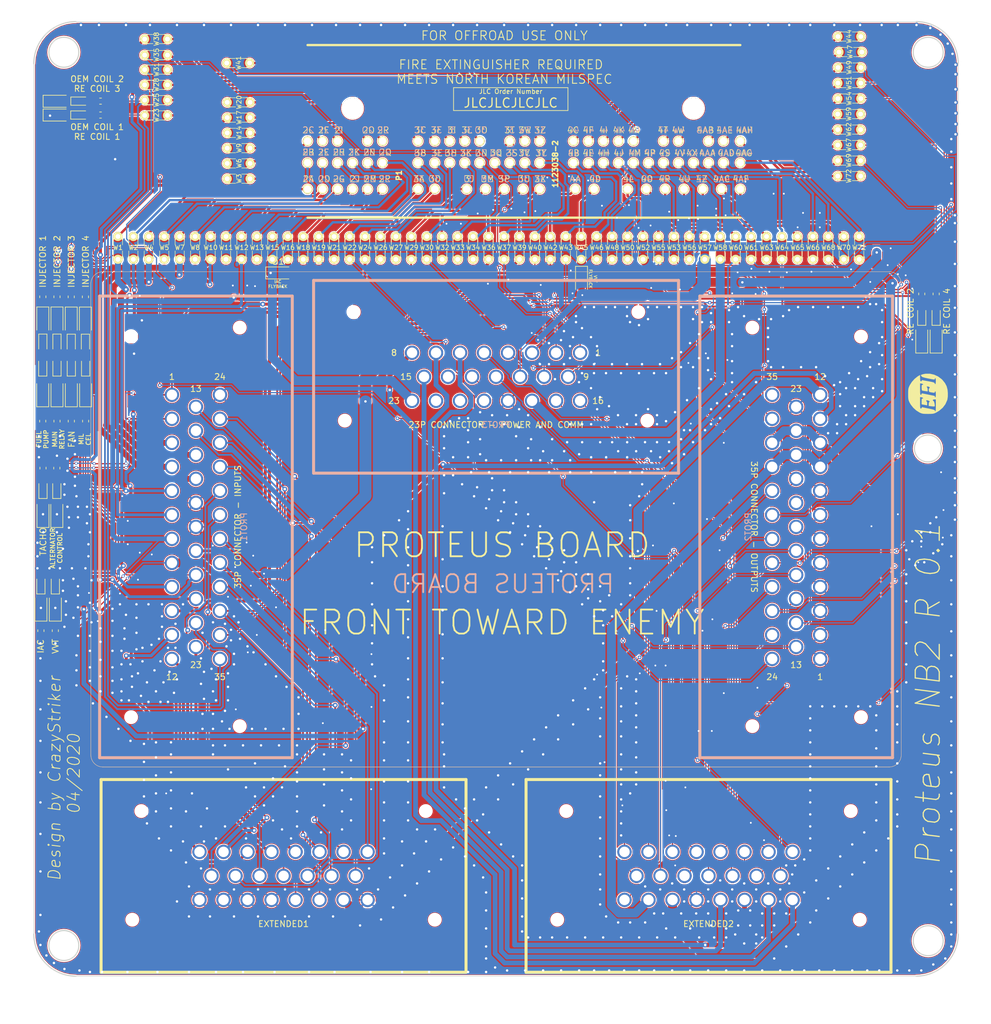
<source format=kicad_pcb>
(kicad_pcb (version 20171130) (host pcbnew "(5.1.2)-1")
  (layers (0 F.Cu signal) (31 B.Cu signal) (34 B.Paste user) (35 F.Paste user) (36 B.SilkS user) (37 F.SilkS user) (38 B.Mask user) (39 F.Mask user) (44 Edge.Cuts user))
  (net 0 "")
  (net 1 "Net-(P1-Pad72)")
  (net 2 "Net-(P1-Pad71)")
  (net 3 "Net-(P1-Pad70)")
  (net 4 "Net-(P1-Pad69)")
  (net 5 "Net-(P1-Pad68)")
  (net 6 "Net-(P1-Pad67)")
  (net 7 "Net-(P1-Pad66)")
  (net 8 "Net-(P1-Pad65)")
  (net 9 "Net-(P1-Pad64)")
  (net 10 "Net-(P1-Pad63)")
  (net 11 "Net-(P1-Pad62)")
  (net 12 "Net-(P1-Pad61)")
  (net 13 "Net-(P1-Pad60)")
  (net 14 "Net-(P1-Pad59)")
  (net 15 "Net-(P1-Pad58)")
  (net 16 "Net-(P1-Pad57)")
  (net 17 "Net-(P1-Pad56)")
  (net 18 "Net-(P1-Pad55)")
  (net 19 "Net-(P1-Pad54)")
  (net 20 "Net-(P1-Pad53)")
  (net 21 "Net-(P1-Pad52)")
  (net 22 "Net-(P1-Pad51)")
  (net 23 "Net-(P1-Pad50)")
  (net 24 "Net-(P1-Pad49)")
  (net 25 "Net-(P1-Pad48)")
  (net 26 "Net-(P1-Pad47)")
  (net 27 "Net-(P1-Pad46)")
  (net 28 "Net-(P1-Pad45)")
  (net 29 "Net-(P1-Pad44)")
  (net 30 "Net-(P1-Pad43)")
  (net 31 "Net-(P1-Pad42)")
  (net 32 "Net-(P1-Pad41)")
  (net 33 "Net-(P1-Pad40)")
  (net 34 "Net-(P1-Pad39)")
  (net 35 "Net-(P1-Pad38)")
  (net 36 "Net-(P1-Pad37)")
  (net 37 "Net-(P1-Pad36)")
  (net 38 "Net-(P1-Pad35)")
  (net 39 "Net-(P1-Pad34)")
  (net 40 "Net-(P1-Pad33)")
  (net 41 "Net-(P1-Pad32)")
  (net 42 "Net-(P1-Pad31)")
  (net 43 "Net-(P1-Pad30)")
  (net 44 "Net-(P1-Pad29)")
  (net 45 "Net-(P1-Pad28)")
  (net 46 "Net-(P1-Pad27)")
  (net 47 "Net-(P1-Pad26)")
  (net 48 "Net-(P1-Pad25)")
  (net 49 "Net-(P1-Pad24)")
  (net 50 "Net-(P1-Pad23)")
  (net 51 "Net-(P1-Pad22)")
  (net 52 "Net-(P1-Pad21)")
  (net 53 "Net-(P1-Pad20)")
  (net 54 "Net-(P1-Pad19)")
  (net 55 "Net-(P1-Pad18)")
  (net 56 "Net-(P1-Pad17)")
  (net 57 "Net-(P1-Pad16)")
  (net 58 "Net-(P1-Pad15)")
  (net 59 "Net-(P1-Pad14)")
  (net 60 "Net-(P1-Pad13)")
  (net 61 "Net-(P1-Pad12)")
  (net 62 "Net-(P1-Pad11)")
  (net 63 "Net-(P1-Pad10)")
  (net 64 "Net-(P1-Pad9)")
  (net 65 "Net-(P1-Pad8)")
  (net 66 "Net-(P1-Pad7)")
  (net 67 "Net-(P1-Pad6)")
  (net 68 "Net-(P1-Pad5)")
  (net 69 "Net-(P1-Pad4)")
  (net 70 "Net-(P1-Pad3)")
  (net 71 "Net-(P1-Pad2)")
  (net 72 "Net-(P1-Pad1)")
  (net 73 "Net-(PROT3-Pad20)")
  (net 74 /INJ1)
  (net 75 /FAN)
  (net 76 /AC_FAN)
  (net 77 /INJ2)
  (net 78 /EGR_COIL_1)
  (net 79 /EGR_COIL_2)
  (net 80 /INJ3)
  (net 81 /EGR_COIL_3)
  (net 82 /EGR_COIL_4)
  (net 83 /INJ4)
  (net 84 /AC_CLUTCH)
  (net 85 /FP_RELAY)
  (net 86 /VTCS-)
  (net 87 /FP_NO_IMMO)
  (net 88 /IAC-)
  (net 89 /PURGE_SOL)
  (net 90 /EGR_SENSOR_SOL)
  (net 91 /COIL1_OEM)
  (net 92 /COIL2_OEM)
  (net 93 /FRONT_O2_HEATER_GND)
  (net 94 /EVAP_LEAK_SHIT_1)
  (net 95 /ALT_CONTROL)
  (net 96 /REAR_NB_O2)
  (net 97 /K_LINE)
  (net 98 /IMMO_COM)
  (net 99 /ALT_WARNING)
  (net 100 /CAM)
  (net 101 /CRANK)
  (net 102 /BRAKE)
  (net 103 /PS_SWITCH)
  (net 104 /DIAG_SW)
  (net 105 /AC_IN)
  (net 106 /CLUTCH)
  (net 107 /VTCS__VAC_SWITCH)
  (net 108 /+5V_SENSOR_OEM)
  (net 109 /KNOCK)
  (net 110 /ALT_FEEDBACK)
  (net 111 /FRONT_O2)
  (net 112 /TCM_COMM_1)
  (net 113 /TCM_COMM_2)
  (net 114 /REAR_O2_HEATER_GND)
  (net 115 /+12_MR)
  (net 116 /BAT+_HOT)
  (net 117 /EVAP_LEAK_SHIT_2)
  (net 118 /IGN2)
  (net 119 /IGN4)
  (net 120 /IGN5)
  (net 121 /IGN6)
  (net 122 /IGN7)
  (net 123 /IGN8)
  (net 124 /IGN9)
  (net 125 /IGN10)
  (net 126 /IGN11)
  (net 127 /IGN12)
  (net 128 /LS16)
  (net 129 /LS12)
  (net 130 /LS10)
  (net 131 GND)
  (net 132 /HS4)
  (net 133 /LS15)
  (net 134 /LS14)
  (net 135 /LS13)
  (net 136 /LS9)
  (net 137 /LS5)
  (net 138 /HS1)
  (net 139 /HS3)
  (net 140 /KNOCK2)
  (net 141 /5V_SENSOR_2)
  (net 142 /AT4)
  (net 143 /AT2)
  (net 144 /AV12)
  (net 145 /AV10)
  (net 146 /AV8)
  (net 147 /AV6)
  (net 148 /AV4)
  (net 149 /AT3)
  (net 150 /AT1)
  (net 151 /AV11)
  (net 152 /AV9)
  (net 153 /AV7)
  (net 154 /AV5)
  (net 155 /AV3)
  (net 156 /12V_PROTECT_2)
  (net 157 /12V_PROTECT_1)
  (net 158 /AV1)
  (net 159 /AV2)
  (net 160 "Net-(D19-Pad2)")
  (net 161 "Net-(D20-Pad2)")
  (net 162 "Net-(D21-Pad2)")
  (net 163 "Net-(D22-Pad2)")
  (net 164 "Net-(D23-Pad2)")
  (net 165 "Net-(D24-Pad2)")
  (net 166 "Net-(D25-Pad2)")
  (net 167 "Net-(D10-Pad1)")
  (net 168 "Net-(D11-Pad1)")
  (net 169 "Net-(D12-Pad1)")
  (net 170 "Net-(D13-Pad2)")
  (net 171 "Net-(D13-Pad1)")
  (net 172 "Net-(D14-Pad2)")
  (net 173 "Net-(D14-Pad1)")
  (net 174 "Net-(D15-Pad2)")
  (net 175 "Net-(D15-Pad1)")
  (net 176 "Net-(D16-Pad2)")
  (net 177 "Net-(D16-Pad1)")
  (net 178 "Net-(D17-Pad2)")
  (net 179 "Net-(D17-Pad1)")
  (net 180 "Net-(D18-Pad2)")
  (net 181 "Net-(D18-Pad1)")
  (net 182 "Net-(D19-Pad1)")
  (net 183 "Net-(D20-Pad1)")
  (net 184 "Net-(D21-Pad1)")
  (net 185 "Net-(D22-Pad1)")
  (net 186 "Net-(D23-Pad1)")
  (net 187 "Net-(D24-Pad1)")
  (net 188 "Net-(D25-Pad1)")
  (net 189 "Net-(D26-Pad1)")
  (net 190 "Net-(D27-Pad1)")
  (net 191 "Net-(D28-Pad1)")
  (net 192 /ETB2-)
  (net 193 /ETB2+)
  (net 194 /ETB1-)
  (net 195 /ETB1+)
  (net 196 /VR2-)
  (net 197 /VR2+)
  (net 198 /VR1-)
  (net 199 /VR1+)
  (net 200 /12V_RAW)
  (net 201 /CAN+)
  (net 202 /CAN-)
  (net 203 /USB_D+)
  (net 204 /DIGITAL_5)
  (net 205 /USB_D-)
  (net 206 /DIGITAL_3)
  (net 207 /USB_SHIELD)
  (module Resistor_SMD:R_0603_1608Metric (layer F.Cu) (at 107.755 180.903 270)
    (fp_text reference R16 hide)
    (fp_text value 2K)
    (pad 2 smd roundrect (at 0.7875 0 270) (size 0.875 0.95) (layers F.Cu F.Paste F.Mask) (net 136 /LS9))
    (pad 1 smd roundrect (at -0.7875 0 270) (size 0.875 0.95) (layers F.Cu F.Paste F.Mask) (net 191 "Net-(D28-Pad1)"))
  )
  (module Resistor_SMD:R_0603_1608Metric (layer F.Cu) (at 105.355 180.903 270)
    (fp_text reference R15 hide)
    (fp_text value 2K)
    (pad 2 smd roundrect (at 0.7875 0 270) (size 0.875 0.95) (layers F.Cu F.Paste F.Mask) (net 88 /IAC-))
    (pad 1 smd roundrect (at -0.7875 0 270) (size 0.875 0.95) (layers F.Cu F.Paste F.Mask) (net 190 "Net-(D27-Pad1)"))
  )
  (module Resistor_SMD:R_0603_1608Metric (layer F.Cu) (at 112.805 145.991 270)
    (fp_text reference R14 hide)
    (fp_text value 2K)
    (pad 2 smd roundrect (at 0.7875 0 270) (size 0.875 0.95) (layers F.Cu F.Paste F.Mask) (net 130 /LS10))
    (pad 1 smd roundrect (at -0.7875 0 270) (size 0.875 0.95) (layers F.Cu F.Paste F.Mask) (net 189 "Net-(D26-Pad1)"))
  )
  (module Resistor_SMD:R_0603_1608Metric (layer F.Cu) (at 110.422 145.991 270)
    (fp_text reference R13 hide)
    (fp_text value 2K)
    (pad 2 smd roundrect (at 0.7875 0 270) (size 0.875 0.95) (layers F.Cu F.Paste F.Mask) (net 75 /FAN))
    (pad 1 smd roundrect (at -0.7875 0 270) (size 0.875 0.95) (layers F.Cu F.Paste F.Mask) (net 188 "Net-(D25-Pad1)"))
  )
  (module Resistor_SMD:R_0603_1608Metric (layer F.Cu) (at 108.038 145.991 270)
    (fp_text reference R12 hide)
    (fp_text value 2K)
    (pad 2 smd roundrect (at 0.7875 0 270) (size 0.875 0.95) (layers F.Cu F.Paste F.Mask) (net 137 /LS5))
    (pad 1 smd roundrect (at -0.7875 0 270) (size 0.875 0.95) (layers F.Cu F.Paste F.Mask) (net 187 "Net-(D24-Pad1)"))
  )
  (module Resistor_SMD:R_0603_1608Metric (layer F.Cu) (at 105.655 145.991 270)
    (fp_text reference R11 hide)
    (fp_text value 2K)
    (pad 2 smd roundrect (at 0.7875 0 270) (size 0.875 0.95) (layers F.Cu F.Paste F.Mask) (net 85 /FP_RELAY))
    (pad 1 smd roundrect (at -0.7875 0 270) (size 0.875 0.95) (layers F.Cu F.Paste F.Mask) (net 186 "Net-(D23-Pad1)"))
  )
  (module Resistor_SMD:R_0603_1608Metric (layer F.Cu) (at 112.775 125.291 90)
    (fp_text reference R10 hide)
    (fp_text value 2K)
    (pad 2 smd roundrect (at 0.7875 0 90) (size 0.875 0.95) (layers F.Cu F.Paste F.Mask) (net 83 /INJ4))
    (pad 1 smd roundrect (at -0.7875 0 90) (size 0.875 0.95) (layers F.Cu F.Paste F.Mask) (net 185 "Net-(D22-Pad1)"))
  )
  (module Resistor_SMD:R_0603_1608Metric (layer F.Cu) (at 110.405 125.291 90)
    (fp_text reference R9 hide)
    (fp_text value 2K)
    (pad 2 smd roundrect (at 0.7875 0 90) (size 0.875 0.95) (layers F.Cu F.Paste F.Mask) (net 80 /INJ3))
    (pad 1 smd roundrect (at -0.7875 0 90) (size 0.875 0.95) (layers F.Cu F.Paste F.Mask) (net 184 "Net-(D21-Pad1)"))
  )
  (module Resistor_SMD:R_0603_1608Metric (layer F.Cu) (at 108.035 125.281 90)
    (fp_text reference R8 hide)
    (fp_text value 2K)
    (pad 2 smd roundrect (at 0.7875 0 90) (size 0.875 0.95) (layers F.Cu F.Paste F.Mask) (net 77 /INJ2))
    (pad 1 smd roundrect (at -0.7875 0 90) (size 0.875 0.95) (layers F.Cu F.Paste F.Mask) (net 183 "Net-(D20-Pad1)"))
  )
  (module Resistor_SMD:R_0603_1608Metric (layer F.Cu) (at 105.675 125.281 90)
    (fp_text reference R7 hide)
    (fp_text value 2K)
    (pad 2 smd roundrect (at 0.7875 0 90) (size 0.875 0.95) (layers F.Cu F.Paste F.Mask) (net 74 /INJ1))
    (pad 1 smd roundrect (at -0.7875 0 90) (size 0.875 0.95) (layers F.Cu F.Paste F.Mask) (net 182 "Net-(D19-Pad1)"))
  )
  (module Resistor_SMD:R_0603_1608Metric (layer F.Cu) (at 254.505 124.803 90)
    (fp_text reference R6 hide)
    (fp_text value 2K)
    (pad 2 smd roundrect (at 0.7875 0 90) (size 0.875 0.95) (layers F.Cu F.Paste F.Mask) (net 119 /IGN4))
    (pad 1 smd roundrect (at -0.7875 0 90) (size 0.875 0.95) (layers F.Cu F.Paste F.Mask) (net 180 "Net-(D18-Pad2)"))
  )
  (module Resistor_SMD:R_0603_1608Metric (layer F.Cu) (at 252.105 124.803 90)
    (fp_text reference R5 hide)
    (fp_text value 2K)
    (pad 2 smd roundrect (at 0.7875 0 90) (size 0.875 0.95) (layers F.Cu F.Paste F.Mask) (net 118 /IGN2))
    (pad 1 smd roundrect (at -0.7875 0 90) (size 0.875 0.95) (layers F.Cu F.Paste F.Mask) (net 178 "Net-(D17-Pad2)"))
  )
  (module Resistor_SMD:R_0603_1608Metric (layer F.Cu) (at 108.005 153.819 90)
    (fp_text reference R4 hide)
    (fp_text value 2K)
    (pad 2 smd roundrect (at 0.7875 0 90) (size 0.875 0.95) (layers F.Cu F.Paste F.Mask) (net 95 /ALT_CONTROL))
    (pad 1 smd roundrect (at -0.7875 0 90) (size 0.875 0.95) (layers F.Cu F.Paste F.Mask) (net 176 "Net-(D16-Pad2)"))
  )
  (module Resistor_SMD:R_0603_1608Metric (layer F.Cu) (at 105.705 153.819 90)
    (fp_text reference R3 hide)
    (fp_text value 2K)
    (pad 2 smd roundrect (at 0.7875 0 90) (size 0.875 0.95) (layers F.Cu F.Paste F.Mask) (net 138 /HS1))
    (pad 1 smd roundrect (at -0.7875 0 90) (size 0.875 0.95) (layers F.Cu F.Paste F.Mask) (net 174 "Net-(D15-Pad2)"))
  )
  (module Resistor_SMD:R_0603_1608Metric (layer F.Cu) (at 115.288 92.6868)
    (fp_text reference R2 hide)
    (fp_text value 2K)
    (pad 2 smd roundrect (at 0.7875 0) (size 0.875 0.95) (layers F.Cu F.Paste F.Mask) (net 92 /COIL2_OEM))
    (pad 1 smd roundrect (at -0.7875 0) (size 0.875 0.95) (layers F.Cu F.Paste F.Mask) (net 172 "Net-(D14-Pad2)"))
  )
  (module Resistor_SMD:R_0603_1608Metric (layer F.Cu) (at 115.288 95.0068)
    (fp_text reference R1 hide)
    (fp_text value 2K)
    (pad 2 smd roundrect (at 0.7875 0) (size 0.875 0.95) (layers F.Cu F.Paste F.Mask) (net 91 /COIL1_OEM))
    (pad 1 smd roundrect (at -0.7875 0) (size 0.875 0.95) (layers F.Cu F.Paste F.Mask) (net 170 "Net-(D13-Pad2)"))
  )
  (module rusefi_lib:ampseal-23 (layer F.Cu) (at 216.579 221.747)
    (fp_text reference EXTENDED2 (at 0 8) (layer F.SilkS))
    (fp_text value Conn_01x23)
    (pad "" np_thru_hole circle (at -23.7 -10.8) (size 2 2) (drill 2) (layers *.Cu *.Mask))
    (pad "" np_thru_hole circle (at -25.2 7.3) (size 2 2) (drill 2) (layers *.Cu *.Mask))
    (pad "" np_thru_hole circle (at 23.7 -10.8) (size 2 2) (drill 2) (layers *.Cu *.Mask))
    (pad "" np_thru_hole circle (at 25.2 7.3) (size 2 2) (drill 2) (layers *.Cu *.Mask))
    (pad 1 thru_hole circle (at -14 -4) (size 2.4 2.4) (drill 1.75) (layers *.Cu *.Mask) (net 201 /CAN+))
    (pad 2 thru_hole circle (at -10 -4) (size 2.4 2.4) (drill 1.75) (layers *.Cu *.Mask) (net 202 /CAN-))
    (pad 3 thru_hole circle (at -6 -4) (size 2.4 2.4) (drill 1.75) (layers *.Cu *.Mask) (net 199 /VR1+))
    (pad 4 thru_hole circle (at -2 -4) (size 2.4 2.4) (drill 1.75) (layers *.Cu *.Mask) (net 198 /VR1-))
    (pad 5 thru_hole circle (at 2 -4) (size 2.4 2.4) (drill 1.75) (layers *.Cu *.Mask) (net 197 /VR2+))
    (pad 6 thru_hole circle (at 6 -4) (size 2.4 2.4) (drill 1.75) (layers *.Cu *.Mask) (net 196 /VR2-))
    (pad 7 thru_hole circle (at 10 -4) (size 2.4 2.4) (drill 1.75) (layers *.Cu *.Mask) (net 149 /AT3))
    (pad 8 thru_hole circle (at 14 -4) (size 2.4 2.4) (drill 1.75) (layers *.Cu *.Mask) (net 142 /AT4))
    (pad 9 thru_hole circle (at -12 0) (size 2.4 2.4) (drill 1.75) (layers *.Cu *.Mask) (net 158 /AV1))
    (pad 10 thru_hole circle (at -8 0) (size 2.4 2.4) (drill 1.75) (layers *.Cu *.Mask) (net 159 /AV2))
    (pad 11 thru_hole circle (at -4 0) (size 2.4 2.4) (drill 1.75) (layers *.Cu *.Mask) (net 153 /AV7))
    (pad 12 thru_hole circle (at 0 0) (size 2.4 2.4) (drill 1.75) (layers *.Cu *.Mask) (net 146 /AV8))
    (pad 13 thru_hole circle (at 4 0) (size 2.4 2.4) (drill 1.75) (layers *.Cu *.Mask) (net 152 /AV9))
    (pad 14 thru_hole circle (at 8 0) (size 2.4 2.4) (drill 1.75) (layers *.Cu *.Mask) (net 145 /AV10))
    (pad 15 thru_hole circle (at 12 0) (size 2.4 2.4) (drill 1.75) (layers *.Cu *.Mask) (net 151 /AV11))
    (pad 16 thru_hole circle (at -14 4) (size 2.4 2.4) (drill 1.75) (layers *.Cu *.Mask) (net 144 /AV12))
    (pad 17 thru_hole circle (at -10 4) (size 2.4 2.4) (drill 1.75) (layers *.Cu *.Mask) (net 108 /+5V_SENSOR_OEM))
    (pad 18 thru_hole circle (at -6 4) (size 2.4 2.4) (drill 1.75) (layers *.Cu *.Mask) (net 141 /5V_SENSOR_2))
    (pad 19 thru_hole circle (at -2 4) (size 2.4 2.4) (drill 1.75) (layers *.Cu *.Mask) (net 131 GND))
    (pad 20 thru_hole circle (at 2 4) (size 2.4 2.4) (drill 1.75) (layers *.Cu *.Mask) (net 195 /ETB1+))
    (pad 21 thru_hole circle (at 6 4) (size 2.4 2.4) (drill 1.75) (layers *.Cu *.Mask) (net 194 /ETB1-))
    (pad 22 thru_hole circle (at 10 4) (size 2.4 2.4) (drill 1.75) (layers *.Cu *.Mask) (net 193 /ETB2+))
    (pad 23 thru_hole circle (at 14 4) (size 2.4 2.4) (drill 1.75) (layers *.Cu *.Mask) (net 192 /ETB2-))
  )
  (module rusefi_lib:ampseal-23 (layer F.Cu) (at 145.779 221.747)
    (fp_text reference EXTENDED1 (at 0 8) (layer F.SilkS))
    (fp_text value Conn_01x23)
    (pad "" np_thru_hole circle (at -23.7 -10.8) (size 2 2) (drill 2) (layers *.Cu *.Mask))
    (pad "" np_thru_hole circle (at -25.2 7.3) (size 2 2) (drill 2) (layers *.Cu *.Mask))
    (pad "" np_thru_hole circle (at 23.7 -10.8) (size 2 2) (drill 2) (layers *.Cu *.Mask))
    (pad "" np_thru_hole circle (at 25.2 7.3) (size 2 2) (drill 2) (layers *.Cu *.Mask))
    (pad 1 thru_hole circle (at -14 -4) (size 2.4 2.4) (drill 1.75) (layers *.Cu *.Mask) (net 129 /LS12))
    (pad 2 thru_hole circle (at -10 -4) (size 2.4 2.4) (drill 1.75) (layers *.Cu *.Mask) (net 135 /LS13))
    (pad 3 thru_hole circle (at -6 -4) (size 2.4 2.4) (drill 1.75) (layers *.Cu *.Mask) (net 134 /LS14))
    (pad 4 thru_hole circle (at -2 -4) (size 2.4 2.4) (drill 1.75) (layers *.Cu *.Mask) (net 133 /LS15))
    (pad 5 thru_hole circle (at 2 -4) (size 2.4 2.4) (drill 1.75) (layers *.Cu *.Mask) (net 128 /LS16))
    (pad 6 thru_hole circle (at 6 -4) (size 2.4 2.4) (drill 1.75) (layers *.Cu *.Mask) (net 118 /IGN2))
    (pad 7 thru_hole circle (at 10 -4) (size 2.4 2.4) (drill 1.75) (layers *.Cu *.Mask) (net 119 /IGN4))
    (pad 8 thru_hole circle (at 14 -4) (size 2.4 2.4) (drill 1.75) (layers *.Cu *.Mask) (net 120 /IGN5))
    (pad 9 thru_hole circle (at -12 0) (size 2.4 2.4) (drill 1.75) (layers *.Cu *.Mask) (net 121 /IGN6))
    (pad 10 thru_hole circle (at -8 0) (size 2.4 2.4) (drill 1.75) (layers *.Cu *.Mask) (net 122 /IGN7))
    (pad 11 thru_hole circle (at -4 0) (size 2.4 2.4) (drill 1.75) (layers *.Cu *.Mask) (net 123 /IGN8))
    (pad 12 thru_hole circle (at 0 0) (size 2.4 2.4) (drill 1.75) (layers *.Cu *.Mask) (net 124 /IGN9))
    (pad 13 thru_hole circle (at 4 0) (size 2.4 2.4) (drill 1.75) (layers *.Cu *.Mask) (net 125 /IGN10))
    (pad 14 thru_hole circle (at 8 0) (size 2.4 2.4) (drill 1.75) (layers *.Cu *.Mask) (net 126 /IGN11))
    (pad 15 thru_hole circle (at 12 0) (size 2.4 2.4) (drill 1.75) (layers *.Cu *.Mask) (net 127 /IGN12))
    (pad 16 thru_hole circle (at -14 4) (size 2.4 2.4) (drill 1.75) (layers *.Cu *.Mask) (net 131 GND))
    (pad 17 thru_hole circle (at -10 4) (size 2.4 2.4) (drill 1.75) (layers *.Cu *.Mask) (net 131 GND))
    (pad 18 thru_hole circle (at -6 4) (size 2.4 2.4) (drill 1.75) (layers *.Cu *.Mask) (net 131 GND))
    (pad 19 thru_hole circle (at -2 4) (size 2.4 2.4) (drill 1.75) (layers *.Cu *.Mask) (net 131 GND))
    (pad 20 thru_hole circle (at 2 4) (size 2.4 2.4) (drill 1.75) (layers *.Cu *.Mask) (net 139 /HS3))
    (pad 21 thru_hole circle (at 6 4) (size 2.4 2.4) (drill 1.75) (layers *.Cu *.Mask) (net 132 /HS4))
    (pad 22 thru_hole circle (at 10 4) (size 2.4 2.4) (drill 1.75) (layers *.Cu *.Mask) (net 156 /12V_PROTECT_2))
    (pad 23 thru_hole circle (at 14 4) (size 2.4 2.4) (drill 1.75) (layers *.Cu *.Mask) (net 131 GND))
  )
  (module Diode_SMD:D_SOD-123F (layer F.Cu) (at 254.505 132.453 90)
    (fp_text reference D34 hide)
    (fp_text value D_Schottky hide)
    (pad 2 smd rect (at 1.4 0 90) (size 1.1 1.1) (layers F.Cu F.Paste F.Mask) (net 181 "Net-(D18-Pad1)"))
    (pad 1 smd rect (at -1.4 0 90) (size 1.1 1.1) (layers F.Cu F.Paste F.Mask) (net 131 GND))
  )
  (module Diode_SMD:D_SOD-123F (layer F.Cu) (at 252.105 132.453 90)
    (fp_text reference D33 hide)
    (fp_text value D_Schottky hide)
    (pad 2 smd rect (at 1.4 0 90) (size 1.1 1.1) (layers F.Cu F.Paste F.Mask) (net 179 "Net-(D17-Pad1)"))
    (pad 1 smd rect (at -1.4 0 90) (size 1.1 1.1) (layers F.Cu F.Paste F.Mask) (net 131 GND))
  )
  (module Diode_SMD:D_SOD-123F (layer F.Cu) (at 108.005 161.507 90)
    (fp_text reference D32 hide)
    (fp_text value D_Schottky)
    (pad 2 smd rect (at 1.4 0 90) (size 1.1 1.1) (layers F.Cu F.Paste F.Mask) (net 177 "Net-(D16-Pad1)"))
    (pad 1 smd rect (at -1.4 0 90) (size 1.1 1.1) (layers F.Cu F.Paste F.Mask) (net 131 GND))
  )
  (module Diode_SMD:D_SOD-123F (layer F.Cu) (at 105.705 161.507 90)
    (fp_text reference D31 hide)
    (fp_text value D_Schottky)
    (pad 2 smd rect (at 1.4 0 90) (size 1.1 1.1) (layers F.Cu F.Paste F.Mask) (net 175 "Net-(D15-Pad1)"))
    (pad 1 smd rect (at -1.4 0 90) (size 1.1 1.1) (layers F.Cu F.Paste F.Mask) (net 131 GND))
  )
  (module Diode_SMD:D_SOD-123F (layer F.Cu) (at 107.925 92.7068)
    (fp_text reference D30 hide)
    (fp_text value D_Schottky)
    (pad 2 smd rect (at 1.4 0) (size 1.1 1.1) (layers F.Cu F.Paste F.Mask) (net 173 "Net-(D14-Pad1)"))
    (pad 1 smd rect (at -1.4 0) (size 1.1 1.1) (layers F.Cu F.Paste F.Mask) (net 131 GND))
  )
  (module Diode_SMD:D_SOD-123F (layer F.Cu) (at 107.925 95.0068)
    (fp_text reference D29 hide)
    (fp_text value D_Schottky)
    (pad 2 smd rect (at 1.4 0) (size 1.1 1.1) (layers F.Cu F.Paste F.Mask) (net 171 "Net-(D13-Pad1)"))
    (pad 1 smd rect (at -1.4 0) (size 1.1 1.1) (layers F.Cu F.Paste F.Mask) (net 131 GND))
  )
  (module Diode_SMD:D_SOD-123F (layer F.Cu) (at 107.755 177.107 90)
    (fp_text reference D28 hide)
    (fp_text value D_Schottky)
    (pad 2 smd rect (at 1.4 0 90) (size 1.1 1.1) (layers F.Cu F.Paste F.Mask) (net 169 "Net-(D12-Pad1)"))
    (pad 1 smd rect (at -1.4 0 90) (size 1.1 1.1) (layers F.Cu F.Paste F.Mask) (net 191 "Net-(D28-Pad1)"))
  )
  (module Diode_SMD:D_SOD-123F (layer F.Cu) (at 105.355 177.107 90)
    (fp_text reference D27 hide)
    (fp_text value D_Schottky)
    (pad 2 smd rect (at 1.4 0 90) (size 1.1 1.1) (layers F.Cu F.Paste F.Mask) (net 168 "Net-(D11-Pad1)"))
    (pad 1 smd rect (at -1.4 0 90) (size 1.1 1.1) (layers F.Cu F.Paste F.Mask) (net 190 "Net-(D27-Pad1)"))
  )
  (module Diode_SMD:D_SOD-123F (layer F.Cu) (at 112.805 141.403 90)
    (fp_text reference D26 hide)
    (fp_text value D_Schottky)
    (pad 2 smd rect (at 1.4 0 90) (size 1.1 1.1) (layers F.Cu F.Paste F.Mask) (net 167 "Net-(D10-Pad1)"))
    (pad 1 smd rect (at -1.4 0 90) (size 1.1 1.1) (layers F.Cu F.Paste F.Mask) (net 189 "Net-(D26-Pad1)"))
  )
  (module Diode_SMD:D_SOD-123F (layer F.Cu) (at 110.422 141.403 90)
    (fp_text reference D25 hide)
    (fp_text value D_Schottky)
    (pad 2 smd rect (at 1.4 0 90) (size 1.1 1.1) (layers F.Cu F.Paste F.Mask) (net 166 "Net-(D25-Pad2)"))
    (pad 1 smd rect (at -1.4 0 90) (size 1.1 1.1) (layers F.Cu F.Paste F.Mask) (net 188 "Net-(D25-Pad1)"))
  )
  (module Diode_SMD:D_SOD-123F (layer F.Cu) (at 108.038 141.403 90)
    (fp_text reference D24 hide)
    (fp_text value D_Schottky)
    (pad 2 smd rect (at 1.4 0 90) (size 1.1 1.1) (layers F.Cu F.Paste F.Mask) (net 165 "Net-(D24-Pad2)"))
    (pad 1 smd rect (at -1.4 0 90) (size 1.1 1.1) (layers F.Cu F.Paste F.Mask) (net 187 "Net-(D24-Pad1)"))
  )
  (module Diode_SMD:D_SOD-123F (layer F.Cu) (at 105.655 141.403 90)
    (fp_text reference D23 hide)
    (fp_text value D_Schottky)
    (pad 2 smd rect (at 1.4 0 90) (size 1.1 1.1) (layers F.Cu F.Paste F.Mask) (net 164 "Net-(D23-Pad2)"))
    (pad 1 smd rect (at -1.4 0 90) (size 1.1 1.1) (layers F.Cu F.Paste F.Mask) (net 186 "Net-(D23-Pad1)"))
  )
  (module Diode_SMD:D_SOD-123F (layer F.Cu) (at 112.775 129.191 270)
    (fp_text reference D22 hide)
    (fp_text value D_Schottky hide)
    (pad 2 smd rect (at 1.4 0 270) (size 1.1 1.1) (layers F.Cu F.Paste F.Mask) (net 163 "Net-(D22-Pad2)"))
    (pad 1 smd rect (at -1.4 0 270) (size 1.1 1.1) (layers F.Cu F.Paste F.Mask) (net 185 "Net-(D22-Pad1)"))
  )
  (module Diode_SMD:D_SOD-123F (layer F.Cu) (at 110.405 129.191 270)
    (fp_text reference D21 hide)
    (fp_text value D_Schottky hide)
    (pad 2 smd rect (at 1.4 0 270) (size 1.1 1.1) (layers F.Cu F.Paste F.Mask) (net 162 "Net-(D21-Pad2)"))
    (pad 1 smd rect (at -1.4 0 270) (size 1.1 1.1) (layers F.Cu F.Paste F.Mask) (net 184 "Net-(D21-Pad1)"))
  )
  (module Diode_SMD:D_SOD-123F (layer F.Cu) (at 108.035 129.181 270)
    (fp_text reference D20 hide)
    (fp_text value D_Schottky hide)
    (pad 2 smd rect (at 1.4 0 270) (size 1.1 1.1) (layers F.Cu F.Paste F.Mask) (net 161 "Net-(D20-Pad2)"))
    (pad 1 smd rect (at -1.4 0 270) (size 1.1 1.1) (layers F.Cu F.Paste F.Mask) (net 183 "Net-(D20-Pad1)"))
  )
  (module Diode_SMD:D_SOD-123F (layer F.Cu) (at 105.675 129.181 270)
    (fp_text reference D19 hide)
    (fp_text value D_Schottky hide)
    (pad 2 smd rect (at 1.4 0 270) (size 1.1 1.1) (layers F.Cu F.Paste F.Mask) (net 160 "Net-(D19-Pad2)"))
    (pad 1 smd rect (at -1.4 0 270) (size 1.1 1.1) (layers F.Cu F.Paste F.Mask) (net 182 "Net-(D19-Pad1)"))
  )
  (module LED_SMD:LED_0603_1608Metric_Castellated (layer F.Cu) (at 254.505 128.353 90)
    (fp_text reference D18 hide)
    (fp_text value LED hide)
    (pad 2 smd roundrect (at 0.8125 0 90) (size 1.225 0.85) (layers F.Cu F.Paste F.Mask) (net 180 "Net-(D18-Pad2)"))
    (pad 1 smd roundrect (at -0.8125 0 90) (size 1.225 0.85) (layers F.Cu F.Paste F.Mask) (net 181 "Net-(D18-Pad1)"))
  )
  (module LED_SMD:LED_0603_1608Metric_Castellated (layer F.Cu) (at 252.105 128.353 90)
    (fp_text reference D17 hide)
    (fp_text value LED hide)
    (pad 2 smd roundrect (at 0.8125 0 90) (size 1.225 0.85) (layers F.Cu F.Paste F.Mask) (net 178 "Net-(D17-Pad2)"))
    (pad 1 smd roundrect (at -0.8125 0 90) (size 1.225 0.85) (layers F.Cu F.Paste F.Mask) (net 179 "Net-(D17-Pad1)"))
  )
  (module LED_SMD:LED_0603_1608Metric_Castellated (layer F.Cu) (at 108.005 157.203 90)
    (fp_text reference D16 hide)
    (fp_text value LED)
    (pad 2 smd roundrect (at 0.8125 0 90) (size 1.225 0.85) (layers F.Cu F.Paste F.Mask) (net 176 "Net-(D16-Pad2)"))
    (pad 1 smd roundrect (at -0.8125 0 90) (size 1.225 0.85) (layers F.Cu F.Paste F.Mask) (net 177 "Net-(D16-Pad1)"))
  )
  (module LED_SMD:LED_0603_1608Metric_Castellated (layer F.Cu) (at 105.705 157.203 90)
    (fp_text reference D15 hide)
    (fp_text value LED)
    (pad 2 smd roundrect (at 0.8125 0 90) (size 1.225 0.85) (layers F.Cu F.Paste F.Mask) (net 174 "Net-(D15-Pad2)"))
    (pad 1 smd roundrect (at -0.8125 0 90) (size 1.225 0.85) (layers F.Cu F.Paste F.Mask) (net 175 "Net-(D15-Pad1)"))
  )
  (module LED_SMD:LED_0603_1608Metric_Castellated (layer F.Cu) (at 112.025 92.6868)
    (fp_text reference D14 hide)
    (fp_text value LED)
    (pad 2 smd roundrect (at 0.8125 0) (size 1.225 0.85) (layers F.Cu F.Paste F.Mask) (net 172 "Net-(D14-Pad2)"))
    (pad 1 smd roundrect (at -0.8125 0) (size 1.225 0.85) (layers F.Cu F.Paste F.Mask) (net 173 "Net-(D14-Pad1)"))
  )
  (module LED_SMD:LED_0603_1608Metric_Castellated (layer F.Cu) (at 112.013 95.0068)
    (fp_text reference D13 hide)
    (fp_text value LED)
    (pad 2 smd roundrect (at 0.8125 0) (size 1.225 0.85) (layers F.Cu F.Paste F.Mask) (net 170 "Net-(D13-Pad2)"))
    (pad 1 smd roundrect (at -0.8125 0) (size 1.225 0.85) (layers F.Cu F.Paste F.Mask) (net 171 "Net-(D13-Pad1)"))
  )
  (module LED_SMD:LED_0603_1608Metric_Castellated (layer F.Cu) (at 107.755 173.103 90)
    (fp_text reference D12 hide)
    (fp_text value LED)
    (pad 2 smd roundrect (at 0.8125 0 90) (size 1.225 0.85) (layers F.Cu F.Paste F.Mask) (net 157 /12V_PROTECT_1))
    (pad 1 smd roundrect (at -0.8125 0 90) (size 1.225 0.85) (layers F.Cu F.Paste F.Mask) (net 169 "Net-(D12-Pad1)"))
  )
  (module LED_SMD:LED_0603_1608Metric_Castellated (layer F.Cu) (at 105.355 173.103 90)
    (fp_text reference D11 hide)
    (fp_text value LED)
    (pad 2 smd roundrect (at 0.8125 0 90) (size 1.225 0.85) (layers F.Cu F.Paste F.Mask) (net 157 /12V_PROTECT_1))
    (pad 1 smd roundrect (at -0.8125 0 90) (size 1.225 0.85) (layers F.Cu F.Paste F.Mask) (net 168 "Net-(D11-Pad1)"))
  )
  (module LED_SMD:LED_0603_1608Metric_Castellated (layer F.Cu) (at 112.805 136.803 90)
    (fp_text reference D10 hide)
    (fp_text value LED)
    (pad 2 smd roundrect (at 0.8125 0 90) (size 1.225 0.85) (layers F.Cu F.Paste F.Mask) (net 157 /12V_PROTECT_1))
    (pad 1 smd roundrect (at -0.8125 0 90) (size 1.225 0.85) (layers F.Cu F.Paste F.Mask) (net 167 "Net-(D10-Pad1)"))
  )
  (module LED_SMD:LED_0603_1608Metric_Castellated (layer F.Cu) (at 110.422 136.803 90)
    (fp_text reference D9 hide)
    (fp_text value LED)
    (pad 2 smd roundrect (at 0.8125 0 90) (size 1.225 0.85) (layers F.Cu F.Paste F.Mask) (net 157 /12V_PROTECT_1))
    (pad 1 smd roundrect (at -0.8125 0 90) (size 1.225 0.85) (layers F.Cu F.Paste F.Mask) (net 166 "Net-(D25-Pad2)"))
  )
  (module LED_SMD:LED_0603_1608Metric_Castellated (layer F.Cu) (at 108.038 136.803 90)
    (fp_text reference D8 hide)
    (fp_text value LED)
    (pad 2 smd roundrect (at 0.8125 0 90) (size 1.225 0.85) (layers F.Cu F.Paste F.Mask) (net 157 /12V_PROTECT_1))
    (pad 1 smd roundrect (at -0.8125 0 90) (size 1.225 0.85) (layers F.Cu F.Paste F.Mask) (net 165 "Net-(D24-Pad2)"))
  )
  (module LED_SMD:LED_0603_1608Metric_Castellated (layer F.Cu) (at 105.655 136.803 90)
    (fp_text reference D7 hide)
    (fp_text value LED)
    (pad 2 smd roundrect (at 0.8125 0 90) (size 1.225 0.85) (layers F.Cu F.Paste F.Mask) (net 157 /12V_PROTECT_1))
    (pad 1 smd roundrect (at -0.8125 0 90) (size 1.225 0.85) (layers F.Cu F.Paste F.Mask) (net 164 "Net-(D23-Pad2)"))
  )
  (module LED_SMD:LED_0603_1608Metric_Castellated (layer F.Cu) (at 112.775 133.191 270)
    (fp_text reference D6 hide)
    (fp_text value LED hide)
    (pad 2 smd roundrect (at 0.8125 0 270) (size 1.225 0.85) (layers F.Cu F.Paste F.Mask) (net 157 /12V_PROTECT_1))
    (pad 1 smd roundrect (at -0.8125 0 270) (size 1.225 0.85) (layers F.Cu F.Paste F.Mask) (net 163 "Net-(D22-Pad2)"))
  )
  (module LED_SMD:LED_0603_1608Metric_Castellated (layer F.Cu) (at 110.405 133.191 270)
    (fp_text reference D5 hide)
    (fp_text value LED hide)
    (pad 1 smd roundrect (at -0.8125 0 270) (size 1.225 0.85) (layers F.Cu F.Paste F.Mask) (net 162 "Net-(D21-Pad2)"))
    (pad 2 smd roundrect (at 0.8125 0 270) (size 1.225 0.85) (layers F.Cu F.Paste F.Mask) (net 157 /12V_PROTECT_1))
  )
  (module LED_SMD:LED_0603_1608Metric_Castellated (layer F.Cu) (at 108.035 133.181 270)
    (fp_text reference D4 hide)
    (fp_text value LED hide)
    (pad 2 smd roundrect (at 0.8125 0 270) (size 1.225 0.85) (layers F.Cu F.Paste F.Mask) (net 157 /12V_PROTECT_1))
    (pad 1 smd roundrect (at -0.8125 0 270) (size 1.225 0.85) (layers F.Cu F.Paste F.Mask) (net 161 "Net-(D20-Pad2)"))
  )
  (module LED_SMD:LED_0603_1608Metric_Castellated (layer F.Cu) (at 105.675 133.181 270)
    (fp_text reference D3 hide)
    (fp_text value LED hide)
    (pad 2 smd roundrect (at 0.8125 0 270) (size 1.225 0.85) (layers F.Cu F.Paste F.Mask) (net 157 /12V_PROTECT_1))
    (pad 1 smd roundrect (at -0.8125 0 270) (size 1.225 0.85) (layers F.Cu F.Paste F.Mask) (net 160 "Net-(D19-Pad2)"))
  )
  (module Diode_SMD:D_SOD-123F (layer F.Cu) (at 195.425 122.407 270)
    (fp_text reference D2 hide)
    (fp_text value D_Schottky)
    (pad 2 smd rect (at 1.4 0 270) (size 1.1 1.1) (layers F.Cu F.Paste F.Mask) (net 136 /LS9))
    (pad 1 smd rect (at -1.4 0 270) (size 1.1 1.1) (layers F.Cu F.Paste F.Mask) (net 115 /+12_MR))
  )
  (module Diode_SMD:D_SOD-123F (layer F.Cu) (at 145.025 121.307)
    (fp_text reference D1 (at -0.127 -1.905) (layer F.SilkS))
    (fp_text value D_Schottky)
    (pad 2 smd rect (at 1.4 0) (size 1.1 1.1) (layers F.Cu F.Paste F.Mask) (net 88 /IAC-))
    (pad 1 smd rect (at -1.4 0) (size 1.1 1.1) (layers F.Cu F.Paste F.Mask) (net 115 /+12_MR))
  )
  (module rusefi_lib:SM0805_jumper (layer F.Cu) (at 240.015 105.177 180)
    (fp_text reference W72 (at 0.0635 0 90) (layer F.SilkS) (effects (font (size 0.762 0.762) (thickness 0.127))))
    (fp_text value TestPoint_2Pole hide)
    (pad 1 smd rect (at -1.27 0 180) (size 1.524 0.2032) (layers F.Cu F.Paste F.Mask) (net 117 /EVAP_LEAK_SHIT_2))
    (pad 2 smd rect (at 1.27 0 180) (size 1.524 0.2032) (layers F.Cu F.Paste F.Mask) (net 50 "Net-(P1-Pad23)"))
    (pad 1 thru_hole circle (at -1.905 0 180) (size 1.524 1.524) (drill 0.8128) (layers *.Cu *.Mask F.SilkS) (net 117 /EVAP_LEAK_SHIT_2))
    (pad 2 thru_hole circle (at 1.905 0 180) (size 1.524 1.524) (drill 0.8128) (layers *.Cu *.Mask F.SilkS) (net 50 "Net-(P1-Pad23)"))
    (pad 2 smd rect (at 0.9525 0 180) (size 0.889 1.397) (layers F.Cu F.Paste F.Mask) (net 50 "Net-(P1-Pad23)"))
    (pad 1 smd rect (at -0.9525 0 180) (size 0.889 1.397) (layers F.Cu F.Paste F.Mask) (net 117 /EVAP_LEAK_SHIT_2))
  )
  (module rusefi_lib:SM0805_jumper (layer F.Cu) (at 241.684 117.137 90)
    (fp_text reference W71 (at 0.0635 0) (layer F.SilkS) (effects (font (size 0.762 0.762) (thickness 0.127))))
    (fp_text value TestPoint_2Pole hide)
    (pad 1 smd rect (at -1.27 0 90) (size 1.524 0.2032) (layers F.Cu F.Paste F.Mask) (net 116 /BAT+_HOT))
    (pad 2 smd rect (at 1.27 0 90) (size 1.524 0.2032) (layers F.Cu F.Paste F.Mask) (net 23 "Net-(P1-Pad50)"))
    (pad 1 thru_hole circle (at -1.905 0 90) (size 1.524 1.524) (drill 0.8128) (layers *.Cu *.Mask F.SilkS) (net 116 /BAT+_HOT))
    (pad 2 thru_hole circle (at 1.905 0 90) (size 1.524 1.524) (drill 0.8128) (layers *.Cu *.Mask F.SilkS) (net 23 "Net-(P1-Pad50)"))
    (pad 2 smd rect (at 0.9525 0 90) (size 0.889 1.397) (layers F.Cu F.Paste F.Mask) (net 23 "Net-(P1-Pad50)"))
    (pad 1 smd rect (at -0.9525 0 90) (size 0.889 1.397) (layers F.Cu F.Paste F.Mask) (net 116 /BAT+_HOT))
  )
  (module rusefi_lib:SM0805_jumper (layer F.Cu) (at 239.111 117.137 90)
    (fp_text reference W70 (at 0.0635 0) (layer F.SilkS) (effects (font (size 0.762 0.762) (thickness 0.127))))
    (fp_text value TestPoint_2Pole hide)
    (pad 1 smd rect (at -1.27 0 90) (size 1.524 0.2032) (layers F.Cu F.Paste F.Mask) (net 115 /+12_MR))
    (pad 2 smd rect (at 1.27 0 90) (size 1.524 0.2032) (layers F.Cu F.Paste F.Mask) (net 1 "Net-(P1-Pad72)"))
    (pad 1 thru_hole circle (at -1.905 0 90) (size 1.524 1.524) (drill 0.8128) (layers *.Cu *.Mask F.SilkS) (net 115 /+12_MR))
    (pad 2 thru_hole circle (at 1.905 0 90) (size 1.524 1.524) (drill 0.8128) (layers *.Cu *.Mask F.SilkS) (net 1 "Net-(P1-Pad72)"))
    (pad 2 smd rect (at 0.9525 0 90) (size 0.889 1.397) (layers F.Cu F.Paste F.Mask) (net 1 "Net-(P1-Pad72)"))
    (pad 1 smd rect (at -0.9525 0 90) (size 0.889 1.397) (layers F.Cu F.Paste F.Mask) (net 115 /+12_MR))
  )
  (module rusefi_lib:SM0805_jumper (layer F.Cu) (at 240.015 102.593 180)
    (fp_text reference W69 (at 0.0635 0 90) (layer F.SilkS) (effects (font (size 0.762 0.762) (thickness 0.127))))
    (fp_text value TestPoint_2Pole hide)
    (pad 1 smd rect (at -1.27 0 180) (size 1.524 0.2032) (layers F.Cu F.Paste F.Mask) (net 147 /AV6))
    (pad 2 smd rect (at 1.27 0 180) (size 1.524 0.2032) (layers F.Cu F.Paste F.Mask) (net 51 "Net-(P1-Pad22)"))
    (pad 1 thru_hole circle (at -1.905 0 180) (size 1.524 1.524) (drill 0.8128) (layers *.Cu *.Mask F.SilkS) (net 147 /AV6))
    (pad 2 thru_hole circle (at 1.905 0 180) (size 1.524 1.524) (drill 0.8128) (layers *.Cu *.Mask F.SilkS) (net 51 "Net-(P1-Pad22)"))
    (pad 2 smd rect (at 0.9525 0 180) (size 0.889 1.397) (layers F.Cu F.Paste F.Mask) (net 51 "Net-(P1-Pad22)"))
    (pad 1 smd rect (at -0.9525 0 180) (size 0.889 1.397) (layers F.Cu F.Paste F.Mask) (net 147 /AV6))
  )
  (module rusefi_lib:SM0805_jumper (layer F.Cu) (at 236.538 117.137 90)
    (fp_text reference W68 (at 0.0635 0) (layer F.SilkS) (effects (font (size 0.762 0.762) (thickness 0.127))))
    (fp_text value TestPoint_2Pole hide)
    (pad 1 smd rect (at -1.27 0 90) (size 1.524 0.2032) (layers F.Cu F.Paste F.Mask) (net 154 /AV5))
    (pad 2 smd rect (at 1.27 0 90) (size 1.524 0.2032) (layers F.Cu F.Paste F.Mask) (net 24 "Net-(P1-Pad49)"))
    (pad 1 thru_hole circle (at -1.905 0 90) (size 1.524 1.524) (drill 0.8128) (layers *.Cu *.Mask F.SilkS) (net 154 /AV5))
    (pad 2 thru_hole circle (at 1.905 0 90) (size 1.524 1.524) (drill 0.8128) (layers *.Cu *.Mask F.SilkS) (net 24 "Net-(P1-Pad49)"))
    (pad 2 smd rect (at 0.9525 0 90) (size 0.889 1.397) (layers F.Cu F.Paste F.Mask) (net 24 "Net-(P1-Pad49)"))
    (pad 1 smd rect (at -0.9525 0 90) (size 0.889 1.397) (layers F.Cu F.Paste F.Mask) (net 154 /AV5))
  )
  (module rusefi_lib:SM0805_jumper (layer F.Cu) (at 240.015 100.01 180)
    (fp_text reference W67 (at 0.0635 0 90) (layer F.SilkS) (effects (font (size 0.762 0.762) (thickness 0.127))))
    (fp_text value TestPoint_2Pole hide)
    (pad 1 smd rect (at -1.27 0 180) (size 1.524 0.2032) (layers F.Cu F.Paste F.Mask) (net 119 /IGN4))
    (pad 2 smd rect (at 1.27 0 180) (size 1.524 0.2032) (layers F.Cu F.Paste F.Mask) (net 52 "Net-(P1-Pad21)"))
    (pad 1 thru_hole circle (at -1.905 0 180) (size 1.524 1.524) (drill 0.8128) (layers *.Cu *.Mask F.SilkS) (net 119 /IGN4))
    (pad 2 thru_hole circle (at 1.905 0 180) (size 1.524 1.524) (drill 0.8128) (layers *.Cu *.Mask F.SilkS) (net 52 "Net-(P1-Pad21)"))
    (pad 2 smd rect (at 0.9525 0 180) (size 0.889 1.397) (layers F.Cu F.Paste F.Mask) (net 52 "Net-(P1-Pad21)"))
    (pad 1 smd rect (at -0.9525 0 180) (size 0.889 1.397) (layers F.Cu F.Paste F.Mask) (net 119 /IGN4))
  )
  (module rusefi_lib:SM0805_jumper (layer F.Cu) (at 233.965 117.137 90)
    (fp_text reference W66 (at 0.0635 0) (layer F.SilkS) (effects (font (size 0.762 0.762) (thickness 0.127))))
    (fp_text value TestPoint_2Pole hide)
    (pad 1 smd rect (at -1.27 0 90) (size 1.524 0.2032) (layers F.Cu F.Paste F.Mask) (net 114 /REAR_O2_HEATER_GND))
    (pad 2 smd rect (at 1.27 0 90) (size 1.524 0.2032) (layers F.Cu F.Paste F.Mask) (net 25 "Net-(P1-Pad48)"))
    (pad 1 thru_hole circle (at -1.905 0 90) (size 1.524 1.524) (drill 0.8128) (layers *.Cu *.Mask F.SilkS) (net 114 /REAR_O2_HEATER_GND))
    (pad 2 thru_hole circle (at 1.905 0 90) (size 1.524 1.524) (drill 0.8128) (layers *.Cu *.Mask F.SilkS) (net 25 "Net-(P1-Pad48)"))
    (pad 2 smd rect (at 0.9525 0 90) (size 0.889 1.397) (layers F.Cu F.Paste F.Mask) (net 25 "Net-(P1-Pad48)"))
    (pad 1 smd rect (at -0.9525 0 90) (size 0.889 1.397) (layers F.Cu F.Paste F.Mask) (net 114 /REAR_O2_HEATER_GND))
  )
  (module rusefi_lib:SM0805_jumper (layer F.Cu) (at 231.392 117.137 90)
    (fp_text reference W65 (at 0.0635 0) (layer F.SilkS) (effects (font (size 0.762 0.762) (thickness 0.127))))
    (fp_text value TestPoint_2Pole hide)
    (pad 1 smd rect (at -1.27 0 90) (size 1.524 0.2032) (layers F.Cu F.Paste F.Mask) (net 113 /TCM_COMM_2))
    (pad 2 smd rect (at 1.27 0 90) (size 1.524 0.2032) (layers F.Cu F.Paste F.Mask) (net 2 "Net-(P1-Pad71)"))
    (pad 1 thru_hole circle (at -1.905 0 90) (size 1.524 1.524) (drill 0.8128) (layers *.Cu *.Mask F.SilkS) (net 113 /TCM_COMM_2))
    (pad 2 thru_hole circle (at 1.905 0 90) (size 1.524 1.524) (drill 0.8128) (layers *.Cu *.Mask F.SilkS) (net 2 "Net-(P1-Pad71)"))
    (pad 2 smd rect (at 0.9525 0 90) (size 0.889 1.397) (layers F.Cu F.Paste F.Mask) (net 2 "Net-(P1-Pad71)"))
    (pad 1 smd rect (at -0.9525 0 90) (size 0.889 1.397) (layers F.Cu F.Paste F.Mask) (net 113 /TCM_COMM_2))
  )
  (module rusefi_lib:SM0805_jumper (layer F.Cu) (at 228.819 117.137 90)
    (fp_text reference W64 (at 0.0635 0) (layer F.SilkS) (effects (font (size 0.762 0.762) (thickness 0.127))))
    (fp_text value TestPoint_2Pole hide)
    (pad 1 smd rect (at -1.27 0 90) (size 1.524 0.2032) (layers F.Cu F.Paste F.Mask) (net 148 /AV4))
    (pad 2 smd rect (at 1.27 0 90) (size 1.524 0.2032) (layers F.Cu F.Paste F.Mask) (net 26 "Net-(P1-Pad47)"))
    (pad 1 thru_hole circle (at -1.905 0 90) (size 1.524 1.524) (drill 0.8128) (layers *.Cu *.Mask F.SilkS) (net 148 /AV4))
    (pad 2 thru_hole circle (at 1.905 0 90) (size 1.524 1.524) (drill 0.8128) (layers *.Cu *.Mask F.SilkS) (net 26 "Net-(P1-Pad47)"))
    (pad 2 smd rect (at 0.9525 0 90) (size 0.889 1.397) (layers F.Cu F.Paste F.Mask) (net 26 "Net-(P1-Pad47)"))
    (pad 1 smd rect (at -0.9525 0 90) (size 0.889 1.397) (layers F.Cu F.Paste F.Mask) (net 148 /AV4))
  )
  (module rusefi_lib:SM0805_jumper (layer F.Cu) (at 226.246 117.137 90)
    (fp_text reference W63 (at 0.0635 0) (layer F.SilkS) (effects (font (size 0.762 0.762) (thickness 0.127))))
    (fp_text value TestPoint_2Pole hide)
    (pad 1 smd rect (at -1.27 0 90) (size 1.524 0.2032) (layers F.Cu F.Paste F.Mask) (net 112 /TCM_COMM_1))
    (pad 2 smd rect (at 1.27 0 90) (size 1.524 0.2032) (layers F.Cu F.Paste F.Mask) (net 3 "Net-(P1-Pad70)"))
    (pad 1 thru_hole circle (at -1.905 0 90) (size 1.524 1.524) (drill 0.8128) (layers *.Cu *.Mask F.SilkS) (net 112 /TCM_COMM_1))
    (pad 2 thru_hole circle (at 1.905 0 90) (size 1.524 1.524) (drill 0.8128) (layers *.Cu *.Mask F.SilkS) (net 3 "Net-(P1-Pad70)"))
    (pad 2 smd rect (at 0.9525 0 90) (size 0.889 1.397) (layers F.Cu F.Paste F.Mask) (net 3 "Net-(P1-Pad70)"))
    (pad 1 smd rect (at -0.9525 0 90) (size 0.889 1.397) (layers F.Cu F.Paste F.Mask) (net 112 /TCM_COMM_1))
  )
  (module rusefi_lib:SM0805_jumper (layer F.Cu) (at 240.015 97.4268 180)
    (fp_text reference W62 (at 0.0635 0 90) (layer F.SilkS) (effects (font (size 0.762 0.762) (thickness 0.127))))
    (fp_text value TestPoint_2Pole hide)
    (pad 1 smd rect (at -1.27 0 180) (size 1.524 0.2032) (layers F.Cu F.Paste F.Mask) (net 111 /FRONT_O2))
    (pad 2 smd rect (at 1.27 0 180) (size 1.524 0.2032) (layers F.Cu F.Paste F.Mask) (net 53 "Net-(P1-Pad20)"))
    (pad 1 thru_hole circle (at -1.905 0 180) (size 1.524 1.524) (drill 0.8128) (layers *.Cu *.Mask F.SilkS) (net 111 /FRONT_O2))
    (pad 2 thru_hole circle (at 1.905 0 180) (size 1.524 1.524) (drill 0.8128) (layers *.Cu *.Mask F.SilkS) (net 53 "Net-(P1-Pad20)"))
    (pad 2 smd rect (at 0.9525 0 180) (size 0.889 1.397) (layers F.Cu F.Paste F.Mask) (net 53 "Net-(P1-Pad20)"))
    (pad 1 smd rect (at -0.9525 0 180) (size 0.889 1.397) (layers F.Cu F.Paste F.Mask) (net 111 /FRONT_O2))
  )
  (module rusefi_lib:SM0805_jumper (layer F.Cu) (at 223.673 117.137 90)
    (fp_text reference W61 (at 0.0635 0) (layer F.SilkS) (effects (font (size 0.762 0.762) (thickness 0.127))))
    (fp_text value TestPoint_2Pole hide)
    (pad 1 smd rect (at -1.27 0 90) (size 1.524 0.2032) (layers F.Cu F.Paste F.Mask) (net 155 /AV3))
    (pad 2 smd rect (at 1.27 0 90) (size 1.524 0.2032) (layers F.Cu F.Paste F.Mask) (net 27 "Net-(P1-Pad46)"))
    (pad 1 thru_hole circle (at -1.905 0 90) (size 1.524 1.524) (drill 0.8128) (layers *.Cu *.Mask F.SilkS) (net 155 /AV3))
    (pad 2 thru_hole circle (at 1.905 0 90) (size 1.524 1.524) (drill 0.8128) (layers *.Cu *.Mask F.SilkS) (net 27 "Net-(P1-Pad46)"))
    (pad 2 smd rect (at 0.9525 0 90) (size 0.889 1.397) (layers F.Cu F.Paste F.Mask) (net 27 "Net-(P1-Pad46)"))
    (pad 1 smd rect (at -0.9525 0 90) (size 0.889 1.397) (layers F.Cu F.Paste F.Mask) (net 155 /AV3))
  )
  (module rusefi_lib:SM0805_jumper (layer F.Cu) (at 221.1 117.137 90)
    (fp_text reference W60 (at 0.0635 0) (layer F.SilkS) (effects (font (size 0.762 0.762) (thickness 0.127))))
    (fp_text value TestPoint_2Pole hide)
    (pad 1 smd rect (at -1.27 0 90) (size 1.524 0.2032) (layers F.Cu F.Paste F.Mask) (net 118 /IGN2))
    (pad 2 smd rect (at 1.27 0 90) (size 1.524 0.2032) (layers F.Cu F.Paste F.Mask) (net 4 "Net-(P1-Pad69)"))
    (pad 1 thru_hole circle (at -1.905 0 90) (size 1.524 1.524) (drill 0.8128) (layers *.Cu *.Mask F.SilkS) (net 118 /IGN2))
    (pad 2 thru_hole circle (at 1.905 0 90) (size 1.524 1.524) (drill 0.8128) (layers *.Cu *.Mask F.SilkS) (net 4 "Net-(P1-Pad69)"))
    (pad 2 smd rect (at 0.9525 0 90) (size 0.889 1.397) (layers F.Cu F.Paste F.Mask) (net 4 "Net-(P1-Pad69)"))
    (pad 1 smd rect (at -0.9525 0 90) (size 0.889 1.397) (layers F.Cu F.Paste F.Mask) (net 118 /IGN2))
  )
  (module rusefi_lib:SM0805_jumper (layer F.Cu) (at 240.015 94.8435 180)
    (fp_text reference W59 (at 0.0635 0 90) (layer F.SilkS) (effects (font (size 0.762 0.762) (thickness 0.127))))
    (fp_text value TestPoint_2Pole hide)
    (pad 1 smd rect (at -1.27 0 180) (size 1.524 0.2032) (layers F.Cu F.Paste F.Mask) (net 110 /ALT_FEEDBACK))
    (pad 2 smd rect (at 1.27 0 180) (size 1.524 0.2032) (layers F.Cu F.Paste F.Mask) (net 54 "Net-(P1-Pad19)"))
    (pad 1 thru_hole circle (at -1.905 0 180) (size 1.524 1.524) (drill 0.8128) (layers *.Cu *.Mask F.SilkS) (net 110 /ALT_FEEDBACK))
    (pad 2 thru_hole circle (at 1.905 0 180) (size 1.524 1.524) (drill 0.8128) (layers *.Cu *.Mask F.SilkS) (net 54 "Net-(P1-Pad19)"))
    (pad 2 smd rect (at 0.9525 0 180) (size 0.889 1.397) (layers F.Cu F.Paste F.Mask) (net 54 "Net-(P1-Pad19)"))
    (pad 1 smd rect (at -0.9525 0 180) (size 0.889 1.397) (layers F.Cu F.Paste F.Mask) (net 110 /ALT_FEEDBACK))
  )
  (module rusefi_lib:SM0805_jumper (layer F.Cu) (at 218.528 117.137 90)
    (fp_text reference W58 (at 0.0635 0) (layer F.SilkS) (effects (font (size 0.762 0.762) (thickness 0.127))))
    (fp_text value TestPoint_2Pole hide)
    (pad 1 smd rect (at -1.27 0 90) (size 1.524 0.2032) (layers F.Cu F.Paste F.Mask) (net 200 /12V_RAW))
    (pad 2 smd rect (at 1.27 0 90) (size 1.524 0.2032) (layers F.Cu F.Paste F.Mask) (net 28 "Net-(P1-Pad45)"))
    (pad 1 thru_hole circle (at -1.905 0 90) (size 1.524 1.524) (drill 0.8128) (layers *.Cu *.Mask F.SilkS) (net 200 /12V_RAW))
    (pad 2 thru_hole circle (at 1.905 0 90) (size 1.524 1.524) (drill 0.8128) (layers *.Cu *.Mask F.SilkS) (net 28 "Net-(P1-Pad45)"))
    (pad 2 smd rect (at 0.9525 0 90) (size 0.889 1.397) (layers F.Cu F.Paste F.Mask) (net 28 "Net-(P1-Pad45)"))
    (pad 1 smd rect (at -0.9525 0 90) (size 0.889 1.397) (layers F.Cu F.Paste F.Mask) (net 200 /12V_RAW))
  )
  (module rusefi_lib:SM0805_jumper (layer F.Cu) (at 215.955 117.137 90)
    (fp_text reference W57 (at 0.0635 0) (layer F.SilkS) (effects (font (size 0.762 0.762) (thickness 0.127))))
    (fp_text value TestPoint_2Pole hide)
    (pad 1 smd rect (at -1.27 0 90) (size 1.524 0.2032) (layers F.Cu F.Paste F.Mask) (net 136 /LS9))
    (pad 2 smd rect (at 1.27 0 90) (size 1.524 0.2032) (layers F.Cu F.Paste F.Mask) (net 5 "Net-(P1-Pad68)"))
    (pad 1 thru_hole circle (at -1.905 0 90) (size 1.524 1.524) (drill 0.8128) (layers *.Cu *.Mask F.SilkS) (net 136 /LS9))
    (pad 2 thru_hole circle (at 1.905 0 90) (size 1.524 1.524) (drill 0.8128) (layers *.Cu *.Mask F.SilkS) (net 5 "Net-(P1-Pad68)"))
    (pad 2 smd rect (at 0.9525 0 90) (size 0.889 1.397) (layers F.Cu F.Paste F.Mask) (net 5 "Net-(P1-Pad68)"))
    (pad 1 smd rect (at -0.9525 0 90) (size 0.889 1.397) (layers F.Cu F.Paste F.Mask) (net 136 /LS9))
  )
  (module rusefi_lib:SM0805_jumper (layer F.Cu) (at 213.382 117.137 90)
    (fp_text reference W56 (at 0.0635 0) (layer F.SilkS) (effects (font (size 0.762 0.762) (thickness 0.127))))
    (fp_text value TestPoint_2Pole hide)
    (pad 1 smd rect (at -1.27 0 90) (size 1.524 0.2032) (layers F.Cu F.Paste F.Mask) (net 150 /AT1))
    (pad 2 smd rect (at 1.27 0 90) (size 1.524 0.2032) (layers F.Cu F.Paste F.Mask) (net 29 "Net-(P1-Pad44)"))
    (pad 1 thru_hole circle (at -1.905 0 90) (size 1.524 1.524) (drill 0.8128) (layers *.Cu *.Mask F.SilkS) (net 150 /AT1))
    (pad 2 thru_hole circle (at 1.905 0 90) (size 1.524 1.524) (drill 0.8128) (layers *.Cu *.Mask F.SilkS) (net 29 "Net-(P1-Pad44)"))
    (pad 2 smd rect (at 0.9525 0 90) (size 0.889 1.397) (layers F.Cu F.Paste F.Mask) (net 29 "Net-(P1-Pad44)"))
    (pad 1 smd rect (at -0.9525 0 90) (size 0.889 1.397) (layers F.Cu F.Paste F.Mask) (net 150 /AT1))
  )
  (module rusefi_lib:SM0805_jumper (layer F.Cu) (at 208.236 117.137 90)
    (fp_text reference W55 (at 0.0635 0) (layer F.SilkS) (effects (font (size 0.762 0.762) (thickness 0.127))))
    (fp_text value TestPoint_2Pole hide)
    (pad 1 smd rect (at -1.27 0 90) (size 1.524 0.2032) (layers F.Cu F.Paste F.Mask) (net 131 GND))
    (pad 2 smd rect (at 1.27 0 90) (size 1.524 0.2032) (layers F.Cu F.Paste F.Mask) (net 6 "Net-(P1-Pad67)"))
    (pad 1 thru_hole circle (at -1.905 0 90) (size 1.524 1.524) (drill 0.8128) (layers *.Cu *.Mask F.SilkS) (net 131 GND))
    (pad 2 thru_hole circle (at 1.905 0 90) (size 1.524 1.524) (drill 0.8128) (layers *.Cu *.Mask F.SilkS) (net 6 "Net-(P1-Pad67)"))
    (pad 2 smd rect (at 0.9525 0 90) (size 0.889 1.397) (layers F.Cu F.Paste F.Mask) (net 6 "Net-(P1-Pad67)"))
    (pad 1 smd rect (at -0.9525 0 90) (size 0.889 1.397) (layers F.Cu F.Paste F.Mask) (net 131 GND))
  )
  (module rusefi_lib:SM0805_jumper (layer F.Cu) (at 240.045 92.2601 180)
    (fp_text reference W54 (at 0.0635 0 90) (layer F.SilkS) (effects (font (size 0.762 0.762) (thickness 0.127))))
    (fp_text value TestPoint_2Pole hide)
    (pad 1 smd rect (at -1.27 0 180) (size 1.524 0.2032) (layers F.Cu F.Paste F.Mask) (net 143 /AT2))
    (pad 2 smd rect (at 1.27 0 180) (size 1.524 0.2032) (layers F.Cu F.Paste F.Mask) (net 55 "Net-(P1-Pad18)"))
    (pad 1 thru_hole circle (at -1.905 0 180) (size 1.524 1.524) (drill 0.8128) (layers *.Cu *.Mask F.SilkS) (net 143 /AT2))
    (pad 2 thru_hole circle (at 1.905 0 180) (size 1.524 1.524) (drill 0.8128) (layers *.Cu *.Mask F.SilkS) (net 55 "Net-(P1-Pad18)"))
    (pad 2 smd rect (at 0.9525 0 180) (size 0.889 1.397) (layers F.Cu F.Paste F.Mask) (net 55 "Net-(P1-Pad18)"))
    (pad 1 smd rect (at -0.9525 0 180) (size 0.889 1.397) (layers F.Cu F.Paste F.Mask) (net 143 /AT2))
  )
  (module rusefi_lib:SM0805_jumper (layer F.Cu) (at 210.809 117.137 90)
    (fp_text reference W53 (at 0.0635 0) (layer F.SilkS) (effects (font (size 0.762 0.762) (thickness 0.127))))
    (fp_text value TestPoint_2Pole hide)
    (pad 1 smd rect (at -1.27 0 90) (size 1.524 0.2032) (layers F.Cu F.Paste F.Mask) (net 109 /KNOCK))
    (pad 2 smd rect (at 1.27 0 90) (size 1.524 0.2032) (layers F.Cu F.Paste F.Mask) (net 30 "Net-(P1-Pad43)"))
    (pad 1 thru_hole circle (at -1.905 0 90) (size 1.524 1.524) (drill 0.8128) (layers *.Cu *.Mask F.SilkS) (net 109 /KNOCK))
    (pad 2 thru_hole circle (at 1.905 0 90) (size 1.524 1.524) (drill 0.8128) (layers *.Cu *.Mask F.SilkS) (net 30 "Net-(P1-Pad43)"))
    (pad 2 smd rect (at 0.9525 0 90) (size 0.889 1.397) (layers F.Cu F.Paste F.Mask) (net 30 "Net-(P1-Pad43)"))
    (pad 1 smd rect (at -0.9525 0 90) (size 0.889 1.397) (layers F.Cu F.Paste F.Mask) (net 109 /KNOCK))
  )
  (module rusefi_lib:SM0805_jumper (layer F.Cu) (at 205.663 117.137 90)
    (fp_text reference W52 (at 0.0635 0) (layer F.SilkS) (effects (font (size 0.762 0.762) (thickness 0.127))))
    (fp_text value TestPoint_2Pole hide)
    (pad 1 smd rect (at -1.27 0 90) (size 1.524 0.2032) (layers F.Cu F.Paste F.Mask) (net 108 /+5V_SENSOR_OEM))
    (pad 2 smd rect (at 1.27 0 90) (size 1.524 0.2032) (layers F.Cu F.Paste F.Mask) (net 7 "Net-(P1-Pad66)"))
    (pad 1 thru_hole circle (at -1.905 0 90) (size 1.524 1.524) (drill 0.8128) (layers *.Cu *.Mask F.SilkS) (net 108 /+5V_SENSOR_OEM))
    (pad 2 thru_hole circle (at 1.905 0 90) (size 1.524 1.524) (drill 0.8128) (layers *.Cu *.Mask F.SilkS) (net 7 "Net-(P1-Pad66)"))
    (pad 2 smd rect (at 0.9525 0 90) (size 0.889 1.397) (layers F.Cu F.Paste F.Mask) (net 7 "Net-(P1-Pad66)"))
    (pad 1 smd rect (at -0.9525 0 90) (size 0.889 1.397) (layers F.Cu F.Paste F.Mask) (net 108 /+5V_SENSOR_OEM))
  )
  (module rusefi_lib:SM0805_jumper (layer F.Cu) (at 240.045 89.6768 180)
    (fp_text reference W51 (at 0.0635 0 90) (layer F.SilkS) (effects (font (size 0.762 0.762) (thickness 0.127))))
    (fp_text value TestPoint_2Pole hide)
    (pad 1 smd rect (at -1.27 0 180) (size 1.524 0.2032) (layers F.Cu F.Paste F.Mask) (net 145 /AV10))
    (pad 2 smd rect (at 1.27 0 180) (size 1.524 0.2032) (layers F.Cu F.Paste F.Mask) (net 56 "Net-(P1-Pad17)"))
    (pad 1 thru_hole circle (at -1.905 0 180) (size 1.524 1.524) (drill 0.8128) (layers *.Cu *.Mask F.SilkS) (net 145 /AV10))
    (pad 2 thru_hole circle (at 1.905 0 180) (size 1.524 1.524) (drill 0.8128) (layers *.Cu *.Mask F.SilkS) (net 56 "Net-(P1-Pad17)"))
    (pad 2 smd rect (at 0.9525 0 180) (size 0.889 1.397) (layers F.Cu F.Paste F.Mask) (net 56 "Net-(P1-Pad17)"))
    (pad 1 smd rect (at -0.9525 0 180) (size 0.889 1.397) (layers F.Cu F.Paste F.Mask) (net 145 /AV10))
  )
  (module rusefi_lib:SM0805_jumper (layer F.Cu) (at 203.09 117.137 90)
    (fp_text reference W50 (at 0.0635 0) (layer F.SilkS) (effects (font (size 0.762 0.762) (thickness 0.127))))
    (fp_text value TestPoint_2Pole hide)
    (pad 1 smd rect (at -1.27 0 90) (size 1.524 0.2032) (layers F.Cu F.Paste F.Mask) (net 107 /VTCS__VAC_SWITCH))
    (pad 2 smd rect (at 1.27 0 90) (size 1.524 0.2032) (layers F.Cu F.Paste F.Mask) (net 31 "Net-(P1-Pad42)"))
    (pad 1 thru_hole circle (at -1.905 0 90) (size 1.524 1.524) (drill 0.8128) (layers *.Cu *.Mask F.SilkS) (net 107 /VTCS__VAC_SWITCH))
    (pad 2 thru_hole circle (at 1.905 0 90) (size 1.524 1.524) (drill 0.8128) (layers *.Cu *.Mask F.SilkS) (net 31 "Net-(P1-Pad42)"))
    (pad 2 smd rect (at 0.9525 0 90) (size 0.889 1.397) (layers F.Cu F.Paste F.Mask) (net 31 "Net-(P1-Pad42)"))
    (pad 1 smd rect (at -0.9525 0 90) (size 0.889 1.397) (layers F.Cu F.Paste F.Mask) (net 107 /VTCS__VAC_SWITCH))
  )
  (module rusefi_lib:SM0805_jumper (layer F.Cu) (at 240.065 87.0935 180)
    (fp_text reference W49 (at 0.0635 0 90) (layer F.SilkS) (effects (font (size 0.762 0.762) (thickness 0.127))))
    (fp_text value TestPoint_2Pole hide)
    (pad 1 smd rect (at -1.27 0 180) (size 1.524 0.2032) (layers F.Cu F.Paste F.Mask) (net 106 /CLUTCH))
    (pad 2 smd rect (at 1.27 0 180) (size 1.524 0.2032) (layers F.Cu F.Paste F.Mask) (net 57 "Net-(P1-Pad16)"))
    (pad 1 thru_hole circle (at -1.905 0 180) (size 1.524 1.524) (drill 0.8128) (layers *.Cu *.Mask F.SilkS) (net 106 /CLUTCH))
    (pad 2 thru_hole circle (at 1.905 0 180) (size 1.524 1.524) (drill 0.8128) (layers *.Cu *.Mask F.SilkS) (net 57 "Net-(P1-Pad16)"))
    (pad 2 smd rect (at 0.9525 0 180) (size 0.889 1.397) (layers F.Cu F.Paste F.Mask) (net 57 "Net-(P1-Pad16)"))
    (pad 1 smd rect (at -0.9525 0 180) (size 0.889 1.397) (layers F.Cu F.Paste F.Mask) (net 106 /CLUTCH))
  )
  (module rusefi_lib:SM0805_jumper (layer F.Cu) (at 200.517 117.137 90)
    (fp_text reference W48 (at 0.0635 0) (layer F.SilkS) (effects (font (size 0.762 0.762) (thickness 0.127))))
    (fp_text value TestPoint_2Pole hide)
    (pad 1 smd rect (at -1.27 0 90) (size 1.524 0.2032) (layers F.Cu F.Paste F.Mask) (net 204 /DIGITAL_5))
    (pad 2 smd rect (at 1.27 0 90) (size 1.524 0.2032) (layers F.Cu F.Paste F.Mask) (net 32 "Net-(P1-Pad41)"))
    (pad 1 thru_hole circle (at -1.905 0 90) (size 1.524 1.524) (drill 0.8128) (layers *.Cu *.Mask F.SilkS) (net 204 /DIGITAL_5))
    (pad 2 thru_hole circle (at 1.905 0 90) (size 1.524 1.524) (drill 0.8128) (layers *.Cu *.Mask F.SilkS) (net 32 "Net-(P1-Pad41)"))
    (pad 2 smd rect (at 0.9525 0 90) (size 0.889 1.397) (layers F.Cu F.Paste F.Mask) (net 32 "Net-(P1-Pad41)"))
    (pad 1 smd rect (at -0.9525 0 90) (size 0.889 1.397) (layers F.Cu F.Paste F.Mask) (net 204 /DIGITAL_5))
  )
  (module rusefi_lib:SM0805_jumper (layer F.Cu) (at 240.22 84.5101 180)
    (fp_text reference W47 (at 0.0635 0 90) (layer F.SilkS) (effects (font (size 0.762 0.762) (thickness 0.127))))
    (fp_text value TestPoint_2Pole hide)
    (pad 1 smd rect (at -1.27 0 180) (size 1.524 0.2032) (layers F.Cu F.Paste F.Mask) (net 105 /AC_IN))
    (pad 2 smd rect (at 1.27 0 180) (size 1.524 0.2032) (layers F.Cu F.Paste F.Mask) (net 58 "Net-(P1-Pad15)"))
    (pad 1 thru_hole circle (at -1.905 0 180) (size 1.524 1.524) (drill 0.8128) (layers *.Cu *.Mask F.SilkS) (net 105 /AC_IN))
    (pad 2 thru_hole circle (at 1.905 0 180) (size 1.524 1.524) (drill 0.8128) (layers *.Cu *.Mask F.SilkS) (net 58 "Net-(P1-Pad15)"))
    (pad 2 smd rect (at 0.9525 0 180) (size 0.889 1.397) (layers F.Cu F.Paste F.Mask) (net 58 "Net-(P1-Pad15)"))
    (pad 1 smd rect (at -0.9525 0 180) (size 0.889 1.397) (layers F.Cu F.Paste F.Mask) (net 105 /AC_IN))
  )
  (module rusefi_lib:SM0805_jumper (layer F.Cu) (at 197.944 117.137 90)
    (fp_text reference W46 (at 0.0635 0) (layer F.SilkS) (effects (font (size 0.762 0.762) (thickness 0.127))))
    (fp_text value TestPoint_2Pole hide)
    (pad 1 smd rect (at -1.27 0 90) (size 1.524 0.2032) (layers F.Cu F.Paste F.Mask) (net 104 /DIAG_SW))
    (pad 2 smd rect (at 1.27 0 90) (size 1.524 0.2032) (layers F.Cu F.Paste F.Mask) (net 33 "Net-(P1-Pad40)"))
    (pad 1 thru_hole circle (at -1.905 0 90) (size 1.524 1.524) (drill 0.8128) (layers *.Cu *.Mask F.SilkS) (net 104 /DIAG_SW))
    (pad 2 thru_hole circle (at 1.905 0 90) (size 1.524 1.524) (drill 0.8128) (layers *.Cu *.Mask F.SilkS) (net 33 "Net-(P1-Pad40)"))
    (pad 2 smd rect (at 0.9525 0 90) (size 0.889 1.397) (layers F.Cu F.Paste F.Mask) (net 33 "Net-(P1-Pad40)"))
    (pad 1 smd rect (at -0.9525 0 90) (size 0.889 1.397) (layers F.Cu F.Paste F.Mask) (net 104 /DIAG_SW))
  )
  (module rusefi_lib:SM0805_jumper (layer F.Cu) (at 195.371 117.137 90)
    (fp_text reference W45 (at 0.0635 0) (layer F.SilkS) (effects (font (size 0.762 0.762) (thickness 0.127))))
    (fp_text value TestPoint_2Pole hide)
    (pad 1 smd rect (at -1.27 0 90) (size 1.524 0.2032) (layers F.Cu F.Paste F.Mask) (net 115 /+12_MR))
    (pad 2 smd rect (at 1.27 0 90) (size 1.524 0.2032) (layers F.Cu F.Paste F.Mask) (net 8 "Net-(P1-Pad65)"))
    (pad 1 thru_hole circle (at -1.905 0 90) (size 1.524 1.524) (drill 0.8128) (layers *.Cu *.Mask F.SilkS) (net 115 /+12_MR))
    (pad 2 thru_hole circle (at 1.905 0 90) (size 1.524 1.524) (drill 0.8128) (layers *.Cu *.Mask F.SilkS) (net 8 "Net-(P1-Pad65)"))
    (pad 2 smd rect (at 0.9525 0 90) (size 0.889 1.397) (layers F.Cu F.Paste F.Mask) (net 8 "Net-(P1-Pad65)"))
    (pad 1 smd rect (at -0.9525 0 90) (size 0.889 1.397) (layers F.Cu F.Paste F.Mask) (net 115 /+12_MR))
  )
  (module rusefi_lib:SM0805_jumper (layer F.Cu) (at 240.045 81.9268 180)
    (fp_text reference W44 (at 0.0635 0 90) (layer F.SilkS) (effects (font (size 0.762 0.762) (thickness 0.127))))
    (fp_text value TestPoint_2Pole hide)
    (pad 1 smd rect (at -1.27 0 180) (size 1.524 0.2032) (layers F.Cu F.Paste F.Mask) (net 103 /PS_SWITCH))
    (pad 2 smd rect (at 1.27 0 180) (size 1.524 0.2032) (layers F.Cu F.Paste F.Mask) (net 59 "Net-(P1-Pad14)"))
    (pad 1 thru_hole circle (at -1.905 0 180) (size 1.524 1.524) (drill 0.8128) (layers *.Cu *.Mask F.SilkS) (net 103 /PS_SWITCH))
    (pad 2 thru_hole circle (at 1.905 0 180) (size 1.524 1.524) (drill 0.8128) (layers *.Cu *.Mask F.SilkS) (net 59 "Net-(P1-Pad14)"))
    (pad 2 smd rect (at 0.9525 0 180) (size 0.889 1.397) (layers F.Cu F.Paste F.Mask) (net 59 "Net-(P1-Pad14)"))
    (pad 1 smd rect (at -0.9525 0 180) (size 0.889 1.397) (layers F.Cu F.Paste F.Mask) (net 103 /PS_SWITCH))
  )
  (module rusefi_lib:SM0805_jumper (layer F.Cu) (at 192.798 117.137 90)
    (fp_text reference W43 (at 0.0635 0) (layer F.SilkS) (effects (font (size 0.762 0.762) (thickness 0.127))))
    (fp_text value TestPoint_2Pole hide)
    (pad 1 smd rect (at -1.27 0 90) (size 1.524 0.2032) (layers F.Cu F.Paste F.Mask) (net 102 /BRAKE))
    (pad 2 smd rect (at 1.27 0 90) (size 1.524 0.2032) (layers F.Cu F.Paste F.Mask) (net 34 "Net-(P1-Pad39)"))
    (pad 1 thru_hole circle (at -1.905 0 90) (size 1.524 1.524) (drill 0.8128) (layers *.Cu *.Mask F.SilkS) (net 102 /BRAKE))
    (pad 2 thru_hole circle (at 1.905 0 90) (size 1.524 1.524) (drill 0.8128) (layers *.Cu *.Mask F.SilkS) (net 34 "Net-(P1-Pad39)"))
    (pad 2 smd rect (at 0.9525 0 90) (size 0.889 1.397) (layers F.Cu F.Paste F.Mask) (net 34 "Net-(P1-Pad39)"))
    (pad 1 smd rect (at -0.9525 0 90) (size 0.889 1.397) (layers F.Cu F.Paste F.Mask) (net 102 /BRAKE))
  )
  (module rusefi_lib:SM0805_jumper (layer F.Cu) (at 190.225 117.137 90)
    (fp_text reference W42 (at 0.0635 0) (layer F.SilkS) (effects (font (size 0.762 0.762) (thickness 0.127))))
    (fp_text value TestPoint_2Pole hide)
    (pad 1 smd rect (at -1.27 0 90) (size 1.524 0.2032) (layers F.Cu F.Paste F.Mask) (net 131 GND))
    (pad 2 smd rect (at 1.27 0 90) (size 1.524 0.2032) (layers F.Cu F.Paste F.Mask) (net 9 "Net-(P1-Pad64)"))
    (pad 1 thru_hole circle (at -1.905 0 90) (size 1.524 1.524) (drill 0.8128) (layers *.Cu *.Mask F.SilkS) (net 131 GND))
    (pad 2 thru_hole circle (at 1.905 0 90) (size 1.524 1.524) (drill 0.8128) (layers *.Cu *.Mask F.SilkS) (net 9 "Net-(P1-Pad64)"))
    (pad 2 smd rect (at 0.9525 0 90) (size 0.889 1.397) (layers F.Cu F.Paste F.Mask) (net 9 "Net-(P1-Pad64)"))
    (pad 1 smd rect (at -0.9525 0 90) (size 0.889 1.397) (layers F.Cu F.Paste F.Mask) (net 131 GND))
  )
  (module rusefi_lib:SM0805_jumper (layer F.Cu) (at 138.22 86.3368)
    (fp_text reference W41 (at 0.0635 0 90) (layer F.SilkS) (effects (font (size 0.762 0.762) (thickness 0.127))))
    (fp_text value TestPoint_2Pole hide)
    (pad 1 smd rect (at -1.27 0) (size 1.524 0.2032) (layers F.Cu F.Paste F.Mask) (net 152 /AV9))
    (pad 2 smd rect (at 1.27 0) (size 1.524 0.2032) (layers F.Cu F.Paste F.Mask) (net 60 "Net-(P1-Pad13)"))
    (pad 1 thru_hole circle (at -1.905 0) (size 1.524 1.524) (drill 0.8128) (layers *.Cu *.Mask F.SilkS) (net 152 /AV9))
    (pad 2 thru_hole circle (at 1.905 0) (size 1.524 1.524) (drill 0.8128) (layers *.Cu *.Mask F.SilkS) (net 60 "Net-(P1-Pad13)"))
    (pad 2 smd rect (at 0.9525 0) (size 0.889 1.397) (layers F.Cu F.Paste F.Mask) (net 60 "Net-(P1-Pad13)"))
    (pad 1 smd rect (at -0.9525 0) (size 0.889 1.397) (layers F.Cu F.Paste F.Mask) (net 152 /AV9))
  )
  (module rusefi_lib:SM0805_jumper (layer F.Cu) (at 187.653 117.137 90)
    (fp_text reference W40 (at 0.0635 0) (layer F.SilkS) (effects (font (size 0.762 0.762) (thickness 0.127))))
    (fp_text value TestPoint_2Pole hide)
    (pad 1 smd rect (at -1.27 0 90) (size 1.524 0.2032) (layers F.Cu F.Paste F.Mask) (net 101 /CRANK))
    (pad 2 smd rect (at 1.27 0 90) (size 1.524 0.2032) (layers F.Cu F.Paste F.Mask) (net 35 "Net-(P1-Pad38)"))
    (pad 1 thru_hole circle (at -1.905 0 90) (size 1.524 1.524) (drill 0.8128) (layers *.Cu *.Mask F.SilkS) (net 101 /CRANK))
    (pad 2 thru_hole circle (at 1.905 0 90) (size 1.524 1.524) (drill 0.8128) (layers *.Cu *.Mask F.SilkS) (net 35 "Net-(P1-Pad38)"))
    (pad 2 smd rect (at 0.9525 0 90) (size 0.889 1.397) (layers F.Cu F.Paste F.Mask) (net 35 "Net-(P1-Pad38)"))
    (pad 1 smd rect (at -0.9525 0 90) (size 0.889 1.397) (layers F.Cu F.Paste F.Mask) (net 101 /CRANK))
  )
  (module rusefi_lib:SM0805_jumper (layer F.Cu) (at 185.08 117.137 90)
    (fp_text reference W39 (at 0.0635 0) (layer F.SilkS) (effects (font (size 0.762 0.762) (thickness 0.127))))
    (fp_text value TestPoint_2Pole hide)
    (pad 1 smd rect (at -1.27 0 90) (size 1.524 0.2032) (layers F.Cu F.Paste F.Mask) (net 135 /LS13))
    (pad 2 smd rect (at 1.27 0 90) (size 1.524 0.2032) (layers F.Cu F.Paste F.Mask) (net 10 "Net-(P1-Pad63)"))
    (pad 1 thru_hole circle (at -1.905 0 90) (size 1.524 1.524) (drill 0.8128) (layers *.Cu *.Mask F.SilkS) (net 135 /LS13))
    (pad 2 thru_hole circle (at 1.905 0 90) (size 1.524 1.524) (drill 0.8128) (layers *.Cu *.Mask F.SilkS) (net 10 "Net-(P1-Pad63)"))
    (pad 2 smd rect (at 0.9525 0 90) (size 0.889 1.397) (layers F.Cu F.Paste F.Mask) (net 10 "Net-(P1-Pad63)"))
    (pad 1 smd rect (at -0.9525 0 90) (size 0.889 1.397) (layers F.Cu F.Paste F.Mask) (net 135 /LS13))
  )
  (module rusefi_lib:SM0805_jumper (layer F.Cu) (at 124.54 82.3468)
    (fp_text reference W38 (at 0.0635 0 90) (layer F.SilkS) (effects (font (size 0.762 0.762) (thickness 0.127))))
    (fp_text value TestPoint_2Pole hide)
    (pad 1 smd rect (at -1.27 0) (size 1.524 0.2032) (layers F.Cu F.Paste F.Mask) (net 129 /LS12))
    (pad 2 smd rect (at 1.27 0) (size 1.524 0.2032) (layers F.Cu F.Paste F.Mask) (net 61 "Net-(P1-Pad12)"))
    (pad 1 thru_hole circle (at -1.905 0) (size 1.524 1.524) (drill 0.8128) (layers *.Cu *.Mask F.SilkS) (net 129 /LS12))
    (pad 2 thru_hole circle (at 1.905 0) (size 1.524 1.524) (drill 0.8128) (layers *.Cu *.Mask F.SilkS) (net 61 "Net-(P1-Pad12)"))
    (pad 2 smd rect (at 0.9525 0) (size 0.889 1.397) (layers F.Cu F.Paste F.Mask) (net 61 "Net-(P1-Pad12)"))
    (pad 1 smd rect (at -0.9525 0) (size 0.889 1.397) (layers F.Cu F.Paste F.Mask) (net 129 /LS12))
  )
  (module rusefi_lib:SM0805_jumper (layer F.Cu) (at 182.507 117.137 90)
    (fp_text reference W37 (at 0.0635 0) (layer F.SilkS) (effects (font (size 0.762 0.762) (thickness 0.127))))
    (fp_text value TestPoint_2Pole hide)
    (pad 1 smd rect (at -1.27 0 90) (size 1.524 0.2032) (layers F.Cu F.Paste F.Mask) (net 100 /CAM))
    (pad 2 smd rect (at 1.27 0 90) (size 1.524 0.2032) (layers F.Cu F.Paste F.Mask) (net 36 "Net-(P1-Pad37)"))
    (pad 1 thru_hole circle (at -1.905 0 90) (size 1.524 1.524) (drill 0.8128) (layers *.Cu *.Mask F.SilkS) (net 100 /CAM))
    (pad 2 thru_hole circle (at 1.905 0 90) (size 1.524 1.524) (drill 0.8128) (layers *.Cu *.Mask F.SilkS) (net 36 "Net-(P1-Pad37)"))
    (pad 2 smd rect (at 0.9525 0 90) (size 0.889 1.397) (layers F.Cu F.Paste F.Mask) (net 36 "Net-(P1-Pad37)"))
    (pad 1 smd rect (at -0.9525 0 90) (size 0.889 1.397) (layers F.Cu F.Paste F.Mask) (net 100 /CAM))
  )
  (module rusefi_lib:SM0805_jumper (layer F.Cu) (at 179.934 117.137 90)
    (fp_text reference W36 (at 0.0635 0) (layer F.SilkS) (effects (font (size 0.762 0.762) (thickness 0.127))))
    (fp_text value TestPoint_2Pole hide)
    (pad 1 smd rect (at -1.27 0 90) (size 1.524 0.2032) (layers F.Cu F.Paste F.Mask) (net 99 /ALT_WARNING))
    (pad 2 smd rect (at 1.27 0 90) (size 1.524 0.2032) (layers F.Cu F.Paste F.Mask) (net 11 "Net-(P1-Pad62)"))
    (pad 1 thru_hole circle (at -1.905 0 90) (size 1.524 1.524) (drill 0.8128) (layers *.Cu *.Mask F.SilkS) (net 99 /ALT_WARNING))
    (pad 2 thru_hole circle (at 1.905 0 90) (size 1.524 1.524) (drill 0.8128) (layers *.Cu *.Mask F.SilkS) (net 11 "Net-(P1-Pad62)"))
    (pad 2 smd rect (at 0.9525 0 90) (size 0.889 1.397) (layers F.Cu F.Paste F.Mask) (net 11 "Net-(P1-Pad62)"))
    (pad 1 smd rect (at -0.9525 0 90) (size 0.889 1.397) (layers F.Cu F.Paste F.Mask) (net 99 /ALT_WARNING))
  )
  (module rusefi_lib:SM0805_jumper (layer F.Cu) (at 124.54 85.0178)
    (fp_text reference W35 (at 0.0635 0 90) (layer F.SilkS) (effects (font (size 0.762 0.762) (thickness 0.127))))
    (fp_text value TestPoint_2Pole hide)
    (pad 1 smd rect (at -1.27 0) (size 1.524 0.2032) (layers F.Cu F.Paste F.Mask) (net 206 /DIGITAL_3))
    (pad 2 smd rect (at 1.27 0) (size 1.524 0.2032) (layers F.Cu F.Paste F.Mask) (net 62 "Net-(P1-Pad11)"))
    (pad 1 thru_hole circle (at -1.905 0) (size 1.524 1.524) (drill 0.8128) (layers *.Cu *.Mask F.SilkS) (net 206 /DIGITAL_3))
    (pad 2 thru_hole circle (at 1.905 0) (size 1.524 1.524) (drill 0.8128) (layers *.Cu *.Mask F.SilkS) (net 62 "Net-(P1-Pad11)"))
    (pad 2 smd rect (at 0.9525 0) (size 0.889 1.397) (layers F.Cu F.Paste F.Mask) (net 62 "Net-(P1-Pad11)"))
    (pad 1 smd rect (at -0.9525 0) (size 0.889 1.397) (layers F.Cu F.Paste F.Mask) (net 206 /DIGITAL_3))
  )
  (module rusefi_lib:SM0805_jumper (layer F.Cu) (at 177.361 117.137 90)
    (fp_text reference W34 (at 0.0635 0) (layer F.SilkS) (effects (font (size 0.762 0.762) (thickness 0.127))))
    (fp_text value TestPoint_2Pole hide)
    (pad 1 smd rect (at -1.27 0 90) (size 1.524 0.2032) (layers F.Cu F.Paste F.Mask) (net 98 /IMMO_COM))
    (pad 2 smd rect (at 1.27 0 90) (size 1.524 0.2032) (layers F.Cu F.Paste F.Mask) (net 37 "Net-(P1-Pad36)"))
    (pad 1 thru_hole circle (at -1.905 0 90) (size 1.524 1.524) (drill 0.8128) (layers *.Cu *.Mask F.SilkS) (net 98 /IMMO_COM))
    (pad 2 thru_hole circle (at 1.905 0 90) (size 1.524 1.524) (drill 0.8128) (layers *.Cu *.Mask F.SilkS) (net 37 "Net-(P1-Pad36)"))
    (pad 2 smd rect (at 0.9525 0 90) (size 0.889 1.397) (layers F.Cu F.Paste F.Mask) (net 37 "Net-(P1-Pad36)"))
    (pad 1 smd rect (at -0.9525 0 90) (size 0.889 1.397) (layers F.Cu F.Paste F.Mask) (net 98 /IMMO_COM))
  )
  (module rusefi_lib:SM0805_jumper (layer F.Cu) (at 174.788 117.137 90)
    (fp_text reference W33 (at 0.0635 0) (layer F.SilkS) (effects (font (size 0.762 0.762) (thickness 0.127))))
    (fp_text value TestPoint_2Pole hide)
    (pad 1 smd rect (at -1.27 0 90) (size 1.524 0.2032) (layers F.Cu F.Paste F.Mask) (net 97 /K_LINE))
    (pad 2 smd rect (at 1.27 0 90) (size 1.524 0.2032) (layers F.Cu F.Paste F.Mask) (net 38 "Net-(P1-Pad35)"))
    (pad 1 thru_hole circle (at -1.905 0 90) (size 1.524 1.524) (drill 0.8128) (layers *.Cu *.Mask F.SilkS) (net 97 /K_LINE))
    (pad 2 thru_hole circle (at 1.905 0 90) (size 1.524 1.524) (drill 0.8128) (layers *.Cu *.Mask F.SilkS) (net 38 "Net-(P1-Pad35)"))
    (pad 2 smd rect (at 0.9525 0 90) (size 0.889 1.397) (layers F.Cu F.Paste F.Mask) (net 38 "Net-(P1-Pad35)"))
    (pad 1 smd rect (at -0.9525 0 90) (size 0.889 1.397) (layers F.Cu F.Paste F.Mask) (net 97 /K_LINE))
  )
  (module rusefi_lib:SM0805_jumper (layer F.Cu) (at 172.215 117.137 90)
    (fp_text reference W32 (at 0.0635 0) (layer F.SilkS) (effects (font (size 0.762 0.762) (thickness 0.127))))
    (fp_text value TestPoint_2Pole hide)
    (pad 1 smd rect (at -1.27 0 90) (size 1.524 0.2032) (layers F.Cu F.Paste F.Mask) (net 96 /REAR_NB_O2))
    (pad 2 smd rect (at 1.27 0 90) (size 1.524 0.2032) (layers F.Cu F.Paste F.Mask) (net 12 "Net-(P1-Pad61)"))
    (pad 1 thru_hole circle (at -1.905 0 90) (size 1.524 1.524) (drill 0.8128) (layers *.Cu *.Mask F.SilkS) (net 96 /REAR_NB_O2))
    (pad 2 thru_hole circle (at 1.905 0 90) (size 1.524 1.524) (drill 0.8128) (layers *.Cu *.Mask F.SilkS) (net 12 "Net-(P1-Pad61)"))
    (pad 2 smd rect (at 0.9525 0 90) (size 0.889 1.397) (layers F.Cu F.Paste F.Mask) (net 12 "Net-(P1-Pad61)"))
    (pad 1 smd rect (at -0.9525 0 90) (size 0.889 1.397) (layers F.Cu F.Paste F.Mask) (net 96 /REAR_NB_O2))
  )
  (module rusefi_lib:SM0805_jumper (layer F.Cu) (at 124.54 87.4348)
    (fp_text reference W31 (at 0.0635 0 90) (layer F.SilkS) (effects (font (size 0.762 0.762) (thickness 0.127))))
    (fp_text value TestPoint_2Pole hide)
    (pad 1 smd rect (at -1.27 0) (size 1.524 0.2032) (layers F.Cu F.Paste F.Mask) (net 138 /HS1))
    (pad 2 smd rect (at 1.27 0) (size 1.524 0.2032) (layers F.Cu F.Paste F.Mask) (net 63 "Net-(P1-Pad10)"))
    (pad 1 thru_hole circle (at -1.905 0) (size 1.524 1.524) (drill 0.8128) (layers *.Cu *.Mask F.SilkS) (net 138 /HS1))
    (pad 2 thru_hole circle (at 1.905 0) (size 1.524 1.524) (drill 0.8128) (layers *.Cu *.Mask F.SilkS) (net 63 "Net-(P1-Pad10)"))
    (pad 2 smd rect (at 0.9525 0) (size 0.889 1.397) (layers F.Cu F.Paste F.Mask) (net 63 "Net-(P1-Pad10)"))
    (pad 1 smd rect (at -0.9525 0) (size 0.889 1.397) (layers F.Cu F.Paste F.Mask) (net 138 /HS1))
  )
  (module rusefi_lib:SM0805_jumper (layer F.Cu) (at 169.642 117.137 90)
    (fp_text reference W30 (at 0.0635 0) (layer F.SilkS) (effects (font (size 0.762 0.762) (thickness 0.127))))
    (fp_text value TestPoint_2Pole hide)
    (pad 1 smd rect (at -1.27 0 90) (size 1.524 0.2032) (layers F.Cu F.Paste F.Mask) (net 149 /AT3))
    (pad 2 smd rect (at 1.27 0 90) (size 1.524 0.2032) (layers F.Cu F.Paste F.Mask) (net 39 "Net-(P1-Pad34)"))
    (pad 1 thru_hole circle (at -1.905 0 90) (size 1.524 1.524) (drill 0.8128) (layers *.Cu *.Mask F.SilkS) (net 149 /AT3))
    (pad 2 thru_hole circle (at 1.905 0 90) (size 1.524 1.524) (drill 0.8128) (layers *.Cu *.Mask F.SilkS) (net 39 "Net-(P1-Pad34)"))
    (pad 2 smd rect (at 0.9525 0 90) (size 0.889 1.397) (layers F.Cu F.Paste F.Mask) (net 39 "Net-(P1-Pad34)"))
    (pad 1 smd rect (at -0.9525 0 90) (size 0.889 1.397) (layers F.Cu F.Paste F.Mask) (net 149 /AT3))
  )
  (module rusefi_lib:SM0805_jumper (layer F.Cu) (at 167.069 117.137 90)
    (fp_text reference W29 (at 0.0635 0) (layer F.SilkS) (effects (font (size 0.762 0.762) (thickness 0.127))))
    (fp_text value TestPoint_2Pole hide)
    (pad 1 smd rect (at -1.27 0 90) (size 1.524 0.2032) (layers F.Cu F.Paste F.Mask) (net 95 /ALT_CONTROL))
    (pad 2 smd rect (at 1.27 0 90) (size 1.524 0.2032) (layers F.Cu F.Paste F.Mask) (net 13 "Net-(P1-Pad60)"))
    (pad 1 thru_hole circle (at -1.905 0 90) (size 1.524 1.524) (drill 0.8128) (layers *.Cu *.Mask F.SilkS) (net 95 /ALT_CONTROL))
    (pad 2 thru_hole circle (at 1.905 0 90) (size 1.524 1.524) (drill 0.8128) (layers *.Cu *.Mask F.SilkS) (net 13 "Net-(P1-Pad60)"))
    (pad 2 smd rect (at 0.9525 0 90) (size 0.889 1.397) (layers F.Cu F.Paste F.Mask) (net 13 "Net-(P1-Pad60)"))
    (pad 1 smd rect (at -0.9525 0 90) (size 0.889 1.397) (layers F.Cu F.Paste F.Mask) (net 95 /ALT_CONTROL))
  )
  (module rusefi_lib:SM0805_jumper (layer F.Cu) (at 124.54 89.9788)
    (fp_text reference W28 (at 0.0635 0 90) (layer F.SilkS) (effects (font (size 0.762 0.762) (thickness 0.127))))
    (fp_text value TestPoint_2Pole hide)
    (pad 1 smd rect (at -1.27 0) (size 1.524 0.2032) (layers F.Cu F.Paste F.Mask) (net 159 /AV2))
    (pad 2 smd rect (at 1.27 0) (size 1.524 0.2032) (layers F.Cu F.Paste F.Mask) (net 64 "Net-(P1-Pad9)"))
    (pad 1 thru_hole circle (at -1.905 0) (size 1.524 1.524) (drill 0.8128) (layers *.Cu *.Mask F.SilkS) (net 159 /AV2))
    (pad 2 thru_hole circle (at 1.905 0) (size 1.524 1.524) (drill 0.8128) (layers *.Cu *.Mask F.SilkS) (net 64 "Net-(P1-Pad9)"))
    (pad 2 smd rect (at 0.9525 0) (size 0.889 1.397) (layers F.Cu F.Paste F.Mask) (net 64 "Net-(P1-Pad9)"))
    (pad 1 smd rect (at -0.9525 0) (size 0.889 1.397) (layers F.Cu F.Paste F.Mask) (net 159 /AV2))
  )
  (module rusefi_lib:SM0805_jumper (layer F.Cu) (at 164.496 117.137 90)
    (fp_text reference W27 (at 0.0635 0) (layer F.SilkS) (effects (font (size 0.762 0.762) (thickness 0.127))))
    (fp_text value TestPoint_2Pole hide)
    (pad 1 smd rect (at -1.27 0 90) (size 1.524 0.2032) (layers F.Cu F.Paste F.Mask) (net 94 /EVAP_LEAK_SHIT_1))
    (pad 2 smd rect (at 1.27 0 90) (size 1.524 0.2032) (layers F.Cu F.Paste F.Mask) (net 40 "Net-(P1-Pad33)"))
    (pad 1 thru_hole circle (at -1.905 0 90) (size 1.524 1.524) (drill 0.8128) (layers *.Cu *.Mask F.SilkS) (net 94 /EVAP_LEAK_SHIT_1))
    (pad 2 thru_hole circle (at 1.905 0 90) (size 1.524 1.524) (drill 0.8128) (layers *.Cu *.Mask F.SilkS) (net 40 "Net-(P1-Pad33)"))
    (pad 2 smd rect (at 0.9525 0 90) (size 0.889 1.397) (layers F.Cu F.Paste F.Mask) (net 40 "Net-(P1-Pad33)"))
    (pad 1 smd rect (at -0.9525 0 90) (size 0.889 1.397) (layers F.Cu F.Paste F.Mask) (net 94 /EVAP_LEAK_SHIT_1))
  )
  (module rusefi_lib:SM0805_jumper (layer F.Cu) (at 161.923 117.137 90)
    (fp_text reference W26 (at 0.0635 0) (layer F.SilkS) (effects (font (size 0.762 0.762) (thickness 0.127))))
    (fp_text value TestPoint_2Pole hide)
    (pad 1 smd rect (at -1.27 0 90) (size 1.524 0.2032) (layers F.Cu F.Paste F.Mask) (net 93 /FRONT_O2_HEATER_GND))
    (pad 2 smd rect (at 1.27 0 90) (size 1.524 0.2032) (layers F.Cu F.Paste F.Mask) (net 14 "Net-(P1-Pad59)"))
    (pad 1 thru_hole circle (at -1.905 0 90) (size 1.524 1.524) (drill 0.8128) (layers *.Cu *.Mask F.SilkS) (net 93 /FRONT_O2_HEATER_GND))
    (pad 2 thru_hole circle (at 1.905 0 90) (size 1.524 1.524) (drill 0.8128) (layers *.Cu *.Mask F.SilkS) (net 14 "Net-(P1-Pad59)"))
    (pad 2 smd rect (at 0.9525 0 90) (size 0.889 1.397) (layers F.Cu F.Paste F.Mask) (net 14 "Net-(P1-Pad59)"))
    (pad 1 smd rect (at -0.9525 0 90) (size 0.889 1.397) (layers F.Cu F.Paste F.Mask) (net 93 /FRONT_O2_HEATER_GND))
  )
  (module rusefi_lib:SM0805_jumper (layer F.Cu) (at 124.54 92.5228)
    (fp_text reference W25 (at 0.0635 0 90) (layer F.SilkS) (effects (font (size 0.762 0.762) (thickness 0.127))))
    (fp_text value TestPoint_2Pole hide)
    (pad 1 smd rect (at -1.27 0) (size 1.524 0.2032) (layers F.Cu F.Paste F.Mask) (net 92 /COIL2_OEM))
    (pad 2 smd rect (at 1.27 0) (size 1.524 0.2032) (layers F.Cu F.Paste F.Mask) (net 65 "Net-(P1-Pad8)"))
    (pad 1 thru_hole circle (at -1.905 0) (size 1.524 1.524) (drill 0.8128) (layers *.Cu *.Mask F.SilkS) (net 92 /COIL2_OEM))
    (pad 2 thru_hole circle (at 1.905 0) (size 1.524 1.524) (drill 0.8128) (layers *.Cu *.Mask F.SilkS) (net 65 "Net-(P1-Pad8)"))
    (pad 2 smd rect (at 0.9525 0) (size 0.889 1.397) (layers F.Cu F.Paste F.Mask) (net 65 "Net-(P1-Pad8)"))
    (pad 1 smd rect (at -0.9525 0) (size 0.889 1.397) (layers F.Cu F.Paste F.Mask) (net 92 /COIL2_OEM))
  )
  (module rusefi_lib:SM0805_jumper (layer F.Cu) (at 159.35 117.137 90)
    (fp_text reference W24 (at 0.0635 0) (layer F.SilkS) (effects (font (size 0.762 0.762) (thickness 0.127))))
    (fp_text value TestPoint_2Pole hide)
    (pad 1 smd rect (at -1.27 0 90) (size 1.524 0.2032) (layers F.Cu F.Paste F.Mask) (net 137 /LS5))
    (pad 2 smd rect (at 1.27 0 90) (size 1.524 0.2032) (layers F.Cu F.Paste F.Mask) (net 41 "Net-(P1-Pad32)"))
    (pad 1 thru_hole circle (at -1.905 0 90) (size 1.524 1.524) (drill 0.8128) (layers *.Cu *.Mask F.SilkS) (net 137 /LS5))
    (pad 2 thru_hole circle (at 1.905 0 90) (size 1.524 1.524) (drill 0.8128) (layers *.Cu *.Mask F.SilkS) (net 41 "Net-(P1-Pad32)"))
    (pad 2 smd rect (at 0.9525 0 90) (size 0.889 1.397) (layers F.Cu F.Paste F.Mask) (net 41 "Net-(P1-Pad32)"))
    (pad 1 smd rect (at -0.9525 0 90) (size 0.889 1.397) (layers F.Cu F.Paste F.Mask) (net 137 /LS5))
  )
  (module rusefi_lib:SM0805_jumper (layer F.Cu) (at 124.54 95.0668)
    (fp_text reference W23 (at 0.0635 0 90) (layer F.SilkS) (effects (font (size 0.762 0.762) (thickness 0.127))))
    (fp_text value TestPoint_2Pole hide)
    (pad 1 smd rect (at -1.27 0) (size 1.524 0.2032) (layers F.Cu F.Paste F.Mask) (net 91 /COIL1_OEM))
    (pad 2 smd rect (at 1.27 0) (size 1.524 0.2032) (layers F.Cu F.Paste F.Mask) (net 66 "Net-(P1-Pad7)"))
    (pad 1 thru_hole circle (at -1.905 0) (size 1.524 1.524) (drill 0.8128) (layers *.Cu *.Mask F.SilkS) (net 91 /COIL1_OEM))
    (pad 2 thru_hole circle (at 1.905 0) (size 1.524 1.524) (drill 0.8128) (layers *.Cu *.Mask F.SilkS) (net 66 "Net-(P1-Pad7)"))
    (pad 2 smd rect (at 0.9525 0) (size 0.889 1.397) (layers F.Cu F.Paste F.Mask) (net 66 "Net-(P1-Pad7)"))
    (pad 1 smd rect (at -0.9525 0) (size 0.889 1.397) (layers F.Cu F.Paste F.Mask) (net 91 /COIL1_OEM))
  )
  (module rusefi_lib:SM0805_jumper (layer F.Cu) (at 156.778 117.137 90)
    (fp_text reference W22 (at 0.0635 0) (layer F.SilkS) (effects (font (size 0.762 0.762) (thickness 0.127))))
    (fp_text value TestPoint_2Pole hide)
    (pad 1 smd rect (at -1.27 0 90) (size 1.524 0.2032) (layers F.Cu F.Paste F.Mask) (net 158 /AV1))
    (pad 2 smd rect (at 1.27 0 90) (size 1.524 0.2032) (layers F.Cu F.Paste F.Mask) (net 42 "Net-(P1-Pad31)"))
    (pad 1 thru_hole circle (at -1.905 0 90) (size 1.524 1.524) (drill 0.8128) (layers *.Cu *.Mask F.SilkS) (net 158 /AV1))
    (pad 2 thru_hole circle (at 1.905 0 90) (size 1.524 1.524) (drill 0.8128) (layers *.Cu *.Mask F.SilkS) (net 42 "Net-(P1-Pad31)"))
    (pad 2 smd rect (at 0.9525 0 90) (size 0.889 1.397) (layers F.Cu F.Paste F.Mask) (net 42 "Net-(P1-Pad31)"))
    (pad 1 smd rect (at -0.9525 0 90) (size 0.889 1.397) (layers F.Cu F.Paste F.Mask) (net 158 /AV1))
  )
  (module rusefi_lib:SM0805_jumper (layer F.Cu) (at 154.205 117.137 90)
    (fp_text reference W21 (at 0.0635 0) (layer F.SilkS) (effects (font (size 0.762 0.762) (thickness 0.127))))
    (fp_text value TestPoint_2Pole hide)
    (pad 1 smd rect (at -1.27 0 90) (size 1.524 0.2032) (layers F.Cu F.Paste F.Mask) (net 90 /EGR_SENSOR_SOL))
    (pad 2 smd rect (at 1.27 0 90) (size 1.524 0.2032) (layers F.Cu F.Paste F.Mask) (net 15 "Net-(P1-Pad58)"))
    (pad 1 thru_hole circle (at -1.905 0 90) (size 1.524 1.524) (drill 0.8128) (layers *.Cu *.Mask F.SilkS) (net 90 /EGR_SENSOR_SOL))
    (pad 2 thru_hole circle (at 1.905 0 90) (size 1.524 1.524) (drill 0.8128) (layers *.Cu *.Mask F.SilkS) (net 15 "Net-(P1-Pad58)"))
    (pad 2 smd rect (at 0.9525 0 90) (size 0.889 1.397) (layers F.Cu F.Paste F.Mask) (net 15 "Net-(P1-Pad58)"))
    (pad 1 smd rect (at -0.9525 0 90) (size 0.889 1.397) (layers F.Cu F.Paste F.Mask) (net 90 /EGR_SENSOR_SOL))
  )
  (module rusefi_lib:SM0805_jumper (layer F.Cu) (at 138.3 92.8868)
    (fp_text reference W20 (at 0.0635 0 90) (layer F.SilkS) (effects (font (size 0.762 0.762) (thickness 0.127))))
    (fp_text value TestPoint_2Pole hide)
    (pad 1 smd rect (at -1.27 0) (size 1.524 0.2032) (layers F.Cu F.Paste F.Mask) (net 89 /PURGE_SOL))
    (pad 2 smd rect (at 1.27 0) (size 1.524 0.2032) (layers F.Cu F.Paste F.Mask) (net 67 "Net-(P1-Pad6)"))
    (pad 1 thru_hole circle (at -1.905 0) (size 1.524 1.524) (drill 0.8128) (layers *.Cu *.Mask F.SilkS) (net 89 /PURGE_SOL))
    (pad 2 thru_hole circle (at 1.905 0) (size 1.524 1.524) (drill 0.8128) (layers *.Cu *.Mask F.SilkS) (net 67 "Net-(P1-Pad6)"))
    (pad 2 smd rect (at 0.9525 0) (size 0.889 1.397) (layers F.Cu F.Paste F.Mask) (net 67 "Net-(P1-Pad6)"))
    (pad 1 smd rect (at -0.9525 0) (size 0.889 1.397) (layers F.Cu F.Paste F.Mask) (net 89 /PURGE_SOL))
  )
  (module rusefi_lib:SM0805_jumper (layer F.Cu) (at 151.632 117.137 90)
    (fp_text reference W19 (at 0.0635 0) (layer F.SilkS) (effects (font (size 0.762 0.762) (thickness 0.127))))
    (fp_text value TestPoint_2Pole hide)
    (pad 1 smd rect (at -1.27 0 90) (size 1.524 0.2032) (layers F.Cu F.Paste F.Mask) (net 131 GND))
    (pad 2 smd rect (at 1.27 0 90) (size 1.524 0.2032) (layers F.Cu F.Paste F.Mask) (net 43 "Net-(P1-Pad30)"))
    (pad 1 thru_hole circle (at -1.905 0 90) (size 1.524 1.524) (drill 0.8128) (layers *.Cu *.Mask F.SilkS) (net 131 GND))
    (pad 2 thru_hole circle (at 1.905 0 90) (size 1.524 1.524) (drill 0.8128) (layers *.Cu *.Mask F.SilkS) (net 43 "Net-(P1-Pad30)"))
    (pad 2 smd rect (at 0.9525 0 90) (size 0.889 1.397) (layers F.Cu F.Paste F.Mask) (net 43 "Net-(P1-Pad30)"))
    (pad 1 smd rect (at -0.9525 0 90) (size 0.889 1.397) (layers F.Cu F.Paste F.Mask) (net 131 GND))
  )
  (module rusefi_lib:SM0805_jumper (layer F.Cu) (at 149.059 117.137 90)
    (fp_text reference W18 (at 0.0635 0) (layer F.SilkS) (effects (font (size 0.762 0.762) (thickness 0.127))))
    (fp_text value TestPoint_2Pole hide)
    (pad 1 smd rect (at -1.27 0 90) (size 1.524 0.2032) (layers F.Cu F.Paste F.Mask) (net 131 GND))
    (pad 2 smd rect (at 1.27 0 90) (size 1.524 0.2032) (layers F.Cu F.Paste F.Mask) (net 16 "Net-(P1-Pad57)"))
    (pad 1 thru_hole circle (at -1.905 0 90) (size 1.524 1.524) (drill 0.8128) (layers *.Cu *.Mask F.SilkS) (net 131 GND))
    (pad 2 thru_hole circle (at 1.905 0 90) (size 1.524 1.524) (drill 0.8128) (layers *.Cu *.Mask F.SilkS) (net 16 "Net-(P1-Pad57)"))
    (pad 2 smd rect (at 0.9525 0 90) (size 0.889 1.397) (layers F.Cu F.Paste F.Mask) (net 16 "Net-(P1-Pad57)"))
    (pad 1 smd rect (at -0.9525 0 90) (size 0.889 1.397) (layers F.Cu F.Paste F.Mask) (net 131 GND))
  )
  (module rusefi_lib:SM0805_jumper (layer F.Cu) (at 138.3 95.4308)
    (fp_text reference W17 (at 0.0635 0 90) (layer F.SilkS) (effects (font (size 0.762 0.762) (thickness 0.127))))
    (fp_text value TestPoint_2Pole hide)
    (pad 1 smd rect (at -1.27 0) (size 1.524 0.2032) (layers F.Cu F.Paste F.Mask) (net 130 /LS10))
    (pad 2 smd rect (at 1.27 0) (size 1.524 0.2032) (layers F.Cu F.Paste F.Mask) (net 68 "Net-(P1-Pad5)"))
    (pad 1 thru_hole circle (at -1.905 0) (size 1.524 1.524) (drill 0.8128) (layers *.Cu *.Mask F.SilkS) (net 130 /LS10))
    (pad 2 thru_hole circle (at 1.905 0) (size 1.524 1.524) (drill 0.8128) (layers *.Cu *.Mask F.SilkS) (net 68 "Net-(P1-Pad5)"))
    (pad 2 smd rect (at 0.9525 0) (size 0.889 1.397) (layers F.Cu F.Paste F.Mask) (net 68 "Net-(P1-Pad5)"))
    (pad 1 smd rect (at -0.9525 0) (size 0.889 1.397) (layers F.Cu F.Paste F.Mask) (net 130 /LS10))
  )
  (module rusefi_lib:SM0805_jumper (layer F.Cu) (at 146.486 117.137 90)
    (fp_text reference W16 (at 0.0635 0) (layer F.SilkS) (effects (font (size 0.762 0.762) (thickness 0.127))))
    (fp_text value TestPoint_2Pole hide)
    (pad 1 smd rect (at -1.27 0 90) (size 1.524 0.2032) (layers F.Cu F.Paste F.Mask) (net 88 /IAC-))
    (pad 2 smd rect (at 1.27 0 90) (size 1.524 0.2032) (layers F.Cu F.Paste F.Mask) (net 44 "Net-(P1-Pad29)"))
    (pad 1 thru_hole circle (at -1.905 0 90) (size 1.524 1.524) (drill 0.8128) (layers *.Cu *.Mask F.SilkS) (net 88 /IAC-))
    (pad 2 thru_hole circle (at 1.905 0 90) (size 1.524 1.524) (drill 0.8128) (layers *.Cu *.Mask F.SilkS) (net 44 "Net-(P1-Pad29)"))
    (pad 2 smd rect (at 0.9525 0 90) (size 0.889 1.397) (layers F.Cu F.Paste F.Mask) (net 44 "Net-(P1-Pad29)"))
    (pad 1 smd rect (at -0.9525 0 90) (size 0.889 1.397) (layers F.Cu F.Paste F.Mask) (net 88 /IAC-))
  )
  (module rusefi_lib:SM0805_jumper (layer F.Cu) (at 143.913 117.137 90)
    (fp_text reference W15 (at 0.0635 0) (layer F.SilkS) (effects (font (size 0.762 0.762) (thickness 0.127))))
    (fp_text value TestPoint_2Pole hide)
    (pad 1 smd rect (at -1.27 0 90) (size 1.524 0.2032) (layers F.Cu F.Paste F.Mask) (net 115 /+12_MR))
    (pad 2 smd rect (at 1.27 0 90) (size 1.524 0.2032) (layers F.Cu F.Paste F.Mask) (net 17 "Net-(P1-Pad56)"))
    (pad 1 thru_hole circle (at -1.905 0 90) (size 1.524 1.524) (drill 0.8128) (layers *.Cu *.Mask F.SilkS) (net 115 /+12_MR))
    (pad 2 thru_hole circle (at 1.905 0 90) (size 1.524 1.524) (drill 0.8128) (layers *.Cu *.Mask F.SilkS) (net 17 "Net-(P1-Pad56)"))
    (pad 2 smd rect (at 0.9525 0 90) (size 0.889 1.397) (layers F.Cu F.Paste F.Mask) (net 17 "Net-(P1-Pad56)"))
    (pad 1 smd rect (at -0.9525 0 90) (size 0.889 1.397) (layers F.Cu F.Paste F.Mask) (net 115 /+12_MR))
  )
  (module rusefi_lib:SM0805_jumper (layer F.Cu) (at 138.3 97.9748)
    (fp_text reference W14 (at 0.0635 0 90) (layer F.SilkS) (effects (font (size 0.762 0.762) (thickness 0.127))))
    (fp_text value TestPoint_2Pole hide)
    (pad 1 smd rect (at -1.27 0) (size 1.524 0.2032) (layers F.Cu F.Paste F.Mask) (net 87 /FP_NO_IMMO))
    (pad 2 smd rect (at 1.27 0) (size 1.524 0.2032) (layers F.Cu F.Paste F.Mask) (net 69 "Net-(P1-Pad4)"))
    (pad 1 thru_hole circle (at -1.905 0) (size 1.524 1.524) (drill 0.8128) (layers *.Cu *.Mask F.SilkS) (net 87 /FP_NO_IMMO))
    (pad 2 thru_hole circle (at 1.905 0) (size 1.524 1.524) (drill 0.8128) (layers *.Cu *.Mask F.SilkS) (net 69 "Net-(P1-Pad4)"))
    (pad 2 smd rect (at 0.9525 0) (size 0.889 1.397) (layers F.Cu F.Paste F.Mask) (net 69 "Net-(P1-Pad4)"))
    (pad 1 smd rect (at -0.9525 0) (size 0.889 1.397) (layers F.Cu F.Paste F.Mask) (net 87 /FP_NO_IMMO))
  )
  (module rusefi_lib:SM0805_jumper (layer F.Cu) (at 141.34 117.137 90)
    (fp_text reference W13 (at 0.0635 0) (layer F.SilkS) (effects (font (size 0.762 0.762) (thickness 0.127))))
    (fp_text value TestPoint_2Pole hide)
    (pad 1 smd rect (at -1.27 0 90) (size 1.524 0.2032) (layers F.Cu F.Paste F.Mask) (net 86 /VTCS-))
    (pad 2 smd rect (at 1.27 0 90) (size 1.524 0.2032) (layers F.Cu F.Paste F.Mask) (net 45 "Net-(P1-Pad28)"))
    (pad 1 thru_hole circle (at -1.905 0 90) (size 1.524 1.524) (drill 0.8128) (layers *.Cu *.Mask F.SilkS) (net 86 /VTCS-))
    (pad 2 thru_hole circle (at 1.905 0 90) (size 1.524 1.524) (drill 0.8128) (layers *.Cu *.Mask F.SilkS) (net 45 "Net-(P1-Pad28)"))
    (pad 2 smd rect (at 0.9525 0 90) (size 0.889 1.397) (layers F.Cu F.Paste F.Mask) (net 45 "Net-(P1-Pad28)"))
    (pad 1 smd rect (at -0.9525 0 90) (size 0.889 1.397) (layers F.Cu F.Paste F.Mask) (net 86 /VTCS-))
  )
  (module rusefi_lib:SM0805_jumper (layer F.Cu) (at 138.767 117.137 90)
    (fp_text reference W12 (at 0.0635 0) (layer F.SilkS) (effects (font (size 0.762 0.762) (thickness 0.127))))
    (fp_text value TestPoint_2Pole hide)
    (pad 1 smd rect (at -1.27 0 90) (size 1.524 0.2032) (layers F.Cu F.Paste F.Mask) (net 85 /FP_RELAY))
    (pad 2 smd rect (at 1.27 0 90) (size 1.524 0.2032) (layers F.Cu F.Paste F.Mask) (net 18 "Net-(P1-Pad55)"))
    (pad 1 thru_hole circle (at -1.905 0 90) (size 1.524 1.524) (drill 0.8128) (layers *.Cu *.Mask F.SilkS) (net 85 /FP_RELAY))
    (pad 2 thru_hole circle (at 1.905 0 90) (size 1.524 1.524) (drill 0.8128) (layers *.Cu *.Mask F.SilkS) (net 18 "Net-(P1-Pad55)"))
    (pad 2 smd rect (at 0.9525 0 90) (size 0.889 1.397) (layers F.Cu F.Paste F.Mask) (net 18 "Net-(P1-Pad55)"))
    (pad 1 smd rect (at -0.9525 0 90) (size 0.889 1.397) (layers F.Cu F.Paste F.Mask) (net 85 /FP_RELAY))
  )
  (module rusefi_lib:SM0805_jumper (layer F.Cu) (at 136.194 117.137 90)
    (fp_text reference W11 (at 0.0635 0) (layer F.SilkS) (effects (font (size 0.762 0.762) (thickness 0.127))))
    (fp_text value TestPoint_2Pole hide)
    (pad 1 smd rect (at -1.27 0 90) (size 1.524 0.2032) (layers F.Cu F.Paste F.Mask) (net 84 /AC_CLUTCH))
    (pad 2 smd rect (at 1.27 0 90) (size 1.524 0.2032) (layers F.Cu F.Paste F.Mask) (net 46 "Net-(P1-Pad27)"))
    (pad 1 thru_hole circle (at -1.905 0 90) (size 1.524 1.524) (drill 0.8128) (layers *.Cu *.Mask F.SilkS) (net 84 /AC_CLUTCH))
    (pad 2 thru_hole circle (at 1.905 0 90) (size 1.524 1.524) (drill 0.8128) (layers *.Cu *.Mask F.SilkS) (net 46 "Net-(P1-Pad27)"))
    (pad 2 smd rect (at 0.9525 0 90) (size 0.889 1.397) (layers F.Cu F.Paste F.Mask) (net 46 "Net-(P1-Pad27)"))
    (pad 1 smd rect (at -0.9525 0 90) (size 0.889 1.397) (layers F.Cu F.Paste F.Mask) (net 84 /AC_CLUTCH))
  )
  (module rusefi_lib:SM0805_jumper (layer F.Cu) (at 133.621 117.137 90)
    (fp_text reference W10 (at 0.0635 0) (layer F.SilkS) (effects (font (size 0.762 0.762) (thickness 0.127))))
    (fp_text value TestPoint_2Pole hide)
    (pad 1 smd rect (at -1.27 0 90) (size 1.524 0.2032) (layers F.Cu F.Paste F.Mask) (net 83 /INJ4))
    (pad 2 smd rect (at 1.27 0 90) (size 1.524 0.2032) (layers F.Cu F.Paste F.Mask) (net 19 "Net-(P1-Pad54)"))
    (pad 1 thru_hole circle (at -1.905 0 90) (size 1.524 1.524) (drill 0.8128) (layers *.Cu *.Mask F.SilkS) (net 83 /INJ4))
    (pad 2 thru_hole circle (at 1.905 0 90) (size 1.524 1.524) (drill 0.8128) (layers *.Cu *.Mask F.SilkS) (net 19 "Net-(P1-Pad54)"))
    (pad 2 smd rect (at 0.9525 0 90) (size 0.889 1.397) (layers F.Cu F.Paste F.Mask) (net 19 "Net-(P1-Pad54)"))
    (pad 1 smd rect (at -0.9525 0 90) (size 0.889 1.397) (layers F.Cu F.Paste F.Mask) (net 83 /INJ4))
  )
  (module rusefi_lib:SM0805_jumper (layer F.Cu) (at 138.3 100.519)
    (fp_text reference W9 (at 0.0635 0 90) (layer F.SilkS) (effects (font (size 0.762 0.762) (thickness 0.127))))
    (fp_text value TestPoint_2Pole hide)
    (pad 1 smd rect (at -1.27 0) (size 1.524 0.2032) (layers F.Cu F.Paste F.Mask) (net 82 /EGR_COIL_4))
    (pad 2 smd rect (at 1.27 0) (size 1.524 0.2032) (layers F.Cu F.Paste F.Mask) (net 70 "Net-(P1-Pad3)"))
    (pad 1 thru_hole circle (at -1.905 0) (size 1.524 1.524) (drill 0.8128) (layers *.Cu *.Mask F.SilkS) (net 82 /EGR_COIL_4))
    (pad 2 thru_hole circle (at 1.905 0) (size 1.524 1.524) (drill 0.8128) (layers *.Cu *.Mask F.SilkS) (net 70 "Net-(P1-Pad3)"))
    (pad 2 smd rect (at 0.9525 0) (size 0.889 1.397) (layers F.Cu F.Paste F.Mask) (net 70 "Net-(P1-Pad3)"))
    (pad 1 smd rect (at -0.9525 0) (size 0.889 1.397) (layers F.Cu F.Paste F.Mask) (net 82 /EGR_COIL_4))
  )
  (module rusefi_lib:SM0805_jumper (layer F.Cu) (at 131.048 117.137 90)
    (fp_text reference W8 (at 0.0635 0) (layer F.SilkS) (effects (font (size 0.762 0.762) (thickness 0.127))))
    (fp_text value TestPoint_2Pole hide)
    (pad 1 smd rect (at -1.27 0 90) (size 1.524 0.2032) (layers F.Cu F.Paste F.Mask) (net 81 /EGR_COIL_3))
    (pad 2 smd rect (at 1.27 0 90) (size 1.524 0.2032) (layers F.Cu F.Paste F.Mask) (net 47 "Net-(P1-Pad26)"))
    (pad 1 thru_hole circle (at -1.905 0 90) (size 1.524 1.524) (drill 0.8128) (layers *.Cu *.Mask F.SilkS) (net 81 /EGR_COIL_3))
    (pad 2 thru_hole circle (at 1.905 0 90) (size 1.524 1.524) (drill 0.8128) (layers *.Cu *.Mask F.SilkS) (net 47 "Net-(P1-Pad26)"))
    (pad 2 smd rect (at 0.9525 0 90) (size 0.889 1.397) (layers F.Cu F.Paste F.Mask) (net 47 "Net-(P1-Pad26)"))
    (pad 1 smd rect (at -0.9525 0 90) (size 0.889 1.397) (layers F.Cu F.Paste F.Mask) (net 81 /EGR_COIL_3))
  )
  (module rusefi_lib:SM0805_jumper (layer F.Cu) (at 128.475 117.137 90)
    (fp_text reference W7 (at 0.0635 0) (layer F.SilkS) (effects (font (size 0.762 0.762) (thickness 0.127))))
    (fp_text value TestPoint_2Pole hide)
    (pad 1 smd rect (at -1.27 0 90) (size 1.524 0.2032) (layers F.Cu F.Paste F.Mask) (net 80 /INJ3))
    (pad 2 smd rect (at 1.27 0 90) (size 1.524 0.2032) (layers F.Cu F.Paste F.Mask) (net 20 "Net-(P1-Pad53)"))
    (pad 1 thru_hole circle (at -1.905 0 90) (size 1.524 1.524) (drill 0.8128) (layers *.Cu *.Mask F.SilkS) (net 80 /INJ3))
    (pad 2 thru_hole circle (at 1.905 0 90) (size 1.524 1.524) (drill 0.8128) (layers *.Cu *.Mask F.SilkS) (net 20 "Net-(P1-Pad53)"))
    (pad 2 smd rect (at 0.9525 0 90) (size 0.889 1.397) (layers F.Cu F.Paste F.Mask) (net 20 "Net-(P1-Pad53)"))
    (pad 1 smd rect (at -0.9525 0 90) (size 0.889 1.397) (layers F.Cu F.Paste F.Mask) (net 80 /INJ3))
  )
  (module rusefi_lib:SM0805_jumper (layer F.Cu) (at 138.3 103.063)
    (fp_text reference W6 (at 0.0635 0 90) (layer F.SilkS) (effects (font (size 0.762 0.762) (thickness 0.127))))
    (fp_text value TestPoint_2Pole hide)
    (pad 1 smd rect (at -1.27 0) (size 1.524 0.2032) (layers F.Cu F.Paste F.Mask) (net 79 /EGR_COIL_2))
    (pad 2 smd rect (at 1.27 0) (size 1.524 0.2032) (layers F.Cu F.Paste F.Mask) (net 71 "Net-(P1-Pad2)"))
    (pad 1 thru_hole circle (at -1.905 0) (size 1.524 1.524) (drill 0.8128) (layers *.Cu *.Mask F.SilkS) (net 79 /EGR_COIL_2))
    (pad 2 thru_hole circle (at 1.905 0) (size 1.524 1.524) (drill 0.8128) (layers *.Cu *.Mask F.SilkS) (net 71 "Net-(P1-Pad2)"))
    (pad 2 smd rect (at 0.9525 0) (size 0.889 1.397) (layers F.Cu F.Paste F.Mask) (net 71 "Net-(P1-Pad2)"))
    (pad 1 smd rect (at -0.9525 0) (size 0.889 1.397) (layers F.Cu F.Paste F.Mask) (net 79 /EGR_COIL_2))
  )
  (module rusefi_lib:SM0805_jumper (layer F.Cu) (at 125.903 117.137 90)
    (fp_text reference W5 (at 0.0635 0) (layer F.SilkS) (effects (font (size 0.762 0.762) (thickness 0.127))))
    (fp_text value TestPoint_2Pole hide)
    (pad 1 smd rect (at -1.27 0 90) (size 1.524 0.2032) (layers F.Cu F.Paste F.Mask) (net 78 /EGR_COIL_1))
    (pad 2 smd rect (at 1.27 0 90) (size 1.524 0.2032) (layers F.Cu F.Paste F.Mask) (net 48 "Net-(P1-Pad25)"))
    (pad 1 thru_hole circle (at -1.905 0 90) (size 1.524 1.524) (drill 0.8128) (layers *.Cu *.Mask F.SilkS) (net 78 /EGR_COIL_1))
    (pad 2 thru_hole circle (at 1.905 0 90) (size 1.524 1.524) (drill 0.8128) (layers *.Cu *.Mask F.SilkS) (net 48 "Net-(P1-Pad25)"))
    (pad 2 smd rect (at 0.9525 0 90) (size 0.889 1.397) (layers F.Cu F.Paste F.Mask) (net 48 "Net-(P1-Pad25)"))
    (pad 1 smd rect (at -0.9525 0 90) (size 0.889 1.397) (layers F.Cu F.Paste F.Mask) (net 78 /EGR_COIL_1))
  )
  (module rusefi_lib:SM0805_jumper (layer F.Cu) (at 123.33 117.137 90)
    (fp_text reference W4 (at 0.0635 0) (layer F.SilkS) (effects (font (size 0.762 0.762) (thickness 0.127))))
    (fp_text value TestPoint_2Pole hide)
    (pad 1 smd rect (at -1.27 0 90) (size 1.524 0.2032) (layers F.Cu F.Paste F.Mask) (net 77 /INJ2))
    (pad 2 smd rect (at 1.27 0 90) (size 1.524 0.2032) (layers F.Cu F.Paste F.Mask) (net 21 "Net-(P1-Pad52)"))
    (pad 1 thru_hole circle (at -1.905 0 90) (size 1.524 1.524) (drill 0.8128) (layers *.Cu *.Mask F.SilkS) (net 77 /INJ2))
    (pad 2 thru_hole circle (at 1.905 0 90) (size 1.524 1.524) (drill 0.8128) (layers *.Cu *.Mask F.SilkS) (net 21 "Net-(P1-Pad52)"))
    (pad 2 smd rect (at 0.9525 0 90) (size 0.889 1.397) (layers F.Cu F.Paste F.Mask) (net 21 "Net-(P1-Pad52)"))
    (pad 1 smd rect (at -0.9525 0 90) (size 0.889 1.397) (layers F.Cu F.Paste F.Mask) (net 77 /INJ2))
  )
  (module rusefi_lib:SM0805_jumper (layer F.Cu) (at 138.3 105.607)
    (fp_text reference W3 (at 0.0635 0 90) (layer F.SilkS) (effects (font (size 0.762 0.762) (thickness 0.127))))
    (fp_text value TestPoint_2Pole hide)
    (pad 1 smd rect (at -1.27 0) (size 1.524 0.2032) (layers F.Cu F.Paste F.Mask) (net 76 /AC_FAN))
    (pad 2 smd rect (at 1.27 0) (size 1.524 0.2032) (layers F.Cu F.Paste F.Mask) (net 72 "Net-(P1-Pad1)"))
    (pad 1 thru_hole circle (at -1.905 0) (size 1.524 1.524) (drill 0.8128) (layers *.Cu *.Mask F.SilkS) (net 76 /AC_FAN))
    (pad 2 thru_hole circle (at 1.905 0) (size 1.524 1.524) (drill 0.8128) (layers *.Cu *.Mask F.SilkS) (net 72 "Net-(P1-Pad1)"))
    (pad 2 smd rect (at 0.9525 0) (size 0.889 1.397) (layers F.Cu F.Paste F.Mask) (net 72 "Net-(P1-Pad1)"))
    (pad 1 smd rect (at -0.9525 0) (size 0.889 1.397) (layers F.Cu F.Paste F.Mask) (net 76 /AC_FAN))
  )
  (module rusefi_lib:SM0805_jumper (layer F.Cu) (at 120.757 117.137 90)
    (fp_text reference W2 (at 0.0635 0) (layer F.SilkS) (effects (font (size 0.762 0.762) (thickness 0.127))))
    (fp_text value TestPoint_2Pole hide)
    (pad 1 smd rect (at -1.27 0 90) (size 1.524 0.2032) (layers F.Cu F.Paste F.Mask) (net 75 /FAN))
    (pad 2 smd rect (at 1.27 0 90) (size 1.524 0.2032) (layers F.Cu F.Paste F.Mask) (net 49 "Net-(P1-Pad24)"))
    (pad 1 thru_hole circle (at -1.905 0 90) (size 1.524 1.524) (drill 0.8128) (layers *.Cu *.Mask F.SilkS) (net 75 /FAN))
    (pad 2 thru_hole circle (at 1.905 0 90) (size 1.524 1.524) (drill 0.8128) (layers *.Cu *.Mask F.SilkS) (net 49 "Net-(P1-Pad24)"))
    (pad 2 smd rect (at 0.9525 0 90) (size 0.889 1.397) (layers F.Cu F.Paste F.Mask) (net 49 "Net-(P1-Pad24)"))
    (pad 1 smd rect (at -0.9525 0 90) (size 0.889 1.397) (layers F.Cu F.Paste F.Mask) (net 75 /FAN))
  )
  (module rusefi_lib:SM0805_jumper (layer F.Cu) (at 118.184 117.137 90)
    (fp_text reference W1 (at 0.0635 0) (layer F.SilkS) (effects (font (size 0.762 0.762) (thickness 0.127))))
    (fp_text value TestPoint_2Pole hide)
    (pad 1 smd rect (at -1.27 0 90) (size 1.524 0.2032) (layers F.Cu F.Paste F.Mask) (net 74 /INJ1))
    (pad 2 smd rect (at 1.27 0 90) (size 1.524 0.2032) (layers F.Cu F.Paste F.Mask) (net 22 "Net-(P1-Pad51)"))
    (pad 1 thru_hole circle (at -1.905 0 90) (size 1.524 1.524) (drill 0.8128) (layers *.Cu *.Mask F.SilkS) (net 74 /INJ1))
    (pad 2 thru_hole circle (at 1.905 0 90) (size 1.524 1.524) (drill 0.8128) (layers *.Cu *.Mask F.SilkS) (net 22 "Net-(P1-Pad51)"))
    (pad 2 smd rect (at 0.9525 0 90) (size 0.889 1.397) (layers F.Cu F.Paste F.Mask) (net 22 "Net-(P1-Pad51)"))
    (pad 1 smd rect (at -0.9525 0 90) (size 0.889 1.397) (layers F.Cu F.Paste F.Mask) (net 74 /INJ1))
  )
  (module rusefi_lib:ampseal-23 (layer B.Cu) (at 181.184 138.607 180)
    (fp_text reference PROT3 (at 0 -8) (layer B.SilkS) (effects (justify mirror)))
    (fp_text value Conn_01x23)
    (pad "" np_thru_hole circle (at -23.7 10.8 180) (size 2 2) (drill 2) (layers *.Cu *.Mask))
    (pad "" np_thru_hole circle (at -25.2 -7.3 180) (size 2 2) (drill 2) (layers *.Cu *.Mask))
    (pad "" np_thru_hole circle (at 23.7 10.8 180) (size 2 2) (drill 2) (layers *.Cu *.Mask))
    (pad "" np_thru_hole circle (at 25.2 -7.3 180) (size 2 2) (drill 2) (layers *.Cu *.Mask))
    (pad 1 thru_hole circle (at -14 4 180) (size 2.4 2.4) (drill 1.75) (layers *.Cu *.Mask) (net 100 /CAM))
    (pad 2 thru_hole circle (at -10 4 180) (size 2.4 2.4) (drill 1.75) (layers *.Cu *.Mask) (net 206 /DIGITAL_3))
    (pad 3 thru_hole circle (at -6 4 180) (size 2.4 2.4) (drill 1.75) (layers *.Cu *.Mask) (net 106 /CLUTCH))
    (pad 4 thru_hole circle (at -2 4 180) (size 2.4 2.4) (drill 1.75) (layers *.Cu *.Mask) (net 197 /VR2+))
    (pad 5 thru_hole circle (at 2 4 180) (size 2.4 2.4) (drill 1.75) (layers *.Cu *.Mask) (net 199 /VR1+))
    (pad 6 thru_hole circle (at 6 4 180) (size 2.4 2.4) (drill 1.75) (layers *.Cu *.Mask) (net 194 /ETB1-))
    (pad 7 thru_hole circle (at 10 4 180) (size 2.4 2.4) (drill 1.75) (layers *.Cu *.Mask) (net 195 /ETB1+))
    (pad 8 thru_hole circle (at 14 4 180) (size 2.4 2.4) (drill 1.75) (layers *.Cu *.Mask) (net 192 /ETB2-))
    (pad 9 thru_hole circle (at -12 0 180) (size 2.4 2.4) (drill 1.75) (layers *.Cu *.Mask) (net 204 /DIGITAL_5))
    (pad 10 thru_hole circle (at -8 0 180) (size 2.4 2.4) (drill 1.75) (layers *.Cu *.Mask) (net 101 /CRANK))
    (pad 11 thru_hole circle (at -4 0 180) (size 2.4 2.4) (drill 1.75) (layers *.Cu *.Mask) (net 102 /BRAKE))
    (pad 12 thru_hole circle (at 0 0 180) (size 2.4 2.4) (drill 1.75) (layers *.Cu *.Mask) (net 196 /VR2-))
    (pad 13 thru_hole circle (at 4 0 180) (size 2.4 2.4) (drill 1.75) (layers *.Cu *.Mask) (net 198 /VR1-))
    (pad 14 thru_hole circle (at 8 0 180) (size 2.4 2.4) (drill 1.75) (layers *.Cu *.Mask) (net 205 /USB_D-))
    (pad 15 thru_hole circle (at 12 0 180) (size 2.4 2.4) (drill 1.75) (layers *.Cu *.Mask) (net 193 /ETB2+))
    (pad 16 thru_hole circle (at -14 -4 180) (size 2.4 2.4) (drill 1.75) (layers *.Cu *.Mask) (net 202 /CAN-))
    (pad 17 thru_hole circle (at -10 -4 180) (size 2.4 2.4) (drill 1.75) (layers *.Cu *.Mask) (net 201 /CAN+))
    (pad 18 thru_hole circle (at -6 -4 180) (size 2.4 2.4) (drill 1.75) (layers *.Cu *.Mask) (net 200 /12V_RAW))
    (pad 19 thru_hole circle (at -2 -4 180) (size 2.4 2.4) (drill 1.75) (layers *.Cu *.Mask) (net 131 GND))
    (pad 20 thru_hole circle (at 2 -4 180) (size 2.4 2.4) (drill 1.75) (layers *.Cu *.Mask) (net 73 "Net-(PROT3-Pad20)"))
    (pad 21 thru_hole circle (at 6 -4 180) (size 2.4 2.4) (drill 1.75) (layers *.Cu *.Mask) (net 203 /USB_D+))
    (pad 22 thru_hole circle (at 10 -4 180) (size 2.4 2.4) (drill 1.75) (layers *.Cu *.Mask) (net 207 /USB_SHIELD))
    (pad 23 thru_hole circle (at 14 -4 180) (size 2.4 2.4) (drill 1.75) (layers *.Cu *.Mask) (net 115 /+12_MR))
  )
  (module rusefi_lib:ampseal-35 (layer B.Cu) (at 231.184 163.607 90)
    (fp_text reference PROT2 (at 0 -8 90) (layer B.SilkS) (effects (justify mirror)))
    (fp_text value Conn_01x35)
    (pad 1 thru_hole circle (at -22 4 90) (size 2.4 2.4) (drill 1.75) (layers *.Cu *.Mask) (net 131 GND))
    (pad 24 thru_hole circle (at -22 -4 90) (size 2.4 2.4) (drill 1.75) (layers *.Cu *.Mask) (net 159 /AV2))
    (pad 13 thru_hole circle (at -20 0 90) (size 2.4 2.4) (drill 1.75) (layers *.Cu *.Mask) (net 158 /AV1))
    (pad 2 thru_hole circle (at -18 4 90) (size 2.4 2.4) (drill 1.75) (layers *.Cu *.Mask) (net 131 GND))
    (pad 3 thru_hole circle (at -14 4 90) (size 2.4 2.4) (drill 1.75) (layers *.Cu *.Mask) (net 131 GND))
    (pad 4 thru_hole circle (at -10 4 90) (size 2.4 2.4) (drill 1.75) (layers *.Cu *.Mask) (net 131 GND))
    (pad 5 thru_hole circle (at -6 4 90) (size 2.4 2.4) (drill 1.75) (layers *.Cu *.Mask) (net 131 GND))
    (pad 6 thru_hole circle (at -2 4 90) (size 2.4 2.4) (drill 1.75) (layers *.Cu *.Mask) (net 131 GND))
    (pad 7 thru_hole circle (at 2 4 90) (size 2.4 2.4) (drill 1.75) (layers *.Cu *.Mask) (net 131 GND))
    (pad 8 thru_hole circle (at 6 4 90) (size 2.4 2.4) (drill 1.75) (layers *.Cu *.Mask) (net 131 GND))
    (pad 9 thru_hole circle (at 10 4 90) (size 2.4 2.4) (drill 1.75) (layers *.Cu *.Mask) (net 108 /+5V_SENSOR_OEM))
    (pad 10 thru_hole circle (at 14 4 90) (size 2.4 2.4) (drill 1.75) (layers *.Cu *.Mask) (net 141 /5V_SENSOR_2))
    (pad 11 thru_hole circle (at 18 4 90) (size 2.4 2.4) (drill 1.75) (layers *.Cu *.Mask) (net 157 /12V_PROTECT_1))
    (pad 12 thru_hole circle (at 22 4 90) (size 2.4 2.4) (drill 1.75) (layers *.Cu *.Mask) (net 156 /12V_PROTECT_2))
    (pad 14 thru_hole circle (at -16 0 90) (size 2.4 2.4) (drill 1.75) (layers *.Cu *.Mask) (net 155 /AV3))
    (pad 15 thru_hole circle (at -12 0 90) (size 2.4 2.4) (drill 1.75) (layers *.Cu *.Mask) (net 154 /AV5))
    (pad 16 thru_hole circle (at -8 0 90) (size 2.4 2.4) (drill 1.75) (layers *.Cu *.Mask) (net 153 /AV7))
    (pad 17 thru_hole circle (at -4 0 90) (size 2.4 2.4) (drill 1.75) (layers *.Cu *.Mask) (net 152 /AV9))
    (pad 18 thru_hole circle (at 0 0 90) (size 2.4 2.4) (drill 1.75) (layers *.Cu *.Mask) (net 151 /AV11))
    (pad 19 thru_hole circle (at 4 0 90) (size 2.4 2.4) (drill 1.75) (layers *.Cu *.Mask) (net 150 /AT1))
    (pad 20 thru_hole circle (at 8 0 90) (size 2.4 2.4) (drill 1.75) (layers *.Cu *.Mask) (net 149 /AT3))
    (pad 21 thru_hole circle (at 12 0 90) (size 2.4 2.4) (drill 1.75) (layers *.Cu *.Mask) (net 108 /+5V_SENSOR_OEM))
    (pad 22 thru_hole circle (at 16 0 90) (size 2.4 2.4) (drill 1.75) (layers *.Cu *.Mask) (net 141 /5V_SENSOR_2))
    (pad 23 thru_hole circle (at 20 0 90) (size 2.4 2.4) (drill 1.75) (layers *.Cu *.Mask) (net 131 GND))
    (pad 25 thru_hole circle (at -18 -4 90) (size 2.4 2.4) (drill 1.75) (layers *.Cu *.Mask) (net 148 /AV4))
    (pad 26 thru_hole circle (at -14 -4 90) (size 2.4 2.4) (drill 1.75) (layers *.Cu *.Mask) (net 147 /AV6))
    (pad 27 thru_hole circle (at -10 -4 90) (size 2.4 2.4) (drill 1.75) (layers *.Cu *.Mask) (net 146 /AV8))
    (pad 28 thru_hole circle (at -6 -4 90) (size 2.4 2.4) (drill 1.75) (layers *.Cu *.Mask) (net 145 /AV10))
    (pad 29 thru_hole circle (at -2 -4 90) (size 2.4 2.4) (drill 1.75) (layers *.Cu *.Mask) (net 144 /AV12))
    (pad 30 thru_hole circle (at 2 -4 90) (size 2.4 2.4) (drill 1.75) (layers *.Cu *.Mask) (net 143 /AT2))
    (pad 31 thru_hole circle (at 6 -4 90) (size 2.4 2.4) (drill 1.75) (layers *.Cu *.Mask) (net 142 /AT4))
    (pad 32 thru_hole circle (at 10 -4 90) (size 2.4 2.4) (drill 1.75) (layers *.Cu *.Mask) (net 108 /+5V_SENSOR_OEM))
    (pad 33 thru_hole circle (at 14 -4 90) (size 2.4 2.4) (drill 1.75) (layers *.Cu *.Mask) (net 141 /5V_SENSOR_2))
    (pad 34 thru_hole circle (at 18 -4 90) (size 2.4 2.4) (drill 1.75) (layers *.Cu *.Mask) (net 109 /KNOCK))
    (pad 35 thru_hole circle (at 22 -4 90) (size 2.4 2.4) (drill 1.75) (layers *.Cu *.Mask) (net 140 /KNOCK2))
    (pad "" np_thru_hole circle (at -31.7 10.8 90) (size 2 2) (drill 2) (layers *.Cu *.Mask))
    (pad "" np_thru_hole circle (at -33.2 -7.3 90) (size 2 2) (drill 2) (layers *.Cu *.Mask))
    (pad "" np_thru_hole circle (at 31.7 10.8 90) (size 2 2) (drill 2) (layers *.Cu *.Mask))
    (pad "" np_thru_hole circle (at 33.2 -7.3 90) (size 2 2) (drill 2) (layers *.Cu *.Mask))
  )
  (module rusefi_lib:ampseal-35 (layer B.Cu) (at 131.184 163.607 270)
    (fp_text reference PROT1 (at 0 -8 270) (layer B.SilkS) (effects (justify mirror)))
    (fp_text value Conn_01x35)
    (pad 1 thru_hole circle (at -22 4 270) (size 2.4 2.4) (drill 1.75) (layers *.Cu *.Mask) (net 95 /ALT_CONTROL))
    (pad 24 thru_hole circle (at -22 -4 270) (size 2.4 2.4) (drill 1.75) (layers *.Cu *.Mask) (net 131 GND))
    (pad 13 thru_hole circle (at -20 0 270) (size 2.4 2.4) (drill 1.75) (layers *.Cu *.Mask) (net 139 /HS3))
    (pad 2 thru_hole circle (at -18 4 270) (size 2.4 2.4) (drill 1.75) (layers *.Cu *.Mask) (net 138 /HS1))
    (pad 3 thru_hole circle (at -14 4 270) (size 2.4 2.4) (drill 1.75) (layers *.Cu *.Mask) (net 74 /INJ1))
    (pad 4 thru_hole circle (at -10 4 270) (size 2.4 2.4) (drill 1.75) (layers *.Cu *.Mask) (net 80 /INJ3))
    (pad 5 thru_hole circle (at -6 4 270) (size 2.4 2.4) (drill 1.75) (layers *.Cu *.Mask) (net 137 /LS5))
    (pad 6 thru_hole circle (at -2 4 270) (size 2.4 2.4) (drill 1.75) (layers *.Cu *.Mask) (net 85 /FP_RELAY))
    (pad 7 thru_hole circle (at 2 4 270) (size 2.4 2.4) (drill 1.75) (layers *.Cu *.Mask) (net 88 /IAC-))
    (pad 8 thru_hole circle (at 6 4 270) (size 2.4 2.4) (drill 1.75) (layers *.Cu *.Mask) (net 136 /LS9))
    (pad 9 thru_hole circle (at 10 4 270) (size 2.4 2.4) (drill 1.75) (layers *.Cu *.Mask) (net 75 /FAN))
    (pad 10 thru_hole circle (at 14 4 270) (size 2.4 2.4) (drill 1.75) (layers *.Cu *.Mask) (net 135 /LS13))
    (pad 11 thru_hole circle (at 18 4 270) (size 2.4 2.4) (drill 1.75) (layers *.Cu *.Mask) (net 134 /LS14))
    (pad 12 thru_hole circle (at 22 4 270) (size 2.4 2.4) (drill 1.75) (layers *.Cu *.Mask) (net 133 /LS15))
    (pad 14 thru_hole circle (at -16 0 270) (size 2.4 2.4) (drill 1.75) (layers *.Cu *.Mask) (net 132 /HS4))
    (pad 15 thru_hole circle (at -12 0 270) (size 2.4 2.4) (drill 1.75) (layers *.Cu *.Mask) (net 77 /INJ2))
    (pad 16 thru_hole circle (at -8 0 270) (size 2.4 2.4) (drill 1.75) (layers *.Cu *.Mask) (net 83 /INJ4))
    (pad 17 thru_hole circle (at -4 0 270) (size 2.4 2.4) (drill 1.75) (layers *.Cu *.Mask) (net 131 GND))
    (pad 18 thru_hole circle (at 0 0 270) (size 2.4 2.4) (drill 1.75) (layers *.Cu *.Mask) (net 131 GND))
    (pad 19 thru_hole circle (at 4 0 270) (size 2.4 2.4) (drill 1.75) (layers *.Cu *.Mask) (net 99 /ALT_WARNING))
    (pad 20 thru_hole circle (at 8 0 270) (size 2.4 2.4) (drill 1.75) (layers *.Cu *.Mask) (net 130 /LS10))
    (pad 21 thru_hole circle (at 12 0 270) (size 2.4 2.4) (drill 1.75) (layers *.Cu *.Mask) (net 129 /LS12))
    (pad 22 thru_hole circle (at 16 0 270) (size 2.4 2.4) (drill 1.75) (layers *.Cu *.Mask) (net 92 /COIL2_OEM))
    (pad 23 thru_hole circle (at 20 0 270) (size 2.4 2.4) (drill 1.75) (layers *.Cu *.Mask) (net 128 /LS16))
    (pad 25 thru_hole circle (at -18 -4 270) (size 2.4 2.4) (drill 1.75) (layers *.Cu *.Mask) (net 127 /IGN12))
    (pad 26 thru_hole circle (at -14 -4 270) (size 2.4 2.4) (drill 1.75) (layers *.Cu *.Mask) (net 126 /IGN11))
    (pad 27 thru_hole circle (at -10 -4 270) (size 2.4 2.4) (drill 1.75) (layers *.Cu *.Mask) (net 125 /IGN10))
    (pad 28 thru_hole circle (at -6 -4 270) (size 2.4 2.4) (drill 1.75) (layers *.Cu *.Mask) (net 124 /IGN9))
    (pad 29 thru_hole circle (at -2 -4 270) (size 2.4 2.4) (drill 1.75) (layers *.Cu *.Mask) (net 123 /IGN8))
    (pad 30 thru_hole circle (at 2 -4 270) (size 2.4 2.4) (drill 1.75) (layers *.Cu *.Mask) (net 122 /IGN7))
    (pad 31 thru_hole circle (at 6 -4 270) (size 2.4 2.4) (drill 1.75) (layers *.Cu *.Mask) (net 121 /IGN6))
    (pad 32 thru_hole circle (at 10 -4 270) (size 2.4 2.4) (drill 1.75) (layers *.Cu *.Mask) (net 120 /IGN5))
    (pad 33 thru_hole circle (at 14 -4 270) (size 2.4 2.4) (drill 1.75) (layers *.Cu *.Mask) (net 119 /IGN4))
    (pad 34 thru_hole circle (at 18 -4 270) (size 2.4 2.4) (drill 1.75) (layers *.Cu *.Mask) (net 118 /IGN2))
    (pad 35 thru_hole circle (at 22 -4 270) (size 2.4 2.4) (drill 1.75) (layers *.Cu *.Mask) (net 91 /COIL1_OEM))
    (pad "" np_thru_hole circle (at -31.7 10.8 270) (size 2 2) (drill 2) (layers *.Cu *.Mask))
    (pad "" np_thru_hole circle (at -33.2 -7.3 270) (size 2 2) (drill 2) (layers *.Cu *.Mask))
    (pad "" np_thru_hole circle (at 31.7 10.8 270) (size 2 2) (drill 2) (layers *.Cu *.Mask))
    (pad "" np_thru_hole circle (at 33.2 -7.3 270) (size 2 2) (drill 2) (layers *.Cu *.Mask))
  )
  (module rusefi_lib:1123038-2 (layer F.Cu) (at 149.779 99.3468)
    (fp_text reference P1 (at 15.24 5.715 90) (layer F.SilkS) (effects (font (size 0.889 0.889) (thickness 0.22352))))
    (fp_text value 1123038-2 (at 41.275 3.81 270) (layer F.SilkS) (effects (font (size 0.889 0.889) (thickness 0.22352))))
    (pad 1 thru_hole circle (at 0 0) (size 1.6 1.6) (drill 1.2) (layers *.Cu *.Mask F.SilkS) (net 72 "Net-(P1-Pad1)"))
    (pad 2 thru_hole circle (at 2.5 0) (size 1.6 1.6) (drill 1.2) (layers *.Cu *.Mask F.SilkS) (net 71 "Net-(P1-Pad2)"))
    (pad 3 thru_hole circle (at 5 0) (size 1.6 1.6) (drill 1.2) (layers *.Cu *.Mask F.SilkS) (net 70 "Net-(P1-Pad3)"))
    (pad 4 thru_hole circle (at 10 0) (size 1.6 1.6) (drill 1.2) (layers *.Cu *.Mask F.SilkS) (net 69 "Net-(P1-Pad4)"))
    (pad 5 thru_hole circle (at 12.5 0) (size 1.6 1.6) (drill 1.2) (layers *.Cu *.Mask F.SilkS) (net 68 "Net-(P1-Pad5)"))
    (pad 6 thru_hole circle (at 18.4 0) (size 1.6 1.6) (drill 1.2) (layers *.Cu *.Mask F.SilkS) (net 67 "Net-(P1-Pad6)"))
    (pad 7 thru_hole circle (at 21.2 0) (size 1.6 1.6) (drill 1.2) (layers *.Cu *.Mask F.SilkS) (net 66 "Net-(P1-Pad7)"))
    (pad 8 thru_hole circle (at 23.7 0) (size 1.6 1.6) (drill 1.2) (layers *.Cu *.Mask F.SilkS) (net 65 "Net-(P1-Pad8)"))
    (pad 9 thru_hole circle (at 26.2 0) (size 1.6 1.6) (drill 1.2) (layers *.Cu *.Mask F.SilkS) (net 64 "Net-(P1-Pad9)"))
    (pad 10 thru_hole circle (at 28.7 0) (size 1.6 1.6) (drill 1.2) (layers *.Cu *.Mask F.SilkS) (net 63 "Net-(P1-Pad10)"))
    (pad 11 thru_hole circle (at 33.7 0) (size 1.6 1.6) (drill 1.2) (layers *.Cu *.Mask F.SilkS) (net 62 "Net-(P1-Pad11)"))
    (pad 12 thru_hole circle (at 36.2 0) (size 1.6 1.6) (drill 1.2) (layers *.Cu *.Mask F.SilkS) (net 61 "Net-(P1-Pad12)"))
    (pad 13 thru_hole circle (at 38.7 0) (size 1.6 1.6) (drill 1.2) (layers *.Cu *.Mask F.SilkS) (net 60 "Net-(P1-Pad13)"))
    (pad 14 thru_hole circle (at 44.3 0) (size 1.6 1.6) (drill 1.2) (layers *.Cu *.Mask F.SilkS) (net 59 "Net-(P1-Pad14)"))
    (pad 15 thru_hole circle (at 46.8 0) (size 1.6 1.6) (drill 1.2) (layers *.Cu *.Mask F.SilkS) (net 58 "Net-(P1-Pad15)"))
    (pad 16 thru_hole circle (at 49.3 0) (size 1.6 1.6) (drill 1.2) (layers *.Cu *.Mask F.SilkS) (net 57 "Net-(P1-Pad16)"))
    (pad 17 thru_hole circle (at 51.8 0) (size 1.6 1.6) (drill 1.2) (layers *.Cu *.Mask F.SilkS) (net 56 "Net-(P1-Pad17)"))
    (pad 18 thru_hole circle (at 54.3 0) (size 1.6 1.6) (drill 1.2) (layers *.Cu *.Mask F.SilkS) (net 55 "Net-(P1-Pad18)"))
    (pad 19 thru_hole circle (at 59.3 0) (size 1.6 1.6) (drill 1.2) (layers *.Cu *.Mask F.SilkS) (net 54 "Net-(P1-Pad19)"))
    (pad 20 thru_hole circle (at 61.8 0) (size 1.6 1.6) (drill 1.2) (layers *.Cu *.Mask F.SilkS) (net 53 "Net-(P1-Pad20)"))
    (pad 21 thru_hole circle (at 66.8 0) (size 1.6 1.6) (drill 1.2) (layers *.Cu *.Mask F.SilkS) (net 52 "Net-(P1-Pad21)"))
    (pad 22 thru_hole circle (at 69.3 0) (size 1.6 1.6) (drill 1.2) (layers *.Cu *.Mask F.SilkS) (net 51 "Net-(P1-Pad22)"))
    (pad 23 thru_hole circle (at 72.1 0) (size 1.6 1.6) (drill 1.2) (layers *.Cu *.Mask F.SilkS) (net 50 "Net-(P1-Pad23)"))
    (pad 24 thru_hole circle (at 0 3.6) (size 1.6 1.6) (drill 1.2) (layers *.Cu *.Mask F.SilkS) (net 49 "Net-(P1-Pad24)"))
    (pad 25 thru_hole circle (at 2.5 3.6) (size 1.6 1.6) (drill 1.2) (layers *.Cu *.Mask F.SilkS) (net 48 "Net-(P1-Pad25)"))
    (pad 26 thru_hole circle (at 5 3.6) (size 1.6 1.6) (drill 1.2) (layers *.Cu *.Mask F.SilkS) (net 47 "Net-(P1-Pad26)"))
    (pad 27 thru_hole circle (at 7.5 3.6) (size 1.6 1.6) (drill 1.2) (layers *.Cu *.Mask F.SilkS) (net 46 "Net-(P1-Pad27)"))
    (pad 28 thru_hole circle (at 10 3.6) (size 1.6 1.6) (drill 1.2) (layers *.Cu *.Mask F.SilkS) (net 45 "Net-(P1-Pad28)"))
    (pad 29 thru_hole circle (at 12.5 3.6) (size 1.6 1.6) (drill 1.2) (layers *.Cu *.Mask F.SilkS) (net 44 "Net-(P1-Pad29)"))
    (pad 30 thru_hole circle (at 18.4 3.6) (size 1.6 1.6) (drill 1.2) (layers *.Cu *.Mask F.SilkS) (net 43 "Net-(P1-Pad30)"))
    (pad 31 thru_hole circle (at 21.2 3.6) (size 1.6 1.6) (drill 1.2) (layers *.Cu *.Mask F.SilkS) (net 42 "Net-(P1-Pad31)"))
    (pad 32 thru_hole circle (at 23.7 3.6) (size 1.6 1.6) (drill 1.2) (layers *.Cu *.Mask F.SilkS) (net 41 "Net-(P1-Pad32)"))
    (pad 33 thru_hole circle (at 26.2 3.6) (size 1.6 1.6) (drill 1.2) (layers *.Cu *.Mask F.SilkS) (net 40 "Net-(P1-Pad33)"))
    (pad 34 thru_hole circle (at 28.7 3.6) (size 1.6 1.6) (drill 1.2) (layers *.Cu *.Mask F.SilkS) (net 39 "Net-(P1-Pad34)"))
    (pad 35 thru_hole circle (at 31.2 3.6) (size 1.6 1.6) (drill 1.2) (layers *.Cu *.Mask F.SilkS) (net 38 "Net-(P1-Pad35)"))
    (pad 36 thru_hole circle (at 33.7 3.6) (size 1.6 1.6) (drill 1.2) (layers *.Cu *.Mask F.SilkS) (net 37 "Net-(P1-Pad36)"))
    (pad 37 thru_hole circle (at 36.2 3.6) (size 1.6 1.6) (drill 1.2) (layers *.Cu *.Mask F.SilkS) (net 36 "Net-(P1-Pad37)"))
    (pad 38 thru_hole circle (at 38.7 3.6) (size 1.6 1.6) (drill 1.2) (layers *.Cu *.Mask F.SilkS) (net 35 "Net-(P1-Pad38)"))
    (pad 39 thru_hole circle (at 44.3 3.6) (size 1.6 1.6) (drill 1.2) (layers *.Cu *.Mask F.SilkS) (net 34 "Net-(P1-Pad39)"))
    (pad 40 thru_hole circle (at 46.8 3.6) (size 1.6 1.6) (drill 1.2) (layers *.Cu *.Mask F.SilkS) (net 33 "Net-(P1-Pad40)"))
    (pad 41 thru_hole circle (at 49.3 3.6) (size 1.6 1.6) (drill 1.2) (layers *.Cu *.Mask F.SilkS) (net 32 "Net-(P1-Pad41)"))
    (pad 42 thru_hole circle (at 51.8 3.6) (size 1.6 1.6) (drill 1.2) (layers *.Cu *.Mask F.SilkS) (net 31 "Net-(P1-Pad42)"))
    (pad 43 thru_hole circle (at 54.3 3.6) (size 1.6 1.6) (drill 1.2) (layers *.Cu *.Mask F.SilkS) (net 30 "Net-(P1-Pad43)"))
    (pad 44 thru_hole circle (at 56.8 3.6) (size 1.6 1.6) (drill 1.2) (layers *.Cu *.Mask F.SilkS) (net 29 "Net-(P1-Pad44)"))
    (pad 45 thru_hole circle (at 59.3 3.6) (size 1.6 1.6) (drill 1.2) (layers *.Cu *.Mask F.SilkS) (net 28 "Net-(P1-Pad45)"))
    (pad 46 thru_hole circle (at 61.8 3.6) (size 1.6 1.6) (drill 1.2) (layers *.Cu *.Mask F.SilkS) (net 27 "Net-(P1-Pad46)"))
    (pad 47 thru_hole circle (at 64.3 3.6) (size 1.6 1.6) (drill 1.2) (layers *.Cu *.Mask F.SilkS) (net 26 "Net-(P1-Pad47)"))
    (pad 48 thru_hole circle (at 66.8 3.6) (size 1.6 1.6) (drill 1.2) (layers *.Cu *.Mask F.SilkS) (net 25 "Net-(P1-Pad48)"))
    (pad 49 thru_hole circle (at 69.3 3.6) (size 1.6 1.6) (drill 1.2) (layers *.Cu *.Mask F.SilkS) (net 24 "Net-(P1-Pad49)"))
    (pad 50 thru_hole circle (at 72.1 3.6) (size 1.6 1.6) (drill 1.2) (layers *.Cu *.Mask F.SilkS) (net 23 "Net-(P1-Pad50)"))
    (pad 51 thru_hole circle (at 0 8) (size 1.6 1.6) (drill 1.2) (layers *.Cu *.Mask F.SilkS) (net 22 "Net-(P1-Pad51)"))
    (pad 52 thru_hole circle (at 2.5 8) (size 1.6 1.6) (drill 1.2) (layers *.Cu *.Mask F.SilkS) (net 21 "Net-(P1-Pad52)"))
    (pad 53 thru_hole circle (at 5 8) (size 1.6 1.6) (drill 1.2) (layers *.Cu *.Mask F.SilkS) (net 20 "Net-(P1-Pad53)"))
    (pad 54 thru_hole circle (at 7.5 8) (size 1.6 1.6) (drill 1.2) (layers *.Cu *.Mask F.SilkS) (net 19 "Net-(P1-Pad54)"))
    (pad 55 thru_hole circle (at 10 8) (size 1.6 1.6) (drill 1.2) (layers *.Cu *.Mask F.SilkS) (net 18 "Net-(P1-Pad55)"))
    (pad 56 thru_hole circle (at 12.5 8) (size 1.6 1.6) (drill 1.2) (layers *.Cu *.Mask F.SilkS) (net 17 "Net-(P1-Pad56)"))
    (pad 57 thru_hole circle (at 18.4 8) (size 1.6 1.6) (drill 1.2) (layers *.Cu *.Mask F.SilkS) (net 16 "Net-(P1-Pad57)"))
    (pad 58 thru_hole circle (at 21.2 8) (size 1.6 1.6) (drill 1.2) (layers *.Cu *.Mask F.SilkS) (net 15 "Net-(P1-Pad58)"))
    (pad 59 thru_hole circle (at 26.51 8) (size 1.6 1.6) (drill 1.2) (layers *.Cu *.Mask F.SilkS) (net 14 "Net-(P1-Pad59)"))
    (pad 60 thru_hole circle (at 29.64 8) (size 1.6 1.6) (drill 1.2) (layers *.Cu *.Mask F.SilkS) (net 13 "Net-(P1-Pad60)"))
    (pad 61 thru_hole circle (at 32.77 8) (size 1.6 1.6) (drill 1.2) (layers *.Cu *.Mask F.SilkS) (net 12 "Net-(P1-Pad61)"))
    (pad 62 thru_hole circle (at 35.9 8) (size 1.6 1.6) (drill 1.2) (layers *.Cu *.Mask F.SilkS) (net 11 "Net-(P1-Pad62)"))
    (pad 63 thru_hole circle (at 38.7 8) (size 1.6 1.6) (drill 1.2) (layers *.Cu *.Mask F.SilkS) (net 10 "Net-(P1-Pad63)"))
    (pad 64 thru_hole circle (at 44.6 8) (size 1.6 1.6) (drill 1.2) (layers *.Cu *.Mask F.SilkS) (net 9 "Net-(P1-Pad64)"))
    (pad 65 thru_hole circle (at 47.73 8) (size 1.6 1.6) (drill 1.2) (layers *.Cu *.Mask F.SilkS) (net 8 "Net-(P1-Pad65)"))
    (pad 66 thru_hole circle (at 53.32 8) (size 1.6 1.6) (drill 1.2) (layers *.Cu *.Mask F.SilkS) (net 7 "Net-(P1-Pad66)"))
    (pad 67 thru_hole circle (at 56.45 8) (size 1.6 1.6) (drill 1.2) (layers *.Cu *.Mask F.SilkS) (net 6 "Net-(P1-Pad67)"))
    (pad 68 thru_hole circle (at 59.58 8) (size 1.6 1.6) (drill 1.2) (layers *.Cu *.Mask F.SilkS) (net 5 "Net-(P1-Pad68)"))
    (pad 69 thru_hole circle (at 62.71 8) (size 1.6 1.6) (drill 1.2) (layers *.Cu *.Mask F.SilkS) (net 4 "Net-(P1-Pad69)"))
    (pad 70 thru_hole circle (at 65.84 8) (size 1.6 1.6) (drill 1.2) (layers *.Cu *.Mask F.SilkS) (net 3 "Net-(P1-Pad70)"))
    (pad 71 thru_hole circle (at 68.97 8) (size 1.6 1.6) (drill 1.2) (layers *.Cu *.Mask F.SilkS) (net 2 "Net-(P1-Pad71)"))
    (pad 72 thru_hole circle (at 72.1 8) (size 1.6 1.6) (drill 1.2) (layers *.Cu *.Mask F.SilkS) (net 1 "Net-(P1-Pad72)"))
    (pad "" thru_hole circle (at 64.3 -5.45) (size 3.5 3.5) (drill 3.5) (layers *.Cu *.Mask F.SilkS))
    (pad "" thru_hole circle (at 7.5 -5.45) (size 3.5 3.5) (drill 3.5) (layers *.Cu *.Mask F.SilkS))
  )
  (module rusEFI_Modules:LOGO (layer F.Cu) (at 253.1788 141.4468 90)
    (fp_text reference LOGO1 hide)
    (fp_text value LOGO hide)
  )
  (module rusEFI_Modules:JLC_PCB_TAG (layer F.Cu) (at 174.105 90.445)
    (fp_text reference LOGO2 hide)
    (fp_text value LOGO)
    (fp_text user JLCJLCJLCJLC (at 9.525 2.54) (layer F.SilkS) (effects (font (size 1.524 1.524) (thickness 0.2032))))
    (fp_text user "JLC Order Number" (at 9.525 0.635) (layer F.SilkS) (effects (font (size 0.762 0.762) (thickness 0.127))))
  )
  (gr_text "FOR OFFROAD USE ONLY\n\nFIRE EXTINGUISHER REQUIRED \nMEETS NORTH KOREAN MILSPEC" (at 182.57509 85.4068) (layer F.SilkS) (effects (font (size 1.5 1.5))))
  (gr_text "Design by CrazyStriker \n04/2020" (at 109.22509 204.7068 90) (layer F.SilkS) (effects (font (size 2 2) (thickness 0.15) italic)))
  (gr_text "RE COIL 4\n" (at 256.27509 127.7068 90) (layer F.SilkS) (effects (font (size 1 1))))
  (gr_text "RE COIL 2" (at 250.22509 127.7068 90) (layer F.SilkS) (effects (font (size 1 1))))
  (gr_text "IAC\nFLYBACK" (at 144.82509 123.1568) (layer F.SilkS) (effects (font (size 0.5 0.5) (thickness 0.1))))
  (gr_text "VVT\nFLYBACK" (at 197.32509 122.3068 270) (layer F.SilkS) (effects (font (size 0.5 0.5) (thickness 0.1))))
  (gr_text VVT (at 107.77509 183.506799 90) (layer F.SilkS) (effects (font (size 1 1))))
  (gr_text IAC (at 105.32509 183.5068 90) (layer F.SilkS) (effects (font (size 1 1))))
  (gr_text "MIL\nCEL" (at 112.67509 149.006799 90) (layer F.SilkS) (effects (font (size 0.75 0.75))))
  (gr_text "MAIN\nRELAY" (at 108.27509 149.0068 90) (layer F.SilkS) (effects (font (size 0.75 0.75))))
  (gr_text "FUEL\nPUMP" (at 105.62509 149.0068 90) (layer F.SilkS) (effects (font (size 0.75 0.75))))
  (gr_text FAN (at 110.46759 149.0068 90) (layer F.SilkS) (effects (font (size 1 1))))
  (gr_text "ALTERNATOR\nCONTROL" (at 107.92509 167.1568 90) (layer F.SilkS) (effects (font (size 0.75 0.75))))
  (gr_text TACHO (at 105.72509 166.0568 90) (layer F.SilkS) (effects (font (size 1 1))))
  (gr_text "INJECTOR 4\n" (at 112.82509 119.4068 90) (layer F.SilkS) (effects (font (size 1 1))))
  (gr_text "INJECTOR 3\n" (at 110.441756 119.4068 90) (layer F.SilkS) (effects (font (size 1 1))))
  (gr_text "INJECTOR 2\n" (at 108.058423 119.4068 90) (layer F.SilkS) (effects (font (size 1 1))))
  (gr_text "INJECTOR 1\n" (at 105.67509 119.4068 90) (layer F.SilkS) (effects (font (size 1 1))))
  (gr_text "OEM COIL 2\nRE COIL 3" (at 114.72509 89.8068) (layer F.SilkS) (effects (font (size 1 1))))
  (gr_text "OEM COIL 1\nRE COIL 1\n" (at 114.72509 97.8068) (layer F.SilkS) (effects (font (size 1 1))))
  (gr_text "23P CONNECTOR - POWER AND COMM" (at 181.18 146.61) (layer F.SilkS) (effects (font (size 1 1))))
  (gr_text "35P CONNECTOR - INPUTS" (at 138.18 163.61 90) (layer F.SilkS) (effects (font (size 1 1))))
  (gr_text "35P CONNECTOR - OUTPUTS\n" (at 224.18 163.61 270) (layer F.SilkS) (effects (font (size 1 1))))
  (gr_text 35 (at 227.18 138.61) (layer F.SilkS) (effects (font (size 1 1))))
  (gr_text 23 (at 231.18 140.61) (layer F.SilkS) (effects (font (size 1 1))))
  (gr_text 12 (at 235.18 138.61) (layer F.SilkS) (effects (font (size 1 1))))
  (gr_text 13 (at 231.18 186.61) (layer F.SilkS) (effects (font (size 1 1))))
  (gr_text 1 (at 235.18 188.61) (layer F.SilkS) (effects (font (size 1 1))))
  (gr_text 24 (at 227.18 188.61) (layer F.SilkS) (effects (font (size 1 1))))
  (gr_text 35 (at 135.18 188.61) (layer F.SilkS) (effects (font (size 1 1))))
  (gr_text 23 (at 131.18 186.61) (layer F.SilkS) (effects (font (size 1 1))))
  (gr_text 12 (at 127.18 188.61) (layer F.SilkS) (effects (font (size 1 1))))
  (gr_text 1 (at 127.18 138.61) (layer F.SilkS) (effects (font (size 1 1))))
  (gr_text 13 (at 131.18 140.61) (layer F.SilkS) (effects (font (size 1 1))))
  (gr_text 24 (at 135.18 138.61) (layer F.SilkS) (effects (font (size 1 1))))
  (gr_text 8 (at 164.18 134.61) (layer F.SilkS) (effects (font (size 1 1))))
  (gr_text 15 (at 166.18 138.61) (layer F.SilkS) (effects (font (size 1 1))))
  (gr_text 23 (at 164.18 142.61) (layer F.SilkS) (effects (font (size 1 1))))
  (gr_text 9 (at 196.18 138.61) (layer F.SilkS) (effects (font (size 1 1))))
  (gr_text 1 (at 198.18 134.61) (layer F.SilkS) (effects (font (size 1 1))))
  (gr_text "16\n" (at 198.18 142.61) (layer F.SilkS) (effects (font (size 1 1))))
  (gr_text "PROTEUS BOARD" (at 182.33 173.11) (layer B.SilkS) (effects (font (size 3 3) (thickness 0.3)) (justify mirror)))
  (gr_line (start 248.68 123.11) (end 248.68 201.61) (layer B.SilkS) (width 0.05))
  (gr_arc (start 115.68 201.61) (end 115.68 203.61) (angle 90) (layer B.SilkS) (width 0.05))
  (gr_line (start 246.68 203.61) (end 115.68 203.61) (layer B.SilkS) (width 0.05))
  (gr_arc (start 246.68 123.11) (end 246.68 121.11) (angle 90) (layer B.SilkS) (width 0.05))
  (gr_line (start 113.68 201.61) (end 113.68 123.11) (layer B.SilkS) (width 0.05))
  (gr_line (start 115.68 121.11) (end 246.68 121.11) (layer B.SilkS) (width 0.05))
  (gr_arc (start 115.68 123.11) (end 113.68 123.11) (angle 90) (layer B.SilkS) (width 0.05))
  (gr_arc (start 246.68 201.61) (end 248.68 201.61) (angle 90) (layer B.SilkS) (width 0.05))
  (gr_text "PROTEUS BOARD\n\nFRONT TOWARD ENEMY\n" (at 182.18 173.11) (layer F.SilkS) (effects (font (size 4 4) (thickness 0.3))))
  (gr_arc (start 115.68 123.11) (end 115.68 121.11) (angle -90) (layer F.SilkS) (width 0.05))
  (gr_arc (start 246.68 123.11) (end 248.68 123.11) (angle -90) (layer F.SilkS) (width 0.05))
  (gr_arc (start 115.68 201.61) (end 113.68 201.61) (angle -90) (layer F.SilkS) (width 0.05))
  (gr_line (start 248.68 201.61) (end 248.68 123.11) (layer F.SilkS) (width 0.05))
  (gr_line (start 246.68 121.11) (end 115.68 121.11) (layer F.SilkS) (width 0.05))
  (gr_arc (start 246.68 201.61) (end 246.68 203.61) (angle -90) (layer F.SilkS) (width 0.05))
  (gr_line (start 113.68 123.11) (end 113.68 201.61) (layer F.SilkS) (width 0.05))
  (gr_line (start 115.68 203.61) (end 246.68 203.61) (layer F.SilkS) (width 0.05))
  (gr_text 3V (at 185.861 101.332) (layer F.SilkS) (effects (font (size 1.016 1.016) (thickness 0.127))))
  (gr_text 2K (at 157.54 101.205) (layer F.SilkS) (effects (font (size 1.016 1.016) (thickness 0.127))))
  (gr_text 2B (at 149.92 101.205) (layer F.SilkS) (effects (font (size 1.016 1.016) (thickness 0.127))))
  (gr_text 2N (at 160.08 101.205) (layer F.SilkS) (effects (font (size 1.016 1.016) (thickness 0.127))))
  (gr_text 2H (at 155 101.205) (layer F.SilkS) (effects (font (size 1.016 1.016) (thickness 0.127))))
  (gr_text 3S (at 183.829 101.332) (layer F.SilkS) (effects (font (size 1.016 1.016) (thickness 0.127))))
  (gr_text 2Q (at 162.747 101.205) (layer F.SilkS) (effects (font (size 1.016 1.016) (thickness 0.127))))
  (gr_text 4B (at 194.116 101.332) (layer B.SilkS) (effects (font (size 1.016 1.016) (thickness 0.127)) (justify mirror)))
  (gr_text 4E (at 196.656 101.332) (layer B.SilkS) (effects (font (size 1.016 1.016) (thickness 0.127)) (justify mirror)))
  (gr_text 2E (at 152.46 101.205) (layer F.SilkS) (effects (font (size 1.016 1.016) (thickness 0.127))))
  (gr_text 4AD (at 219.516 101.332) (layer F.SilkS) (effects (font (size 1.016 1.016) (thickness 0.127))))
  (gr_text 3N (at 178.749 101.332) (layer F.SilkS) (effects (font (size 1.016 1.016) (thickness 0.127))))
  (gr_text 4S (at 209.229 101.332) (layer F.SilkS) (effects (font (size 1.016 1.016) (thickness 0.127))))
  (gr_text 4V (at 211.769 101.332) (layer F.SilkS) (effects (font (size 1.016 1.016) (thickness 0.127))))
  (gr_text 4J (at 201.609 101.332) (layer F.SilkS) (effects (font (size 1.016 1.016) (thickness 0.127))))
  (gr_text 4X (at 213.801 101.332) (layer F.SilkS) (effects (font (size 1.016 1.016) (thickness 0.127))))
  (gr_text 3H (at 173.669 101.332) (layer F.SilkS) (effects (font (size 1.016 1.016) (thickness 0.127))))
  (gr_text 3K (at 176.209 101.332) (layer F.SilkS) (effects (font (size 1.016 1.016) (thickness 0.127))))
  (gr_text 4B (at 194.116 101.332) (layer F.SilkS) (effects (font (size 1.016 1.016) (thickness 0.127))))
  (gr_text 4AG (at 222.437 101.332) (layer F.SilkS) (effects (font (size 1.016 1.016) (thickness 0.127))))
  (gr_text 4P (at 206.816 101.332) (layer F.SilkS) (effects (font (size 1.016 1.016) (thickness 0.127))))
  (gr_text 3Y (at 188.655 101.332) (layer F.SilkS) (effects (font (size 1.016 1.016) (thickness 0.127))))
  (gr_text 3E (at 171.383 101.332) (layer F.SilkS) (effects (font (size 1.016 1.016) (thickness 0.127))))
  (gr_text 4H (at 199.069 101.332) (layer F.SilkS) (effects (font (size 1.016 1.016) (thickness 0.127))))
  (gr_text 4E (at 196.529 101.332) (layer F.SilkS) (effects (font (size 1.016 1.016) (thickness 0.127))))
  (gr_text 4AA (at 216.341 101.332) (layer F.SilkS) (effects (font (size 1.016 1.016) (thickness 0.127))))
  (gr_text 3N (at 178.622 101.332) (layer B.SilkS) (effects (font (size 1.016 1.016) (thickness 0.127)) (justify mirror)))
  (gr_text 3V (at 185.988 101.332) (layer B.SilkS) (effects (font (size 1.016 1.016) (thickness 0.127)) (justify mirror)))
  (gr_text 4AD (at 219.516 101.332) (layer B.SilkS) (effects (font (size 1.016 1.016) (thickness 0.127)) (justify mirror)))
  (gr_text 4M (at 204.276 101.332) (layer B.SilkS) (effects (font (size 1.016 1.016) (thickness 0.127)) (justify mirror)))
  (gr_text 4AA (at 216.468 101.332) (layer B.SilkS) (effects (font (size 1.016 1.016) (thickness 0.127)) (justify mirror)))
  (gr_text 3Q (at 181.162 101.332) (layer B.SilkS) (effects (font (size 1.016 1.016) (thickness 0.127)) (justify mirror)))
  (gr_text 2H (at 155 101.205) (layer B.SilkS) (effects (font (size 1.016 1.016) (thickness 0.127)) (justify mirror)))
  (gr_text 2N (at 160.08 101.205) (layer B.SilkS) (effects (font (size 1.016 1.016) (thickness 0.127)) (justify mirror)))
  (gr_text 4X (at 213.928 101.332) (layer B.SilkS) (effects (font (size 1.016 1.016) (thickness 0.127)) (justify mirror)))
  (gr_text 3B (at 168.589 101.332) (layer F.SilkS) (effects (font (size 1.016 1.016) (thickness 0.127))))
  (gr_text 4M (at 204.276 101.332) (layer F.SilkS) (effects (font (size 1.016 1.016) (thickness 0.127))))
  (gr_text 4AG (at 222.564 101.332) (layer B.SilkS) (effects (font (size 1.016 1.016) (thickness 0.127)) (justify mirror)))
  (gr_text 3K (at 176.082 101.332) (layer B.SilkS) (effects (font (size 1.016 1.016) (thickness 0.127)) (justify mirror)))
  (gr_text 4J (at 201.736 101.332) (layer B.SilkS) (effects (font (size 1.016 1.016) (thickness 0.127)) (justify mirror)))
  (gr_text 2E (at 152.46 101.205) (layer B.SilkS) (effects (font (size 1.016 1.016) (thickness 0.127)) (justify mirror)))
  (gr_text 4H (at 199.196 101.332) (layer B.SilkS) (effects (font (size 1.016 1.016) (thickness 0.127)) (justify mirror)))
  (gr_text 3Q (at 181.162 101.332) (layer F.SilkS) (effects (font (size 1.016 1.016) (thickness 0.127))))
  (gr_text 4V (at 211.896 101.332) (layer B.SilkS) (effects (font (size 1.016 1.016) (thickness 0.127)) (justify mirror)))
  (gr_text 3H (at 173.542 101.332) (layer B.SilkS) (effects (font (size 1.016 1.016) (thickness 0.127)) (justify mirror)))
  (gr_text 3Y (at 188.782 101.332) (layer B.SilkS) (effects (font (size 1.016 1.016) (thickness 0.127)) (justify mirror)))
  (gr_text 2B (at 149.92 101.205) (layer B.SilkS) (effects (font (size 1.016 1.016) (thickness 0.127)) (justify mirror)))
  (gr_text 3B (at 168.462 101.332) (layer B.SilkS) (effects (font (size 1.016 1.016) (thickness 0.127)) (justify mirror)))
  (gr_text 4S (at 209.356 101.332) (layer B.SilkS) (effects (font (size 1.016 1.016) (thickness 0.127)) (justify mirror)))
  (gr_text 3S (at 183.702 101.332) (layer B.SilkS) (effects (font (size 1.016 1.016) (thickness 0.127)) (justify mirror)))
  (gr_text 2K (at 157.54 101.205) (layer B.SilkS) (effects (font (size 1.016 1.016) (thickness 0.127)) (justify mirror)))
  (gr_text 3E (at 171.256 101.332) (layer B.SilkS) (effects (font (size 1.016 1.016) (thickness 0.127)) (justify mirror)))
  (gr_text 2Q (at 162.62 101.205) (layer B.SilkS) (effects (font (size 1.016 1.016) (thickness 0.127)) (justify mirror)))
  (gr_text 4P (at 206.816 101.332) (layer B.SilkS) (effects (font (size 1.016 1.016) (thickness 0.127)) (justify mirror)))
  (gr_text "Proteus NB2 R 0.1\n" (at 253.1788 191.4468 90) (layer F.SilkS) (effects (font (size 4 4) (thickness 0.2) italic)))
  (gr_circle (center 109.1788 233.3468) (end 111.6788 233.3468) (layer Edge.Cuts) (width 0.2))
  (gr_text 3I (at 173.796 97.522) (layer B.SilkS) (effects (font (size 1.016 1.016) (thickness 0.127)) (justify mirror)))
  (gr_text 4AH (at 222.564 97.522) (layer B.SilkS) (effects (font (size 1.016 1.016) (thickness 0.127)) (justify mirror)))
  (gr_text 4U (at 212.658 105.65) (layer B.SilkS) (effects (font (size 1.016 1.016) (thickness 0.127)) (justify mirror)))
  (gr_text 2F (at 152.46 97.522) (layer B.SilkS) (effects (font (size 1.016 1.016) (thickness 0.127)) (justify mirror)))
  (gr_text 4R (at 209.356 105.65) (layer B.SilkS) (effects (font (size 1.016 1.016) (thickness 0.127)) (justify mirror)))
  (gr_text 4D (at 197.672 105.65) (layer B.SilkS) (effects (font (size 1.016 1.016) (thickness 0.127)) (justify mirror)))
  (gr_text 4AB (at 215.96 97.522) (layer B.SilkS) (effects (font (size 1.016 1.016) (thickness 0.127)) (justify mirror)))
  (gr_text 2G (at 155 105.65) (layer B.SilkS) (effects (font (size 1.016 1.016) (thickness 0.127)) (justify mirror)))
  (gr_text 4AC (at 218.754 105.65) (layer B.SilkS) (effects (font (size 1.016 1.016) (thickness 0.127)) (justify mirror)))
  (gr_text 3J (at 176.59 105.65) (layer B.SilkS) (effects (font (size 1.016 1.016) (thickness 0.127)) (justify mirror)))
  (gr_text 2R (at 162.366 97.522) (layer B.SilkS) (effects (font (size 1.016 1.016) (thickness 0.127)) (justify mirror)))
  (gr_text 2I (at 155 97.522) (layer B.SilkS) (effects (font (size 1.016 1.016) (thickness 0.127)) (justify mirror)))
  (gr_text 3C (at 168.462 97.522) (layer B.SilkS) (effects (font (size 1.016 1.016) (thickness 0.127)) (justify mirror)))
  (gr_text 3D (at 170.875 105.65) (layer B.SilkS) (effects (font (size 1.016 1.016) (thickness 0.127)) (justify mirror)))
  (gr_text 3Z (at 188.528 97.522) (layer B.SilkS) (effects (font (size 1.016 1.016) (thickness 0.127)) (justify mirror)))
  (gr_text 3T (at 183.448 97.522) (layer B.SilkS) (effects (font (size 1.016 1.016) (thickness 0.127)) (justify mirror)))
  (gr_text 4AF (at 222.056 105.65) (layer B.SilkS) (effects (font (size 1.016 1.016) (thickness 0.127)) (justify mirror)))
  (gr_text 2A (at 149.92 105.65) (layer B.SilkS) (effects (font (size 1.016 1.016) (thickness 0.127)) (justify mirror)))
  (gr_text 3L (at 176.336 97.522) (layer B.SilkS) (effects (font (size 1.016 1.016) (thickness 0.127)) (justify mirror)))
  (gr_text 2O (at 159.826 97.522) (layer B.SilkS) (effects (font (size 1.016 1.016) (thickness 0.127)) (justify mirror)))
  (gr_text 3M (at 179.638 105.65) (layer B.SilkS) (effects (font (size 1.016 1.016) (thickness 0.127)) (justify mirror)))
  (gr_text 2J (at 157.54 105.65) (layer B.SilkS) (effects (font (size 1.016 1.016) (thickness 0.127)) (justify mirror)))
  (gr_text 2C (at 149.92 97.522) (layer B.SilkS) (effects (font (size 1.016 1.016) (thickness 0.127)) (justify mirror)))
  (gr_text 4O (at 206.308 105.65) (layer B.SilkS) (effects (font (size 1.016 1.016) (thickness 0.127)) (justify mirror)))
  (gr_text 4L (at 203.26 105.65) (layer B.SilkS) (effects (font (size 1.016 1.016) (thickness 0.127)) (justify mirror)))
  (gr_text 2D (at 152.46 105.65) (layer B.SilkS) (effects (font (size 1.016 1.016) (thickness 0.127)) (justify mirror)))
  (gr_text 3A (at 168.335 105.65) (layer B.SilkS) (effects (font (size 1.016 1.016) (thickness 0.127)) (justify mirror)))
  (gr_text 2P (at 162.62 105.65) (layer B.SilkS) (effects (font (size 1.016 1.016) (thickness 0.127)) (justify mirror)))
  (gr_text 4Z (at 215.452 105.65) (layer B.SilkS) (effects (font (size 1.016 1.016) (thickness 0.127)) (justify mirror)))
  (gr_text 2M (at 160.08 105.65) (layer B.SilkS) (effects (font (size 1.016 1.016) (thickness 0.127)) (justify mirror)))
  (gr_text 3F (at 171.256 97.522) (layer B.SilkS) (effects (font (size 1.016 1.016) (thickness 0.127)) (justify mirror)))
  (gr_text 4AE (at 219.262 97.522) (layer B.SilkS) (effects (font (size 1.016 1.016) (thickness 0.127)) (justify mirror)))
  (gr_text 4T (at 209.102 97.522) (layer B.SilkS) (effects (font (size 1.016 1.016) (thickness 0.127)) (justify mirror)))
  (gr_text 3O (at 178.622 97.522) (layer B.SilkS) (effects (font (size 1.016 1.016) (thickness 0.127)) (justify mirror)))
  (gr_text 4W (at 211.642 97.522) (layer B.SilkS) (effects (font (size 1.016 1.016) (thickness 0.127)) (justify mirror)))
  (gr_text 4W (at 211.515 97.522) (layer F.SilkS) (effects (font (size 1.016 1.016) (thickness 0.127))))
  (gr_text 3M (at 179.765 105.65) (layer F.SilkS) (effects (font (size 1.016 1.016) (thickness 0.127))))
  (gr_text 4T (at 208.975 97.522) (layer F.SilkS) (effects (font (size 1.016 1.016) (thickness 0.127))))
  (gr_text 4AC (at 218.754 105.65) (layer F.SilkS) (effects (font (size 1.016 1.016) (thickness 0.127))))
  (gr_text 2O (at 159.953 97.522) (layer F.SilkS) (effects (font (size 1.016 1.016) (thickness 0.127))))
  (gr_text 3X (at 188.528 105.65) (layer B.SilkS) (effects (font (size 1.016 1.016) (thickness 0.127)) (justify mirror)))
  (gr_text 4A (at 194.37 105.65) (layer B.SilkS) (effects (font (size 1.016 1.016) (thickness 0.127)) (justify mirror)))
  (gr_text 4K (at 201.609 97.522) (layer F.SilkS) (effects (font (size 1.016 1.016) (thickness 0.127))))
  (gr_text 3F (at 171.256 97.522) (layer F.SilkS) (effects (font (size 1.016 1.016) (thickness 0.127))))
  (gr_text 3L (at 176.336 97.522) (layer F.SilkS) (effects (font (size 1.016 1.016) (thickness 0.127))))
  (gr_text 3T (at 183.448 97.522) (layer F.SilkS) (effects (font (size 1.016 1.016) (thickness 0.127))))
  (gr_text 3P (at 182.559 105.65) (layer F.SilkS) (effects (font (size 1.016 1.016) (thickness 0.127))))
  (gr_text 3D (at 171.002 105.65) (layer F.SilkS) (effects (font (size 1.016 1.016) (thickness 0.127))))
  (gr_text 4AE (at 219.262 97.522) (layer F.SilkS) (effects (font (size 1.016 1.016) (thickness 0.127))))
  (gr_text 2I (at 155 97.522) (layer F.SilkS) (effects (font (size 1.016 1.016) (thickness 0.127))))
  (gr_text 4U (at 212.531 105.65) (layer F.SilkS) (effects (font (size 1.016 1.016) (thickness 0.127))))
  (gr_text 3Z (at 188.528 97.522) (layer F.SilkS) (effects (font (size 1.016 1.016) (thickness 0.127))))
  (gr_text 4R (at 209.229 105.65) (layer F.SilkS) (effects (font (size 1.016 1.016) (thickness 0.127))))
  (gr_text 3I (at 173.796 97.522) (layer F.SilkS) (effects (font (size 1.016 1.016) (thickness 0.127))))
  (gr_text 2R (at 162.366 97.522) (layer F.SilkS) (effects (font (size 1.016 1.016) (thickness 0.127))))
  (gr_text 4F (at 196.656 97.522) (layer B.SilkS) (effects (font (size 1.016 1.016) (thickness 0.127)) (justify mirror)))
  (gr_text 4F (at 196.529 97.522) (layer F.SilkS) (effects (font (size 1.016 1.016) (thickness 0.127))))
  (gr_text 4AF (at 221.929 105.65) (layer F.SilkS) (effects (font (size 1.016 1.016) (thickness 0.127))))
  (gr_text 3C (at 168.589 97.522) (layer F.SilkS) (effects (font (size 1.016 1.016) (thickness 0.127))))
  (gr_text 2F (at 152.46 97.522) (layer F.SilkS) (effects (font (size 1.016 1.016) (thickness 0.127))))
  (gr_text 3W (at 185.988 97.522) (layer B.SilkS) (effects (font (size 1.016 1.016) (thickness 0.127)) (justify mirror)))
  (gr_text 4Z (at 215.452 105.65) (layer F.SilkS) (effects (font (size 1.016 1.016) (thickness 0.127))))
  (gr_text 4N (at 204.276 97.522) (layer B.SilkS) (effects (font (size 1.016 1.016) (thickness 0.127)) (justify mirror)))
  (gr_text 4K (at 201.736 97.522) (layer B.SilkS) (effects (font (size 1.016 1.016) (thickness 0.127)) (justify mirror)))
  (gr_text 4I (at 199.196 97.522) (layer B.SilkS) (effects (font (size 1.016 1.016) (thickness 0.127)) (justify mirror)))
  (gr_text 3O (at 178.749 97.522) (layer F.SilkS) (effects (font (size 1.016 1.016) (thickness 0.127))))
  (gr_text 4I (at 199.069 97.522) (layer F.SilkS) (effects (font (size 1.016 1.016) (thickness 0.127))))
  (gr_text 4AH (at 222.564 97.522) (layer F.SilkS) (effects (font (size 1.016 1.016) (thickness 0.127))))
  (gr_text 4C (at 193.989 97.522) (layer F.SilkS) (effects (font (size 1.016 1.016) (thickness 0.127))))
  (gr_text 4C (at 194.116 97.522) (layer B.SilkS) (effects (font (size 1.016 1.016) (thickness 0.127)) (justify mirror)))
  (gr_text 3W (at 185.988 97.522) (layer F.SilkS) (effects (font (size 1.016 1.016) (thickness 0.127))))
  (gr_text 3P (at 182.432 105.65) (layer B.SilkS) (effects (font (size 1.016 1.016) (thickness 0.127)) (justify mirror)))
  (gr_text 3U (at 185.734 105.65) (layer B.SilkS) (effects (font (size 1.016 1.016) (thickness 0.127)) (justify mirror)))
  (gr_text 4AB (at 216.087 97.522) (layer F.SilkS) (effects (font (size 1.016 1.016) (thickness 0.127))))
  (gr_text 3U (at 185.861 105.65) (layer F.SilkS) (effects (font (size 1.016 1.016) (thickness 0.127))))
  (gr_text 4A (at 194.37 105.65) (layer F.SilkS) (effects (font (size 1.016 1.016) (thickness 0.127))))
  (gr_text 3X (at 188.528 105.65) (layer F.SilkS) (effects (font (size 1.016 1.016) (thickness 0.127))))
  (gr_text 4N (at 204.149 97.522) (layer F.SilkS) (effects (font (size 1.016 1.016) (thickness 0.127))))
  (gr_text 2J (at 157.667 105.65) (layer F.SilkS) (effects (font (size 1.016 1.016) (thickness 0.127))))
  (gr_text 2P (at 162.62 105.65) (layer F.SilkS) (effects (font (size 1.016 1.016) (thickness 0.127))))
  (gr_text 2M (at 160.207 105.65) (layer F.SilkS) (effects (font (size 1.016 1.016) (thickness 0.127))))
  (gr_text 2A (at 149.92 105.65) (layer F.SilkS) (effects (font (size 1.016 1.016) (thickness 0.127))))
  (gr_text 2G (at 155 105.65) (layer F.SilkS) (effects (font (size 1.016 1.016) (thickness 0.127))))
  (gr_text 4O (at 206.308 105.65) (layer F.SilkS) (effects (font (size 1.016 1.016) (thickness 0.127))))
  (gr_text 2C (at 149.92 97.522) (layer F.SilkS) (effects (font (size 1.016 1.016) (thickness 0.127))))
  (gr_text 4L (at 203.26 105.65) (layer F.SilkS) (effects (font (size 1.016 1.016) (thickness 0.127))))
  (gr_text 3J (at 176.717 105.65) (layer F.SilkS) (effects (font (size 1.016 1.016) (thickness 0.127))))
  (gr_text 2D (at 152.587 105.65) (layer F.SilkS) (effects (font (size 1.016 1.016) (thickness 0.127))))
  (gr_text 3A (at 168.335 105.65) (layer F.SilkS) (effects (font (size 1.016 1.016) (thickness 0.127))))
  (gr_text 4D (at 197.672 105.65) (layer F.SilkS) (effects (font (size 1.016 1.016) (thickness 0.127))))
  (gr_arc (start 111.1788 231.4468) (end 104.1788 231.4468) (angle -90) (layer Edge.Cuts) (width 0.2))
  (gr_arc (start 251.1788 86.4468) (end 258.1788 86.4468) (angle -90) (layer Edge.Cuts) (width 0.2))
  (gr_circle (center 253.1788 84.5468) (end 255.6788 84.5468) (layer Edge.Cuts) (width 0.2))
  (gr_arc (start 251.1788 231.4468) (end 251.1788 238.4468) (angle -90) (layer Edge.Cuts) (width 0.2))
  (gr_circle (center 253.1296 150.5468) (end 255.3796 150.5468) (layer Edge.Cuts) (width 0.2))
  (gr_arc (start 111.1788 86.4468) (end 111.1788 79.4468) (angle -90) (layer Edge.Cuts) (width 0.2))
  (gr_circle (center 253.1788 232.5468) (end 255.6788 232.5468) (layer Edge.Cuts) (width 0.2))
  (gr_line (start 258.1788 231.4468) (end 258.1788 86.4468) (layer Edge.Cuts) (width 0.1))
  (gr_line (start 111.1788 238.4468) (end 251.1788 238.4468) (layer Edge.Cuts) (width 0.1))
  (gr_line (start 251.1788 79.4468) (end 111.1788 79.4468) (layer Edge.Cuts) (width 0.1))
  (gr_line (start 104.1788 86.4468) (end 104.1788 231.4468) (layer Edge.Cuts) (width 0.1))
  (gr_circle (center 109.1788 84.5468) (end 111.6788 84.5468) (layer Edge.Cuts) (width 0.2))
  (segment (start 239.111 115.232) (end 239.108 115.229) (width 0.4) (layer F.Cu) (net 1))
  (segment (start 239.108 115.229) (end 239.108 115.202) (width 0.4) (layer F.Cu) (net 1))
  (segment (start 239.111 115.232) (end 239.111 115.867) (width 0.4) (layer F.Cu) (net 1))
  (segment (start 239.111 116.1845) (end 239.111 115.867) (width 0.4) (layer F.Cu) (net 1))
  (segment (start 221.879 107.347) (end 221.879 112.285) (width 0.4) (layer F.Cu) (net 1))
  (segment (start 221.879 112.285) (end 222.434 112.84) (width 0.4) (layer F.Cu) (net 1))
  (segment (start 222.434 112.84) (end 236.746 112.84) (width 0.4) (layer F.Cu) (net 1))
  (segment (start 236.746 112.84) (end 239.108 115.202) (width 0.4) (layer F.Cu) (net 1))
  (segment (start 221.879 107.347) (end 221.879 107.3468) (width 0.4) (layer F.Cu) (net 1))
  (segment (start 221.879 107.347) (end 222 107.468) (width 0.3048) (layer F.Cu) (net 1))
  (segment (start 222.122 107.59) (end 222 107.468) (width 0.3048) (layer F.Cu) (net 1))
  (segment (start 222 107.468) (end 221.879 107.347) (width 0.3048) (layer F.Cu) (net 1))
  (segment (start 222.365 107.833) (end 222.122 107.59) (width 0.3048) (layer F.Cu) (net 1))
  (segment (start 222 107.468) (end 221.879 107.347) (width 0.3048) (layer F.Cu) (net 1))
  (segment (start 222 107.468) (end 222.122 107.59) (width 0.3048) (layer F.Cu) (net 1))
  (segment (start 222.122 107.59) (end 222 107.468) (width 0.3048) (layer F.Cu) (net 1))
  (segment (start 231.392 115.232) (end 231.379 115.219) (width 0.4) (layer F.Cu) (net 2))
  (segment (start 231.379 115.219) (end 231.379 115.202) (width 0.4) (layer F.Cu) (net 2))
  (segment (start 231.392 115.232) (end 231.392 115.867) (width 0.4) (layer F.Cu) (net 2))
  (segment (start 231.392 116.1845) (end 231.392 115.867) (width 0.4) (layer F.Cu) (net 2))
  (segment (start 219.19 107.788) (end 220.934 109.532) (width 0.4) (layer F.Cu) (net 2))
  (segment (start 220.934 109.532) (end 220.934 113.363) (width 0.4) (layer F.Cu) (net 2))
  (segment (start 220.934 113.363) (end 221.01 113.44) (width 0.4) (layer F.Cu) (net 2))
  (segment (start 221.01 113.44) (end 229.617 113.44) (width 0.4) (layer F.Cu) (net 2))
  (segment (start 229.617 113.44) (end 231.379 115.202) (width 0.4) (layer F.Cu) (net 2))
  (segment (start 218.8592 107.457) (end 218.749 107.3468) (width 0.4) (layer F.Cu) (net 2))
  (segment (start 218.8595 107.457) (end 218.8592 107.457) (width 0.3048) (layer F.Cu) (net 2))
  (segment (start 218.86 107.457) (end 218.8595 107.457) (width 0.3048) (layer F.Cu) (net 2))
  (segment (start 218.8592 107.457) (end 218.859 107.457) (width 0.3048) (layer F.Cu) (net 2))
  (segment (start 218.8595 107.457) (end 218.749 107.347) (width 0.3048) (layer F.Cu) (net 2))
  (segment (start 218.97 107.567) (end 218.8595 107.457) (width 0.3048) (layer F.Cu) (net 2))
  (segment (start 219.19 107.788) (end 218.97 107.567) (width 0.3048) (layer F.Cu) (net 2))
  (segment (start 218.859 107.457) (end 218.749 107.347) (width 0.3048) (layer F.Cu) (net 2))
  (segment (start 218.969 107.567) (end 218.859 107.457) (width 0.3048) (layer F.Cu) (net 2))
  (segment (start 218.859 107.457) (end 218.969 107.567) (width 0.4) (layer F.Cu) (net 2))
  (segment (start 218.749 107.347) (end 218.859 107.457) (width 0.4) (layer F.Cu) (net 2))
  (segment (start 218.969 107.567) (end 219.19 107.788) (width 0.4) (layer F.Cu) (net 2))
  (segment (start 218.97 107.567) (end 218.969 107.567) (width 0.3048) (layer F.Cu) (net 2))
  (segment (start 218.749 107.347) (end 218.86 107.457) (width 0.3048) (layer F.Cu) (net 2))
  (segment (start 218.859 107.457) (end 218.749 107.347) (width 0.3048) (layer F.Cu) (net 2))
  (segment (start 218.86 107.457) (end 218.97 107.567) (width 0.3048) (layer F.Cu) (net 2))
  (segment (start 226.246 115.232) (end 226.246 115.867) (width 0.4) (layer F.Cu) (net 3))
  (segment (start 226.227 115.202) (end 226.246 115.221) (width 0.4) (layer F.Cu) (net 3))
  (segment (start 226.246 115.221) (end 226.246 115.232) (width 0.4) (layer F.Cu) (net 3))
  (segment (start 226.246 116.1845) (end 226.246 115.867) (width 0.4) (layer F.Cu) (net 3))
  (segment (start 215.619 107.347) (end 215.619 110.693) (width 0.4) (layer F.Cu) (net 3))
  (segment (start 215.619 110.693) (end 218.365 113.44) (width 0.4) (layer F.Cu) (net 3))
  (segment (start 218.365 113.44) (end 220.162 113.44) (width 0.4) (layer F.Cu) (net 3))
  (segment (start 220.162 113.44) (end 220.762 114.04) (width 0.4) (layer F.Cu) (net 3))
  (segment (start 220.762 114.04) (end 225.065 114.04) (width 0.4) (layer F.Cu) (net 3))
  (segment (start 225.065 114.04) (end 226.227 115.202) (width 0.4) (layer F.Cu) (net 3))
  (segment (start 215.619 107.347) (end 215.619 107.3468) (width 0.4) (layer F.Cu) (net 3))
  (segment (start 216.015 107.743) (end 215.619 107.347) (width 0.3048) (layer F.Cu) (net 3))
  (segment (start 221.1 115.867) (end 221.1 115.232) (width 0.4) (layer F.Cu) (net 4))
  (segment (start 221.1 116.1845) (end 221.1 115.867) (width 0.4) (layer F.Cu) (net 4))
  (segment (start 221.1 115.232) (end 221.075 115.207) (width 0.4) (layer F.Cu) (net 4))
  (segment (start 221.075 115.207) (end 221.075 115.202) (width 0.4) (layer F.Cu) (net 4))
  (segment (start 212.489 107.347) (end 212.489 112.912) (width 0.4) (layer F.Cu) (net 4))
  (segment (start 212.489 112.912) (end 212.834 113.257) (width 0.4) (layer F.Cu) (net 4))
  (segment (start 212.834 113.257) (end 217.334 113.257) (width 0.4) (layer F.Cu) (net 4))
  (segment (start 217.334 113.257) (end 218.117 114.04) (width 0.4) (layer F.Cu) (net 4))
  (segment (start 218.117 114.04) (end 219.913 114.04) (width 0.4) (layer F.Cu) (net 4))
  (segment (start 219.913 114.04) (end 221.075 115.202) (width 0.4) (layer F.Cu) (net 4))
  (segment (start 212.489 107.347) (end 212.489 107.3468) (width 0.4) (layer F.Cu) (net 4))
  (segment (start 212.84 107.698) (end 212.664 107.522) (width 0.3048) (layer F.Cu) (net 4))
  (segment (start 212.664 107.522) (end 212.489 107.347) (width 0.3048) (layer F.Cu) (net 4))
  (segment (start 212.664 107.522) (end 212.489 107.347) (width 0.3048) (layer F.Cu) (net 4))
  (segment (start 215.2505 114.5295) (end 215.2525 114.5295) (width 0.4) (layer F.Cu) (net 5))
  (segment (start 215.2525 114.5295) (end 215.955 115.232) (width 0.4) (layer F.Cu) (net 5))
  (segment (start 215.955 115.232) (end 215.955 115.867) (width 0.4) (layer F.Cu) (net 5))
  (segment (start 215.955 116.1845) (end 215.955 115.867) (width 0.4) (layer F.Cu) (net 5))
  (segment (start 215.2505 114.5295) (end 215.923 115.202) (width 0.4) (layer F.Cu) (net 5))
  (segment (start 209.359 107.347) (end 209.359 112.282) (width 0.4) (layer F.Cu) (net 5))
  (segment (start 209.359 112.282) (end 210.934 113.857) (width 0.4) (layer F.Cu) (net 5))
  (segment (start 210.934 113.857) (end 214.578 113.857) (width 0.4) (layer F.Cu) (net 5))
  (segment (start 214.578 113.857) (end 215.2505 114.5295) (width 0.4) (layer F.Cu) (net 5))
  (segment (start 209.3975 107.385) (end 209.3972 107.385) (width 0.4) (layer F.Cu) (net 5))
  (segment (start 209.3972 107.385) (end 209.359 107.3468) (width 0.4) (layer F.Cu) (net 5))
  (segment (start 209.3975 107.385) (end 209.359 107.347) (width 0.3048) (layer F.Cu) (net 5))
  (segment (start 209.436 107.423) (end 209.3975 107.385) (width 0.3048) (layer F.Cu) (net 5))
  (segment (start 209.512 107.5) (end 209.436 107.423) (width 0.3048) (layer F.Cu) (net 5))
  (segment (start 209.512 107.5) (end 209.436 107.423) (width 0.3048) (layer F.Cu) (net 5))
  (segment (start 209.436 107.423) (end 209.512 107.5) (width 0.3048) (layer F.Cu) (net 5))
  (segment (start 209.665 107.653) (end 209.512 107.5) (width 0.3048) (layer F.Cu) (net 5))
  (segment (start 208.236 115.232) (end 208.236 115.867) (width 0.4) (layer F.Cu) (net 6))
  (segment (start 208.195 113.3722) (end 208.236 113.4132) (width 0.4) (layer F.Cu) (net 6))
  (segment (start 208.236 113.4132) (end 208.236 115.232) (width 0.4) (layer F.Cu) (net 6))
  (segment (start 208.236 116.1845) (end 208.236 115.867) (width 0.4) (layer F.Cu) (net 6))
  (segment (start 208.195 113.3722) (end 208.195 115.202) (width 0.4) (layer F.Cu) (net 6))
  (segment (start 206.49 107.608) (end 208.195 109.313) (width 0.4) (layer F.Cu) (net 6))
  (segment (start 208.195 109.313) (end 208.195 113.3722) (width 0.4) (layer F.Cu) (net 6))
  (segment (start 206.229 107.347) (end 206.229 107.3468) (width 0.4) (layer F.Cu) (net 6))
  (segment (start 206.2615 107.3795) (end 206.229 107.347) (width 0.3048) (layer F.Cu) (net 6))
  (segment (start 206.294 107.412) (end 206.2615 107.3795) (width 0.3048) (layer F.Cu) (net 6))
  (segment (start 206.2615 107.3795) (end 206.294 107.412) (width 0.3048) (layer F.Cu) (net 6))
  (segment (start 206.229 107.347) (end 206.2615 107.3795) (width 0.3048) (layer F.Cu) (net 6))
  (segment (start 206.2615 107.3795) (end 206.294 107.412) (width 0.4) (layer F.Cu) (net 6))
  (segment (start 206.229 107.347) (end 206.2615 107.3795) (width 0.4) (layer F.Cu) (net 6))
  (segment (start 206.2615 107.3795) (end 206.229 107.347) (width 0.3048) (layer F.Cu) (net 6))
  (segment (start 206.294 107.412) (end 206.2615 107.3795) (width 0.3048) (layer F.Cu) (net 6))
  (segment (start 206.359 107.477) (end 206.294 107.412) (width 0.3048) (layer F.Cu) (net 6))
  (segment (start 206.294 107.412) (end 206.359 107.477) (width 0.4) (layer F.Cu) (net 6))
  (segment (start 206.359 107.477) (end 206.49 107.608) (width 0.4) (layer F.Cu) (net 6))
  (segment (start 206.49 107.608) (end 206.36 107.477) (width 0.3048) (layer F.Cu) (net 6))
  (segment (start 206.36 107.477) (end 206.229 107.347) (width 0.3048) (layer F.Cu) (net 6))
  (segment (start 206.36 107.477) (end 206.359 107.477) (width 0.3048) (layer F.Cu) (net 6))
  (segment (start 206.294 107.412) (end 206.36 107.477) (width 0.3048) (layer F.Cu) (net 6))
  (segment (start 205.663 115.232) (end 205.663 115.867) (width 0.4) (layer F.Cu) (net 7))
  (segment (start 205.619 112.247) (end 205.663 112.291) (width 0.4) (layer F.Cu) (net 7))
  (segment (start 205.663 112.291) (end 205.663 115.232) (width 0.4) (layer F.Cu) (net 7))
  (segment (start 205.663 116.1845) (end 205.663 115.867) (width 0.4) (layer F.Cu) (net 7))
  (segment (start 205.619 112.247) (end 205.619 115.202) (width 0.4) (layer F.Cu) (net 7))
  (segment (start 203.099 107.347) (end 203.099 108.478) (width 0.4) (layer F.Cu) (net 7))
  (segment (start 203.099 108.478) (end 203.477 108.857) (width 0.4) (layer F.Cu) (net 7))
  (segment (start 203.477 108.857) (end 205.184 108.857) (width 0.4) (layer F.Cu) (net 7))
  (segment (start 205.184 108.857) (end 205.619 109.292) (width 0.4) (layer F.Cu) (net 7))
  (segment (start 205.619 109.292) (end 205.619 112.247) (width 0.4) (layer F.Cu) (net 7))
  (segment (start 203.099 107.347) (end 203.099 107.3468) (width 0.4) (layer F.Cu) (net 7))
  (segment (start 203.126 107.374) (end 203.099 107.347) (width 0.3048) (layer F.Cu) (net 7))
  (segment (start 203.153 107.401) (end 203.126 107.374) (width 0.3048) (layer F.Cu) (net 7))
  (segment (start 203.126 107.374) (end 203.099 107.347) (width 0.3048) (layer F.Cu) (net 7))
  (segment (start 203.153 107.401) (end 203.126 107.374) (width 0.3048) (layer F.Cu) (net 7))
  (segment (start 203.126 107.374) (end 203.153 107.401) (width 0.3048) (layer F.Cu) (net 7))
  (segment (start 203.099 107.347) (end 203.126 107.374) (width 0.3048) (layer F.Cu) (net 7))
  (segment (start 203.153 107.401) (end 203.207 107.455) (width 0.3048) (layer F.Cu) (net 7))
  (segment (start 203.207 107.455) (end 203.153 107.401) (width 0.3048) (layer F.Cu) (net 7))
  (segment (start 203.315 107.563) (end 203.207 107.455) (width 0.3048) (layer F.Cu) (net 7))
  (segment (start 203.207 107.455) (end 203.153 107.401) (width 0.3048) (layer F.Cu) (net 7))
  (segment (start 195.371 115.232) (end 195.371 115.867) (width 0.4) (layer F.Cu) (net 8))
  (segment (start 195.314 112.3715) (end 195.371 112.4285) (width 0.4) (layer F.Cu) (net 8))
  (segment (start 195.371 112.4285) (end 195.371 115.232) (width 0.4) (layer F.Cu) (net 8))
  (segment (start 195.371 116.1845) (end 195.371 115.867) (width 0.4) (layer F.Cu) (net 8))
  (segment (start 195.314 112.3715) (end 195.314 115.202) (width 0.4) (layer F.Cu) (net 8))
  (segment (start 196.4115 108.444) (end 195.314 109.541) (width 0.4) (layer F.Cu) (net 8))
  (segment (start 195.314 109.541) (end 195.314 112.3715) (width 0.4) (layer F.Cu) (net 8))
  (segment (start 196.4115 108.444) (end 196.4118 108.444) (width 0.4) (layer F.Cu) (net 8))
  (segment (start 196.4118 108.444) (end 197.509 107.3468) (width 0.4) (layer F.Cu) (net 8))
  (segment (start 197.509 107.347) (end 196.4115 108.444) (width 0.4) (layer F.Cu) (net 8))
  (segment (start 197.554 107.392) (end 197.509 107.347) (width 0.3048) (layer F.Cu) (net 8))
  (segment (start 197.6 107.438) (end 197.554 107.392) (width 0.3048) (layer F.Cu) (net 8))
  (segment (start 197.554 107.392) (end 197.509 107.347) (width 0.3048) (layer F.Cu) (net 8))
  (segment (start 190.225 115.232) (end 190.225 115.867) (width 0.4) (layer F.Cu) (net 9))
  (segment (start 190.162 112.0405) (end 190.225 112.1035) (width 0.4) (layer F.Cu) (net 9))
  (segment (start 190.225 112.1035) (end 190.225 115.232) (width 0.4) (layer F.Cu) (net 9))
  (segment (start 190.225 116.1845) (end 190.225 115.867) (width 0.4) (layer F.Cu) (net 9))
  (segment (start 190.162 112.0405) (end 190.162 115.202) (width 0.4) (layer F.Cu) (net 9))
  (segment (start 194.379 107.347) (end 193.579 108.147) (width 0.4) (layer F.Cu) (net 9))
  (segment (start 193.579 108.147) (end 190.894 108.147) (width 0.4) (layer F.Cu) (net 9))
  (segment (start 190.894 108.147) (end 190.162 108.879) (width 0.4) (layer F.Cu) (net 9))
  (segment (start 190.162 108.879) (end 190.162 112.0405) (width 0.4) (layer F.Cu) (net 9))
  (segment (start 194.379 107.347) (end 194.379 107.3468) (width 0.4) (layer F.Cu) (net 9))
  (segment (start 194.425 107.393) (end 194.379 107.347) (width 0.3048) (layer F.Cu) (net 9))
  (segment (start 185.08 115.232) (end 185.08 115.867) (width 0.4) (layer F.Cu) (net 10))
  (segment (start 185.01 112.5545) (end 185.08 112.6245) (width 0.4) (layer F.Cu) (net 10))
  (segment (start 185.08 112.6245) (end 185.08 115.232) (width 0.4) (layer F.Cu) (net 10))
  (segment (start 185.08 116.1845) (end 185.08 115.867) (width 0.4) (layer F.Cu) (net 10))
  (segment (start 185.01 112.5545) (end 185.01 115.202) (width 0.4) (layer F.Cu) (net 10))
  (segment (start 188.479 107.347) (end 186.469 109.357) (width 0.4) (layer F.Cu) (net 10))
  (segment (start 186.469 109.357) (end 184.934 109.357) (width 0.4) (layer F.Cu) (net 10))
  (segment (start 184.934 109.357) (end 185.01 109.433) (width 0.4) (layer F.Cu) (net 10))
  (segment (start 185.01 109.433) (end 185.01 112.5545) (width 0.4) (layer F.Cu) (net 10))
  (segment (start 188.479 107.347) (end 188.479 107.3468) (width 0.4) (layer F.Cu) (net 10))
  (segment (start 188.5365 107.4045) (end 188.479 107.347) (width 0.3048) (layer F.Cu) (net 10))
  (segment (start 188.594 107.462) (end 188.5365 107.4045) (width 0.3048) (layer F.Cu) (net 10))
  (segment (start 188.5365 107.4045) (end 188.479 107.347) (width 0.3048) (layer F.Cu) (net 10))
  (segment (start 188.594 107.462) (end 188.5365 107.4045) (width 0.3048) (layer F.Cu) (net 10))
  (segment (start 188.71 107.578) (end 188.594 107.462) (width 0.3048) (layer F.Cu) (net 10))
  (segment (start 179.934 115.232) (end 179.934 115.867) (width 0.4) (layer F.Cu) (net 11))
  (segment (start 179.858 112.4425) (end 179.934 112.5185) (width 0.4) (layer F.Cu) (net 11))
  (segment (start 179.934 112.5185) (end 179.934 115.232) (width 0.4) (layer F.Cu) (net 11))
  (segment (start 179.934 116.1845) (end 179.934 115.867) (width 0.4) (layer F.Cu) (net 11))
  (segment (start 179.858 112.4425) (end 179.858 115.202) (width 0.4) (layer F.Cu) (net 11))
  (segment (start 185.535 107.491) (end 183.419 109.607) (width 0.4) (layer F.Cu) (net 11))
  (segment (start 183.419 109.607) (end 179.934 109.607) (width 0.4) (layer F.Cu) (net 11))
  (segment (start 179.934 109.607) (end 179.858 109.683) (width 0.4) (layer F.Cu) (net 11))
  (segment (start 179.858 109.683) (end 179.858 112.4425) (width 0.4) (layer F.Cu) (net 11))
  (segment (start 185.679 107.347) (end 185.679 107.3468) (width 0.4) (layer F.Cu) (net 11))
  (segment (start 185.661 107.365) (end 185.679 107.347) (width 0.3048) (layer F.Cu) (net 11))
  (segment (start 185.643 107.383) (end 185.661 107.365) (width 0.3048) (layer F.Cu) (net 11))
  (segment (start 185.661 107.365) (end 185.643 107.383) (width 0.3048) (layer F.Cu) (net 11))
  (segment (start 185.679 107.347) (end 185.661 107.365) (width 0.3048) (layer F.Cu) (net 11))
  (segment (start 185.661 107.365) (end 185.643 107.383) (width 0.4) (layer F.Cu) (net 11))
  (segment (start 185.679 107.347) (end 185.661 107.365) (width 0.4) (layer F.Cu) (net 11))
  (segment (start 185.661 107.365) (end 185.679 107.347) (width 0.3048) (layer F.Cu) (net 11))
  (segment (start 185.643 107.383) (end 185.661 107.365) (width 0.3048) (layer F.Cu) (net 11))
  (segment (start 185.607 107.419) (end 185.535 107.491) (width 0.4) (layer F.Cu) (net 11))
  (segment (start 185.607 107.419) (end 185.643 107.383) (width 0.3048) (layer F.Cu) (net 11))
  (segment (start 185.643 107.383) (end 185.607 107.419) (width 0.4) (layer F.Cu) (net 11))
  (segment (start 185.643 107.383) (end 185.607 107.419) (width 0.3048) (layer F.Cu) (net 11))
  (segment (start 185.535 107.491) (end 185.607 107.419) (width 0.3048) (layer F.Cu) (net 11))
  (segment (start 185.607 107.419) (end 185.643 107.383) (width 0.3048) (layer F.Cu) (net 11))
  (segment (start 172.215 115.232) (end 172.215 115.867) (width 0.4) (layer F.Cu) (net 12))
  (segment (start 172.129 115.837) (end 172.129 114.8555) (width 0.4) (layer F.Cu) (net 12))
  (segment (start 172.129 114.8555) (end 172.215 114.9415) (width 0.4) (layer F.Cu) (net 12))
  (segment (start 172.215 114.9415) (end 172.215 115.232) (width 0.4) (layer F.Cu) (net 12))
  (segment (start 172.215 116.1845) (end 172.215 115.867) (width 0.4) (layer F.Cu) (net 12))
  (segment (start 172.129 114.8555) (end 172.129 111.911) (width 0.4) (layer F.Cu) (net 12))
  (segment (start 172.129 111.911) (end 172.484 111.557) (width 0.4) (layer F.Cu) (net 12))
  (segment (start 172.484 111.557) (end 176.234 111.557) (width 0.4) (layer F.Cu) (net 12))
  (segment (start 176.234 111.557) (end 178.934 108.857) (width 0.4) (layer F.Cu) (net 12))
  (segment (start 178.934 108.857) (end 181.039 108.857) (width 0.4) (layer F.Cu) (net 12))
  (segment (start 181.039 108.857) (end 182.36 107.536) (width 0.4) (layer F.Cu) (net 12))
  (segment (start 182.549 107.347) (end 182.549 107.3468) (width 0.4) (layer F.Cu) (net 12))
  (segment (start 182.4545 107.4415) (end 182.549 107.347) (width 0.3048) (layer F.Cu) (net 12))
  (segment (start 182.36 107.536) (end 182.4545 107.4415) (width 0.3048) (layer F.Cu) (net 12))
  (segment (start 182.4545 107.4415) (end 182.549 107.347) (width 0.4) (layer F.Cu) (net 12))
  (segment (start 182.36 107.536) (end 182.4545 107.4415) (width 0.4) (layer F.Cu) (net 12))
  (segment (start 167.069 115.867) (end 167.069 116.1845) (width 0.4) (layer F.Cu) (net 13))
  (segment (start 167.069 115.867) (end 167.069 115.232) (width 0.4) (layer F.Cu) (net 13))
  (segment (start 179.419 107.347) (end 179.419 107.3468) (width 0.4) (layer F.Cu) (net 13))
  (segment (start 179.302 107.464) (end 179.419 107.347) (width 0.3048) (layer F.Cu) (net 13))
  (segment (start 179.185 107.581) (end 179.302 107.464) (width 0.3048) (layer F.Cu) (net 13))
  (segment (start 179.302 107.464) (end 179.419 107.347) (width 0.4) (layer F.Cu) (net 13))
  (segment (start 179.185 107.581) (end 179.302 107.464) (width 0.4) (layer F.Cu) (net 13))
  (segment (start 167.069 115.232) (end 167.069 114.705) (width 0.4) (layer F.Cu) (net 13))
  (segment (start 167.069 114.705) (end 170.817 110.957) (width 0.4) (layer F.Cu) (net 13))
  (segment (start 170.817 110.957) (end 175.809 110.957) (width 0.4) (layer F.Cu) (net 13))
  (segment (start 175.809 110.957) (end 179.185 107.581) (width 0.4) (layer F.Cu) (net 13))
  (segment (start 161.923 115.867) (end 161.923 116.1845) (width 0.4) (layer F.Cu) (net 14))
  (segment (start 161.923 115.867) (end 161.923 115.232) (width 0.4) (layer F.Cu) (net 14))
  (segment (start 176.2888 107.347) (end 176.289 107.3468) (width 0.4) (layer F.Cu) (net 14))
  (segment (start 176.2888 107.347) (end 176.289 107.347) (width 0.4) (layer F.Cu) (net 14))
  (segment (start 161.923 115.232) (end 161.923 115.206) (width 0.4) (layer F.Cu) (net 14))
  (segment (start 161.923 115.206) (end 164.383 112.747) (width 0.4) (layer F.Cu) (net 14))
  (segment (start 164.383 112.747) (end 165.144 112.747) (width 0.4) (layer F.Cu) (net 14))
  (segment (start 165.144 112.747) (end 167.617 110.274) (width 0.4) (layer F.Cu) (net 14))
  (segment (start 167.617 110.274) (end 172.064 110.274) (width 0.4) (layer F.Cu) (net 14))
  (segment (start 172.064 110.274) (end 172.147 110.357) (width 0.4) (layer F.Cu) (net 14))
  (segment (start 172.147 110.357) (end 175.157 107.347) (width 0.4) (layer F.Cu) (net 14))
  (segment (start 175.157 107.347) (end 176.2888 107.347) (width 0.4) (layer F.Cu) (net 14))
  (segment (start 154.205 115.5495) (end 154.205 115.232) (width 0.4) (layer F.Cu) (net 15))
  (segment (start 154.205 115.867) (end 154.205 115.5495) (width 0.4) (layer F.Cu) (net 15))
  (segment (start 154.205 115.867) (end 154.205 116.1845) (width 0.4) (layer F.Cu) (net 15))
  (segment (start 154.205 115.5495) (end 154.205 115.232) (width 0.4) (layer F.Cu) (net 15))
  (segment (start 154.205 115.867) (end 154.205 115.5495) (width 0.4) (layer F.Cu) (net 15))
  (segment (start 170.979 107.347) (end 170.979 107.3468) (width 0.4) (layer F.Cu) (net 15))
  (segment (start 170.9545 107.3715) (end 170.979 107.347) (width 0.3048) (layer F.Cu) (net 15))
  (segment (start 170.93 107.396) (end 170.9545 107.3715) (width 0.3048) (layer F.Cu) (net 15))
  (segment (start 170.9545 107.3715) (end 170.979 107.347) (width 0.4) (layer F.Cu) (net 15))
  (segment (start 170.93 107.396) (end 170.9545 107.3715) (width 0.4) (layer F.Cu) (net 15))
  (segment (start 154.205 115.232) (end 154.205 115.206) (width 0.4) (layer F.Cu) (net 15))
  (segment (start 154.205 115.206) (end 157.264 112.147) (width 0.4) (layer F.Cu) (net 15))
  (segment (start 157.264 112.147) (end 164.895 112.147) (width 0.4) (layer F.Cu) (net 15))
  (segment (start 164.895 112.147) (end 167.368 109.674) (width 0.4) (layer F.Cu) (net 15))
  (segment (start 167.368 109.674) (end 168.652 109.674) (width 0.4) (layer F.Cu) (net 15))
  (segment (start 168.652 109.674) (end 170.93 107.396) (width 0.4) (layer F.Cu) (net 15))
  (segment (start 154.205 115.232) (end 154.205 115.206) (width 0.4) (layer F.Cu) (net 15))
  (segment (start 154.205 115.206) (end 154.205 114.705) (width 0.4) (layer F.Cu) (net 15))
  (segment (start 149.059 115.867) (end 149.059 116.1845) (width 0.4) (layer F.Cu) (net 16))
  (segment (start 149.059 115.867) (end 149.059 115.232) (width 0.4) (layer F.Cu) (net 16))
  (segment (start 168.179 107.347) (end 168.179 107.3468) (width 0.4) (layer F.Cu) (net 16))
  (segment (start 167.3155 108.2105) (end 166.452 109.074) (width 0.4) (layer F.Cu) (net 16))
  (segment (start 168.179 107.347) (end 167.3155 108.2105) (width 0.4) (layer F.Cu) (net 16))
  (segment (start 167.3155 108.2105) (end 168.179 107.347) (width 0.4) (layer F.Cu) (net 16))
  (segment (start 166.452 109.074) (end 167.3155 108.2105) (width 0.4) (layer F.Cu) (net 16))
  (segment (start 149.059 115.232) (end 149.059 115.206) (width 0.4) (layer F.Cu) (net 16))
  (segment (start 149.059 115.206) (end 152.718 111.547) (width 0.4) (layer F.Cu) (net 16))
  (segment (start 152.718 111.547) (end 163.979 111.547) (width 0.4) (layer F.Cu) (net 16))
  (segment (start 163.979 111.547) (end 166.452 109.074) (width 0.4) (layer F.Cu) (net 16))
  (segment (start 168.39 107.558) (end 168.179 107.347) (width 0.3048) (layer F.Cu) (net 16))
  (segment (start 143.913 115.867) (end 143.913 116.1845) (width 0.4) (layer F.Cu) (net 17))
  (segment (start 143.913 115.867) (end 143.913 115.232) (width 0.4) (layer F.Cu) (net 17))
  (segment (start 162.279 107.347) (end 162.279 107.3468) (width 0.4) (layer F.Cu) (net 17))
  (segment (start 143.913 115.232) (end 143.913 115.206) (width 0.4) (layer F.Cu) (net 17))
  (segment (start 143.913 115.206) (end 148.173 110.947) (width 0.4) (layer F.Cu) (net 17))
  (segment (start 148.173 110.947) (end 158.679 110.947) (width 0.4) (layer F.Cu) (net 17))
  (segment (start 158.679 110.947) (end 162.279 107.347) (width 0.4) (layer F.Cu) (net 17))
  (segment (start 138.767 115.867) (end 138.767 116.1845) (width 0.4) (layer F.Cu) (net 18))
  (segment (start 138.767 115.867) (end 138.767 115.232) (width 0.4) (layer F.Cu) (net 18))
  (segment (start 159.779 107.347) (end 159.779 107.3468) (width 0.4) (layer F.Cu) (net 18))
  (segment (start 159.6395 107.4865) (end 159.779 107.347) (width 0.3048) (layer F.Cu) (net 18))
  (segment (start 159.5 107.626) (end 159.6395 107.4865) (width 0.3048) (layer F.Cu) (net 18))
  (segment (start 159.6395 107.4865) (end 159.779 107.347) (width 0.4) (layer F.Cu) (net 18))
  (segment (start 159.5 107.626) (end 159.6395 107.4865) (width 0.4) (layer F.Cu) (net 18))
  (segment (start 138.767 115.232) (end 138.767 115.206) (width 0.4) (layer F.Cu) (net 18))
  (segment (start 138.767 115.206) (end 143.627 110.347) (width 0.4) (layer F.Cu) (net 18))
  (segment (start 143.627 110.347) (end 156.779 110.347) (width 0.4) (layer F.Cu) (net 18))
  (segment (start 156.779 110.347) (end 159.5 107.626) (width 0.4) (layer F.Cu) (net 18))
  (segment (start 133.621 115.867) (end 133.621 116.1845) (width 0.4) (layer F.Cu) (net 19))
  (segment (start 133.621 115.867) (end 133.621 115.232) (width 0.4) (layer F.Cu) (net 19))
  (segment (start 157.279 107.347) (end 157.279 107.3468) (width 0.4) (layer F.Cu) (net 19))
  (segment (start 157.1195 107.5065) (end 157.279 107.347) (width 0.3048) (layer F.Cu) (net 19))
  (segment (start 156.96 107.666) (end 157.1195 107.5065) (width 0.3048) (layer F.Cu) (net 19))
  (segment (start 157.1195 107.5065) (end 157.279 107.347) (width 0.4) (layer F.Cu) (net 19))
  (segment (start 156.96 107.666) (end 157.1195 107.5065) (width 0.4) (layer F.Cu) (net 19))
  (segment (start 133.621 115.232) (end 133.621 115.206) (width 0.4) (layer F.Cu) (net 19))
  (segment (start 133.621 115.206) (end 139.081 109.747) (width 0.4) (layer F.Cu) (net 19))
  (segment (start 139.081 109.747) (end 154.879 109.747) (width 0.4) (layer F.Cu) (net 19))
  (segment (start 154.879 109.747) (end 156.96 107.666) (width 0.4) (layer F.Cu) (net 19))
  (segment (start 128.475 115.867) (end 128.475 116.1845) (width 0.4) (layer F.Cu) (net 20))
  (segment (start 128.475 115.867) (end 128.475 115.232) (width 0.4) (layer F.Cu) (net 20))
  (segment (start 128.475 115.206) (end 134.535 109.147) (width 0.4) (layer F.Cu) (net 20))
  (segment (start 134.535 109.147) (end 152.979 109.147) (width 0.4) (layer F.Cu) (net 20))
  (segment (start 152.979 109.147) (end 154.42 107.706) (width 0.4) (layer F.Cu) (net 20))
  (segment (start 128.475 115.232) (end 128.475 115.206) (width 0.4) (layer F.Cu) (net 20))
  (segment (start 128.869 114.821) (end 128.86 114.821) (width 0.4) (layer F.Cu) (net 20))
  (segment (start 128.86 114.821) (end 128.475 115.206) (width 0.4) (layer F.Cu) (net 20))
  (segment (start 128.869 114.821) (end 128.488 115.202) (width 0.4) (layer F.Cu) (net 20))
  (segment (start 129.25 114.44) (end 128.869 114.821) (width 0.4) (layer F.Cu) (net 20))
  (segment (start 154.779 107.347) (end 154.779 107.3468) (width 0.4) (layer F.Cu) (net 20))
  (segment (start 154.5995 107.5265) (end 154.779 107.347) (width 0.3048) (layer F.Cu) (net 20))
  (segment (start 154.42 107.706) (end 154.5995 107.5265) (width 0.3048) (layer F.Cu) (net 20))
  (segment (start 154.5995 107.5265) (end 154.779 107.347) (width 0.4) (layer F.Cu) (net 20))
  (segment (start 154.42 107.706) (end 154.5995 107.5265) (width 0.4) (layer F.Cu) (net 20))
  (segment (start 123.33 115.867) (end 123.33 116.1845) (width 0.4) (layer F.Cu) (net 21))
  (segment (start 123.33 115.867) (end 123.33 115.5065) (width 0.4) (layer F.Cu) (net 21))
  (segment (start 123.336 115.5065) (end 123.336 115.176) (width 0.4) (layer F.Cu) (net 21))
  (segment (start 123.336 115.837) (end 123.336 115.5065) (width 0.4) (layer F.Cu) (net 21))
  (segment (start 123.33 115.5065) (end 123.33 115.232) (width 0.4) (layer F.Cu) (net 21))
  (segment (start 123.336 115.5065) (end 123.33 115.5065) (width 0.4) (layer F.Cu) (net 21))
  (segment (start 152.279 107.347) (end 152.279 107.3468) (width 0.4) (layer F.Cu) (net 21))
  (segment (start 152.0795 107.5465) (end 152.279 107.347) (width 0.3048) (layer F.Cu) (net 21))
  (segment (start 151.88 107.746) (end 152.0795 107.5465) (width 0.3048) (layer F.Cu) (net 21))
  (segment (start 152.0795 107.5465) (end 152.279 107.347) (width 0.4) (layer F.Cu) (net 21))
  (segment (start 151.88 107.746) (end 152.0795 107.5465) (width 0.4) (layer F.Cu) (net 21))
  (segment (start 123.33 115.232) (end 123.33 114.705) (width 0.4) (layer F.Cu) (net 21))
  (segment (start 123.33 114.705) (end 129.488 108.547) (width 0.4) (layer F.Cu) (net 21))
  (segment (start 129.488 108.547) (end 151.079 108.547) (width 0.4) (layer F.Cu) (net 21))
  (segment (start 151.079 108.547) (end 151.88 107.746) (width 0.4) (layer F.Cu) (net 21))
  (segment (start 118.184 115.867) (end 118.184 116.1845) (width 0.4) (layer F.Cu) (net 22))
  (segment (start 118.184 115.867) (end 118.184 115.232) (width 0.4) (layer F.Cu) (net 22))
  (segment (start 149.7788 107.347) (end 149.779 107.3468) (width 0.4) (layer F.Cu) (net 22))
  (segment (start 149.7788 107.347) (end 149.779 107.347) (width 0.4) (layer F.Cu) (net 22))
  (segment (start 118.184 115.232) (end 118.184 115.206) (width 0.4) (layer F.Cu) (net 22))
  (segment (start 118.184 115.206) (end 126.043 107.347) (width 0.4) (layer F.Cu) (net 22))
  (segment (start 126.043 107.347) (end 149.7788 107.347) (width 0.4) (layer F.Cu) (net 22))
  (segment (start 149.34 107.786) (end 149.779 107.347) (width 0.3048) (layer F.Cu) (net 22))
  (segment (start 241.684 115.232) (end 241.684 115.867) (width 0.4) (layer F.Cu) (net 23))
  (segment (start 241.684 116.1845) (end 241.684 115.867) (width 0.4) (layer F.Cu) (net 23))
  (segment (start 241.684 115.202) (end 241.684 115.232) (width 0.4) (layer B.Cu) (net 23))
  (segment (start 241.684 115.202) (end 241.684 114.124) (width 0.4) (layer B.Cu) (net 23))
  (segment (start 241.684 114.124) (end 230.506 102.947) (width 0.4) (layer B.Cu) (net 23))
  (segment (start 230.506 102.947) (end 221.8792 102.947) (width 0.4) (layer B.Cu) (net 23))
  (segment (start 221.8792 102.947) (end 221.879 102.9468) (width 0.4) (layer B.Cu) (net 23))
  (segment (start 221.8792 102.947) (end 221.879 102.947) (width 0.4) (layer B.Cu) (net 23))
  (segment (start 236.538 115.232) (end 236.532 115.226) (width 0.4) (layer B.Cu) (net 24))
  (segment (start 236.532 115.226) (end 236.532 115.202) (width 0.4) (layer B.Cu) (net 24))
  (segment (start 236.538 115.232) (end 236.538 115.867) (width 0.4) (layer F.Cu) (net 24))
  (segment (start 236.538 116.1845) (end 236.538 115.867) (width 0.4) (layer F.Cu) (net 24))
  (segment (start 219.079 102.9468) (end 219.5376 103.4054) (width 0.4) (layer B.Cu) (net 24))
  (segment (start 219.5376 103.4054) (end 219.5376 103.4056) (width 0.4) (layer B.Cu) (net 24))
  (segment (start 236.532 115.202) (end 236.532 109.82) (width 0.4) (layer B.Cu) (net 24))
  (segment (start 236.532 109.82) (end 230.858 104.147) (width 0.4) (layer B.Cu) (net 24))
  (segment (start 230.858 104.147) (end 220.279 104.147) (width 0.4) (layer B.Cu) (net 24))
  (segment (start 220.279 104.147) (end 219.5376 103.4056) (width 0.4) (layer B.Cu) (net 24))
  (segment (start 233.965 115.232) (end 233.955 115.222) (width 0.4) (layer B.Cu) (net 25))
  (segment (start 233.955 115.222) (end 233.955 115.202) (width 0.4) (layer B.Cu) (net 25))
  (segment (start 233.965 115.232) (end 233.965 115.867) (width 0.4) (layer F.Cu) (net 25))
  (segment (start 233.965 116.1845) (end 233.965 115.867) (width 0.4) (layer F.Cu) (net 25))
  (segment (start 216.579 102.9468) (end 216.579 102.947) (width 0.4) (layer B.Cu) (net 25))
  (segment (start 233.955 115.202) (end 233.955 108.128) (width 0.4) (layer B.Cu) (net 25))
  (segment (start 233.955 108.128) (end 230.574 104.747) (width 0.4) (layer B.Cu) (net 25))
  (segment (start 230.574 104.747) (end 218.379 104.747) (width 0.4) (layer B.Cu) (net 25))
  (segment (start 218.379 104.747) (end 216.579 102.947) (width 0.4) (layer B.Cu) (net 25))
  (segment (start 228.819 115.232) (end 228.819 115.867) (width 0.4) (layer F.Cu) (net 26))
  (segment (start 228.819 116.1845) (end 228.819 115.867) (width 0.4) (layer F.Cu) (net 26))
  (segment (start 228.803 114.663) (end 228.819 114.679) (width 0.4) (layer B.Cu) (net 26))
  (segment (start 228.819 114.679) (end 228.819 115.232) (width 0.4) (layer B.Cu) (net 26))
  (segment (start 228.803 114.663) (end 228.803 114.124) (width 0.4) (layer B.Cu) (net 26))
  (segment (start 228.803 114.124) (end 228.434 113.755) (width 0.4) (layer B.Cu) (net 26))
  (segment (start 228.434 113.755) (end 228.434 105.607) (width 0.4) (layer B.Cu) (net 26))
  (segment (start 228.434 105.607) (end 228.174 105.347) (width 0.4) (layer B.Cu) (net 26))
  (segment (start 228.174 105.347) (end 217.924 105.347) (width 0.4) (layer B.Cu) (net 26))
  (segment (start 217.924 105.347) (end 216.724 104.147) (width 0.4) (layer B.Cu) (net 26))
  (segment (start 216.724 104.147) (end 215.279 104.147) (width 0.4) (layer B.Cu) (net 26))
  (segment (start 215.279 104.147) (end 214.079 102.947) (width 0.4) (layer B.Cu) (net 26))
  (segment (start 228.803 115.202) (end 228.803 114.663) (width 0.4) (layer B.Cu) (net 26))
  (segment (start 214.079 102.947) (end 214.079 102.9468) (width 0.4) (layer B.Cu) (net 26))
  (segment (start 223.673 115.232) (end 223.651 115.21) (width 0.4) (layer B.Cu) (net 27))
  (segment (start 223.651 115.21) (end 223.651 115.202) (width 0.4) (layer B.Cu) (net 27))
  (segment (start 223.673 115.232) (end 223.673 115.867) (width 0.4) (layer F.Cu) (net 27))
  (segment (start 223.673 116.1845) (end 223.673 115.867) (width 0.4) (layer F.Cu) (net 27))
  (segment (start 211.579 102.9468) (end 211.579 102.947) (width 0.4) (layer B.Cu) (net 27))
  (segment (start 223.651 115.202) (end 223.651 114.124) (width 0.4) (layer B.Cu) (net 27))
  (segment (start 223.651 114.124) (end 220.679 111.152) (width 0.4) (layer B.Cu) (net 27))
  (segment (start 220.679 111.152) (end 220.679 106.112) (width 0.4) (layer B.Cu) (net 27))
  (segment (start 220.679 106.112) (end 220.644 106.147) (width 0.4) (layer B.Cu) (net 27))
  (segment (start 220.644 106.147) (end 217.875 106.147) (width 0.4) (layer B.Cu) (net 27))
  (segment (start 217.875 106.147) (end 216.475 104.747) (width 0.4) (layer B.Cu) (net 27))
  (segment (start 216.475 104.747) (end 213.379 104.747) (width 0.4) (layer B.Cu) (net 27))
  (segment (start 213.379 104.747) (end 211.579 102.947) (width 0.4) (layer B.Cu) (net 27))
  (segment (start 211.579 102.947) (end 211.579 102.9468) (width 0.4) (layer F.Cu) (net 27))
  (segment (start 211.5495 102.9765) (end 211.52 103.006) (width 0.3048) (layer F.Cu) (net 27))
  (segment (start 211.579 102.947) (end 211.5495 102.9765) (width 0.3048) (layer F.Cu) (net 27))
  (segment (start 211.5495 102.9765) (end 211.579 102.947) (width 0.3048) (layer F.Cu) (net 27))
  (segment (start 211.52 103.006) (end 211.5495 102.9765) (width 0.3048) (layer F.Cu) (net 27))
  (segment (start 211.5495 102.9765) (end 211.579 102.947) (width 0.3048) (layer F.Cu) (net 27))
  (segment (start 211.52 103.006) (end 211.5495 102.9765) (width 0.3048) (layer F.Cu) (net 27))
  (segment (start 218.528 115.232) (end 218.528 115.867) (width 0.4) (layer F.Cu) (net 28))
  (segment (start 218.528 116.1845) (end 218.528 115.867) (width 0.4) (layer F.Cu) (net 28))
  (segment (start 218.499 112.0375) (end 218.528 112.0665) (width 0.4) (layer B.Cu) (net 28))
  (segment (start 218.528 112.0665) (end 218.528 115.232) (width 0.4) (layer B.Cu) (net 28))
  (segment (start 218.499 112.0375) (end 218.499 108.873) (width 0.4) (layer B.Cu) (net 28))
  (segment (start 218.499 108.873) (end 217.434 107.808) (width 0.4) (layer B.Cu) (net 28))
  (segment (start 217.434 107.808) (end 217.434 106.554) (width 0.4) (layer B.Cu) (net 28))
  (segment (start 217.434 106.554) (end 216.227 105.347) (width 0.4) (layer B.Cu) (net 28))
  (segment (start 216.227 105.347) (end 213.13 105.347) (width 0.4) (layer B.Cu) (net 28))
  (segment (start 213.13 105.347) (end 211.93 104.147) (width 0.4) (layer B.Cu) (net 28))
  (segment (start 211.93 104.147) (end 210.279 104.147) (width 0.4) (layer B.Cu) (net 28))
  (segment (start 210.279 104.147) (end 209.079 102.947) (width 0.4) (layer B.Cu) (net 28))
  (segment (start 218.499 115.202) (end 218.499 112.0375) (width 0.4) (layer B.Cu) (net 28))
  (segment (start 209.079 102.947) (end 209.079 102.9468) (width 0.4) (layer B.Cu) (net 28))
  (segment (start 213.3495 115.1995) (end 214.109 114.44) (width 0.4) (layer B.Cu) (net 29))
  (segment (start 214.109 114.44) (end 214.109 107.174) (width 0.4) (layer B.Cu) (net 29))
  (segment (start 214.109 107.174) (end 211.682 104.747) (width 0.4) (layer B.Cu) (net 29))
  (segment (start 211.682 104.747) (end 208.379 104.747) (width 0.4) (layer B.Cu) (net 29))
  (segment (start 208.379 104.747) (end 206.579 102.947) (width 0.4) (layer B.Cu) (net 29))
  (segment (start 213.347 115.202) (end 213.3495 115.1995) (width 0.4) (layer B.Cu) (net 29))
  (segment (start 213.382 115.232) (end 213.3495 115.1995) (width 0.4) (layer B.Cu) (net 29))
  (segment (start 213.382 115.232) (end 213.382 115.867) (width 0.4) (layer F.Cu) (net 29))
  (segment (start 213.382 116.1845) (end 213.382 115.867) (width 0.4) (layer F.Cu) (net 29))
  (segment (start 206.579 102.9468) (end 206.579 102.947) (width 0.4) (layer B.Cu) (net 29))
  (segment (start 210.809 115.232) (end 210.801 115.232) (width 0.4) (layer B.Cu) (net 30))
  (segment (start 210.801 115.232) (end 210.771 115.202) (width 0.4) (layer B.Cu) (net 30))
  (segment (start 210.809 115.232) (end 210.809 115.867) (width 0.4) (layer F.Cu) (net 30))
  (segment (start 210.809 116.1845) (end 210.809 115.867) (width 0.4) (layer F.Cu) (net 30))
  (segment (start 204.079 102.9468) (end 204.079 102.947) (width 0.4) (layer B.Cu) (net 30))
  (segment (start 210.771 115.202) (end 210.771 106.983) (width 0.4) (layer B.Cu) (net 30))
  (segment (start 210.771 106.983) (end 209.135 105.347) (width 0.4) (layer B.Cu) (net 30))
  (segment (start 209.135 105.347) (end 206.479 105.347) (width 0.4) (layer B.Cu) (net 30))
  (segment (start 206.479 105.347) (end 204.079 102.947) (width 0.4) (layer B.Cu) (net 30))
  (segment (start 203.09 115.232) (end 203.072 115.232) (width 0.4) (layer B.Cu) (net 31))
  (segment (start 203.072 115.232) (end 203.042 115.202) (width 0.4) (layer B.Cu) (net 31))
  (segment (start 203.09 115.232) (end 203.09 115.867) (width 0.4) (layer F.Cu) (net 31))
  (segment (start 203.09 116.1845) (end 203.09 115.867) (width 0.4) (layer F.Cu) (net 31))
  (segment (start 201.579 102.9468) (end 201.579 102.947) (width 0.4) (layer B.Cu) (net 31))
  (segment (start 203.042 115.202) (end 203.042 114.124) (width 0.4) (layer B.Cu) (net 31))
  (segment (start 203.042 114.124) (end 204.934 112.233) (width 0.4) (layer B.Cu) (net 31))
  (segment (start 204.934 112.233) (end 204.934 105.857) (width 0.4) (layer B.Cu) (net 31))
  (segment (start 204.934 105.857) (end 204.489 105.857) (width 0.4) (layer B.Cu) (net 31))
  (segment (start 204.489 105.857) (end 201.579 102.947) (width 0.4) (layer B.Cu) (net 31))
  (segment (start 200.517 115.232) (end 200.496 115.232) (width 0.4) (layer B.Cu) (net 32))
  (segment (start 200.496 115.232) (end 200.466 115.202) (width 0.4) (layer B.Cu) (net 32))
  (segment (start 200.517 115.232) (end 200.517 115.867) (width 0.4) (layer F.Cu) (net 32))
  (segment (start 200.517 116.1845) (end 200.517 115.867) (width 0.4) (layer F.Cu) (net 32))
  (segment (start 199.079 102.9468) (end 199.5376 103.4054) (width 0.4) (layer B.Cu) (net 32))
  (segment (start 199.5376 103.4054) (end 199.5376 103.4056) (width 0.4) (layer B.Cu) (net 32))
  (segment (start 200.466 115.202) (end 200.466 111.755) (width 0.4) (layer B.Cu) (net 32))
  (segment (start 200.466 111.755) (end 204.299 107.923) (width 0.4) (layer B.Cu) (net 32))
  (segment (start 204.299 107.923) (end 204.299 106.771) (width 0.4) (layer B.Cu) (net 32))
  (segment (start 204.299 106.771) (end 201.675 104.147) (width 0.4) (layer B.Cu) (net 32))
  (segment (start 201.675 104.147) (end 200.279 104.147) (width 0.4) (layer B.Cu) (net 32))
  (segment (start 200.279 104.147) (end 199.5376 103.4056) (width 0.4) (layer B.Cu) (net 32))
  (segment (start 197.902 115.19) (end 199.866 113.226) (width 0.4) (layer B.Cu) (net 33))
  (segment (start 199.866 113.226) (end 199.866 111.507) (width 0.4) (layer B.Cu) (net 33))
  (segment (start 199.866 111.507) (end 201.899 109.474) (width 0.4) (layer B.Cu) (net 33))
  (segment (start 201.899 109.474) (end 201.899 105.219) (width 0.4) (layer B.Cu) (net 33))
  (segment (start 201.899 105.219) (end 201.426 104.747) (width 0.4) (layer B.Cu) (net 33))
  (segment (start 201.426 104.747) (end 198.379 104.747) (width 0.4) (layer B.Cu) (net 33))
  (segment (start 198.379 104.747) (end 196.579 102.947) (width 0.4) (layer B.Cu) (net 33))
  (segment (start 197.89 115.202) (end 197.902 115.19) (width 0.4) (layer B.Cu) (net 33))
  (segment (start 197.944 115.232) (end 197.902 115.19) (width 0.4) (layer B.Cu) (net 33))
  (segment (start 197.944 115.232) (end 197.944 115.867) (width 0.4) (layer F.Cu) (net 33))
  (segment (start 197.944 116.1845) (end 197.944 115.867) (width 0.4) (layer F.Cu) (net 33))
  (segment (start 196.579 102.9468) (end 196.579 102.947) (width 0.4) (layer B.Cu) (net 33))
  (segment (start 196.579 102.947) (end 196.579 102.9468) (width 0.4) (layer F.Cu) (net 33))
  (segment (start 196.4685 103.0575) (end 196.358 103.168) (width 0.3048) (layer F.Cu) (net 33))
  (segment (start 196.579 102.947) (end 196.4685 103.0575) (width 0.3048) (layer F.Cu) (net 33))
  (segment (start 196.4685 103.0575) (end 196.579 102.947) (width 0.3048) (layer F.Cu) (net 33))
  (segment (start 196.358 103.168) (end 196.4685 103.0575) (width 0.3048) (layer F.Cu) (net 33))
  (segment (start 196.4685 103.0575) (end 196.579 102.947) (width 0.3048) (layer F.Cu) (net 33))
  (segment (start 196.358 103.168) (end 196.4685 103.0575) (width 0.3048) (layer F.Cu) (net 33))
  (segment (start 196.137 103.389) (end 196.358 103.168) (width 0.3048) (layer F.Cu) (net 33))
  (segment (start 196.137 103.389) (end 196.358 103.168) (width 0.3048) (layer F.Cu) (net 33))
  (segment (start 196.358 103.168) (end 196.137 103.389) (width 0.3048) (layer F.Cu) (net 33))
  (segment (start 192.753 115.187) (end 194.333 113.607) (width 0.4) (layer B.Cu) (net 34))
  (segment (start 194.333 113.607) (end 197.684 113.607) (width 0.4) (layer B.Cu) (net 34))
  (segment (start 197.684 113.607) (end 199.266 112.024) (width 0.4) (layer B.Cu) (net 34))
  (segment (start 199.266 112.024) (end 199.266 111.258) (width 0.4) (layer B.Cu) (net 34))
  (segment (start 199.266 111.258) (end 201.184 109.341) (width 0.4) (layer B.Cu) (net 34))
  (segment (start 201.184 109.341) (end 201.184 106.107) (width 0.4) (layer B.Cu) (net 34))
  (segment (start 201.184 106.107) (end 200.434 105.357) (width 0.4) (layer B.Cu) (net 34))
  (segment (start 200.434 105.357) (end 197.934 105.357) (width 0.4) (layer B.Cu) (net 34))
  (segment (start 197.934 105.357) (end 197.184 104.607) (width 0.4) (layer B.Cu) (net 34))
  (segment (start 197.184 104.607) (end 197.184 104.4) (width 0.4) (layer B.Cu) (net 34))
  (segment (start 197.184 104.4) (end 195.532 104.4) (width 0.4) (layer B.Cu) (net 34))
  (segment (start 195.532 104.4) (end 194.079 102.947) (width 0.4) (layer B.Cu) (net 34))
  (segment (start 192.738 115.202) (end 192.753 115.187) (width 0.4) (layer B.Cu) (net 34))
  (segment (start 192.798 115.232) (end 192.753 115.187) (width 0.4) (layer B.Cu) (net 34))
  (segment (start 192.798 115.232) (end 192.798 115.867) (width 0.4) (layer F.Cu) (net 34))
  (segment (start 192.798 116.1845) (end 192.798 115.867) (width 0.4) (layer F.Cu) (net 34))
  (segment (start 194.079 102.9468) (end 194.079 102.947) (width 0.4) (layer B.Cu) (net 34))
  (segment (start 194.079 102.947) (end 194.079 102.9468) (width 0.4) (layer F.Cu) (net 34))
  (segment (start 193.9635 103.0625) (end 194.079 102.947) (width 0.3048) (layer F.Cu) (net 34))
  (segment (start 193.848 103.178) (end 193.9635 103.0625) (width 0.3048) (layer F.Cu) (net 34))
  (segment (start 193.9635 103.0625) (end 194.079 102.947) (width 0.3048) (layer F.Cu) (net 34))
  (segment (start 193.848 103.178) (end 193.9635 103.0625) (width 0.3048) (layer F.Cu) (net 34))
  (segment (start 193.9635 103.0625) (end 194.079 102.947) (width 0.3048) (layer F.Cu) (net 34))
  (segment (start 193.848 103.178) (end 193.9635 103.0625) (width 0.3048) (layer F.Cu) (net 34))
  (segment (start 193.617 103.409) (end 193.848 103.178) (width 0.3048) (layer F.Cu) (net 34))
  (segment (start 193.617 103.409) (end 193.848 103.178) (width 0.3048) (layer F.Cu) (net 34))
  (segment (start 193.617 103.409) (end 193.848 103.178) (width 0.3048) (layer F.Cu) (net 34))
  (segment (start 187.653 115.232) (end 187.653 115.867) (width 0.4) (layer F.Cu) (net 35))
  (segment (start 187.653 116.1845) (end 187.653 115.867) (width 0.4) (layer F.Cu) (net 35))
  (segment (start 187.653 115.135) (end 187.653 115.232) (width 0.4) (layer B.Cu) (net 35))
  (segment (start 187.653 115.135) (end 189.781 113.007) (width 0.4) (layer B.Cu) (net 35))
  (segment (start 189.781 113.007) (end 195.434 113.007) (width 0.4) (layer B.Cu) (net 35))
  (segment (start 195.434 113.007) (end 195.684 112.757) (width 0.4) (layer B.Cu) (net 35))
  (segment (start 195.684 112.757) (end 195.684 105.4) (width 0.4) (layer B.Cu) (net 35))
  (segment (start 195.684 105.4) (end 194.662 104.379) (width 0.4) (layer B.Cu) (net 35))
  (segment (start 194.662 104.379) (end 192.956 104.379) (width 0.4) (layer B.Cu) (net 35))
  (segment (start 192.956 104.379) (end 191.524 102.947) (width 0.4) (layer B.Cu) (net 35))
  (segment (start 191.524 102.947) (end 188.4792 102.947) (width 0.4) (layer B.Cu) (net 35))
  (segment (start 187.586 115.202) (end 187.653 115.135) (width 0.4) (layer B.Cu) (net 35))
  (segment (start 188.4792 102.947) (end 188.479 102.9468) (width 0.4) (layer B.Cu) (net 35))
  (segment (start 188.4792 102.947) (end 188.479 102.947) (width 0.4) (layer B.Cu) (net 35))
  (segment (start 182.507 115.232) (end 182.507 115.867) (width 0.4) (layer F.Cu) (net 36))
  (segment (start 182.507 116.1845) (end 182.507 115.867) (width 0.4) (layer F.Cu) (net 36))
  (segment (start 182.507 115.129) (end 182.507 115.232) (width 0.4) (layer B.Cu) (net 36))
  (segment (start 182.507 115.129) (end 183.596 114.04) (width 0.4) (layer B.Cu) (net 36))
  (segment (start 183.596 114.04) (end 187.899 114.04) (width 0.4) (layer B.Cu) (net 36))
  (segment (start 187.899 114.04) (end 189.532 112.407) (width 0.4) (layer B.Cu) (net 36))
  (segment (start 189.532 112.407) (end 192.134 112.407) (width 0.4) (layer B.Cu) (net 36))
  (segment (start 192.134 112.407) (end 193.179 111.362) (width 0.4) (layer B.Cu) (net 36))
  (segment (start 193.179 111.362) (end 193.179 106.862) (width 0.4) (layer B.Cu) (net 36))
  (segment (start 193.179 106.862) (end 192.684 106.367) (width 0.4) (layer B.Cu) (net 36))
  (segment (start 192.684 106.367) (end 192.684 104.955) (width 0.4) (layer B.Cu) (net 36))
  (segment (start 192.684 104.955) (end 191.875 104.147) (width 0.4) (layer B.Cu) (net 36))
  (segment (start 191.875 104.147) (end 187.179 104.147) (width 0.4) (layer B.Cu) (net 36))
  (segment (start 187.179 104.147) (end 185.979 102.947) (width 0.4) (layer B.Cu) (net 36))
  (segment (start 182.434 115.202) (end 182.507 115.129) (width 0.4) (layer B.Cu) (net 36))
  (segment (start 185.979 102.947) (end 185.979 102.9468) (width 0.4) (layer B.Cu) (net 36))
  (segment (start 185.979 102.947) (end 185.979 102.9468) (width 0.4) (layer F.Cu) (net 36))
  (segment (start 186.179 103.147) (end 185.979 102.947) (width 0.3048) (layer F.Cu) (net 36))
  (segment (start 186.379 103.347) (end 186.179 103.147) (width 0.3048) (layer F.Cu) (net 36))
  (segment (start 186.179 103.147) (end 185.979 102.947) (width 0.3048) (layer F.Cu) (net 36))
  (segment (start 186.379 103.347) (end 186.179 103.147) (width 0.3048) (layer F.Cu) (net 36))
  (segment (start 186.179 103.147) (end 186.379 103.347) (width 0.3048) (layer F.Cu) (net 36))
  (segment (start 185.979 102.947) (end 186.179 103.147) (width 0.3048) (layer F.Cu) (net 36))
  (segment (start 186.179 103.147) (end 185.979 102.947) (width 0.3048) (layer F.Cu) (net 36))
  (segment (start 186.379 103.347) (end 186.179 103.147) (width 0.3048) (layer F.Cu) (net 36))
  (segment (start 177.361 115.867) (end 177.361 115.232) (width 0.4) (layer F.Cu) (net 37))
  (segment (start 177.361 116.1845) (end 177.361 115.867) (width 0.4) (layer F.Cu) (net 37))
  (segment (start 177.361 115.202) (end 178.138 115.202) (width 0.4) (layer B.Cu) (net 37))
  (segment (start 178.138 115.202) (end 179.983 113.357) (width 0.4) (layer B.Cu) (net 37))
  (segment (start 179.983 113.357) (end 187.734 113.357) (width 0.4) (layer B.Cu) (net 37))
  (segment (start 187.734 113.357) (end 189.484 111.607) (width 0.4) (layer B.Cu) (net 37))
  (segment (start 189.484 111.607) (end 191.434 111.607) (width 0.4) (layer B.Cu) (net 37))
  (segment (start 191.434 111.607) (end 192.434 110.607) (width 0.4) (layer B.Cu) (net 37))
  (segment (start 192.434 110.607) (end 192.434 106.965) (width 0.4) (layer B.Cu) (net 37))
  (segment (start 192.434 106.965) (end 190.215 104.747) (width 0.4) (layer B.Cu) (net 37))
  (segment (start 190.215 104.747) (end 185.279 104.747) (width 0.4) (layer B.Cu) (net 37))
  (segment (start 185.279 104.747) (end 183.479 102.947) (width 0.4) (layer B.Cu) (net 37))
  (segment (start 177.282 115.202) (end 177.361 115.202) (width 0.4) (layer B.Cu) (net 37))
  (segment (start 177.361 115.232) (end 177.361 115.202) (width 0.4) (layer B.Cu) (net 37))
  (segment (start 183.479 102.9468) (end 183.479 102.947) (width 0.4) (layer B.Cu) (net 37))
  (segment (start 183.479 102.947) (end 183.479 102.9468) (width 0.4) (layer F.Cu) (net 37))
  (segment (start 183.5365 103.0045) (end 183.479 102.947) (width 0.3048) (layer F.Cu) (net 37))
  (segment (start 183.594 103.062) (end 183.5365 103.0045) (width 0.3048) (layer F.Cu) (net 37))
  (segment (start 183.5365 103.0045) (end 183.594 103.062) (width 0.3048) (layer F.Cu) (net 37))
  (segment (start 183.479 102.947) (end 183.5365 103.0045) (width 0.3048) (layer F.Cu) (net 37))
  (segment (start 183.5365 103.0045) (end 183.479 102.947) (width 0.3048) (layer F.Cu) (net 37))
  (segment (start 183.594 103.062) (end 183.5365 103.0045) (width 0.3048) (layer F.Cu) (net 37))
  (segment (start 183.5365 103.0045) (end 183.479 102.947) (width 0.3048) (layer F.Cu) (net 37))
  (segment (start 183.594 103.062) (end 183.5365 103.0045) (width 0.3048) (layer F.Cu) (net 37))
  (segment (start 174.732 115.176) (end 177.151 112.757) (width 0.4) (layer B.Cu) (net 38))
  (segment (start 177.151 112.757) (end 186.784 112.757) (width 0.4) (layer B.Cu) (net 38))
  (segment (start 186.784 112.757) (end 186.879 112.662) (width 0.4) (layer B.Cu) (net 38))
  (segment (start 186.879 112.662) (end 186.879 105.552) (width 0.4) (layer B.Cu) (net 38))
  (segment (start 186.879 105.552) (end 186.674 105.347) (width 0.4) (layer B.Cu) (net 38))
  (segment (start 186.674 105.347) (end 183.379 105.347) (width 0.4) (layer B.Cu) (net 38))
  (segment (start 183.379 105.347) (end 180.979 102.947) (width 0.4) (layer B.Cu) (net 38))
  (segment (start 174.706 115.202) (end 174.732 115.176) (width 0.4) (layer B.Cu) (net 38))
  (segment (start 174.788 115.232) (end 174.732 115.176) (width 0.4) (layer B.Cu) (net 38))
  (segment (start 174.788 115.232) (end 174.788 115.867) (width 0.4) (layer F.Cu) (net 38))
  (segment (start 174.788 116.1845) (end 174.788 115.867) (width 0.4) (layer F.Cu) (net 38))
  (segment (start 180.979 102.9468) (end 180.979 102.947) (width 0.4) (layer B.Cu) (net 38))
  (segment (start 169.5825 115.1725) (end 172.598 112.157) (width 0.4) (layer B.Cu) (net 39))
  (segment (start 172.598 112.157) (end 180.384 112.157) (width 0.4) (layer B.Cu) (net 39))
  (segment (start 180.384 112.157) (end 181.349 111.192) (width 0.4) (layer B.Cu) (net 39))
  (segment (start 181.349 111.192) (end 181.349 105.817) (width 0.4) (layer B.Cu) (net 39))
  (segment (start 181.349 105.817) (end 178.479 102.947) (width 0.4) (layer B.Cu) (net 39))
  (segment (start 169.553 115.202) (end 169.5825 115.1725) (width 0.4) (layer B.Cu) (net 39))
  (segment (start 169.642 115.232) (end 169.5825 115.1725) (width 0.4) (layer B.Cu) (net 39))
  (segment (start 169.642 115.232) (end 169.642 115.867) (width 0.4) (layer F.Cu) (net 39))
  (segment (start 169.642 116.1845) (end 169.642 115.867) (width 0.4) (layer F.Cu) (net 39))
  (segment (start 178.479 102.9468) (end 178.479 102.947) (width 0.4) (layer B.Cu) (net 39))
  (segment (start 164.4335 115.1695) (end 168.046 111.557) (width 0.4) (layer B.Cu) (net 40))
  (segment (start 168.046 111.557) (end 173.855 111.557) (width 0.4) (layer B.Cu) (net 40))
  (segment (start 173.855 111.557) (end 177.489 107.923) (width 0.4) (layer B.Cu) (net 40))
  (segment (start 177.489 107.923) (end 177.489 104.457) (width 0.4) (layer B.Cu) (net 40))
  (segment (start 177.489 104.457) (end 176.5926 103.5606) (width 0.4) (layer B.Cu) (net 40))
  (segment (start 164.401 115.202) (end 164.4335 115.1695) (width 0.4) (layer B.Cu) (net 40))
  (segment (start 164.496 115.232) (end 164.4335 115.1695) (width 0.4) (layer B.Cu) (net 40))
  (segment (start 164.496 115.232) (end 164.496 115.867) (width 0.4) (layer F.Cu) (net 40))
  (segment (start 164.496 116.1845) (end 164.496 115.867) (width 0.4) (layer F.Cu) (net 40))
  (segment (start 175.979 102.9468) (end 176.5926 103.5604) (width 0.4) (layer B.Cu) (net 40))
  (segment (start 176.5926 103.5604) (end 176.5926 103.5606) (width 0.4) (layer B.Cu) (net 40))
  (segment (start 159.35 116.1845) (end 159.35 115.867) (width 0.4) (layer F.Cu) (net 41))
  (segment (start 159.35 115.232) (end 159.35 115.867) (width 0.4) (layer F.Cu) (net 41))
  (segment (start 173.479 102.947) (end 173.479 102.9468) (width 0.4) (layer B.Cu) (net 41))
  (segment (start 159.35 115.232) (end 160.512 114.07) (width 0.4) (layer B.Cu) (net 41))
  (segment (start 160.512 114.07) (end 164.685 114.07) (width 0.4) (layer B.Cu) (net 41))
  (segment (start 164.685 114.07) (end 167.798 110.957) (width 0.4) (layer B.Cu) (net 41))
  (segment (start 167.798 110.957) (end 173.255 110.957) (width 0.4) (layer B.Cu) (net 41))
  (segment (start 173.255 110.957) (end 173.479 110.733) (width 0.4) (layer B.Cu) (net 41))
  (segment (start 173.479 110.733) (end 173.479 102.947) (width 0.4) (layer B.Cu) (net 41))
  (segment (start 156.778 115.867) (end 156.778 115.232) (width 0.4) (layer F.Cu) (net 42))
  (segment (start 156.778 116.1845) (end 156.778 115.867) (width 0.4) (layer F.Cu) (net 42))
  (segment (start 170.979 102.9468) (end 170.979 102.947) (width 0.4) (layer B.Cu) (net 42))
  (segment (start 156.778 115.232) (end 158.54 113.47) (width 0.4) (layer B.Cu) (net 42))
  (segment (start 158.54 113.47) (end 164.436 113.47) (width 0.4) (layer B.Cu) (net 42))
  (segment (start 164.436 113.47) (end 167.549 110.357) (width 0.4) (layer B.Cu) (net 42))
  (segment (start 167.549 110.357) (end 172.565 110.357) (width 0.4) (layer B.Cu) (net 42))
  (segment (start 172.565 110.357) (end 172.879 110.043) (width 0.4) (layer B.Cu) (net 42))
  (segment (start 172.879 110.043) (end 172.879 104.847) (width 0.4) (layer B.Cu) (net 42))
  (segment (start 172.879 104.847) (end 170.979 102.947) (width 0.4) (layer B.Cu) (net 42))
  (segment (start 151.632 116.1845) (end 151.632 115.867) (width 0.4) (layer F.Cu) (net 43))
  (segment (start 151.632 115.232) (end 151.632 115.867) (width 0.4) (layer F.Cu) (net 43))
  (segment (start 168.179 102.947) (end 168.179 102.9468) (width 0.4) (layer B.Cu) (net 43))
  (segment (start 168.179 102.947) (end 168.979 103.747) (width 0.4) (layer B.Cu) (net 43))
  (segment (start 168.979 103.747) (end 169.155 103.747) (width 0.4) (layer B.Cu) (net 43))
  (segment (start 169.155 103.747) (end 172.179 106.771) (width 0.4) (layer B.Cu) (net 43))
  (segment (start 172.179 106.771) (end 172.179 109.333) (width 0.4) (layer B.Cu) (net 43))
  (segment (start 172.179 109.333) (end 171.755 109.757) (width 0.4) (layer B.Cu) (net 43))
  (segment (start 171.755 109.757) (end 167.301 109.757) (width 0.4) (layer B.Cu) (net 43))
  (segment (start 167.301 109.757) (end 164.188 112.87) (width 0.4) (layer B.Cu) (net 43))
  (segment (start 164.188 112.87) (end 153.994 112.87) (width 0.4) (layer B.Cu) (net 43))
  (segment (start 153.994 112.87) (end 151.632 115.232) (width 0.4) (layer B.Cu) (net 43))
  (segment (start 146.486 116.1845) (end 146.486 115.867) (width 0.4) (layer F.Cu) (net 44))
  (segment (start 146.486 115.232) (end 146.486 115.867) (width 0.4) (layer F.Cu) (net 44))
  (segment (start 162.2792 102.947) (end 162.279 102.9468) (width 0.4) (layer B.Cu) (net 44))
  (segment (start 146.486 115.232) (end 149.541 112.177) (width 0.4) (layer B.Cu) (net 44))
  (segment (start 149.541 112.177) (end 164.032 112.177) (width 0.4) (layer B.Cu) (net 44))
  (segment (start 164.032 112.177) (end 167.052 109.157) (width 0.4) (layer B.Cu) (net 44))
  (segment (start 167.052 109.157) (end 168.145 109.157) (width 0.4) (layer B.Cu) (net 44))
  (segment (start 168.145 109.157) (end 169.379 107.923) (width 0.4) (layer B.Cu) (net 44))
  (segment (start 169.379 107.923) (end 169.379 106.771) (width 0.4) (layer B.Cu) (net 44))
  (segment (start 169.379 106.771) (end 165.555 102.947) (width 0.4) (layer B.Cu) (net 44))
  (segment (start 165.555 102.947) (end 162.2792 102.947) (width 0.4) (layer B.Cu) (net 44))
  (segment (start 162.2792 102.947) (end 162.279 102.947) (width 0.4) (layer B.Cu) (net 44))
  (segment (start 141.34 115.867) (end 141.34 115.232) (width 0.4) (layer F.Cu) (net 45))
  (segment (start 141.34 116.1845) (end 141.34 115.867) (width 0.4) (layer F.Cu) (net 45))
  (segment (start 159.779 102.9468) (end 160.2376 103.4054) (width 0.4) (layer B.Cu) (net 45))
  (segment (start 160.2376 103.4054) (end 160.2376 103.4056) (width 0.4) (layer B.Cu) (net 45))
  (segment (start 141.34 115.232) (end 144.995 111.577) (width 0.4) (layer B.Cu) (net 45))
  (segment (start 144.995 111.577) (end 163.784 111.577) (width 0.4) (layer B.Cu) (net 45))
  (segment (start 163.784 111.577) (end 166.979 108.381) (width 0.4) (layer B.Cu) (net 45))
  (segment (start 166.979 108.381) (end 166.979 105.219) (width 0.4) (layer B.Cu) (net 45))
  (segment (start 166.979 105.219) (end 165.906 104.147) (width 0.4) (layer B.Cu) (net 45))
  (segment (start 165.906 104.147) (end 160.979 104.147) (width 0.4) (layer B.Cu) (net 45))
  (segment (start 160.979 104.147) (end 160.2376 103.4056) (width 0.4) (layer B.Cu) (net 45))
  (segment (start 136.194 115.867) (end 136.194 115.232) (width 0.4) (layer F.Cu) (net 46))
  (segment (start 136.194 116.1845) (end 136.194 115.867) (width 0.4) (layer F.Cu) (net 46))
  (segment (start 157.279 102.9468) (end 157.279 102.947) (width 0.4) (layer B.Cu) (net 46))
  (segment (start 136.194 115.232) (end 140.449 110.977) (width 0.4) (layer B.Cu) (net 46))
  (segment (start 140.449 110.977) (end 163.045 110.977) (width 0.4) (layer B.Cu) (net 46))
  (segment (start 163.045 110.977) (end 166.379 107.643) (width 0.4) (layer B.Cu) (net 46))
  (segment (start 166.379 107.643) (end 166.379 105.468) (width 0.4) (layer B.Cu) (net 46))
  (segment (start 166.379 105.468) (end 166.346 105.468) (width 0.4) (layer B.Cu) (net 46))
  (segment (start 166.346 105.468) (end 165.625 104.747) (width 0.4) (layer B.Cu) (net 46))
  (segment (start 165.625 104.747) (end 159.079 104.747) (width 0.4) (layer B.Cu) (net 46))
  (segment (start 159.079 104.747) (end 157.279 102.947) (width 0.4) (layer B.Cu) (net 46))
  (segment (start 131.048 115.867) (end 131.048 115.232) (width 0.4) (layer F.Cu) (net 47))
  (segment (start 131.048 116.1845) (end 131.048 115.867) (width 0.4) (layer F.Cu) (net 47))
  (segment (start 154.779 102.9468) (end 154.779 102.947) (width 0.4) (layer B.Cu) (net 47))
  (segment (start 154.779 102.947) (end 157.179 105.347) (width 0.4) (layer B.Cu) (net 47))
  (segment (start 157.179 105.347) (end 164.905 105.347) (width 0.4) (layer B.Cu) (net 47))
  (segment (start 164.905 105.347) (end 165.779 106.22) (width 0.4) (layer B.Cu) (net 47))
  (segment (start 165.779 106.22) (end 161.623 110.377) (width 0.4) (layer B.Cu) (net 47))
  (segment (start 161.623 110.377) (end 135.903 110.377) (width 0.4) (layer B.Cu) (net 47))
  (segment (start 135.903 110.377) (end 131.048 115.232) (width 0.4) (layer B.Cu) (net 47))
  (segment (start 125.903 116.1845) (end 125.903 115.867) (width 0.4) (layer F.Cu) (net 48))
  (segment (start 125.903 115.232) (end 125.903 115.867) (width 0.4) (layer F.Cu) (net 48))
  (segment (start 152.279 102.947) (end 152.279 102.9468) (width 0.4) (layer B.Cu) (net 48))
  (segment (start 152.279 102.947) (end 152.279 105.571) (width 0.4) (layer B.Cu) (net 48))
  (segment (start 152.279 105.571) (end 153.479 106.771) (width 0.4) (layer B.Cu) (net 48))
  (segment (start 153.479 106.771) (end 153.479 107.923) (width 0.4) (layer B.Cu) (net 48))
  (segment (start 153.479 107.923) (end 151.625 109.777) (width 0.4) (layer B.Cu) (net 48))
  (segment (start 151.625 109.777) (end 131.358 109.777) (width 0.4) (layer B.Cu) (net 48))
  (segment (start 131.358 109.777) (end 125.903 115.232) (width 0.4) (layer B.Cu) (net 48))
  (segment (start 120.757 116.1845) (end 120.757 115.867) (width 0.4) (layer F.Cu) (net 49))
  (segment (start 120.757 115.232) (end 120.757 115.867) (width 0.4) (layer F.Cu) (net 49))
  (segment (start 149.779 102.947) (end 149.779 102.9468) (width 0.4) (layer B.Cu) (net 49))
  (segment (start 149.779 102.947) (end 149.779 105.571) (width 0.4) (layer B.Cu) (net 49))
  (segment (start 149.779 105.571) (end 150.979 106.771) (width 0.4) (layer B.Cu) (net 49))
  (segment (start 150.979 106.771) (end 150.979 108.953) (width 0.4) (layer B.Cu) (net 49))
  (segment (start 150.979 108.953) (end 150.755 109.177) (width 0.4) (layer B.Cu) (net 49))
  (segment (start 150.755 109.177) (end 126.812 109.177) (width 0.4) (layer B.Cu) (net 49))
  (segment (start 126.812 109.177) (end 120.757 115.232) (width 0.4) (layer B.Cu) (net 49))
  (segment (start 238.745 105.177) (end 239.0625 105.177) (width 0.4) (layer F.Cu) (net 50))
  (segment (start 238.745 105.177) (end 238.11 105.177) (width 0.4) (layer F.Cu) (net 50))
  (segment (start 238.11 105.177) (end 227.709 105.177) (width 0.4) (layer F.Cu) (net 50))
  (segment (start 227.709 105.177) (end 221.879 99.3468) (width 0.4) (layer F.Cu) (net 50))
  (segment (start 238.714 102.562) (end 238.745 102.593) (width 0.4) (layer F.Cu) (net 51))
  (segment (start 238.714 102.562) (end 238.141 102.562) (width 0.4) (layer F.Cu) (net 51))
  (segment (start 238.745 102.562) (end 238.714 102.562) (width 0.4) (layer F.Cu) (net 51))
  (segment (start 239.0625 102.593) (end 238.745 102.593) (width 0.4) (layer F.Cu) (net 51))
  (segment (start 238.141 102.562) (end 238.11 102.593) (width 0.4) (layer F.Cu) (net 51))
  (segment (start 238.141 102.562) (end 238.085 102.562) (width 0.4) (layer F.Cu) (net 51))
  (segment (start 238.085 102.562) (end 236.15 104.497) (width 0.4) (layer F.Cu) (net 51))
  (segment (start 236.15 104.497) (end 228.805 104.497) (width 0.4) (layer F.Cu) (net 51))
  (segment (start 228.805 104.497) (end 222.455 98.1468) (width 0.4) (layer F.Cu) (net 51))
  (segment (start 222.455 98.1468) (end 220.279 98.1468) (width 0.4) (layer F.Cu) (net 51))
  (segment (start 220.279 98.1468) (end 219.079 99.3468) (width 0.4) (layer F.Cu) (net 51))
  (segment (start 238.6818 99.9468) (end 238.745 100.01) (width 0.4) (layer F.Cu) (net 52))
  (segment (start 238.6818 99.9468) (end 238.164 99.9468) (width 0.4) (layer F.Cu) (net 52))
  (segment (start 238.745 99.9468) (end 238.6818 99.9468) (width 0.4) (layer F.Cu) (net 52))
  (segment (start 239.0625 100.01) (end 238.745 100.01) (width 0.4) (layer F.Cu) (net 52))
  (segment (start 238.164 99.9468) (end 238.11 100.0008) (width 0.4) (layer F.Cu) (net 52))
  (segment (start 238.11 100.0008) (end 238.11 100.01) (width 0.4) (layer F.Cu) (net 52))
  (segment (start 238.164 99.9468) (end 237.583 99.9468) (width 0.4) (layer F.Cu) (net 52))
  (segment (start 237.583 99.9468) (end 233.633 103.897) (width 0.4) (layer F.Cu) (net 52))
  (segment (start 233.633 103.897) (end 229.053 103.897) (width 0.4) (layer F.Cu) (net 52))
  (segment (start 229.053 103.897) (end 222.703 97.5468) (width 0.4) (layer F.Cu) (net 52))
  (segment (start 222.703 97.5468) (end 218.379 97.5468) (width 0.4) (layer F.Cu) (net 52))
  (segment (start 218.379 97.5468) (end 216.579 99.3468) (width 0.4) (layer F.Cu) (net 52))
  (segment (start 216.579 99.3469) (end 216.579 99.3468) (width 0.3048) (layer B.Cu) (net 52))
  (segment (start 238.65 97.3318) (end 238.745 97.4268) (width 0.4) (layer F.Cu) (net 53))
  (segment (start 238.65 97.3318) (end 238.164 97.3318) (width 0.4) (layer F.Cu) (net 53))
  (segment (start 238.745 97.3318) (end 238.65 97.3318) (width 0.4) (layer F.Cu) (net 53))
  (segment (start 239.0625 97.4268) (end 238.745 97.4268) (width 0.4) (layer F.Cu) (net 53))
  (segment (start 238.164 97.3318) (end 238.11 97.3858) (width 0.4) (layer F.Cu) (net 53))
  (segment (start 238.11 97.3858) (end 238.11 97.4268) (width 0.4) (layer F.Cu) (net 53))
  (segment (start 238.164 97.3318) (end 237.583 97.3318) (width 0.4) (layer F.Cu) (net 53))
  (segment (start 237.583 97.3318) (end 232.548 102.367) (width 0.4) (layer F.Cu) (net 53))
  (segment (start 232.548 102.367) (end 228.372 102.367) (width 0.4) (layer F.Cu) (net 53))
  (segment (start 228.372 102.367) (end 222.952 96.9468) (width 0.4) (layer F.Cu) (net 53))
  (segment (start 222.952 96.9468) (end 213.979 96.9468) (width 0.4) (layer F.Cu) (net 53))
  (segment (start 213.979 96.9468) (end 211.579 99.3468) (width 0.4) (layer F.Cu) (net 53))
  (segment (start 238.11 94.8435) (end 238.745 94.8435) (width 0.4) (layer F.Cu) (net 54))
  (segment (start 237.1861 95.6407) (end 237.3128 95.6407) (width 0.4) (layer F.Cu) (net 54))
  (segment (start 237.3128 95.6407) (end 238.11 94.8435) (width 0.4) (layer F.Cu) (net 54))
  (segment (start 239.0625 94.8435) (end 238.745 94.8435) (width 0.4) (layer F.Cu) (net 54))
  (segment (start 209.079 99.3468) (end 212.079 96.3468) (width 0.4) (layer F.Cu) (net 54))
  (segment (start 212.079 96.3468) (end 223.545 96.3468) (width 0.4) (layer F.Cu) (net 54))
  (segment (start 223.545 96.3468) (end 227.875 100.677) (width 0.4) (layer F.Cu) (net 54))
  (segment (start 227.875 100.677) (end 232.15 100.677) (width 0.4) (layer F.Cu) (net 54))
  (segment (start 232.15 100.677) (end 237.1861 95.6407) (width 0.4) (layer F.Cu) (net 54))
  (segment (start 237.1861 95.6407) (end 238.11 94.7168) (width 0.4) (layer F.Cu) (net 54))
  (segment (start 238.6483 92.3868) (end 238.775 92.2601) (width 0.4) (layer F.Cu) (net 55))
  (segment (start 238.6483 92.3868) (end 238.2667 92.3868) (width 0.4) (layer F.Cu) (net 55))
  (segment (start 238.775 92.3868) (end 238.6483 92.3868) (width 0.4) (layer F.Cu) (net 55))
  (segment (start 239.0925 92.2601) (end 238.775 92.2601) (width 0.4) (layer F.Cu) (net 55))
  (segment (start 238.2667 92.3868) (end 238.14 92.2601) (width 0.4) (layer F.Cu) (net 55))
  (segment (start 238.2667 92.3868) (end 238.115 92.3868) (width 0.4) (layer F.Cu) (net 55))
  (segment (start 238.115 92.3868) (end 231.205 99.2968) (width 0.4) (layer F.Cu) (net 55))
  (segment (start 231.205 99.2968) (end 227.344 99.2968) (width 0.4) (layer F.Cu) (net 55))
  (segment (start 227.344 99.2968) (end 219.794 91.7468) (width 0.4) (layer F.Cu) (net 55))
  (segment (start 219.794 91.7468) (end 211.679 91.7468) (width 0.4) (layer F.Cu) (net 55))
  (segment (start 211.679 91.7468) (end 204.079 99.3468) (width 0.4) (layer F.Cu) (net 55))
  (segment (start 238.68 89.7718) (end 238.775 89.6768) (width 0.4) (layer F.Cu) (net 56))
  (segment (start 238.68 89.7718) (end 238.235 89.7718) (width 0.4) (layer F.Cu) (net 56))
  (segment (start 238.775 89.7718) (end 238.68 89.7718) (width 0.4) (layer F.Cu) (net 56))
  (segment (start 239.0925 89.6768) (end 238.775 89.6768) (width 0.4) (layer F.Cu) (net 56))
  (segment (start 238.235 89.7718) (end 238.14 89.6768) (width 0.4) (layer F.Cu) (net 56))
  (segment (start 238.235 89.7718) (end 238.115 89.7718) (width 0.4) (layer F.Cu) (net 56))
  (segment (start 238.115 89.7718) (end 231.3 96.5868) (width 0.4) (layer F.Cu) (net 56))
  (segment (start 231.3 96.5868) (end 225.482 96.5868) (width 0.4) (layer F.Cu) (net 56))
  (segment (start 225.482 96.5868) (end 220.042 91.1468) (width 0.4) (layer F.Cu) (net 56))
  (segment (start 220.042 91.1468) (end 209.779 91.1468) (width 0.4) (layer F.Cu) (net 56))
  (segment (start 209.779 91.1468) (end 201.579 99.3468) (width 0.4) (layer F.Cu) (net 56))
  (segment (start 201.579 98.7029) (end 201.579 99.3468) (width 0.3048) (layer B.Cu) (net 56))
  (segment (start 238.795 87.0935) (end 239.1125 87.0935) (width 0.4) (layer F.Cu) (net 57))
  (segment (start 238.795 87.0935) (end 238.16 87.0935) (width 0.4) (layer F.Cu) (net 57))
  (segment (start 238.16 87.0935) (end 238.135 87.0935) (width 0.4) (layer F.Cu) (net 57))
  (segment (start 238.135 87.0935) (end 230.431 94.7968) (width 0.4) (layer F.Cu) (net 57))
  (segment (start 230.431 94.7968) (end 225.915 94.7968) (width 0.4) (layer F.Cu) (net 57))
  (segment (start 225.915 94.7968) (end 221.665 90.5468) (width 0.4) (layer F.Cu) (net 57))
  (segment (start 221.665 90.5468) (end 209.53 90.5468) (width 0.4) (layer F.Cu) (net 57))
  (segment (start 209.53 90.5468) (end 202.408 97.6694) (width 0.4) (layer F.Cu) (net 57))
  (segment (start 202.408 97.6694) (end 200.756 97.6694) (width 0.4) (layer F.Cu) (net 57))
  (segment (start 200.756 97.6694) (end 199.079 99.3468) (width 0.4) (layer F.Cu) (net 57))
  (segment (start 238.95 84.5101) (end 239.2675 84.5101) (width 0.4) (layer F.Cu) (net 58))
  (segment (start 238.95 84.5101) (end 238.315 84.5101) (width 0.4) (layer F.Cu) (net 58))
  (segment (start 238.315 84.5101) (end 238.29 84.5101) (width 0.4) (layer F.Cu) (net 58))
  (segment (start 238.29 84.5101) (end 231.453 91.3468) (width 0.4) (layer F.Cu) (net 58))
  (segment (start 231.453 91.3468) (end 223.314 91.3468) (width 0.4) (layer F.Cu) (net 58))
  (segment (start 223.314 91.3468) (end 221.914 89.9468) (width 0.4) (layer F.Cu) (net 58))
  (segment (start 221.914 89.9468) (end 205.979 89.9468) (width 0.4) (layer F.Cu) (net 58))
  (segment (start 205.979 89.9468) (end 196.579 99.3468) (width 0.4) (layer F.Cu) (net 58))
  (segment (start 238.775 81.9268) (end 238.14 81.9268) (width 0.4) (layer F.Cu) (net 59))
  (segment (start 239.0925 81.9268) (end 238.775 81.9268) (width 0.4) (layer F.Cu) (net 59))
  (segment (start 194.079 99.3468) (end 204.079 89.3468) (width 0.4) (layer F.Cu) (net 59))
  (segment (start 204.079 89.3468) (end 230.72 89.3468) (width 0.4) (layer F.Cu) (net 59))
  (segment (start 230.72 89.3468) (end 238.14 81.9268) (width 0.4) (layer F.Cu) (net 59))
  (segment (start 139.49 86.3368) (end 139.1725 86.3368) (width 0.4) (layer F.Cu) (net 60))
  (segment (start 139.49 86.3368) (end 140.125 86.3368) (width 0.4) (layer F.Cu) (net 60))
  (segment (start 140.125 86.3368) (end 142.425 86.3368) (width 0.4) (layer F.Cu) (net 60))
  (segment (start 142.425 86.3368) (end 143.635 87.5467) (width 0.4) (layer F.Cu) (net 60))
  (segment (start 143.635 87.5467) (end 176.679 87.5467) (width 0.4) (layer F.Cu) (net 60))
  (segment (start 176.679 87.5467) (end 188.479 99.3468) (width 0.4) (layer F.Cu) (net 60))
  (segment (start 125.4925 82.3468) (end 125.81 82.3468) (width 0.4) (layer F.Cu) (net 61))
  (segment (start 126.445 82.3468) (end 125.81 82.3468) (width 0.4) (layer F.Cu) (net 61))
  (segment (start 126.445 82.3468) (end 127.523 82.3468) (width 0.4) (layer F.Cu) (net 61))
  (segment (start 127.523 82.3468) (end 133.323 88.1467) (width 0.4) (layer F.Cu) (net 61))
  (segment (start 133.323 88.1467) (end 174.779 88.1467) (width 0.4) (layer F.Cu) (net 61))
  (segment (start 174.779 88.1467) (end 185.979 99.3468) (width 0.4) (layer F.Cu) (net 61))
  (segment (start 125.81 85.0178) (end 125.4925 85.0178) (width 0.4) (layer F.Cu) (net 62))
  (segment (start 125.81 85.0178) (end 126.445 85.0178) (width 0.4) (layer F.Cu) (net 62))
  (segment (start 126.445 85.0178) (end 126.972 85.0178) (width 0.4) (layer F.Cu) (net 62))
  (segment (start 126.972 85.0178) (end 130.701 88.7467) (width 0.4) (layer F.Cu) (net 62))
  (segment (start 130.701 88.7467) (end 169.655 88.7467) (width 0.4) (layer F.Cu) (net 62))
  (segment (start 169.655 88.7467) (end 179.679 98.7708) (width 0.4) (layer F.Cu) (net 62))
  (segment (start 179.679 98.7708) (end 179.679 99.9228) (width 0.4) (layer F.Cu) (net 62))
  (segment (start 179.679 99.9228) (end 179.055 100.547) (width 0.4) (layer F.Cu) (net 62))
  (segment (start 179.055 100.547) (end 182.279 100.547) (width 0.4) (layer F.Cu) (net 62))
  (segment (start 182.279 100.547) (end 183.479 99.3468) (width 0.4) (layer F.Cu) (net 62))
  (segment (start 183.479 99.3468) (end 184.074 99.942) (width 0.3048) (layer F.Cu) (net 62))
  (segment (start 184.074 99.942) (end 184.074 99.9423) (width 0.3048) (layer F.Cu) (net 62))
  (segment (start 125.81 87.4348) (end 126.445 87.4348) (width 0.4) (layer F.Cu) (net 63))
  (segment (start 125.4925 87.4348) (end 125.81 87.4348) (width 0.4) (layer F.Cu) (net 63))
  (segment (start 178.479 99.3468) (end 168.479 89.3468) (width 0.4) (layer F.Cu) (net 63))
  (segment (start 168.479 89.3468) (end 128.357 89.3468) (width 0.4) (layer F.Cu) (net 63))
  (segment (start 128.357 89.3468) (end 126.445 87.4348) (width 0.4) (layer F.Cu) (net 63))
  (segment (start 125.4925 89.9788) (end 125.81 89.9788) (width 0.4) (layer F.Cu) (net 64))
  (segment (start 126.445 89.9788) (end 125.81 89.9788) (width 0.4) (layer F.Cu) (net 64))
  (segment (start 175.979 99.3468) (end 166.579 89.9468) (width 0.4) (layer F.Cu) (net 64))
  (segment (start 166.579 89.9468) (end 129.855 89.9468) (width 0.4) (layer F.Cu) (net 64))
  (segment (start 129.855 89.9468) (end 129.823 89.9788) (width 0.4) (layer F.Cu) (net 64))
  (segment (start 129.823 89.9788) (end 126.445 89.9788) (width 0.4) (layer F.Cu) (net 64))
  (segment (start 125.81 92.5228) (end 125.4925 92.5228) (width 0.4) (layer F.Cu) (net 65))
  (segment (start 125.81 92.5228) (end 126.445 92.5228) (width 0.4) (layer F.Cu) (net 65))
  (segment (start 126.445 92.5228) (end 129.771 92.5228) (width 0.4) (layer F.Cu) (net 65))
  (segment (start 129.771 92.5228) (end 131.747 90.5468) (width 0.4) (layer F.Cu) (net 65))
  (segment (start 131.747 90.5468) (end 164.679 90.5468) (width 0.4) (layer F.Cu) (net 65))
  (segment (start 164.679 90.5468) (end 173.479 99.3468) (width 0.4) (layer F.Cu) (net 65))
  (segment (start 125.81 95.0668) (end 125.4925 95.0668) (width 0.4) (layer F.Cu) (net 66))
  (segment (start 125.81 95.0668) (end 126.445 95.0668) (width 0.4) (layer F.Cu) (net 66))
  (segment (start 126.445 95.0668) (end 128.075 95.0668) (width 0.4) (layer F.Cu) (net 66))
  (segment (start 128.075 95.0668) (end 131.995 91.1468) (width 0.4) (layer F.Cu) (net 66))
  (segment (start 131.995 91.1468) (end 162.779 91.1468) (width 0.4) (layer F.Cu) (net 66))
  (segment (start 162.779 91.1468) (end 170.979 99.3468) (width 0.4) (layer F.Cu) (net 66))
  (segment (start 139.57 92.8868) (end 139.2525 92.8868) (width 0.4) (layer F.Cu) (net 67))
  (segment (start 139.57 92.8868) (end 140.205 92.8868) (width 0.4) (layer F.Cu) (net 67))
  (segment (start 140.205 92.8868) (end 155.107 92.8868) (width 0.4) (layer F.Cu) (net 67))
  (segment (start 155.107 92.8868) (end 156.247 91.7468) (width 0.4) (layer F.Cu) (net 67))
  (segment (start 156.247 91.7468) (end 160.579 91.7468) (width 0.4) (layer F.Cu) (net 67))
  (segment (start 160.579 91.7468) (end 168.179 99.3468) (width 0.4) (layer F.Cu) (net 67))
  (segment (start 139.57 95.4308) (end 139.2525 95.4308) (width 0.4) (layer F.Cu) (net 68))
  (segment (start 139.57 95.4308) (end 140.205 95.4308) (width 0.4) (layer F.Cu) (net 68))
  (segment (start 140.205 95.4308) (end 141.259 95.4308) (width 0.4) (layer F.Cu) (net 68))
  (segment (start 141.259 95.4308) (end 145.115 99.2868) (width 0.4) (layer F.Cu) (net 68))
  (segment (start 145.115 99.2868) (end 145.517 99.2868) (width 0.4) (layer F.Cu) (net 68))
  (segment (start 145.517 99.2868) (end 148.457 96.3468) (width 0.4) (layer F.Cu) (net 68))
  (segment (start 148.457 96.3468) (end 159.279 96.3468) (width 0.4) (layer F.Cu) (net 68))
  (segment (start 159.279 96.3468) (end 162.279 99.3468) (width 0.4) (layer F.Cu) (net 68))
  (segment (start 139.57 97.9748) (end 139.2525 97.9748) (width 0.4) (layer F.Cu) (net 69))
  (segment (start 139.57 97.9748) (end 140.205 97.9748) (width 0.4) (layer F.Cu) (net 69))
  (segment (start 140.205 97.9748) (end 140.732 97.9748) (width 0.4) (layer F.Cu) (net 69))
  (segment (start 140.732 97.9748) (end 142.644 99.8868) (width 0.4) (layer F.Cu) (net 69))
  (segment (start 142.644 99.8868) (end 145.766 99.8868) (width 0.4) (layer F.Cu) (net 69))
  (segment (start 145.766 99.8868) (end 148.706 96.9468) (width 0.4) (layer F.Cu) (net 69))
  (segment (start 148.706 96.9468) (end 157.379 96.9468) (width 0.4) (layer F.Cu) (net 69))
  (segment (start 157.379 96.9468) (end 159.779 99.3468) (width 0.4) (layer F.Cu) (net 69))
  (segment (start 139.57 100.519) (end 139.2525 100.519) (width 0.4) (layer F.Cu) (net 70))
  (segment (start 139.57 100.519) (end 140.205 100.519) (width 0.4) (layer F.Cu) (net 70))
  (segment (start 140.205 100.519) (end 146.457 100.519) (width 0.4) (layer F.Cu) (net 70))
  (segment (start 146.457 100.519) (end 146.675 100.737) (width 0.4) (layer F.Cu) (net 70))
  (segment (start 146.675 100.737) (end 146.692 100.737) (width 0.4) (layer F.Cu) (net 70))
  (segment (start 146.692 100.737) (end 147.979 99.4497) (width 0.4) (layer F.Cu) (net 70))
  (segment (start 147.979 99.4497) (end 147.979 98.5223) (width 0.4) (layer F.Cu) (net 70))
  (segment (start 147.979 98.5223) (end 148.954 97.5468) (width 0.4) (layer F.Cu) (net 70))
  (segment (start 151.327 97.5468) (end 148.954 97.5468) (width 0.4) (layer F.Cu) (net 70))
  (segment (start 151.687 97.9068) (end 151.327 97.5468) (width 0.4) (layer F.Cu) (net 70))
  (segment (start 148.954 97.5468) (end 151.327 97.5468) (width 0.4) (layer F.Cu) (net 70))
  (segment (start 151.327 97.5468) (end 151.687 97.9068) (width 0.4) (layer F.Cu) (net 70))
  (segment (start 154.779 99.3468) (end 153.339 97.9068) (width 0.4) (layer F.Cu) (net 70))
  (segment (start 153.339 97.9068) (end 151.687 97.9068) (width 0.4) (layer F.Cu) (net 70))
  (segment (start 139.57 103.063) (end 139.2525 103.063) (width 0.4) (layer F.Cu) (net 71))
  (segment (start 139.57 103.063) (end 140.205 103.063) (width 0.4) (layer F.Cu) (net 71))
  (segment (start 140.205 103.063) (end 140.23 103.063) (width 0.4) (layer F.Cu) (net 71))
  (segment (start 140.23 103.063) (end 140.586 102.707) (width 0.4) (layer F.Cu) (net 71))
  (segment (start 140.586 102.707) (end 145.57 102.707) (width 0.4) (layer F.Cu) (net 71))
  (segment (start 145.57 102.707) (end 148.579 99.6983) (width 0.4) (layer F.Cu) (net 71))
  (segment (start 148.579 99.6983) (end 148.579 98.7708) (width 0.4) (layer F.Cu) (net 71))
  (segment (start 148.579 98.7708) (end 149.203 98.1468) (width 0.4) (layer F.Cu) (net 71))
  (segment (start 149.203 98.1468) (end 151.079 98.1468) (width 0.4) (layer F.Cu) (net 71))
  (segment (start 151.079 98.1468) (end 152.279 99.3468) (width 0.4) (layer F.Cu) (net 71))
  (segment (start 139.57 105.607) (end 139.2525 105.607) (width 0.4) (layer F.Cu) (net 72))
  (segment (start 139.57 105.607) (end 140.205 105.607) (width 0.4) (layer F.Cu) (net 72))
  (segment (start 140.205 105.607) (end 143.519 105.607) (width 0.4) (layer F.Cu) (net 72))
  (segment (start 143.519 105.607) (end 149.779 99.3468) (width 0.4) (layer F.Cu) (net 72))
  (segment (start 149.767 99.335) (end 149.779 99.3468) (width 0.3048) (layer B.Cu) (net 72))
  (segment (start 118.184 118.407) (end 118.184 119.042) (width 0.5) (layer F.Cu) (net 74))
  (segment (start 118.184 118.0895) (end 118.184 118.407) (width 0.5) (layer F.Cu) (net 74))
  (segment (start 105.675 124.493) (end 105.675 124.4935) (width 0.5) (layer F.Cu) (net 74))
  (segment (start 125.287144 149.8068) (end 122.604164 149.8068) (width 1) (layer F.Cu) (net 74))
  (segment (start 127.184 149.607) (end 125.486944 149.607) (width 1) (layer F.Cu) (net 74))
  (segment (start 125.486944 149.607) (end 125.287144 149.8068) (width 1) (layer F.Cu) (net 74))
  (segment (start 118.67509 145.7568) (end 118.62511 145.70682) (width 1) (layer F.Cu) (net 74))
  (segment (start 122.604164 149.8068) (end 118.67509 145.877726) (width 1) (layer F.Cu) (net 74))
  (segment (start 118.67509 145.877726) (end 118.67509 145.7568) (width 1) (layer F.Cu) (net 74))
  (via (at 119.52509 124.0568) (size 0.8) (drill 0.4) (layers F.Cu B.Cu) (net 74))
  (segment (start 118.67509 145.877726) (end 118.67509 124.9068) (width 1) (layer F.Cu) (net 74))
  (segment (start 118.67509 124.9068) (end 119.52509 124.0568) (width 1) (layer F.Cu) (net 74))
  (segment (start 118.184 122.71571) (end 118.184 122.51571) (width 1) (layer B.Cu) (net 74))
  (segment (start 119.52509 124.0568) (end 118.184 122.71571) (width 1) (layer B.Cu) (net 74))
  (segment (start 118.184 119.042) (end 118.184 122.51571) (width 1) (layer B.Cu) (net 74))
  (segment (start 117.126978 118.407) (end 115.876957 119.657021) (width 0.2) (layer F.Cu) (net 74))
  (segment (start 118.184 118.407) (end 117.126978 118.407) (width 0.2) (layer F.Cu) (net 74))
  (segment (start 115.876957 119.657021) (end 114.673043 119.657021) (width 0.2) (layer F.Cu) (net 74))
  (segment (start 114.673043 119.657021) (end 113.42507 118.409048) (width 0.2) (layer F.Cu) (net 74))
  (segment (start 113.42507 118.409048) (end 106.722952 118.409048) (width 0.2) (layer F.Cu) (net 74))
  (segment (start 105.675 119.457) (end 105.675 124.493) (width 0.2) (layer F.Cu) (net 74))
  (segment (start 106.722952 118.409048) (end 105.675 119.457) (width 0.2) (layer F.Cu) (net 74))
  (segment (start 120.757 118.407) (end 120.757 119.042) (width 0.5) (layer F.Cu) (net 75))
  (segment (start 120.757 118.0895) (end 120.757 118.407) (width 0.5) (layer F.Cu) (net 75))
  (segment (start 119.813 154.407) (end 119.677 154.543) (width 0.5) (layer B.Cu) (net 75))
  (segment (start 119.095 170.087) (end 118.275 170.907) (width 0.5) (layer B.Cu) (net 75))
  (segment (start 118.275 170.907) (end 118.275 171.757) (width 0.5) (layer B.Cu) (net 75))
  (segment (start 120.232 156.757) (end 120.225 156.764) (width 0.5) (layer F.Cu) (net 75))
  (segment (start 120.225 156.764) (end 120.225 157.049) (width 0.5) (layer F.Cu) (net 75))
  (segment (start 120.225 157.049) (end 120.375 157.199) (width 0.5) (layer F.Cu) (net 75))
  (segment (start 120.375 157.199) (end 120.375 158.015) (width 0.5) (layer F.Cu) (net 75))
  (segment (start 120.375 158.015) (end 118.825 159.565) (width 0.5) (layer F.Cu) (net 75))
  (segment (start 118.825 159.565) (end 118.825 169.817) (width 0.5) (layer F.Cu) (net 75))
  (segment (start 118.825 169.817) (end 119.095 170.087) (width 0.5) (layer F.Cu) (net 75))
  (segment (start 119.813 154.407) (end 119.625 154.407) (width 0.5) (layer B.Cu) (net 75))
  (segment (start 119.625 154.407) (end 119.525 154.507) (width 0.5) (layer B.Cu) (net 75))
  (segment (start 119.525 154.507) (end 119.525 156.05) (width 0.5) (layer B.Cu) (net 75))
  (segment (start 119.525 156.05) (end 120.232 156.757) (width 0.5) (layer B.Cu) (net 75))
  (segment (start 120.749 144.857) (end 120.625 144.981) (width 0.5) (layer B.Cu) (net 75))
  (segment (start 120.625 144.981) (end 120.625 145.121) (width 0.5) (layer B.Cu) (net 75))
  (segment (start 120.625 145.121) (end 120.775 145.271) (width 0.5) (layer B.Cu) (net 75))
  (segment (start 120.775 145.271) (end 120.775 153.493) (width 0.5) (layer B.Cu) (net 75))
  (segment (start 120.775 153.493) (end 119.861 154.407) (width 0.5) (layer B.Cu) (net 75))
  (segment (start 119.861 154.407) (end 119.813 154.407) (width 0.5) (layer B.Cu) (net 75))
  (segment (start 120.599 144.707) (end 120.749 144.857) (width 0.5) (layer F.Cu) (net 75))
  (segment (start 120.757 119.042) (end 120.757 120.119) (width 0.5) (layer B.Cu) (net 75))
  (segment (start 127.184 173.607) (end 119.772 173.607) (width 0.5) (layer B.Cu) (net 75))
  (segment (start 119.772 173.607) (end 118.275 172.11) (width 0.5) (layer B.Cu) (net 75))
  (segment (start 118.275 172.11) (end 118.275 171.757) (width 0.5) (layer B.Cu) (net 75))
  (segment (start 110.422 146.778) (end 112.405 148.761) (width 0.2) (layer F.Cu) (net 75))
  (segment (start 112.405 148.761) (end 112.405 157.614) (width 0.2) (layer F.Cu) (net 75))
  (segment (start 112.405 157.614) (end 117.798 163.007) (width 0.2) (layer F.Cu) (net 75))
  (segment (start 117.798 163.007) (end 117.798 171.28) (width 0.2) (layer F.Cu) (net 75))
  (segment (start 117.798 171.28) (end 118.275 171.757) (width 0.2) (layer F.Cu) (net 75))
  (via (at 119.095 170.087) (size 0.8) (layers F.Cu B.Cu) (net 75))
  (via (at 120.232 156.757) (size 0.8) (layers F.Cu B.Cu) (net 75))
  (via (at 120.749 144.857) (size 0.8) (layers F.Cu B.Cu) (net 75))
  (via (at 118.275 171.757) (size 0.5) (drill 0.3) (layers F.Cu B.Cu) (net 75))
  (segment (start 120.02511 143.567425) (end 120.02511 133.8068) (width 0.5) (layer F.Cu) (net 75))
  (segment (start 120.749 144.857) (end 120.749 144.291315) (width 0.5) (layer F.Cu) (net 75))
  (segment (start 120.749 144.291315) (end 120.02511 143.567425) (width 0.5) (layer F.Cu) (net 75))
  (segment (start 122.234011 132.758822) (end 122.234011 131.055179) (width 0.5) (layer F.Cu) (net 75))
  (segment (start 120.02511 133.8068) (end 121.186032 133.8068) (width 0.5) (layer F.Cu) (net 75))
  (segment (start 121.186032 133.8068) (end 122.234011 132.758822) (width 0.5) (layer F.Cu) (net 75))
  (segment (start 120.925091 129.746259) (end 120.925091 124.156801) (width 0.5) (layer F.Cu) (net 75))
  (segment (start 122.234011 131.055179) (end 120.925091 129.746259) (width 0.5) (layer F.Cu) (net 75))
  (via (at 120.925091 124.156801) (size 0.8) (drill 0.4) (layers F.Cu B.Cu) (net 75))
  (segment (start 120.925091 124.156801) (end 120.925091 122.906801) (width 0.5) (layer B.Cu) (net 75))
  (segment (start 120.757 122.73871) (end 120.757 120.119) (width 0.5) (layer B.Cu) (net 75))
  (segment (start 120.925091 122.906801) (end 120.757 122.73871) (width 0.5) (layer B.Cu) (net 75))
  (segment (start 136.395 105.607) (end 137.03 105.607) (width 0.5) (layer F.Cu) (net 76))
  (segment (start 137.3475 105.607) (end 137.03 105.607) (width 0.5) (layer F.Cu) (net 76))
  (segment (start 123.33 118.0895) (end 123.33 118.407) (width 0.5) (layer F.Cu) (net 77))
  (segment (start 108.035 124.493) (end 108.035 124.4935) (width 0.5) (layer F.Cu) (net 77))
  (segment (start 123.33 119.042) (end 123.33 119.067) (width 0.2) (layer F.Cu) (net 77))
  (segment (start 108.025 120.407) (end 108.035 120.417) (width 0.2) (layer F.Cu) (net 77))
  (segment (start 108.035 120.417) (end 108.035 124.493) (width 0.2) (layer F.Cu) (net 77))
  (segment (start 123.33 118.407) (end 123.33 119.042) (width 0.2) (layer F.Cu) (net 77))
  (segment (start 123.325 119.046) (end 123.33 119.042) (width 0.5) (layer B.Cu) (net 77))
  (segment (start 123.272311 122.754021) (end 123.33 122.81171) (width 1) (layer F.Cu) (net 77))
  (segment (start 118.277869 122.754021) (end 123.272311 122.754021) (width 1) (layer F.Cu) (net 77))
  (segment (start 117.4751 123.55679) (end 118.277869 122.754021) (width 1) (layer F.Cu) (net 77))
  (segment (start 123.33 119.042) (end 123.33 122.81171) (width 1) (layer B.Cu) (net 77))
  (segment (start 131.184 151.607) (end 122.778006 151.607) (width 1) (layer F.Cu) (net 77))
  (segment (start 122.778006 151.607) (end 117.4751 146.304094) (width 1) (layer F.Cu) (net 77))
  (segment (start 117.4751 146.304094) (end 117.4751 123.55679) (width 1) (layer F.Cu) (net 77))
  (via (at 123.33 122.81171) (size 0.8) (drill 0.4) (layers F.Cu B.Cu) (net 77))
  (segment (start 123.33 117.445) (end 123.14181 117.25681) (width 0.2) (layer F.Cu) (net 77))
  (segment (start 123.33 118.407) (end 123.33 117.445) (width 0.2) (layer F.Cu) (net 77))
  (segment (start 123.14181 117.25681) (end 117.22509 117.25681) (width 0.2) (layer F.Cu) (net 77))
  (segment (start 117.22509 117.25681) (end 116.6751 117.25681) (width 0.2) (layer F.Cu) (net 77))
  (segment (start 114.818021 119.307011) (end 113.77508 118.26407) (width 0.2) (layer F.Cu) (net 77))
  (segment (start 115.731979 119.307011) (end 114.818021 119.307011) (width 0.2) (layer F.Cu) (net 77))
  (segment (start 116.6751 117.25681) (end 116.6751 118.36389) (width 0.2) (layer F.Cu) (net 77))
  (segment (start 116.6751 118.36389) (end 115.731979 119.307011) (width 0.2) (layer F.Cu) (net 77))
  (segment (start 113.57005 118.05904) (end 110.02733 118.05904) (width 0.2) (layer F.Cu) (net 77))
  (segment (start 113.77508 118.26407) (end 113.57005 118.05904) (width 0.2) (layer F.Cu) (net 77))
  (segment (start 110.02733 118.05904) (end 109.07509 117.1068) (width 0.2) (layer F.Cu) (net 77))
  (via (at 108.22509 117.6068) (size 0.8) (drill 0.4) (layers F.Cu B.Cu) (net 77))
  (segment (start 109.07509 117.1068) (end 108.72509 117.1068) (width 0.2) (layer F.Cu) (net 77))
  (segment (start 108.72509 117.1068) (end 108.22509 117.6068) (width 0.2) (layer F.Cu) (net 77))
  (via (at 108.22509 119.4568) (size 0.8) (drill 0.4) (layers F.Cu B.Cu) (net 77))
  (segment (start 108.22509 117.6068) (end 108.22509 119.4568) (width 0.2) (layer B.Cu) (net 77))
  (segment (start 108.025 120.222575) (end 108.025 120.407) (width 0.2) (layer F.Cu) (net 77))
  (segment (start 108.22509 120.022485) (end 108.025 120.222575) (width 0.2) (layer F.Cu) (net 77))
  (segment (start 108.22509 119.4568) (end 108.22509 120.022485) (width 0.2) (layer F.Cu) (net 77))
  (segment (start 125.903 119.042) (end 125.903 118.407) (width 0.5) (layer F.Cu) (net 78))
  (segment (start 125.903 118.0895) (end 125.903 118.407) (width 0.5) (layer F.Cu) (net 78))
  (segment (start 136.395 103.063) (end 137.03 103.063) (width 0.5) (layer F.Cu) (net 79))
  (segment (start 137.3475 103.063) (end 137.03 103.063) (width 0.5) (layer F.Cu) (net 79))
  (segment (start 128.475 118.0895) (end 128.475 118.407) (width 0.5) (layer F.Cu) (net 80))
  (segment (start 110.405 124.503) (end 110.405 124.5035) (width 0.5) (layer F.Cu) (net 80))
  (segment (start 128.475 119.042) (end 128.475 119.067) (width 0.2) (layer F.Cu) (net 80))
  (segment (start 110.405 120.627) (end 110.405 124.503) (width 0.2) (layer F.Cu) (net 80))
  (segment (start 128.475 118.407) (end 128.475 119.042) (width 0.2) (layer F.Cu) (net 80))
  (segment (start 128.42509 121.604011) (end 128.425 121.604101) (width 1) (layer F.Cu) (net 80))
  (segment (start 127.184 153.607) (end 123.151648 153.607) (width 1) (layer F.Cu) (net 80))
  (segment (start 123.151648 153.607) (end 116.2251 146.680452) (width 1) (layer F.Cu) (net 80))
  (segment (start 116.2251 146.680452) (end 116.32509 146.580462) (width 1) (layer F.Cu) (net 80))
  (segment (start 116.32509 146.580462) (end 116.32509 123.0068) (width 1) (layer F.Cu) (net 80))
  (segment (start 116.32509 123.0068) (end 117.727879 121.604011) (width 1) (layer F.Cu) (net 80))
  (segment (start 117.727879 121.604011) (end 128.42509 121.604011) (width 1) (layer F.Cu) (net 80))
  (via (at 128.42509 121.604011) (size 0.8) (drill 0.4) (layers F.Cu B.Cu) (net 80))
  (segment (start 128.475 119.042) (end 128.475 121.554101) (width 1) (layer B.Cu) (net 80))
  (segment (start 128.475 121.554101) (end 128.42509 121.604011) (width 1) (layer B.Cu) (net 80))
  (via (at 110.405 120.627) (size 0.8) (drill 0.4) (layers F.Cu B.Cu) (net 80))
  (via (at 110.42509 116.9068) (size 0.8) (drill 0.4) (layers F.Cu B.Cu) (net 80))
  (segment (start 110.405 120.627) (end 110.405 116.92689) (width 0.2) (layer B.Cu) (net 80))
  (segment (start 110.405 116.92689) (end 110.42509 116.9068) (width 0.2) (layer B.Cu) (net 80))
  (segment (start 128.1734 118.407) (end 128.475 118.407) (width 0.2) (layer F.Cu) (net 80))
  (segment (start 126.6732 116.9068) (end 128.1734 118.407) (width 0.2) (layer F.Cu) (net 80))
  (segment (start 116.32509 116.9068) (end 126.6732 116.9068) (width 0.2) (layer F.Cu) (net 80))
  (segment (start 116.32509 118.218912) (end 116.32509 116.9068) (width 0.2) (layer F.Cu) (net 80))
  (segment (start 115.587001 118.957001) (end 116.32509 118.218912) (width 0.2) (layer F.Cu) (net 80))
  (segment (start 110.42509 116.341115) (end 110.659405 116.1068) (width 0.2) (layer F.Cu) (net 80))
  (segment (start 110.42509 116.9068) (end 110.42509 116.341115) (width 0.2) (layer F.Cu) (net 80))
  (segment (start 114.12509 116.1068) (end 114.12509 118.119092) (width 0.2) (layer F.Cu) (net 80))
  (segment (start 110.659405 116.1068) (end 114.12509 116.1068) (width 0.2) (layer F.Cu) (net 80))
  (segment (start 114.12509 118.119092) (end 114.962999 118.957001) (width 0.2) (layer F.Cu) (net 80))
  (segment (start 114.962999 118.957001) (end 115.587001 118.957001) (width 0.2) (layer F.Cu) (net 80))
  (segment (start 131.048 119.042) (end 131.048 118.407) (width 0.5) (layer F.Cu) (net 81))
  (segment (start 131.048 118.0895) (end 131.048 118.407) (width 0.5) (layer F.Cu) (net 81))
  (segment (start 136.395 100.519) (end 137.03 100.519) (width 0.5) (layer F.Cu) (net 82))
  (segment (start 137.3475 100.519) (end 137.03 100.519) (width 0.5) (layer F.Cu) (net 82))
  (segment (start 133.621 118.0895) (end 133.621 118.407) (width 0.5) (layer F.Cu) (net 83))
  (segment (start 131.184 155.607) (end 131.154 155.577) (width 0.5) (layer F.Cu) (net 83))
  (segment (start 131.154 155.577) (end 131.154 155.307) (width 0.5) (layer F.Cu) (net 83))
  (segment (start 112.775 124.503) (end 112.775 124.5035) (width 0.5) (layer F.Cu) (net 83))
  (segment (start 133.621 119.042) (end 133.621 118.407) (width 0.4) (layer F.Cu) (net 83))
  (segment (start 133.621 119.067) (end 133.621 119.042) (width 0.4) (layer F.Cu) (net 83))
  (segment (start 133.525 123.207) (end 133.525 123.107) (width 0.5) (layer F.Cu) (net 83))
  (segment (start 133.525 123.107) (end 132.525 122.107) (width 0.5) (layer F.Cu) (net 83))
  (segment (start 133.525 123.207) (end 133.525 119.138) (width 0.5) (layer B.Cu) (net 83))
  (segment (start 133.525 119.138) (end 133.621 119.042) (width 0.5) (layer B.Cu) (net 83))
  (via (at 133.525 123.207) (size 0.8) (layers F.Cu B.Cu) (net 83))
  (segment (start 132.859001 119.803999) (end 133.621 119.042) (width 1) (layer F.Cu) (net 83))
  (segment (start 132.208999 120.454001) (end 132.859001 119.803999) (width 1) (layer F.Cu) (net 83))
  (segment (start 131.184 155.607) (end 123.52529 155.607) (width 1) (layer F.Cu) (net 83))
  (segment (start 123.52529 155.607) (end 115.07509 147.1568) (width 1) (layer F.Cu) (net 83))
  (segment (start 115.07509 147.1568) (end 115.07509 122.6068) (width 1) (layer F.Cu) (net 83))
  (segment (start 115.07509 122.6068) (end 117.27509 120.4068) (width 1) (layer F.Cu) (net 83))
  (segment (start 117.506239 120.454001) (end 132.208999 120.454001) (width 1) (layer F.Cu) (net 83))
  (segment (start 117.27509 120.4068) (end 117.459038 120.4068) (width 1) (layer F.Cu) (net 83))
  (segment (start 117.459038 120.4068) (end 117.506239 120.454001) (width 1) (layer F.Cu) (net 83))
  (segment (start 117.294238 120.242) (end 117.459038 120.4068) (width 0.2) (layer F.Cu) (net 83))
  (segment (start 113.09 120.242) (end 117.294238 120.242) (width 0.2) (layer F.Cu) (net 83))
  (segment (start 112.775 124.503) (end 112.775 120.557) (width 0.2) (layer F.Cu) (net 83))
  (segment (start 112.775 120.557) (end 113.09 120.242) (width 0.2) (layer F.Cu) (net 83))
  (segment (start 136.194 119.042) (end 136.194 118.407) (width 0.2) (layer F.Cu) (net 84))
  (segment (start 136.194 118.0895) (end 136.194 118.407) (width 0.2) (layer F.Cu) (net 84))
  (segment (start 138.767 118.407) (end 138.767 119.042) (width 0.5) (layer F.Cu) (net 85))
  (segment (start 138.767 118.0895) (end 138.767 118.407) (width 0.5) (layer F.Cu) (net 85))
  (segment (start 105.655 146.778) (end 105.655 146.7785) (width 0.5) (layer F.Cu) (net 85))
  (segment (start 105.655 146.778) (end 107.025 145.408) (width 0.2) (layer F.Cu) (net 85))
  (segment (start 107.025 145.408) (end 107.025 142.176) (width 0.2) (layer F.Cu) (net 85))
  (segment (start 107.025 142.176) (end 107.445 141.757) (width 0.2) (layer F.Cu) (net 85))
  (segment (start 107.445 141.757) (end 114.275 141.757) (width 0.2) (layer F.Cu) (net 85))
  (segment (start 114.275 141.757) (end 114.275 152.257) (width 0.2) (layer F.Cu) (net 85))
  (segment (start 114.275 152.257) (end 113.605 152.927) (width 0.2) (layer F.Cu) (net 85))
  (segment (start 113.605 152.927) (end 113.605 156.021) (width 0.2) (layer F.Cu) (net 85))
  (segment (start 113.605 156.021) (end 114.641 157.057) (width 0.2) (layer F.Cu) (net 85))
  (segment (start 114.641 157.057) (end 117.825 157.057) (width 0.2) (layer F.Cu) (net 85))
  (segment (start 117.825 157.057) (end 117.975 156.907) (width 0.2) (layer F.Cu) (net 85))
  (segment (start 127.184 161.607) (end 118.125 161.607) (width 0.5) (layer B.Cu) (net 85))
  (segment (start 118.125 161.607) (end 118.125 127.317) (width 0.5) (layer B.Cu) (net 85))
  (segment (start 118.125 127.317) (end 118.535 126.907) (width 0.5) (layer B.Cu) (net 85))
  (segment (start 118.535 126.907) (end 138.325 126.907) (width 0.5) (layer B.Cu) (net 85))
  (segment (start 138.325 126.907) (end 138.767 126.465) (width 0.5) (layer B.Cu) (net 85))
  (segment (start 138.767 126.465) (end 138.767 119.042) (width 0.5) (layer B.Cu) (net 85))
  (segment (start 138.767 119.042) (end 138.005 119.804) (width 0.5) (layer B.Cu) (net 85))
  (segment (start 138.005 119.804) (end 138.005 119.985) (width 0.5) (layer B.Cu) (net 85))
  (via (at 117.975 156.907) (size 0.8) (layers F.Cu B.Cu) (net 85))
  (segment (start 141.34 119.042) (end 141.34 118.407) (width 0.5) (layer F.Cu) (net 86))
  (segment (start 141.34 118.0895) (end 141.34 118.407) (width 0.5) (layer F.Cu) (net 86))
  (segment (start 136.395 97.9748) (end 137.03 97.9748) (width 0.5) (layer F.Cu) (net 87))
  (segment (start 137.3475 97.9748) (end 137.03 97.9748) (width 0.5) (layer F.Cu) (net 87))
  (segment (start 146.486 121.307) (end 146.486 125.746) (width 0.5) (layer F.Cu) (net 88))
  (segment (start 146.486 125.746) (end 142.822 125.746) (width 0.5) (layer F.Cu) (net 88))
  (segment (start 142.822 125.746) (end 142.733 125.657) (width 0.5) (layer F.Cu) (net 88))
  (segment (start 142.733 125.657) (end 138.317 125.657) (width 0.5) (layer F.Cu) (net 88))
  (segment (start 146.486 119.042) (end 146.486 121.307) (width 0.5) (layer F.Cu) (net 88))
  (segment (start 146.425 121.307) (end 146.486 121.307) (width 0.5) (layer F.Cu) (net 88))
  (segment (start 146.486 118.0895) (end 146.486 118.407) (width 0.5) (layer F.Cu) (net 88))
  (segment (start 105.724 181.322) (end 105.7235 181.322) (width 0.5) (layer F.Cu) (net 88))
  (segment (start 105.7235 181.322) (end 105.355 181.6905) (width 0.5) (layer F.Cu) (net 88))
  (segment (start 105.724 181.322) (end 106.093 180.953) (width 0.2) (layer F.Cu) (net 88))
  (segment (start 106.093 180.953) (end 109.9 180.953) (width 0.2) (layer F.Cu) (net 88))
  (segment (start 109.9 180.953) (end 119.047 171.806) (width 0.2) (layer F.Cu) (net 88))
  (segment (start 105.355 181.691) (end 105.724 181.322) (width 0.2) (layer F.Cu) (net 88))
  (segment (start 146.486 118.407) (end 146.486 119.042) (width 0.5) (layer F.Cu) (net 88))
  (segment (start 117.425 157.615) (end 117.125 157.315) (width 0.5) (layer B.Cu) (net 88))
  (segment (start 117.125 157.315) (end 117.125 156.307) (width 0.5) (layer B.Cu) (net 88))
  (segment (start 117.125 156.307) (end 117.425 156.007) (width 0.5) (layer B.Cu) (net 88))
  (segment (start 127.184 165.607) (end 125.246 165.607) (width 0.5) (layer B.Cu) (net 88))
  (segment (start 119.047 171.806) (end 125.246 165.607) (width 0.2) (layer B.Cu) (net 88))
  (segment (start 125.246 165.607) (end 127.184 165.607) (width 0.2) (layer B.Cu) (net 88))
  (via (at 137.47509 125.4068) (size 0.8) (layers F.Cu B.Cu) (net 88))
  (via (at 119.047 171.806) (size 0.5) (drill 0.3) (layers F.Cu B.Cu) (net 88))
  (segment (start 146.525091 125.60699) (end 146.486 125.60699) (width 1) (layer F.Cu) (net 88))
  (segment (start 146.525091 119.106491) (end 146.525091 125.60699) (width 1) (layer F.Cu) (net 88))
  (segment (start 146.486 118.407) (end 146.486 119.0674) (width 1) (layer F.Cu) (net 88))
  (segment (start 146.486 119.0674) (end 146.525091 119.106491) (width 1) (layer F.Cu) (net 88))
  (segment (start 146.3751 125.456999) (end 138.517001 125.456999) (width 1) (layer F.Cu) (net 88))
  (segment (start 146.525091 125.60699) (end 146.3751 125.456999) (width 1) (layer F.Cu) (net 88))
  (segment (start 138.466802 125.4068) (end 137.47509 125.4068) (width 1) (layer F.Cu) (net 88))
  (segment (start 138.517001 125.456999) (end 138.466802 125.4068) (width 1) (layer F.Cu) (net 88))
  (segment (start 137.47509 125.4068) (end 136.87509 126.0068) (width 1) (layer B.Cu) (net 88))
  (segment (start 136.87509 126.0068) (end 120.97509 126.0068) (width 1) (layer B.Cu) (net 88))
  (segment (start 120.97509 126.0068) (end 120.67509 126.0068) (width 0.8) (layer B.Cu) (net 88))
  (segment (start 120.97509 126.0068) (end 117.57509 126.0068) (width 0.8) (layer B.Cu) (net 88))
  (segment (start 117.32499 129.40689) (end 117.32499 128.65689) (width 0.8) (layer B.Cu) (net 88))
  (segment (start 117.32499 126.985626) (end 117.32499 129.40689) (width 0.8) (layer B.Cu) (net 88))
  (segment (start 117.57509 126.0068) (end 117.57509 126.735526) (width 0.8) (layer B.Cu) (net 88))
  (segment (start 117.57509 126.735526) (end 117.32499 126.985626) (width 0.8) (layer B.Cu) (net 88))
  (segment (start 117.32499 129.40689) (end 117.32499 156.007) (width 0.8) (layer B.Cu) (net 88))
  (segment (start 127.184 165.607) (end 117.97529 165.607) (width 0.8) (layer B.Cu) (net 88))
  (segment (start 117.32499 157.662992) (end 117.22501 157.563012) (width 0.8) (layer B.Cu) (net 88))
  (segment (start 117.97529 165.607) (end 117.32499 164.9567) (width 0.8) (layer B.Cu) (net 88))
  (segment (start 117.32499 164.9567) (end 117.32499 157.662992) (width 0.8) (layer B.Cu) (net 88))
  (segment (start 136.395 92.8868) (end 137.03 92.8868) (width 0.5) (layer F.Cu) (net 89))
  (segment (start 137.3475 92.8868) (end 137.03 92.8868) (width 0.5) (layer F.Cu) (net 89))
  (segment (start 154.205 119.042) (end 154.205 118.407) (width 0.5) (layer F.Cu) (net 90))
  (segment (start 154.205 118.0895) (end 154.205 118.407) (width 0.5) (layer F.Cu) (net 90))
  (segment (start 123.5875 95.0668) (end 123.27 95.0668) (width 0.3) (layer F.Cu) (net 91))
  (segment (start 122.605 95.0368) (end 123.24 95.0368) (width 0.3) (layer F.Cu) (net 91))
  (segment (start 123.24 95.0368) (end 123.27 95.0668) (width 0.3) (layer F.Cu) (net 91))
  (segment (start 122.605 95.0368) (end 122.635 95.0668) (width 0.2) (layer F.Cu) (net 91))
  (segment (start 116.0755 95.0068) (end 122.575 95.0068) (width 0.2) (layer F.Cu) (net 91))
  (segment (start 122.575 95.0068) (end 122.605 95.0368) (width 0.2) (layer F.Cu) (net 91))
  (segment (start 116.075 95.0068) (end 116.0755 95.0068) (width 0.2) (layer F.Cu) (net 91))
  (segment (start 135.184 185.607) (end 135.184 193.348) (width 0.3) (layer B.Cu) (net 91))
  (segment (start 135.184 193.348) (end 118.166 193.348) (width 0.3) (layer B.Cu) (net 91))
  (segment (start 118.166 193.348) (end 116.525 191.707) (width 0.3) (layer B.Cu) (net 91))
  (segment (start 116.525 191.707) (end 116.525 114.4) (width 0.3) (layer B.Cu) (net 91))
  (segment (start 116.525 114.4) (end 123.225 107.7) (width 0.3) (layer B.Cu) (net 91))
  (segment (start 123.225 107.7) (end 123.225 97.2848) (width 0.3) (layer B.Cu) (net 91))
  (segment (start 123.225 97.2848) (end 122.635 96.6948) (width 0.3) (layer B.Cu) (net 91))
  (segment (start 122.635 96.6948) (end 122.635 95.0668) (width 0.3) (layer B.Cu) (net 91))
  (segment (start 123.5875 92.5228) (end 123.27 92.5228) (width 0.3) (layer F.Cu) (net 92))
  (segment (start 122.553 92.6048) (end 123.188 92.6048) (width 0.3) (layer F.Cu) (net 92))
  (segment (start 123.188 92.6048) (end 123.27 92.5228) (width 0.3) (layer F.Cu) (net 92))
  (segment (start 122.553 92.6048) (end 122.635 92.5228) (width 0.2) (layer F.Cu) (net 92))
  (segment (start 116.0755 92.6868) (end 122.471 92.6868) (width 0.2) (layer F.Cu) (net 92))
  (segment (start 122.471 92.6868) (end 122.553 92.6048) (width 0.2) (layer F.Cu) (net 92))
  (segment (start 116.075 92.6868) (end 116.0755 92.6868) (width 0.2) (layer F.Cu) (net 92))
  (segment (start 131.184 179.607) (end 131.184 181.304) (width 0.3) (layer B.Cu) (net 92))
  (segment (start 131.184 181.304) (end 133.937 184.057) (width 0.3) (layer B.Cu) (net 92))
  (segment (start 133.937 184.057) (end 135.928 184.057) (width 0.3) (layer B.Cu) (net 92))
  (segment (start 135.928 184.057) (end 136.734 184.863) (width 0.3) (layer B.Cu) (net 92))
  (segment (start 136.734 184.863) (end 136.734 186.398) (width 0.3) (layer B.Cu) (net 92))
  (segment (start 136.734 186.398) (end 135.684 187.448) (width 0.3) (layer B.Cu) (net 92))
  (segment (start 135.684 187.448) (end 135.684 193.555) (width 0.3) (layer B.Cu) (net 92))
  (segment (start 135.684 193.555) (end 135.282 193.957) (width 0.3) (layer B.Cu) (net 92))
  (segment (start 135.282 193.957) (end 118.068 193.957) (width 0.3) (layer B.Cu) (net 92))
  (segment (start 118.068 193.957) (end 116.025 191.914) (width 0.3) (layer B.Cu) (net 92))
  (segment (start 116.025 191.914) (end 116.025 114.193) (width 0.3) (layer B.Cu) (net 92))
  (segment (start 116.025 114.193) (end 122.625 107.593) (width 0.3) (layer B.Cu) (net 92))
  (segment (start 122.625 107.593) (end 122.625 97.3919) (width 0.3) (layer B.Cu) (net 92))
  (segment (start 122.625 97.3919) (end 121.523 96.2899) (width 0.3) (layer B.Cu) (net 92))
  (segment (start 121.523 96.2899) (end 121.523 93.6348) (width 0.3) (layer B.Cu) (net 92))
  (segment (start 121.523 93.6348) (end 122.635 92.5228) (width 0.3) (layer B.Cu) (net 92))
  (segment (start 161.923 119.042) (end 161.923 118.407) (width 0.5) (layer F.Cu) (net 93))
  (segment (start 161.923 118.0895) (end 161.923 118.407) (width 0.5) (layer F.Cu) (net 93))
  (segment (start 164.496 119.042) (end 164.496 118.407) (width 0.5) (layer F.Cu) (net 94))
  (segment (start 164.496 118.0895) (end 164.496 118.407) (width 0.5) (layer F.Cu) (net 94))
  (segment (start 167.069 118.0895) (end 167.069 118.407) (width 0.3) (layer F.Cu) (net 95))
  (segment (start 108.0055 153.032) (end 108.005 153.0315) (width 0.3) (layer F.Cu) (net 95))
  (segment (start 108.0055 153.032) (end 111.2 153.032) (width 0.2) (layer F.Cu) (net 95))
  (segment (start 111.2 153.032) (end 111.225 153.007) (width 0.2) (layer F.Cu) (net 95))
  (segment (start 108.005 153.032) (end 108.0055 153.032) (width 0.2) (layer F.Cu) (net 95))
  (segment (start 167.069 119.042) (end 167.069 119.067) (width 0.3) (layer F.Cu) (net 95))
  (segment (start 167.069 119.067) (end 167.025 119.111) (width 0.3) (layer F.Cu) (net 95))
  (segment (start 167.025 119.111) (end 167.025 128.007) (width 0.3) (layer F.Cu) (net 95))
  (segment (start 167.025 128.007) (end 165.875 129.157) (width 0.3) (layer F.Cu) (net 95))
  (segment (start 165.875 129.157) (end 156.675 129.157) (width 0.3) (layer F.Cu) (net 95))
  (segment (start 156.675 129.157) (end 154.625 127.107) (width 0.3) (layer F.Cu) (net 95))
  (segment (start 154.625 127.107) (end 154.475 127.257) (width 0.3) (layer F.Cu) (net 95))
  (segment (start 154.475 127.257) (end 130.275 127.257) (width 0.3) (layer F.Cu) (net 95))
  (segment (start 130.275 127.257) (end 127.125 130.407) (width 0.3) (layer F.Cu) (net 95))
  (segment (start 127.125 130.407) (end 127.184 130.466) (width 0.3) (layer F.Cu) (net 95))
  (segment (start 127.184 130.466) (end 127.184 141.607) (width 0.3) (layer F.Cu) (net 95))
  (segment (start 167.069 118.407) (end 167.069 119.042) (width 0.3) (layer F.Cu) (net 95))
  (segment (start 121.025 141.607) (end 120.725 141.307) (width 0.3) (layer F.Cu) (net 95))
  (segment (start 126.884 141.307) (end 127.184 141.607) (width 0.2) (layer F.Cu) (net 95))
  (segment (start 119.525 153.007) (end 119.525 141.307) (width 0.2) (layer B.Cu) (net 95))
  (segment (start 119.525 141.307) (end 120.725 141.307) (width 0.2) (layer B.Cu) (net 95))
  (segment (start 114.229 153.081) (end 119.451 153.081) (width 0.2) (layer F.Cu) (net 95))
  (segment (start 119.451 153.081) (end 119.525 153.007) (width 0.2) (layer F.Cu) (net 95))
  (segment (start 111.225 153.007) (end 114.155 153.007) (width 0.2) (layer B.Cu) (net 95))
  (segment (start 114.155 153.007) (end 114.229 153.081) (width 0.2) (layer B.Cu) (net 95))
  (via (at 120.725 141.307) (size 0.5) (drill 0.3) (layers F.Cu B.Cu) (net 95))
  (via (at 119.525 153.007) (size 0.5) (drill 0.3) (layers F.Cu B.Cu) (net 95))
  (via (at 114.229 153.081) (size 0.5) (drill 0.3) (layers F.Cu B.Cu) (net 95))
  (via (at 111.225 153.007) (size 0.5) (drill 0.3) (layers F.Cu B.Cu) (net 95))
  (segment (start 127.184 141.607) (end 121.025 141.607) (width 0.3) (layer F.Cu) (net 95))
  (segment (start 172.215 119.042) (end 172.215 118.407) (width 0.2) (layer F.Cu) (net 96))
  (segment (start 172.215 118.0895) (end 172.215 118.407) (width 0.2) (layer F.Cu) (net 96))
  (segment (start 174.788 119.042) (end 174.788 118.407) (width 0.2) (layer F.Cu) (net 97))
  (segment (start 174.788 118.0895) (end 174.788 118.407) (width 0.2) (layer F.Cu) (net 97))
  (segment (start 177.361 119.042) (end 177.361 118.407) (width 0.2) (layer F.Cu) (net 98))
  (segment (start 177.361 118.0895) (end 177.361 118.407) (width 0.2) (layer F.Cu) (net 98))
  (segment (start 179.934 118.407) (end 179.934 118.0895) (width 0.5) (layer F.Cu) (net 99))
  (segment (start 179.934 118.407) (end 179.934 119.042) (width 0.5) (layer F.Cu) (net 99))
  (segment (start 179.934 119.042) (end 179.934 119.669) (width 0.5) (layer F.Cu) (net 99))
  (segment (start 179.934 119.669) (end 169.846 129.757) (width 0.5) (layer F.Cu) (net 99))
  (segment (start 169.846 129.757) (end 156.427 129.757) (width 0.5) (layer F.Cu) (net 99))
  (segment (start 156.427 129.757) (end 154.527 127.857) (width 0.5) (layer F.Cu) (net 99))
  (segment (start 154.527 127.857) (end 142.725 127.857) (width 0.5) (layer F.Cu) (net 99))
  (segment (start 142.725 127.857) (end 142.725 165.807) (width 0.5) (layer F.Cu) (net 99))
  (segment (start 142.725 165.807) (end 140.925 167.607) (width 0.5) (layer F.Cu) (net 99))
  (segment (start 140.925 167.607) (end 131.184 167.607) (width 0.5) (layer F.Cu) (net 99))
  (segment (start 182.507 118.0895) (end 182.507 118.407) (width 0.2) (layer F.Cu) (net 100))
  (segment (start 182.507 119.042) (end 182.507 118.407) (width 0.2) (layer F.Cu) (net 100))
  (segment (start 188.313 124.946) (end 183.715 124.946) (width 0.2) (layer B.Cu) (net 100))
  (segment (start 183.715 124.946) (end 182.507 123.738) (width 0.2) (layer B.Cu) (net 100))
  (segment (start 182.507 123.738) (end 182.507 119.042) (width 0.2) (layer B.Cu) (net 100))
  (segment (start 195.184 134.607) (end 195.184 132.1) (width 0.2) (layer F.Cu) (net 100))
  (segment (start 195.184 132.1) (end 188.313 125.229) (width 0.2) (layer F.Cu) (net 100))
  (segment (start 188.313 125.229) (end 188.313 124.946) (width 0.2) (layer F.Cu) (net 100))
  (via (at 188.313 124.946) (size 0.6) (drill 0.3) (layers F.Cu B.Cu) (net 100))
  (segment (start 187.653 118.0895) (end 187.653 118.407) (width 0.2) (layer F.Cu) (net 101))
  (segment (start 187.653 119.042) (end 187.653 118.407) (width 0.2) (layer F.Cu) (net 101))
  (segment (start 189.184 138.607) (end 189.184 126.666) (width 0.2) (layer F.Cu) (net 101))
  (segment (start 189.184 126.666) (end 187.653 125.134) (width 0.2) (layer F.Cu) (net 101))
  (segment (start 187.653 125.134) (end 187.653 119.042) (width 0.2) (layer F.Cu) (net 101))
  (segment (start 192.798 118.0895) (end 192.798 118.407) (width 0.2) (layer F.Cu) (net 102))
  (segment (start 192.798 119.042) (end 192.798 118.407) (width 0.2) (layer F.Cu) (net 102))
  (segment (start 185.184 138.607) (end 185.184 134.387) (width 0.2) (layer B.Cu) (net 102))
  (segment (start 185.184 134.387) (end 192.798 126.772) (width 0.2) (layer B.Cu) (net 102))
  (segment (start 192.798 126.772) (end 192.798 119.042) (width 0.2) (layer B.Cu) (net 102))
  (segment (start 241.95 81.9268) (end 241.315 81.9268) (width 0.2) (layer F.Cu) (net 103))
  (segment (start 240.9975 81.9268) (end 241.315 81.9268) (width 0.2) (layer F.Cu) (net 103))
  (segment (start 197.944 119.042) (end 197.944 118.407) (width 0.2) (layer F.Cu) (net 104))
  (segment (start 197.944 118.0895) (end 197.944 118.407) (width 0.2) (layer F.Cu) (net 104))
  (segment (start 242.125 84.5101) (end 241.49 84.5101) (width 0.2) (layer F.Cu) (net 105))
  (segment (start 241.1725 84.5101) (end 241.49 84.5101) (width 0.2) (layer F.Cu) (net 105))
  (segment (start 241.0175 87.0935) (end 241.335 87.0935) (width 0.2) (layer F.Cu) (net 106))
  (segment (start 241.97 87.0935) (end 241.335 87.0935) (width 0.2) (layer F.Cu) (net 106))
  (segment (start 257.775 101.857) (end 257.775 101.757) (width 0.2) (layer B.Cu) (net 106))
  (segment (start 220.525 126.257) (end 242.275 126.257) (width 0.2) (layer B.Cu) (net 106))
  (segment (start 242.275 126.257) (end 257.775 110.757) (width 0.2) (layer B.Cu) (net 106))
  (segment (start 257.775 110.757) (end 257.775 101.857) (width 0.2) (layer B.Cu) (net 106))
  (segment (start 241.97 87.0935) (end 242.732 87.8555) (width 0.2) (layer B.Cu) (net 106))
  (segment (start 242.732 87.8555) (end 242.732 88.491) (width 0.2) (layer B.Cu) (net 106))
  (segment (start 242.732 88.491) (end 256.098 101.857) (width 0.2) (layer B.Cu) (net 106))
  (segment (start 256.098 101.857) (end 257.775 101.857) (width 0.2) (layer B.Cu) (net 106))
  (segment (start 216.775 126.257) (end 220.525 126.257) (width 0.2) (layer F.Cu) (net 106))
  (segment (start 187.184 134.607) (end 195.534 126.257) (width 0.2) (layer B.Cu) (net 106))
  (segment (start 195.534 126.257) (end 216.775 126.257) (width 0.2) (layer B.Cu) (net 106))
  (via (at 220.525 126.257) (size 0.6) (drill 0.3) (layers F.Cu B.Cu) (net 106))
  (via (at 216.775 126.257) (size 0.6) (drill 0.3) (layers F.Cu B.Cu) (net 106))
  (segment (start 203.09 119.042) (end 203.09 118.407) (width 0.2) (layer F.Cu) (net 107))
  (segment (start 203.09 118.0895) (end 203.09 118.407) (width 0.2) (layer F.Cu) (net 107))
  (segment (start 247.2372 123.0236) (end 246.9087 123.3521) (width 1.5) (layer B.Cu) (net 108))
  (segment (start 246.9087 123.3521) (end 246.9087 141.5815) (width 1.5) (layer B.Cu) (net 108))
  (segment (start 246.9087 141.5815) (end 235.0336 153.4566) (width 1.5) (layer B.Cu) (net 108))
  (segment (start 205.663 119.042) (end 209.4946 122.8736) (width 1.5) (layer F.Cu) (net 108))
  (segment (start 209.4946 122.8736) (end 222.2163 122.8736) (width 1.5) (layer F.Cu) (net 108))
  (segment (start 231.184 151.607) (end 233.184 151.607) (width 1.5) (layer B.Cu) (net 108))
  (segment (start 233.184 151.607) (end 235.0336 153.4566) (width 1.5) (layer B.Cu) (net 108))
  (segment (start 235.0336 153.4566) (end 235.184 153.607) (width 1.5) (layer B.Cu) (net 108))
  (segment (start 244.6002 117.8984) (end 244.6002 120.3866) (width 1.5) (layer F.Cu) (net 108))
  (segment (start 244.6002 120.3866) (end 247.2372 123.0236) (width 1.5) (layer F.Cu) (net 108))
  (segment (start 222.2163 122.8736) (end 240.3206 122.8736) (width 1.5) (layer B.Cu) (net 108))
  (segment (start 240.3206 122.8736) (end 244.6002 118.594) (width 1.5) (layer B.Cu) (net 108))
  (segment (start 244.6002 118.594) (end 244.6002 117.8984) (width 1.5) (layer B.Cu) (net 108))
  (segment (start 205.663 118.407) (end 205.663 119.042) (width 1.5) (layer F.Cu) (net 108))
  (segment (start 205.663 118.0895) (end 205.663 118.407) (width 1.5) (layer F.Cu) (net 108))
  (segment (start 227.184 153.607) (end 200.4011 180.3899) (width 1.5) (layer B.Cu) (net 108))
  (segment (start 200.4011 180.3899) (end 200.4011 226.6289) (width 1.5) (layer B.Cu) (net 108))
  (segment (start 200.4011 226.6289) (end 201.704 227.9318) (width 1.5) (layer B.Cu) (net 108))
  (segment (start 201.704 227.9318) (end 204.3942 227.9318) (width 1.5) (layer B.Cu) (net 108))
  (segment (start 204.3942 227.9318) (end 206.579 225.747) (width 1.5) (layer B.Cu) (net 108))
  (segment (start 231.184 151.607) (end 229.184 151.607) (width 1.5) (layer B.Cu) (net 108))
  (segment (start 229.184 151.607) (end 227.184 153.607) (width 1.5) (layer B.Cu) (net 108))
  (via (at 247.2372 123.0236) (size 0.8) (layers F.Cu B.Cu) (net 108))
  (via (at 244.6002 117.8984) (size 0.8) (layers F.Cu B.Cu) (net 108))
  (via (at 222.2163 122.8736) (size 0.8) (layers F.Cu B.Cu) (net 108))
  (segment (start 210.809 119.042) (end 210.809 118.407) (width 0.2) (layer F.Cu) (net 109))
  (segment (start 210.809 118.0895) (end 210.809 118.407) (width 0.2) (layer F.Cu) (net 109))
  (via (at 225.87509 124.7568) (size 0.6) (drill 0.3) (layers F.Cu B.Cu) (net 109))
  (segment (start 225.87509 124.552464) (end 225.87509 124.7568) (width 0.2) (layer F.Cu) (net 109))
  (segment (start 221.376627 120.054001) (end 225.87509 124.552464) (width 0.2) (layer F.Cu) (net 109))
  (segment (start 210.809 119.042) (end 211.821001 120.054001) (width 0.2) (layer F.Cu) (net 109))
  (segment (start 211.821001 120.054001) (end 221.376627 120.054001) (width 0.2) (layer F.Cu) (net 109))
  (via (at 225.87509 127.3568) (size 0.6) (drill 0.3) (layers F.Cu B.Cu) (net 109))
  (segment (start 225.87509 124.7568) (end 225.87509 127.3568) (width 0.2) (layer F.Cu) (net 109))
  (via (at 225.92509 136.7068) (size 0.6) (drill 0.3) (layers F.Cu B.Cu) (net 109))
  (segment (start 225.87509 127.3568) (end 225.87509 136.6568) (width 0.2) (layer B.Cu) (net 109))
  (segment (start 225.87509 136.6568) (end 225.92509 136.7068) (width 0.2) (layer B.Cu) (net 109))
  (segment (start 225.984001 144.407001) (end 227.184 145.607) (width 0.2) (layer F.Cu) (net 109))
  (segment (start 225.625091 144.048091) (end 225.984001 144.407001) (width 0.2) (layer F.Cu) (net 109))
  (segment (start 225.625091 137.006799) (end 225.625091 144.048091) (width 0.2) (layer F.Cu) (net 109))
  (segment (start 225.92509 136.7068) (end 225.625091 137.006799) (width 0.2) (layer F.Cu) (net 109))
  (segment (start 241.92 94.8435) (end 241.285 94.8435) (width 0.2) (layer F.Cu) (net 110))
  (segment (start 240.9675 94.8435) (end 241.285 94.8435) (width 0.2) (layer F.Cu) (net 110))
  (segment (start 241.92 97.4268) (end 241.285 97.4268) (width 0.2) (layer F.Cu) (net 111))
  (segment (start 240.9675 97.4268) (end 241.285 97.4268) (width 0.2) (layer F.Cu) (net 111))
  (segment (start 226.246 119.042) (end 226.246 118.407) (width 0.2) (layer F.Cu) (net 112))
  (segment (start 226.246 118.0895) (end 226.246 118.407) (width 0.2) (layer F.Cu) (net 112))
  (segment (start 231.392 119.042) (end 231.392 118.407) (width 0.2) (layer F.Cu) (net 113))
  (segment (start 231.392 118.0895) (end 231.392 118.407) (width 0.2) (layer F.Cu) (net 113))
  (segment (start 233.965 119.042) (end 233.965 118.407) (width 0.5) (layer F.Cu) (net 114))
  (segment (start 233.965 118.0895) (end 233.965 118.407) (width 0.5) (layer F.Cu) (net 114))
  (segment (start 239.111 118.0895) (end 239.111 118.407) (width 1.5) (layer F.Cu) (net 115))
  (segment (start 239.111 119.042) (end 239.111 118.407) (width 1.5) (layer F.Cu) (net 115))
  (segment (start 195.371 118.0895) (end 195.371 118.407) (width 1.5) (layer F.Cu) (net 115))
  (segment (start 195.371 119.042) (end 195.371 118.407) (width 1.5) (layer F.Cu) (net 115))
  (segment (start 195.425 121.007) (end 195.425 119.096) (width 1.5) (layer F.Cu) (net 115))
  (segment (start 195.425 119.096) (end 195.371 119.042) (width 1.5) (layer F.Cu) (net 115))
  (segment (start 143.913 118.0895) (end 143.913 118.407) (width 1.5) (layer F.Cu) (net 115))
  (segment (start 143.913 119.042) (end 143.913 118.407) (width 1.5) (layer F.Cu) (net 115))
  (segment (start 143.625 119.8067) (end 143.913 119.5187) (width 1.5) (layer F.Cu) (net 115))
  (segment (start 143.913 119.5187) (end 143.913 119.042) (width 1.5) (layer F.Cu) (net 115))
  (segment (start 143.625 121.307) (end 143.625 119.8067) (width 1.5) (layer F.Cu) (net 115))
  (segment (start 195.371 119.042) (end 197.469 116.944) (width 1.5) (layer B.Cu) (net 115))
  (segment (start 197.469 116.944) (end 237.013 116.944) (width 1.5) (layer B.Cu) (net 115))
  (segment (start 237.013 116.944) (end 239.111 119.042) (width 1.5) (layer B.Cu) (net 115))
  (segment (start 167.184 142.607) (end 163.834 139.257) (width 1.5) (layer B.Cu) (net 115))
  (segment (start 163.834 139.257) (end 147.775 139.257) (width 1.5) (layer B.Cu) (net 115))
  (segment (start 147.775 139.257) (end 143.913 135.395) (width 1.5) (layer B.Cu) (net 115))
  (segment (start 143.913 135.395) (end 143.913 119.042) (width 1.5) (layer B.Cu) (net 115))
  (segment (start 195.371 119.042) (end 193.273 116.944) (width 1.5) (layer B.Cu) (net 115))
  (segment (start 193.273 116.944) (end 146.011 116.944) (width 1.5) (layer B.Cu) (net 115))
  (segment (start 146.011 116.944) (end 143.913 119.042) (width 1.5) (layer B.Cu) (net 115))
  (via (at 143.625 121.307) (size 0.8) (layers F.Cu B.Cu) (net 115))
  (segment (start 241.684 119.042) (end 241.684 118.407) (width 1.5) (layer F.Cu) (net 116))
  (segment (start 241.684 118.0895) (end 241.684 118.407) (width 1.5) (layer F.Cu) (net 116))
  (segment (start 241.92 105.177) (end 241.285 105.177) (width 0.5) (layer F.Cu) (net 117))
  (segment (start 240.9675 105.177) (end 241.285 105.177) (width 0.5) (layer F.Cu) (net 117))
  (segment (start 252.105 124.0155) (end 251.7284 124.3921) (width 0.3) (layer F.Cu) (net 118))
  (segment (start 251.7284 124.3921) (end 251.7284 124.3926) (width 0.3) (layer F.Cu) (net 118))
  (segment (start 135.184 181.607) (end 137.732 181.607) (width 0.3) (layer F.Cu) (net 118))
  (segment (start 137.732 181.607) (end 138.8417 180.4973) (width 0.3) (layer F.Cu) (net 118))
  (segment (start 149.0132 214.9148) (end 149.0132 190.6688) (width 0.3) (layer F.Cu) (net 118))
  (segment (start 149.0132 190.6688) (end 138.8417 180.4973) (width 0.3) (layer F.Cu) (net 118))
  (segment (start 151.779 217.747) (end 149.0132 214.9812) (width 0.3) (layer B.Cu) (net 118))
  (segment (start 149.0132 214.9812) (end 149.0132 214.9148) (width 0.3) (layer B.Cu) (net 118))
  (segment (start 221.1 118.407) (end 221.1 119.042) (width 0.3) (layer F.Cu) (net 118))
  (segment (start 221.1 118.0895) (end 221.1 118.407) (width 0.3) (layer F.Cu) (net 118))
  (segment (start 251.7284 124.3926) (end 250.964 125.157) (width 0.3) (layer F.Cu) (net 118))
  (segment (start 250.964 125.157) (end 227.215 125.157) (width 0.3) (layer F.Cu) (net 118))
  (segment (start 227.215 125.157) (end 221.1 119.042) (width 0.3) (layer F.Cu) (net 118))
  (segment (start 219.825 126.807) (end 219.825 120.317) (width 0.3) (layer B.Cu) (net 118))
  (segment (start 219.825 120.317) (end 221.1 119.042) (width 0.3) (layer B.Cu) (net 118))
  (segment (start 190.583 126.207) (end 215.763 126.207) (width 0.3) (layer F.Cu) (net 118))
  (segment (start 215.763 126.207) (end 216.463 126.907) (width 0.3) (layer F.Cu) (net 118))
  (segment (start 216.463 126.907) (end 219.725 126.907) (width 0.3) (layer F.Cu) (net 118))
  (segment (start 219.725 126.907) (end 219.825 126.807) (width 0.3) (layer F.Cu) (net 118))
  (segment (start 187.425 126.752) (end 190.038 126.752) (width 0.3) (layer B.Cu) (net 118))
  (segment (start 190.038 126.752) (end 190.583 126.207) (width 0.3) (layer B.Cu) (net 118))
  (via (at 149.0132 214.9148) (size 0.8) (layers F.Cu B.Cu) (net 118))
  (via (at 219.825 126.807) (size 0.5) (drill 0.3) (layers F.Cu B.Cu) (net 118))
  (via (at 190.583 126.207) (size 0.5) (drill 0.3) (layers F.Cu B.Cu) (net 118))
  (via (at 187.425 126.752) (size 0.5) (drill 0.3) (layers F.Cu B.Cu) (net 118))
  (segment (start 186.592 126.752) (end 187.425 126.752) (width 0.3) (layer F.Cu) (net 118))
  (segment (start 185.525 125.685) (end 186.592 126.752) (width 0.3) (layer F.Cu) (net 118))
  (segment (start 185.525 125.507) (end 185.525 125.685) (width 0.3) (layer F.Cu) (net 118))
  (segment (start 176.500241 125.507) (end 185.525 125.507) (width 0.3) (layer F.Cu) (net 118))
  (segment (start 170.550222 131.457019) (end 176.500241 125.507) (width 0.3) (layer F.Cu) (net 118))
  (segment (start 145.225 174.114) (end 145.225 130.707) (width 0.3) (layer F.Cu) (net 118))
  (segment (start 145.225 130.707) (end 145.575 130.357) (width 0.3) (layer F.Cu) (net 118))
  (segment (start 138.8417 180.4973) (end 145.225 174.114) (width 0.3) (layer F.Cu) (net 118))
  (segment (start 145.575 130.357) (end 154.62276 130.357) (width 0.3) (layer F.Cu) (net 118))
  (segment (start 154.62276 130.357) (end 155.722779 131.45702) (width 0.3) (layer F.Cu) (net 118))
  (segment (start 155.722779 131.45702) (end 170.550222 131.457019) (width 0.3) (layer F.Cu) (net 118))
  (segment (start 154.3813 193.3179) (end 154.3813 216.3493) (width 0.3) (layer F.Cu) (net 119))
  (segment (start 154.3813 216.3493) (end 155.779 217.747) (width 0.3) (layer F.Cu) (net 119))
  (segment (start 135.184 177.607) (end 150.8949 193.3179) (width 0.3) (layer B.Cu) (net 119))
  (segment (start 150.8949 193.3179) (end 154.3813 193.3179) (width 0.3) (layer B.Cu) (net 119))
  (segment (start 240.9675 100.01) (end 241.285 100.01) (width 0.3) (layer F.Cu) (net 119))
  (segment (start 241.92 100.01) (end 241.285 100.01) (width 0.3) (layer F.Cu) (net 119))
  (segment (start 254.505 124.0155) (end 254.505 100.087) (width 0.2) (layer F.Cu) (net 119))
  (segment (start 254.505 100.087) (end 254.428 100.01) (width 0.2) (layer F.Cu) (net 119))
  (segment (start 254.428 100.01) (end 241.92 100.01) (width 0.2) (layer F.Cu) (net 119))
  (segment (start 254.505 124.016) (end 254.505 124.0155) (width 0.2) (layer F.Cu) (net 119))
  (segment (start 189.882 126.02) (end 190.296 125.607) (width 0.3) (layer F.Cu) (net 119))
  (segment (start 244.979 125.657) (end 251.275 131.953) (width 0.3) (layer F.Cu) (net 119))
  (segment (start 251.275 131.953) (end 252.935 131.953) (width 0.3) (layer F.Cu) (net 119))
  (segment (start 252.935 131.953) (end 253.605 131.283) (width 0.3) (layer F.Cu) (net 119))
  (segment (start 253.605 131.283) (end 253.605 124.916) (width 0.3) (layer F.Cu) (net 119))
  (segment (start 253.605 124.916) (end 254.043 124.477) (width 0.3) (layer F.Cu) (net 119))
  (segment (start 254.043 124.477) (end 254.505 124.016) (width 0.3) (layer F.Cu) (net 119))
  (segment (start 186.88 126.152) (end 189.751 126.152) (width 0.3) (layer B.Cu) (net 119))
  (segment (start 189.751 126.152) (end 189.882 126.02) (width 0.3) (layer B.Cu) (net 119))
  (segment (start 135.184 177.607) (end 141.025 177.607) (width 0.3) (layer F.Cu) (net 119))
  (segment (start 141.025 177.607) (end 144.725 173.907) (width 0.3) (layer F.Cu) (net 119))
  (segment (start 144.725 173.907) (end 144.725 130.407) (width 0.3) (layer F.Cu) (net 119))
  (segment (start 144.725 130.407) (end 145.275 129.857) (width 0.3) (layer F.Cu) (net 119))
  (via (at 154.3813 193.3179) (size 0.8) (layers F.Cu B.Cu) (net 119))
  (via (at 189.882 126.02) (size 0.5) (drill 0.3) (layers F.Cu B.Cu) (net 119))
  (via (at 186.88 126.152) (size 0.5) (drill 0.3) (layers F.Cu B.Cu) (net 119))
  (segment (start 222.17489 125.607) (end 222.17489 126.9566) (width 0.3) (layer F.Cu) (net 119))
  (segment (start 190.296 125.607) (end 222.17489 125.607) (width 0.3) (layer F.Cu) (net 119))
  (segment (start 222.17489 126.9566) (end 223.37509 128.1568) (width 0.3) (layer F.Cu) (net 119))
  (segment (start 223.37509 128.1568) (end 227.67509 128.1568) (width 0.3) (layer F.Cu) (net 119))
  (segment (start 228.87529 126.9566) (end 228.87529 125.657) (width 0.3) (layer F.Cu) (net 119))
  (segment (start 227.67509 128.1568) (end 228.87529 126.9566) (width 0.3) (layer F.Cu) (net 119))
  (segment (start 228.87529 125.657) (end 244.979 125.657) (width 0.3) (layer F.Cu) (net 119))
  (segment (start 154.75917 129.857) (end 153.47529 129.857) (width 0.3) (layer F.Cu) (net 119))
  (segment (start 155.909179 131.00701) (end 154.75917 129.857) (width 0.3) (layer F.Cu) (net 119))
  (segment (start 153.47529 129.857) (end 153.698 129.857) (width 0.3) (layer F.Cu) (net 119))
  (segment (start 185.735 125.007) (end 176.36383 125.007) (width 0.3) (layer F.Cu) (net 119))
  (segment (start 186.88 126.152) (end 185.735 125.007) (width 0.3) (layer F.Cu) (net 119))
  (segment (start 176.36383 125.007) (end 170.363821 131.00701) (width 0.3) (layer F.Cu) (net 119))
  (segment (start 145.275 129.857) (end 153.47529 129.857) (width 0.3) (layer F.Cu) (net 119))
  (segment (start 170.363821 131.00701) (end 155.909179 131.00701) (width 0.3) (layer F.Cu) (net 119))
  (segment (start 159.779 217.747) (end 159.779 196.961) (width 0.3) (layer B.Cu) (net 120))
  (segment (start 159.779 196.961) (end 136.425 173.607) (width 0.3) (layer B.Cu) (net 120))
  (segment (start 136.425 173.607) (end 135.184 173.607) (width 0.3) (layer B.Cu) (net 120))
  (segment (start 156.1186 200.0397) (end 151.2937 200.0397) (width 0.3) (layer B.Cu) (net 121))
  (segment (start 151.2937 200.0397) (end 133.779 217.5544) (width 0.3) (layer B.Cu) (net 121))
  (segment (start 133.779 217.5544) (end 133.779 221.747) (width 0.3) (layer B.Cu) (net 121))
  (segment (start 154.5152 185.6132) (end 156.1186 187.2166) (width 0.3) (layer F.Cu) (net 121))
  (segment (start 156.1186 187.2166) (end 156.1186 200.0397) (width 0.3) (layer F.Cu) (net 121))
  (segment (start 135.184 169.607) (end 151.1902 185.6132) (width 0.3) (layer B.Cu) (net 121))
  (segment (start 151.1902 185.6132) (end 154.5152 185.6132) (width 0.3) (layer B.Cu) (net 121))
  (via (at 156.1186 200.0397) (size 0.8) (layers F.Cu B.Cu) (net 121))
  (via (at 154.5152 185.6132) (size 0.8) (layers F.Cu B.Cu) (net 121))
  (segment (start 137.779 221.747) (end 139.3348 223.3028) (width 0.3) (layer B.Cu) (net 122))
  (segment (start 139.3348 223.3028) (end 150.5245 223.3028) (width 0.3) (layer B.Cu) (net 122))
  (segment (start 150.5245 223.3028) (end 151.7791 222.0482) (width 0.3) (layer B.Cu) (net 122))
  (segment (start 151.7791 222.0482) (end 151.7791 221.5513) (width 0.3) (layer B.Cu) (net 122))
  (segment (start 151.7791 221.5513) (end 154.033 219.2974) (width 0.3) (layer B.Cu) (net 122))
  (segment (start 154.033 219.2974) (end 160.4839 219.2974) (width 0.3) (layer B.Cu) (net 122))
  (segment (start 160.4839 219.2974) (end 161.348 218.4333) (width 0.3) (layer B.Cu) (net 122))
  (segment (start 161.348 218.4333) (end 161.348 191.3849) (width 0.3) (layer B.Cu) (net 122))
  (segment (start 161.348 191.3849) (end 135.5701 165.607) (width 0.3) (layer B.Cu) (net 122))
  (segment (start 135.5701 165.607) (end 135.184 165.607) (width 0.3) (layer B.Cu) (net 122))
  (segment (start 143.0088 212.0472) (end 141.779 213.277) (width 0.3) (layer B.Cu) (net 123))
  (segment (start 141.779 213.277) (end 141.779 221.747) (width 0.3) (layer B.Cu) (net 123))
  (segment (start 133.1527 177.7624) (end 133.1527 202.1911) (width 0.3) (layer F.Cu) (net 123))
  (segment (start 133.1527 202.1911) (end 143.0088 212.0472) (width 0.3) (layer F.Cu) (net 123))
  (segment (start 135.184 161.607) (end 133.2763 163.5147) (width 0.3) (layer B.Cu) (net 123))
  (segment (start 133.2763 163.5147) (end 133.2763 177.6388) (width 0.3) (layer B.Cu) (net 123))
  (segment (start 133.2763 177.6388) (end 133.1527 177.7624) (width 0.3) (layer B.Cu) (net 123))
  (via (at 143.0088 212.0472) (size 0.8) (layers F.Cu B.Cu) (net 123))
  (via (at 133.1527 177.7624) (size 0.8) (layers F.Cu B.Cu) (net 123))
  (segment (start 129.8175 180.806) (end 129.6243 180.9992) (width 0.3) (layer F.Cu) (net 124))
  (segment (start 129.6243 180.9992) (end 129.6243 184.7753) (width 0.3) (layer F.Cu) (net 124))
  (segment (start 129.6243 184.7753) (end 130.4013 185.5523) (width 0.3) (layer F.Cu) (net 124))
  (segment (start 130.4013 185.5523) (end 130.4013 201.4912) (width 0.3) (layer F.Cu) (net 124))
  (segment (start 130.4013 201.4912) (end 145.779 216.8689) (width 0.3) (layer F.Cu) (net 124))
  (segment (start 145.779 216.8689) (end 145.779 221.747) (width 0.3) (layer F.Cu) (net 124))
  (segment (start 135.184 157.607) (end 132.7564 160.0346) (width 0.3) (layer B.Cu) (net 124))
  (segment (start 132.7564 160.0346) (end 132.7564 176.2676) (width 0.3) (layer B.Cu) (net 124))
  (segment (start 132.7564 176.2676) (end 131.6739 177.3501) (width 0.3) (layer B.Cu) (net 124))
  (segment (start 131.6739 177.3501) (end 131.1637 177.3501) (width 0.3) (layer B.Cu) (net 124))
  (segment (start 131.1637 177.3501) (end 129.6336 178.8802) (width 0.3) (layer B.Cu) (net 124))
  (segment (start 129.6336 178.8802) (end 129.6336 180.6221) (width 0.3) (layer B.Cu) (net 124))
  (segment (start 129.6336 180.6221) (end 129.8175 180.806) (width 0.3) (layer B.Cu) (net 124))
  (via (at 129.8175 180.806) (size 0.8) (layers F.Cu B.Cu) (net 124))
  (segment (start 150.9453 212.4272) (end 153.3317 214.8136) (width 0.3) (layer B.Cu) (net 125))
  (segment (start 153.3317 214.8136) (end 153.3317 218.3917) (width 0.3) (layer B.Cu) (net 125))
  (segment (start 153.3317 218.3917) (end 149.9764 221.747) (width 0.3) (layer B.Cu) (net 125))
  (segment (start 149.9764 221.747) (end 149.779 221.747) (width 0.3) (layer B.Cu) (net 125))
  (segment (start 147.324 162.9545) (end 149.2721 162.9545) (width 0.3) (layer F.Cu) (net 125))
  (segment (start 149.2721 162.9545) (end 151.1573 164.8397) (width 0.3) (layer F.Cu) (net 125))
  (segment (start 151.1573 164.8397) (end 151.1573 212.2152) (width 0.3) (layer F.Cu) (net 125))
  (segment (start 151.1573 212.2152) (end 150.9453 212.4272) (width 0.3) (layer F.Cu) (net 125))
  (segment (start 135.184 153.607) (end 137.9765 153.607) (width 0.3) (layer B.Cu) (net 125))
  (segment (start 137.9765 153.607) (end 147.324 162.9545) (width 0.3) (layer B.Cu) (net 125))
  (via (at 150.9453 212.4272) (size 0.8) (layers F.Cu B.Cu) (net 125))
  (via (at 147.324 162.9545) (size 0.8) (layers F.Cu B.Cu) (net 125))
  (segment (start 135.184 149.607) (end 137.2233 149.607) (width 0.3) (layer B.Cu) (net 126))
  (segment (start 137.2233 149.607) (end 150.2915 162.6752) (width 0.3) (layer B.Cu) (net 126))
  (segment (start 150.2915 162.6752) (end 150.4067 162.6752) (width 0.3) (layer B.Cu) (net 126))
  (segment (start 150.4067 162.6752) (end 153.631 165.8995) (width 0.3) (layer F.Cu) (net 126))
  (segment (start 153.631 165.8995) (end 153.631 221.599) (width 0.3) (layer F.Cu) (net 126))
  (segment (start 153.631 221.599) (end 153.779 221.747) (width 0.3) (layer F.Cu) (net 126))
  (via (at 150.4067 162.6752) (size 0.8) (layers F.Cu B.Cu) (net 126))
  (segment (start 147.6297 155.1859) (end 157.779 165.3352) (width 0.3) (layer F.Cu) (net 127))
  (segment (start 157.779 165.3352) (end 157.779 221.747) (width 0.3) (layer F.Cu) (net 127))
  (segment (start 135.184 145.607) (end 138.0508 145.607) (width 0.3) (layer B.Cu) (net 127))
  (segment (start 138.0508 145.607) (end 147.6297 155.1859) (width 0.3) (layer B.Cu) (net 127))
  (via (at 147.6297 155.1859) (size 0.8) (layers F.Cu B.Cu) (net 127))
  (segment (start 131.184 183.607) (end 131.184 201.4249) (width 0.5) (layer F.Cu) (net 128))
  (segment (start 131.184 201.4249) (end 147.5061 217.747) (width 0.5) (layer F.Cu) (net 128))
  (segment (start 147.5061 217.747) (end 147.779 217.747) (width 0.5) (layer F.Cu) (net 128))
  (segment (start 131.779 217.747) (end 127.8844 213.8524) (width 0.5) (layer F.Cu) (net 129))
  (segment (start 127.8844 213.8524) (end 127.8844 192.9486) (width 0.5) (layer F.Cu) (net 129))
  (segment (start 127.8844 192.9486) (end 120.4187 185.4829) (width 0.5) (layer F.Cu) (net 129))
  (segment (start 120.4187 185.4829) (end 120.4187 175.6405) (width 0.5) (layer F.Cu) (net 129))
  (segment (start 120.4187 175.6405) (end 120.3852 175.607) (width 0.5) (layer F.Cu) (net 129))
  (segment (start 120.3852 175.607) (end 131.184 175.607) (width 0.5) (layer F.Cu) (net 129))
  (segment (start 115.225 177.807) (end 117.425 175.607) (width 0.5) (layer F.Cu) (net 129))
  (segment (start 117.425 175.607) (end 120.3852 175.607) (width 0.5) (layer F.Cu) (net 129))
  (segment (start 123.27 82.3468) (end 123.5875 82.3468) (width 0.5) (layer F.Cu) (net 129))
  (segment (start 123.27 82.3468) (end 122.635 82.3468) (width 0.5) (layer F.Cu) (net 129))
  (segment (start 120.525 91.9868) (end 120.525 96.1405) (width 0.5) (layer B.Cu) (net 129))
  (segment (start 120.525 96.1405) (end 122.025 97.6405) (width 0.5) (layer B.Cu) (net 129))
  (segment (start 122.025 97.6405) (end 122.025 107.344) (width 0.5) (layer B.Cu) (net 129))
  (segment (start 122.025 107.344) (end 115.425 113.944) (width 0.5) (layer B.Cu) (net 129))
  (segment (start 115.425 113.944) (end 115.425 116.899) (width 0.5) (layer B.Cu) (net 129))
  (segment (start 115.425 116.899) (end 114.425 117.899) (width 0.5) (layer B.Cu) (net 129))
  (segment (start 114.425 117.899) (end 114.425 118.707) (width 0.5) (layer B.Cu) (net 129))
  (segment (start 114.425 118.707) (end 114.575 118.857) (width 0.5) (layer B.Cu) (net 129))
  (segment (start 114.575 118.857) (end 114.575 151.657) (width 0.5) (layer B.Cu) (net 129))
  (segment (start 114.575 151.657) (end 113.825 152.407) (width 0.5) (layer B.Cu) (net 129))
  (segment (start 113.825 152.407) (end 111.661 152.407) (width 0.5) (layer B.Cu) (net 129))
  (segment (start 111.661 152.407) (end 111.561 152.307) (width 0.5) (layer B.Cu) (net 129))
  (segment (start 111.561 152.307) (end 110.889 152.307) (width 0.5) (layer B.Cu) (net 129))
  (segment (start 110.889 152.307) (end 110.525 152.671) (width 0.5) (layer B.Cu) (net 129))
  (segment (start 110.525 152.671) (end 110.525 154.043) (width 0.5) (layer B.Cu) (net 129))
  (segment (start 110.525 154.043) (end 110.889 154.407) (width 0.5) (layer B.Cu) (net 129))
  (segment (start 110.889 154.407) (end 111.561 154.407) (width 0.5) (layer B.Cu) (net 129))
  (segment (start 111.561 154.407) (end 111.641 154.327) (width 0.5) (layer B.Cu) (net 129))
  (segment (start 111.641 154.327) (end 113.669 154.327) (width 0.5) (layer B.Cu) (net 129))
  (segment (start 113.669 154.327) (end 113.849 154.507) (width 0.5) (layer B.Cu) (net 129))
  (segment (start 113.849 154.507) (end 114.025 154.507) (width 0.5) (layer B.Cu) (net 129))
  (segment (start 114.025 154.507) (end 114.425 154.907) (width 0.5) (layer B.Cu) (net 129))
  (segment (start 114.425 154.907) (end 114.425 177.007) (width 0.5) (layer B.Cu) (net 129))
  (segment (start 114.425 177.007) (end 115.225 177.807) (width 0.5) (layer B.Cu) (net 129))
  (segment (start 122.635 82.3468) (end 122.61 82.3468) (width 0.5) (layer F.Cu) (net 129))
  (segment (start 122.61 82.3468) (end 120.625 84.3314) (width 0.5) (layer F.Cu) (net 129))
  (segment (start 120.625 84.3314) (end 120.625 91.8868) (width 0.5) (layer F.Cu) (net 129))
  (segment (start 120.625 91.8868) (end 120.525 91.9868) (width 0.5) (layer F.Cu) (net 129))
  (via (at 115.225 177.807) (size 0.8) (layers F.Cu B.Cu) (net 129))
  (via (at 120.525 91.9868) (size 0.8) (layers F.Cu B.Cu) (net 129))
  (segment (start 137.03 95.4308) (end 137.3475 95.4308) (width 0.5) (layer F.Cu) (net 130))
  (segment (start 137.03 95.4308) (end 136.395 95.4308) (width 0.5) (layer F.Cu) (net 130))
  (segment (start 112.805 146.7785) (end 112.805 157.448) (width 0.2) (layer F.Cu) (net 130))
  (segment (start 112.805 157.448) (end 118.275 162.918) (width 0.2) (layer F.Cu) (net 130))
  (segment (start 118.275 162.918) (end 118.275 170.257) (width 0.2) (layer F.Cu) (net 130))
  (segment (start 118.275 170.257) (end 119.625 171.607) (width 0.2) (layer F.Cu) (net 130))
  (segment (start 119.625 171.607) (end 131.184 171.607) (width 0.2) (layer F.Cu) (net 130))
  (segment (start 112.805 146.778) (end 112.805 146.7785) (width 0.2) (layer F.Cu) (net 130))
  (segment (start 136.395 95.4308) (end 136.37 95.4308) (width 0.5) (layer F.Cu) (net 130))
  (segment (start 136.37 95.4308) (end 134.825 96.9754) (width 0.5) (layer F.Cu) (net 130))
  (segment (start 134.825 96.9754) (end 134.825 105.907) (width 0.5) (layer F.Cu) (net 130))
  (segment (start 134.825 105.907) (end 134.035 106.697) (width 0.5) (layer F.Cu) (net 130))
  (segment (start 134.035 106.697) (end 124.925 106.697) (width 0.5) (layer F.Cu) (net 130))
  (segment (start 124.925 106.697) (end 115.275 116.347) (width 0.5) (layer F.Cu) (net 130))
  (segment (start 115.275 116.347) (end 115.275 118.307) (width 0.5) (layer F.Cu) (net 130))
  (segment (start 117.275 172.407) (end 120.125 175.257) (width 0.5) (layer B.Cu) (net 130))
  (segment (start 120.125 175.257) (end 127.976 175.257) (width 0.5) (layer B.Cu) (net 130))
  (segment (start 127.976 175.257) (end 129.984 173.249) (width 0.5) (layer B.Cu) (net 130))
  (segment (start 129.984 173.249) (end 129.984 172.807) (width 0.5) (layer B.Cu) (net 130))
  (segment (start 129.984 172.807) (end 131.184 171.607) (width 0.5) (layer B.Cu) (net 130))
  (segment (start 115.275 172.407) (end 117.275 172.407) (width 0.5) (layer F.Cu) (net 130))
  (segment (start 115.275 118.307) (end 115.275 172.407) (width 0.5) (layer B.Cu) (net 130))
  (via (at 117.275 172.407) (size 0.8) (layers F.Cu B.Cu) (net 130))
  (via (at 115.275 172.407) (size 0.8) (layers F.Cu B.Cu) (net 130))
  (via (at 115.275 118.307) (size 0.8) (layers F.Cu B.Cu) (net 130))
  (segment (start 149.059 119.042) (end 149.059 118.407) (width 1.5) (layer F.Cu) (net 131))
  (segment (start 149.059 118.0895) (end 149.059 118.407) (width 1.5) (layer F.Cu) (net 131))
  (segment (start 190.225 119.042) (end 190.225 118.407) (width 0.8) (layer F.Cu) (net 131))
  (segment (start 190.225 118.0895) (end 190.225 118.407) (width 0.8) (layer F.Cu) (net 131))
  (segment (start 106.525 92.7068) (end 106.525 92.5068) (width 0.8) (layer F.Cu) (net 131))
  (segment (start 106.525 95.0068) (end 106.525 92.7068) (width 0.8) (layer F.Cu) (net 131))
  (segment (start 106.525 95.2068) (end 106.525 95.0068) (width 0.8) (layer F.Cu) (net 131))
  (via (at 250.52509 132.4068) (size 0.5) (drill 0.3) (layers F.Cu B.Cu) (net 131))
  (segment (start 251.4088 132.4068) (end 250.52509 132.4068) (width 0.2) (layer F.Cu) (net 131))
  (segment (start 252.105 133.853) (end 252.105 133.103) (width 0.2) (layer F.Cu) (net 131))
  (segment (start 252.105 133.103) (end 251.4088 132.4068) (width 0.2) (layer F.Cu) (net 131))
  (via (at 250.52509 123.9068) (size 0.5) (drill 0.3) (layers F.Cu B.Cu) (net 131))
  (segment (start 250.52509 132.4068) (end 250.52509 123.9068) (width 0.2) (layer B.Cu) (net 131))
  (via (at 249.42509 121.7068) (size 0.5) (drill 0.3) (layers F.Cu B.Cu) (net 131))
  (segment (start 250.52509 123.9068) (end 250.52509 122.8068) (width 0.2) (layer F.Cu) (net 131))
  (segment (start 250.52509 122.8068) (end 249.42509 121.7068) (width 0.2) (layer F.Cu) (net 131))
  (via (at 248.1347 121.5068) (size 0.5) (drill 0.3) (layers F.Cu B.Cu) (net 131))
  (segment (start 249.42509 121.7068) (end 248.3347 121.7068) (width 0.2) (layer B.Cu) (net 131))
  (segment (start 248.3347 121.7068) (end 248.1347 121.5068) (width 0.2) (layer B.Cu) (net 131))
  (via (at 246.42509 120.0068) (size 0.5) (drill 0.3) (layers F.Cu B.Cu) (net 131))
  (segment (start 248.1347 121.5068) (end 246.6347 120.0068) (width 0.2) (layer F.Cu) (net 131))
  (segment (start 246.6347 120.0068) (end 246.42509 120.0068) (width 0.2) (layer F.Cu) (net 131))
  (via (at 243.52509 122.8068) (size 0.5) (drill 0.3) (layers F.Cu B.Cu) (net 131))
  (segment (start 246.42509 120.0068) (end 243.62509 122.8068) (width 0.2) (layer B.Cu) (net 131))
  (segment (start 243.62509 122.8068) (end 243.52509 122.8068) (width 0.2) (layer B.Cu) (net 131))
  (via (at 240.32509 120.7068) (size 0.5) (drill 0.3) (layers F.Cu B.Cu) (net 131))
  (segment (start 243.52509 122.8068) (end 242.42509 122.8068) (width 0.2) (layer F.Cu) (net 131))
  (segment (start 242.42509 122.8068) (end 240.32509 120.7068) (width 0.2) (layer F.Cu) (net 131))
  (via (at 233.72509 121.1068) (size 0.5) (drill 0.3) (layers F.Cu B.Cu) (net 131))
  (segment (start 240.32509 120.7068) (end 239.92509 121.1068) (width 0.2) (layer B.Cu) (net 131))
  (segment (start 239.92509 121.1068) (end 233.72509 121.1068) (width 0.2) (layer B.Cu) (net 131))
  (via (at 229.62509 121.2068) (size 0.5) (drill 0.3) (layers F.Cu B.Cu) (net 131))
  (segment (start 233.72509 121.1068) (end 229.72509 121.1068) (width 0.2) (layer F.Cu) (net 131))
  (segment (start 229.72509 121.1068) (end 229.62509 121.2068) (width 0.2) (layer F.Cu) (net 131))
  (via (at 226.72509 121.1068) (size 0.5) (drill 0.3) (layers F.Cu B.Cu) (net 131))
  (segment (start 229.62509 121.2068) (end 226.82509 121.2068) (width 0.2) (layer B.Cu) (net 131))
  (segment (start 226.82509 121.2068) (end 226.72509 121.1068) (width 0.2) (layer B.Cu) (net 131))
  (via (at 223.72509 120.6068) (size 0.5) (drill 0.3) (layers F.Cu B.Cu) (net 131))
  (segment (start 226.72509 121.1068) (end 226.22509 120.6068) (width 0.2) (layer F.Cu) (net 131))
  (segment (start 226.22509 120.6068) (end 223.72509 120.6068) (width 0.2) (layer F.Cu) (net 131))
  (via (at 221.42509 121.2068) (size 0.5) (drill 0.3) (layers F.Cu B.Cu) (net 131))
  (segment (start 223.72509 120.6068) (end 222.02509 120.6068) (width 0.2) (layer B.Cu) (net 131))
  (segment (start 222.02509 120.6068) (end 221.42509 121.2068) (width 0.2) (layer B.Cu) (net 131))
  (via (at 224.42509 124.8068) (size 0.5) (drill 0.3) (layers F.Cu B.Cu) (net 131))
  (segment (start 224.42509 123.597452) (end 224.42509 124.8068) (width 0.2) (layer F.Cu) (net 131))
  (segment (start 221.42509 121.2068) (end 222.034438 121.2068) (width 0.2) (layer F.Cu) (net 131))
  (via (at 220.52509 124.7068) (size 0.5) (drill 0.3) (layers F.Cu B.Cu) (net 131))
  (segment (start 224.42509 124.8068) (end 220.62509 124.8068) (width 0.2) (layer B.Cu) (net 131))
  (segment (start 220.62509 124.8068) (end 220.52509 124.7068) (width 0.2) (layer B.Cu) (net 131))
  (via (at 211.82509 124.0736) (size 0.5) (drill 0.3) (layers F.Cu B.Cu) (net 131))
  (segment (start 211.849691 124.048999) (end 211.82509 124.0736) (width 0.2) (layer F.Cu) (net 131))
  (segment (start 220.52509 124.7068) (end 219.867289 124.048999) (width 0.2) (layer F.Cu) (net 131))
  (segment (start 219.867289 124.048999) (end 211.849691 124.048999) (width 0.2) (layer F.Cu) (net 131))
  (segment (start 208.236 120.48451) (end 208.236 119.042) (width 0.2) (layer B.Cu) (net 131))
  (via (at 207.02509 123.8068) (size 0.5) (drill 0.3) (layers F.Cu B.Cu) (net 131))
  (segment (start 207.29189 124.0736) (end 207.02509 123.8068) (width 0.2) (layer B.Cu) (net 131))
  (via (at 193.92509 124.7068) (size 0.5) (drill 0.3) (layers F.Cu B.Cu) (net 131))
  (segment (start 193.92509 123.666908) (end 193.92509 124.7068) (width 0.2) (layer F.Cu) (net 131))
  (segment (start 194.634999 122.956999) (end 193.92509 123.666908) (width 0.2) (layer F.Cu) (net 131))
  (segment (start 207.02509 123.8068) (end 206.175289 122.956999) (width 0.2) (layer F.Cu) (net 131))
  (segment (start 206.175289 122.956999) (end 194.634999 122.956999) (width 0.2) (layer F.Cu) (net 131))
  (segment (start 193.92509 124.7068) (end 193.92509 121.1068) (width 0.2) (layer B.Cu) (net 131))
  (via (at 193.62509 120.9068) (size 0.5) (drill 0.3) (layers F.Cu B.Cu) (net 131))
  (segment (start 193.92509 121.1068) (end 193.72509 120.9068) (width 0.2) (layer B.Cu) (net 131))
  (segment (start 193.72509 120.9068) (end 193.62509 120.9068) (width 0.2) (layer B.Cu) (net 131))
  (via (at 188.62509 123.3068) (size 0.5) (drill 0.3) (layers F.Cu B.Cu) (net 131))
  (segment (start 193.62509 120.9068) (end 191.02509 120.9068) (width 0.2) (layer F.Cu) (net 131))
  (segment (start 191.02509 120.9068) (end 188.62509 123.3068) (width 0.2) (layer F.Cu) (net 131))
  (via (at 183.22509 122.4068) (size 0.5) (drill 0.3) (layers F.Cu B.Cu) (net 131))
  (segment (start 188.62509 123.3068) (end 187.72509 122.4068) (width 0.2) (layer B.Cu) (net 131))
  (segment (start 187.72509 122.4068) (end 183.22509 122.4068) (width 0.2) (layer B.Cu) (net 131))
  (via (at 179.82509 123.1068) (size 0.5) (drill 0.3) (layers F.Cu B.Cu) (net 131))
  (segment (start 183.22509 122.4068) (end 180.52509 122.4068) (width 0.2) (layer F.Cu) (net 131))
  (segment (start 180.52509 122.4068) (end 179.82509 123.1068) (width 0.2) (layer F.Cu) (net 131))
  (via (at 187.12509 131.3068) (size 0.5) (drill 0.3) (layers F.Cu B.Cu) (net 131))
  (segment (start 179.82509 123.1068) (end 187.12509 130.4068) (width 0.2) (layer B.Cu) (net 131))
  (segment (start 187.12509 130.4068) (end 187.12509 131.3068) (width 0.2) (layer B.Cu) (net 131))
  (via (at 188.42509 136.4068) (size 0.5) (drill 0.3) (layers F.Cu B.Cu) (net 131))
  (segment (start 188.684001 136.147889) (end 188.42509 136.4068) (width 0.2) (layer F.Cu) (net 131))
  (segment (start 188.684001 132.865711) (end 188.684001 136.147889) (width 0.2) (layer F.Cu) (net 131))
  (via (at 197.62509 136.4068) (size 0.5) (drill 0.3) (layers F.Cu B.Cu) (net 131))
  (segment (start 188.42509 136.4068) (end 197.62509 136.4068) (width 0.2) (layer B.Cu) (net 131))
  (via (at 213.22509 136.3068) (size 0.5) (drill 0.3) (layers F.Cu B.Cu) (net 131))
  (segment (start 197.62509 136.4068) (end 213.12509 136.4068) (width 0.2) (layer F.Cu) (net 131))
  (segment (start 213.12509 136.4068) (end 213.22509 136.3068) (width 0.2) (layer F.Cu) (net 131))
  (via (at 216.12509 134.7068) (size 0.5) (drill 0.3) (layers F.Cu B.Cu) (net 131))
  (segment (start 213.22509 136.3068) (end 214.82509 134.7068) (width 0.2) (layer B.Cu) (net 131))
  (segment (start 214.82509 134.7068) (end 216.12509 134.7068) (width 0.2) (layer B.Cu) (net 131))
  (via (at 219.728 135.8068) (size 0.5) (drill 0.3) (layers F.Cu B.Cu) (net 131))
  (segment (start 219.728 131.960598) (end 219.728 135.8068) (width 0.2) (layer F.Cu) (net 131))
  (segment (start 217.503801 129.736399) (end 219.728 131.960598) (width 0.2) (layer F.Cu) (net 131))
  (segment (start 216.927799 129.736399) (end 217.503801 129.736399) (width 0.2) (layer F.Cu) (net 131))
  (segment (start 216.12509 134.7068) (end 216.12509 130.539108) (width 0.2) (layer F.Cu) (net 131))
  (segment (start 216.12509 130.539108) (end 216.927799 129.736399) (width 0.2) (layer F.Cu) (net 131))
  (via (at 213.62509 146.4068) (size 0.5) (drill 0.3) (layers F.Cu B.Cu) (net 131))
  (segment (start 219.728 135.8068) (end 219.728 140.30389) (width 0.2) (layer B.Cu) (net 131))
  (segment (start 219.728 140.30389) (end 213.62509 146.4068) (width 0.2) (layer B.Cu) (net 131))
  (via (at 219.12509 149.6068) (size 0.5) (drill 0.3) (layers F.Cu B.Cu) (net 131))
  (segment (start 213.62509 146.4068) (end 216.82509 149.6068) (width 0.2) (layer F.Cu) (net 131))
  (segment (start 216.82509 149.6068) (end 219.12509 149.6068) (width 0.2) (layer F.Cu) (net 131))
  (via (at 210.8014 159.7068) (size 0.5) (drill 0.3) (layers F.Cu B.Cu) (net 131))
  (segment (start 219.12509 149.6068) (end 219.12509 151.38311) (width 0.2) (layer B.Cu) (net 131))
  (segment (start 219.12509 151.38311) (end 210.8014 159.7068) (width 0.2) (layer B.Cu) (net 131))
  (via (at 216.32509 162.3068) (size 0.5) (drill 0.3) (layers F.Cu B.Cu) (net 131))
  (segment (start 210.8014 159.7068) (end 213.4014 162.3068) (width 0.2) (layer F.Cu) (net 131))
  (segment (start 213.4014 162.3068) (end 216.32509 162.3068) (width 0.2) (layer F.Cu) (net 131))
  (via (at 207.32509 166.7068) (size 0.5) (drill 0.3) (layers F.Cu B.Cu) (net 131))
  (segment (start 216.32509 162.3068) (end 211.72509 162.3068) (width 0.2) (layer B.Cu) (net 131))
  (segment (start 211.72509 162.3068) (end 207.32509 166.7068) (width 0.2) (layer B.Cu) (net 131))
  (via (at 207.92509 177.6068) (size 0.5) (drill 0.3) (layers F.Cu B.Cu) (net 131))
  (segment (start 207.32509 166.7068) (end 207.92509 167.3068) (width 0.2) (layer F.Cu) (net 131))
  (segment (start 207.92509 167.3068) (end 207.92509 177.6068) (width 0.2) (layer F.Cu) (net 131))
  (via (at 215.573 180.9068) (size 0.5) (drill 0.3) (layers F.Cu B.Cu) (net 131))
  (segment (start 213.460199 183.019601) (end 215.573 180.9068) (width 0.2) (layer B.Cu) (net 131))
  (segment (start 209.220099 183.019601) (end 213.460199 183.019601) (width 0.2) (layer B.Cu) (net 131))
  (segment (start 207.92509 177.6068) (end 207.92509 181.724592) (width 0.2) (layer B.Cu) (net 131))
  (segment (start 207.92509 181.724592) (end 209.220099 183.019601) (width 0.2) (layer B.Cu) (net 131))
  (via (at 214.92509 197.6068) (size 0.5) (drill 0.3) (layers F.Cu B.Cu) (net 131))
  (segment (start 215.573 180.9068) (end 214.92509 181.55471) (width 0.2) (layer F.Cu) (net 131))
  (segment (start 214.92509 181.55471) (end 214.92509 197.6068) (width 0.2) (layer F.Cu) (net 131))
  (via (at 217.129 197.6068) (size 0.5) (drill 0.3) (layers F.Cu B.Cu) (net 131))
  (segment (start 214.92509 197.6068) (end 217.129 197.6068) (width 0.2) (layer B.Cu) (net 131))
  (via (at 219.12509 191.3068) (size 0.5) (drill 0.3) (layers F.Cu B.Cu) (net 131))
  (segment (start 217.129 197.6068) (end 217.129 193.30289) (width 0.2) (layer F.Cu) (net 131))
  (segment (start 217.129 193.30289) (end 219.12509 191.3068) (width 0.2) (layer F.Cu) (net 131))
  (via (at 224.72509 190.4068) (size 0.5) (drill 0.3) (layers F.Cu B.Cu) (net 131))
  (segment (start 219.12509 191.3068) (end 220.02509 190.4068) (width 0.2) (layer B.Cu) (net 131))
  (segment (start 220.02509 190.4068) (end 224.72509 190.4068) (width 0.2) (layer B.Cu) (net 131))
  (segment (start 233.984001 186.806999) (end 235.184 185.607) (width 0.2) (layer F.Cu) (net 131))
  (segment (start 228.9842 191.8068) (end 233.984001 186.806999) (width 0.2) (layer F.Cu) (net 131))
  (segment (start 226.12509 191.8068) (end 228.9842 191.8068) (width 0.2) (layer F.Cu) (net 131))
  (segment (start 224.72509 190.4068) (end 226.12509 191.8068) (width 0.2) (layer F.Cu) (net 131))
  (via (at 160.379 207.3068) (size 0.5) (drill 0.3) (layers F.Cu B.Cu) (net 131))
  (segment (start 161.279001 208.206801) (end 160.379 207.3068) (width 0.2) (layer F.Cu) (net 131))
  (segment (start 159.779 225.747) (end 161.279001 224.246999) (width 0.2) (layer F.Cu) (net 131))
  (segment (start 161.279001 224.246999) (end 161.279001 208.206801) (width 0.2) (layer F.Cu) (net 131))
  (via (at 160.42509 193.6068) (size 0.5) (drill 0.3) (layers F.Cu B.Cu) (net 131))
  (segment (start 160.379 207.3068) (end 160.379 193.65289) (width 0.2) (layer B.Cu) (net 131))
  (segment (start 160.379 193.65289) (end 160.42509 193.6068) (width 0.2) (layer B.Cu) (net 131))
  (via (at 160.42509 184.8068) (size 0.5) (drill 0.3) (layers F.Cu B.Cu) (net 131))
  (segment (start 160.42509 193.6068) (end 160.42509 184.8068) (width 0.2) (layer F.Cu) (net 131))
  (via (at 152.72509 180.8068) (size 0.5) (drill 0.3) (layers F.Cu B.Cu) (net 131))
  (segment (start 160.42509 184.8068) (end 156.72509 184.8068) (width 0.2) (layer B.Cu) (net 131))
  (segment (start 156.72509 184.8068) (end 152.72509 180.8068) (width 0.2) (layer B.Cu) (net 131))
  (via (at 152.32509 196.3068) (size 0.5) (drill 0.3) (layers F.Cu B.Cu) (net 131))
  (segment (start 152.72509 180.8068) (end 152.32509 181.2068) (width 0.2) (layer F.Cu) (net 131))
  (segment (start 152.32509 181.2068) (end 152.32509 196.3068) (width 0.2) (layer F.Cu) (net 131))
  (via (at 137.82509 194.0068) (size 0.5) (drill 0.3) (layers F.Cu B.Cu) (net 131))
  (via (at 139.82509 184.5068) (size 0.5) (drill 0.3) (layers F.Cu B.Cu) (net 131))
  (via (at 141.32509 181.6068) (size 0.5) (drill 0.3) (layers F.Cu B.Cu) (net 131))
  (segment (start 154.717301 194.017901) (end 155.081301 193.653901) (width 0.2) (layer B.Cu) (net 131))
  (segment (start 149.336191 194.017901) (end 154.717301 194.017901) (width 0.2) (layer B.Cu) (net 131))
  (segment (start 155.081301 193.653901) (end 155.081301 192.981899) (width 0.2) (layer B.Cu) (net 131))
  (segment (start 155.081301 192.981899) (end 143.706202 181.6068) (width 0.2) (layer B.Cu) (net 131))
  (segment (start 143.706202 181.6068) (end 141.32509 181.6068) (width 0.2) (layer B.Cu) (net 131))
  (via (at 144.52509 177.0068) (size 0.5) (drill 0.3) (layers F.Cu B.Cu) (net 131))
  (segment (start 141.32509 181.6068) (end 141.32509 180.2068) (width 0.2) (layer F.Cu) (net 131))
  (segment (start 141.32509 180.2068) (end 144.52509 177.0068) (width 0.2) (layer F.Cu) (net 131))
  (via (at 133.983985 166.739463) (size 0.5) (drill 0.3) (layers F.Cu B.Cu) (net 131))
  (segment (start 134.351523 167.107001) (end 133.983985 166.739463) (width 0.2) (layer B.Cu) (net 131))
  (segment (start 134.978844 167.107001) (end 134.351523 167.107001) (width 0.2) (layer B.Cu) (net 131))
  (segment (start 144.52509 177.0068) (end 144.52509 176.653247) (width 0.2) (layer B.Cu) (net 131))
  (segment (start 144.52509 176.653247) (end 134.978844 167.107001) (width 0.2) (layer B.Cu) (net 131))
  (segment (start 131.184 163.939478) (end 131.184 163.607) (width 0.2) (layer F.Cu) (net 131))
  (segment (start 133.983985 166.739463) (end 131.184 163.939478) (width 0.2) (layer F.Cu) (net 131))
  (segment (start 159.779 225.747) (end 158.081944 225.747) (width 0.2) (layer F.Cu) (net 131))
  (segment (start 155.058999 224.246999) (end 153.279001 226.026997) (width 0.2) (layer F.Cu) (net 131))
  (segment (start 156.581943 224.246999) (end 155.058999 224.246999) (width 0.2) (layer F.Cu) (net 131))
  (segment (start 153.279001 226.026997) (end 153.279001 226.467001) (width 0.2) (layer F.Cu) (net 131))
  (segment (start 158.081944 225.747) (end 156.581943 224.246999) (width 0.2) (layer F.Cu) (net 131))
  (segment (start 153.279001 226.467001) (end 152.499001 227.247001) (width 0.2) (layer F.Cu) (net 131))
  (via (at 126.22509 208.0068) (size 0.5) (drill 0.3) (layers F.Cu B.Cu) (net 131))
  (segment (start 131.184 163.607) (end 137.02529 163.607) (width 0.2) (layer F.Cu) (net 131))
  (via (at 139.62509 166.2068) (size 0.5) (drill 0.3) (layers F.Cu B.Cu) (net 131))
  (segment (start 137.02529 163.607) (end 139.62509 166.2068) (width 0.2) (layer F.Cu) (net 131))
  (via (at 140.72509 168.4068) (size 0.5) (drill 0.3) (layers F.Cu B.Cu) (net 131))
  (segment (start 139.62509 166.2068) (end 140.72509 167.3068) (width 0.2) (layer B.Cu) (net 131))
  (segment (start 140.72509 167.3068) (end 140.72509 168.4068) (width 0.2) (layer B.Cu) (net 131))
  (via (at 137.72509 170.3068) (size 0.5) (drill 0.3) (layers F.Cu B.Cu) (net 131))
  (segment (start 140.72509 168.4068) (end 139.62509 168.4068) (width 0.2) (layer F.Cu) (net 131))
  (segment (start 139.62509 168.4068) (end 137.72509 170.3068) (width 0.2) (layer F.Cu) (net 131))
  (via (at 140.32509 173.4068) (size 0.5) (drill 0.3) (layers F.Cu B.Cu) (net 131))
  (segment (start 137.72509 170.3068) (end 140.32509 172.9068) (width 0.2) (layer B.Cu) (net 131))
  (segment (start 140.32509 172.9068) (end 140.32509 173.4068) (width 0.2) (layer B.Cu) (net 131))
  (segment (start 140.32509 173.4068) (end 138.22509 173.4068) (width 0.2) (layer F.Cu) (net 131))
  (via (at 136.52509 175.257) (size 0.5) (drill 0.3) (layers F.Cu B.Cu) (net 131))
  (segment (start 138.22509 173.4068) (end 136.52509 175.1068) (width 0.2) (layer F.Cu) (net 131))
  (segment (start 136.52509 175.1068) (end 136.52509 175.257) (width 0.2) (layer F.Cu) (net 131))
  (segment (start 141.32509 180.057) (end 141.32509 181.6068) (width 0.2) (layer B.Cu) (net 131))
  (segment (start 136.52509 175.257) (end 141.32509 180.057) (width 0.2) (layer B.Cu) (net 131))
  (via (at 145.62509 123.6068) (size 0.5) (drill 0.3) (layers F.Cu B.Cu) (net 131))
  (segment (start 151.632 119.042) (end 147.0672 123.6068) (width 0.2) (layer B.Cu) (net 131))
  (segment (start 147.0672 123.6068) (end 145.62509 123.6068) (width 0.2) (layer B.Cu) (net 131))
  (via (at 141.02509 123.5068) (size 0.5) (drill 0.3) (layers F.Cu B.Cu) (net 131))
  (segment (start 145.62509 123.6068) (end 141.12509 123.6068) (width 0.2) (layer F.Cu) (net 131))
  (segment (start 141.12509 123.6068) (end 141.02509 123.5068) (width 0.2) (layer F.Cu) (net 131))
  (via (at 139.72509 123.4068) (size 0.5) (drill 0.3) (layers F.Cu B.Cu) (net 131))
  (segment (start 141.02509 123.5068) (end 139.82509 123.5068) (width 0.2) (layer B.Cu) (net 131))
  (segment (start 139.82509 123.5068) (end 139.72509 123.4068) (width 0.2) (layer B.Cu) (net 131))
  (via (at 137.32509 123.4068) (size 0.5) (drill 0.3) (layers F.Cu B.Cu) (net 131))
  (segment (start 139.72509 123.4068) (end 137.32509 123.4068) (width 0.2) (layer F.Cu) (net 131))
  (via (at 121.82509 125.1068) (size 0.5) (drill 0.3) (layers F.Cu B.Cu) (net 131))
  (segment (start 137.32509 123.4068) (end 135.62509 125.1068) (width 0.2) (layer B.Cu) (net 131))
  (segment (start 135.62509 125.1068) (end 121.82509 125.1068) (width 0.2) (layer B.Cu) (net 131))
  (segment (start 122.075089 125.356799) (end 122.075089 129.056799) (width 0.2) (layer F.Cu) (net 131))
  (segment (start 121.82509 125.1068) (end 122.075089 125.356799) (width 0.2) (layer F.Cu) (net 131))
  (via (at 114.82509 179.3068) (size 0.5) (drill 0.3) (layers F.Cu B.Cu) (net 131))
  (via (at 118.52509 174.7068) (size 0.5) (drill 0.3) (layers F.Cu B.Cu) (net 131))
  (segment (start 119.52509 176.4068) (end 118.52509 175.4068) (width 0.2) (layer B.Cu) (net 131))
  (segment (start 118.52509 175.4068) (end 118.52509 174.7068) (width 0.2) (layer B.Cu) (net 131))
  (via (at 121.52509 172.4068) (size 0.5) (drill 0.3) (layers F.Cu B.Cu) (net 131))
  (segment (start 118.52509 174.7068) (end 119.22509 174.7068) (width 0.2) (layer F.Cu) (net 131))
  (segment (start 119.22509 174.7068) (end 121.52509 172.4068) (width 0.2) (layer F.Cu) (net 131))
  (via (at 123.82509 168.2068) (size 0.5) (drill 0.3) (layers F.Cu B.Cu) (net 131))
  (segment (start 123.924891 168.106999) (end 123.82509 168.2068) (width 0.2) (layer B.Cu) (net 131))
  (segment (start 122.824889 171.107001) (end 127.904001 171.107001) (width 0.2) (layer B.Cu) (net 131))
  (segment (start 121.52509 172.4068) (end 122.824889 171.107001) (width 0.2) (layer B.Cu) (net 131))
  (segment (start 127.904001 171.107001) (end 128.684001 170.327001) (width 0.2) (layer B.Cu) (net 131))
  (segment (start 128.684001 170.327001) (end 128.684001 168.886999) (width 0.2) (layer B.Cu) (net 131))
  (segment (start 128.684001 168.886999) (end 127.904001 168.106999) (width 0.2) (layer B.Cu) (net 131))
  (segment (start 127.904001 168.106999) (end 123.924891 168.106999) (width 0.2) (layer B.Cu) (net 131))
  (via (at 121.82509 167.9068) (size 0.5) (drill 0.3) (layers F.Cu B.Cu) (net 131))
  (segment (start 123.82509 168.2068) (end 122.12509 168.2068) (width 0.2) (layer F.Cu) (net 131))
  (segment (start 122.12509 168.2068) (end 121.82509 167.9068) (width 0.2) (layer F.Cu) (net 131))
  (via (at 119.82509 166.5068) (size 0.5) (drill 0.3) (layers F.Cu B.Cu) (net 131))
  (segment (start 121.82509 167.9068) (end 120.42509 166.5068) (width 0.2) (layer B.Cu) (net 131))
  (segment (start 120.42509 166.5068) (end 119.82509 166.5068) (width 0.2) (layer B.Cu) (net 131))
  (via (at 119.82509 162.6068) (size 0.5) (drill 0.3) (layers F.Cu B.Cu) (net 131))
  (segment (start 119.82509 166.5068) (end 119.82509 162.6068) (width 0.2) (layer F.Cu) (net 131))
  (via (at 113.559525 157.319343) (size 0.5) (drill 0.3) (layers F.Cu B.Cu) (net 131))
  (via (at 118.90917 158.49088) (size 0.5) (drill 0.3) (layers F.Cu B.Cu) (net 131))
  (segment (start 114.731062 158.49088) (end 118.90917 158.49088) (width 0.2) (layer F.Cu) (net 131))
  (segment (start 120.02529 159.607) (end 131.184 159.607) (width 0.2) (layer B.Cu) (net 131))
  (segment (start 118.90917 158.49088) (end 120.02529 159.607) (width 0.2) (layer B.Cu) (net 131))
  (via (at 113.3638 174.61808) (size 0.5) (drill 0.3) (layers F.Cu B.Cu) (net 131))
  (via (at 246.92509 117.2068) (size 0.5) (drill 0.3) (layers F.Cu B.Cu) (net 131))
  (segment (start 246.42509 120.0068) (end 246.42509 117.7068) (width 0.2) (layer B.Cu) (net 131))
  (segment (start 246.42509 117.7068) (end 246.92509 117.2068) (width 0.2) (layer B.Cu) (net 131))
  (via (at 232.32509 111.3068) (size 0.5) (drill 0.3) (layers F.Cu B.Cu) (net 131))
  (segment (start 246.92509 117.2068) (end 241.02509 111.3068) (width 0.2) (layer F.Cu) (net 131))
  (via (at 229.12509 108.1068) (size 0.5) (drill 0.3) (layers F.Cu B.Cu) (net 131))
  (segment (start 232.32509 111.3068) (end 229.12509 108.1068) (width 0.2) (layer B.Cu) (net 131))
  (via (at 227.42509 108.1068) (size 0.5) (drill 0.3) (layers F.Cu B.Cu) (net 131))
  (segment (start 229.12509 108.1068) (end 227.42509 108.1068) (width 0.2) (layer F.Cu) (net 131))
  (via (at 222.72509 106.1068) (size 0.5) (drill 0.3) (layers F.Cu B.Cu) (net 131))
  (segment (start 227.42509 108.1068) (end 224.72509 108.1068) (width 0.2) (layer B.Cu) (net 131))
  (segment (start 224.72509 108.1068) (end 222.72509 106.1068) (width 0.2) (layer B.Cu) (net 131))
  (via (at 217.849 110.6068) (size 0.5) (drill 0.3) (layers F.Cu B.Cu) (net 131))
  (segment (start 217.648999 110.406799) (end 217.849 110.6068) (width 0.2) (layer F.Cu) (net 131))
  (segment (start 217.648999 106.818799) (end 217.648999 110.406799) (width 0.2) (layer F.Cu) (net 131))
  (segment (start 222.72509 106.1068) (end 218.360998 106.1068) (width 0.2) (layer F.Cu) (net 131))
  (segment (start 218.360998 106.1068) (end 217.648999 106.818799) (width 0.2) (layer F.Cu) (net 131))
  (via (at 217.849 111.7068) (size 0.5) (drill 0.3) (layers F.Cu B.Cu) (net 131))
  (segment (start 217.849 110.6068) (end 217.849 111.7068) (width 0.2) (layer B.Cu) (net 131))
  (via (at 219.42509 111.7068) (size 0.5) (drill 0.3) (layers F.Cu B.Cu) (net 131))
  (segment (start 217.849 111.7068) (end 219.42509 111.7068) (width 0.2) (layer F.Cu) (net 131))
  (via (at 219.149 108.9068) (size 0.5) (drill 0.3) (layers F.Cu B.Cu) (net 131))
  (segment (start 219.42509 111.7068) (end 219.42509 109.18289) (width 0.2) (layer B.Cu) (net 131))
  (segment (start 219.42509 109.18289) (end 219.149 108.9068) (width 0.2) (layer B.Cu) (net 131))
  (via (at 214.759 110.1068) (size 0.5) (drill 0.3) (layers F.Cu B.Cu) (net 131))
  (segment (start 214.518999 109.866799) (end 214.759 110.1068) (width 0.2) (layer F.Cu) (net 131))
  (segment (start 214.518999 106.818799) (end 214.518999 109.866799) (width 0.2) (layer F.Cu) (net 131))
  (segment (start 217.751 108.9068) (end 216.719001 107.874801) (width 0.2) (layer F.Cu) (net 131))
  (segment (start 219.149 108.9068) (end 217.751 108.9068) (width 0.2) (layer F.Cu) (net 131))
  (segment (start 216.719001 107.874801) (end 216.719001 106.818799) (width 0.2) (layer F.Cu) (net 131))
  (segment (start 216.719001 106.818799) (end 216.147001 106.246799) (width 0.2) (layer F.Cu) (net 131))
  (segment (start 216.147001 106.246799) (end 215.090999 106.246799) (width 0.2) (layer F.Cu) (net 131))
  (segment (start 215.090999 106.246799) (end 214.518999 106.818799) (width 0.2) (layer F.Cu) (net 131))
  (via (at 214.82509 112.3068) (size 0.5) (drill 0.3) (layers F.Cu B.Cu) (net 131))
  (segment (start 214.759 110.1068) (end 214.759 112.24071) (width 0.2) (layer B.Cu) (net 131))
  (segment (start 214.759 112.24071) (end 214.82509 112.3068) (width 0.2) (layer B.Cu) (net 131))
  (via (at 213.32509 112.2068) (size 0.5) (drill 0.3) (layers F.Cu B.Cu) (net 131))
  (segment (start 214.82509 112.3068) (end 213.42509 112.3068) (width 0.2) (layer F.Cu) (net 131))
  (segment (start 213.42509 112.3068) (end 213.32509 112.2068) (width 0.2) (layer F.Cu) (net 131))
  (via (at 211.52509 112.5068) (size 0.5) (drill 0.3) (layers F.Cu B.Cu) (net 131))
  (segment (start 213.32509 112.2068) (end 211.82509 112.2068) (width 0.2) (layer B.Cu) (net 131))
  (segment (start 211.82509 112.2068) (end 211.52509 112.5068) (width 0.2) (layer B.Cu) (net 131))
  (via (at 210.02509 111.1068) (size 0.5) (drill 0.3) (layers F.Cu B.Cu) (net 131))
  (segment (start 211.52509 112.5068) (end 210.12509 111.1068) (width 0.2) (layer F.Cu) (net 131))
  (segment (start 210.12509 111.1068) (end 210.02509 111.1068) (width 0.2) (layer F.Cu) (net 131))
  (via (at 206.92509 113.4068) (size 0.5) (drill 0.3) (layers F.Cu B.Cu) (net 131))
  (segment (start 210.02509 111.1068) (end 209.22509 111.1068) (width 0.2) (layer B.Cu) (net 131))
  (segment (start 209.22509 111.1068) (end 206.92509 113.4068) (width 0.2) (layer B.Cu) (net 131))
  (segment (start 206.92509 117.73109) (end 208.236 119.042) (width 0.2) (layer F.Cu) (net 131))
  (segment (start 206.92509 113.4068) (end 206.92509 117.73109) (width 0.2) (layer F.Cu) (net 131))
  (via (at 235.12509 111.3068) (size 0.5) (drill 0.3) (layers F.Cu B.Cu) (net 131))
  (segment (start 232.32509 111.3068) (end 235.12509 111.3068) (width 0.2) (layer F.Cu) (net 131))
  (segment (start 241.02509 111.3068) (end 235.12509 111.3068) (width 0.2) (layer F.Cu) (net 131))
  (via (at 235.12509 113.7068) (size 0.5) (drill 0.3) (layers F.Cu B.Cu) (net 131))
  (segment (start 235.12509 111.3068) (end 235.12509 113.7068) (width 0.2) (layer B.Cu) (net 131))
  (via (at 231.42509 113.7068) (size 0.5) (drill 0.3) (layers F.Cu B.Cu) (net 131))
  (segment (start 235.12509 113.7068) (end 231.42509 113.7068) (width 0.2) (layer F.Cu) (net 131))
  (segment (start 231.42509 112.2068) (end 232.32509 111.3068) (width 0.2) (layer B.Cu) (net 131))
  (segment (start 231.42509 113.7068) (end 231.42509 112.2068) (width 0.2) (layer B.Cu) (net 131))
  (via (at 243.72509 163.5068) (size 0.5) (drill 0.3) (layers F.Cu B.Cu) (net 131))
  (segment (start 235.184 173.607) (end 243.72509 165.06591) (width 0.2) (layer F.Cu) (net 131))
  (segment (start 243.72509 165.06591) (end 243.72509 163.5068) (width 0.2) (layer F.Cu) (net 131))
  (via (at 248.12509 161.5068) (size 0.5) (drill 0.3) (layers F.Cu B.Cu) (net 131))
  (segment (start 243.72509 163.5068) (end 246.12509 163.5068) (width 0.2) (layer B.Cu) (net 131))
  (segment (start 246.12509 163.5068) (end 248.12509 161.5068) (width 0.2) (layer B.Cu) (net 131))
  (via (at 255.32509 154.5068) (size 0.5) (drill 0.3) (layers F.Cu B.Cu) (net 131))
  (segment (start 248.12509 161.5068) (end 255.12509 154.5068) (width 0.2) (layer F.Cu) (net 131))
  (segment (start 255.12509 154.5068) (end 255.32509 154.5068) (width 0.2) (layer F.Cu) (net 131))
  (via (at 255.613404 165.395114) (size 0.5) (drill 0.3) (layers F.Cu B.Cu) (net 131))
  (segment (start 255.32509 154.5068) (end 255.32509 165.1068) (width 0.2) (layer B.Cu) (net 131))
  (segment (start 255.32509 165.1068) (end 255.613404 165.395114) (width 0.2) (layer B.Cu) (net 131))
  (via (at 251.52509 169.5068) (size 0.5) (drill 0.3) (layers F.Cu B.Cu) (net 131))
  (segment (start 255.613404 165.395114) (end 251.52509 169.483428) (width 0.2) (layer F.Cu) (net 131))
  (segment (start 251.52509 169.483428) (end 251.52509 169.5068) (width 0.2) (layer F.Cu) (net 131))
  (via (at 252.02509 166.9068) (size 0.5) (drill 0.3) (layers F.Cu B.Cu) (net 131))
  (segment (start 251.52509 169.5068) (end 251.52509 167.4068) (width 0.2) (layer B.Cu) (net 131))
  (segment (start 251.52509 167.4068) (end 252.02509 166.9068) (width 0.2) (layer B.Cu) (net 131))
  (via (at 255.72509 160.8068) (size 0.5) (drill 0.3) (layers F.Cu B.Cu) (net 131))
  (segment (start 252.02509 166.9068) (end 255.72509 163.2068) (width 0.2) (layer F.Cu) (net 131))
  (segment (start 255.72509 163.2068) (end 255.72509 160.8068) (width 0.2) (layer F.Cu) (net 131))
  (segment (start 255.575089 154.756799) (end 255.32509 154.5068) (width 0.2) (layer B.Cu) (net 131))
  (segment (start 255.72509 154.9068) (end 255.575089 154.756799) (width 0.2) (layer B.Cu) (net 131))
  (segment (start 255.72509 160.8068) (end 255.72509 154.9068) (width 0.2) (layer B.Cu) (net 131))
  (via (at 204.9265 113.8068) (size 0.5) (drill 0.3) (layers F.Cu B.Cu) (net 131))
  (segment (start 206.92509 113.4068) (end 205.3265 113.4068) (width 0.2) (layer B.Cu) (net 131))
  (segment (start 205.3265 113.4068) (end 204.9265 113.8068) (width 0.2) (layer B.Cu) (net 131))
  (via (at 203.32509 110.0068) (size 0.5) (drill 0.3) (layers F.Cu B.Cu) (net 131))
  (segment (start 204.9265 113.8068) (end 204.9265 111.60821) (width 0.2) (layer F.Cu) (net 131))
  (segment (start 204.9265 111.60821) (end 203.32509 110.0068) (width 0.2) (layer F.Cu) (net 131))
  (via (at 201.32509 112.1068) (size 0.5) (drill 0.3) (layers F.Cu B.Cu) (net 131))
  (segment (start 203.32509 110.0068) (end 201.32509 112.0068) (width 0.2) (layer B.Cu) (net 131))
  (segment (start 201.32509 112.0068) (end 201.32509 112.1068) (width 0.2) (layer B.Cu) (net 131))
  (via (at 198.82509 110.1068) (size 0.5) (drill 0.3) (layers F.Cu B.Cu) (net 131))
  (segment (start 201.32509 112.1068) (end 200.82509 112.1068) (width 0.2) (layer F.Cu) (net 131))
  (segment (start 200.82509 112.1068) (end 198.82509 110.1068) (width 0.2) (layer F.Cu) (net 131))
  (via (at 196.52509 105.9068) (size 0.5) (drill 0.3) (layers F.Cu B.Cu) (net 131))
  (segment (start 196.408999 106.022891) (end 196.52509 105.9068) (width 0.2) (layer B.Cu) (net 131))
  (segment (start 196.408999 108.044262) (end 196.408999 106.022891) (width 0.2) (layer B.Cu) (net 131))
  (segment (start 198.82509 110.1068) (end 198.471537 110.1068) (width 0.2) (layer B.Cu) (net 131))
  (segment (start 198.471537 110.1068) (end 196.408999 108.044262) (width 0.2) (layer B.Cu) (net 131))
  (via (at 194.32509 105.8068) (size 0.5) (drill 0.3) (layers F.Cu B.Cu) (net 131))
  (segment (start 196.52509 105.9068) (end 194.42509 105.9068) (width 0.2) (layer F.Cu) (net 131))
  (segment (start 194.42509 105.9068) (end 194.32509 105.8068) (width 0.2) (layer F.Cu) (net 131))
  (via (at 193.334 105.2068) (size 0.5) (drill 0.3) (layers F.Cu B.Cu) (net 131))
  (segment (start 194.32509 105.8068) (end 193.934 105.8068) (width 0.2) (layer B.Cu) (net 131))
  (segment (start 193.934 105.8068) (end 193.334 105.2068) (width 0.2) (layer B.Cu) (net 131))
  (via (at 189.72509 105.4068) (size 0.5) (drill 0.3) (layers F.Cu B.Cu) (net 131))
  (segment (start 193.334 105.2068) (end 189.92509 105.2068) (width 0.2) (layer F.Cu) (net 131))
  (segment (start 189.92509 105.2068) (end 189.72509 105.4068) (width 0.2) (layer F.Cu) (net 131))
  (via (at 187.72509 111.0068) (size 0.5) (drill 0.3) (layers F.Cu B.Cu) (net 131))
  (segment (start 189.72509 105.4068) (end 189.72509 109.0068) (width 0.2) (layer B.Cu) (net 131))
  (segment (start 189.72509 109.0068) (end 187.72509 111.0068) (width 0.2) (layer B.Cu) (net 131))
  (via (at 185.92509 111.2068) (size 0.5) (drill 0.3) (layers F.Cu B.Cu) (net 131))
  (segment (start 187.72509 111.0068) (end 186.12509 111.0068) (width 0.2) (layer F.Cu) (net 131))
  (segment (start 186.12509 111.0068) (end 185.92509 111.2068) (width 0.2) (layer F.Cu) (net 131))
  (via (at 183.72509 110.6068) (size 0.5) (drill 0.3) (layers F.Cu B.Cu) (net 131))
  (segment (start 185.92509 111.2068) (end 185.32509 110.6068) (width 0.2) (layer B.Cu) (net 131))
  (segment (start 185.32509 110.6068) (end 183.72509 110.6068) (width 0.2) (layer B.Cu) (net 131))
  (via (at 180.699 110.8068) (size 0.5) (drill 0.3) (layers F.Cu B.Cu) (net 131))
  (segment (start 181.362601 110.143199) (end 180.699 110.8068) (width 0.2) (layer F.Cu) (net 131))
  (segment (start 183.72509 110.6068) (end 183.261489 110.143199) (width 0.2) (layer F.Cu) (net 131))
  (segment (start 183.261489 110.143199) (end 181.362601 110.143199) (width 0.2) (layer F.Cu) (net 131))
  (via (at 178.12509 111.4068) (size 0.5) (drill 0.3) (layers F.Cu B.Cu) (net 131))
  (segment (start 180.699 110.8068) (end 180.099 111.4068) (width 0.2) (layer B.Cu) (net 131))
  (segment (start 180.099 111.4068) (end 178.12509 111.4068) (width 0.2) (layer B.Cu) (net 131))
  (via (at 175.32509 113.1068) (size 0.5) (drill 0.3) (layers F.Cu B.Cu) (net 131))
  (segment (start 178.12509 111.4068) (end 176.42509 113.1068) (width 0.2) (layer F.Cu) (net 131))
  (segment (start 176.42509 113.1068) (end 175.32509 113.1068) (width 0.2) (layer F.Cu) (net 131))
  (via (at 172.92509 113.1068) (size 0.5) (drill 0.3) (layers F.Cu B.Cu) (net 131))
  (segment (start 175.32509 113.1068) (end 172.92509 113.1068) (width 0.2) (layer B.Cu) (net 131))
  (segment (start 190.225 121.70689) (end 188.62509 123.3068) (width 0.2) (layer F.Cu) (net 131))
  (segment (start 190.225 118.407) (end 190.225 121.70689) (width 0.2) (layer F.Cu) (net 131))
  (via (at 212.72509 207.0068) (size 0.5) (drill 0.3) (layers F.Cu B.Cu) (net 131))
  (segment (start 215.305001 204.426889) (end 212.72509 207.0068) (width 0.2) (layer F.Cu) (net 131))
  (segment (start 214.92509 197.6068) (end 215.305001 197.986711) (width 0.2) (layer F.Cu) (net 131))
  (segment (start 215.305001 197.986711) (end 215.305001 204.426889) (width 0.2) (layer F.Cu) (net 131))
  (via (at 209.5395 210.8068) (size 0.5) (drill 0.3) (layers F.Cu B.Cu) (net 131))
  (segment (start 212.72509 207.0068) (end 209.5395 210.19239) (width 0.2) (layer B.Cu) (net 131))
  (segment (start 209.5395 210.19239) (end 209.5395 210.8068) (width 0.2) (layer B.Cu) (net 131))
  (via (at 210.02509 215.0068) (size 0.5) (drill 0.3) (layers F.Cu B.Cu) (net 131))
  (segment (start 209.5395 210.8068) (end 209.5395 214.52121) (width 0.2) (layer F.Cu) (net 131))
  (segment (start 209.5395 214.52121) (end 210.02509 215.0068) (width 0.2) (layer F.Cu) (net 131))
  (via (at 211.12509 215.1068) (size 0.5) (drill 0.3) (layers F.Cu B.Cu) (net 131))
  (segment (start 210.02509 215.0068) (end 211.02509 215.0068) (width 0.2) (layer B.Cu) (net 131))
  (segment (start 211.02509 215.0068) (end 211.12509 215.1068) (width 0.2) (layer B.Cu) (net 131))
  (via (at 211.02509 220.0068) (size 0.5) (drill 0.3) (layers F.Cu B.Cu) (net 131))
  (segment (start 212.029001 219.002889) (end 211.02509 220.0068) (width 0.2) (layer F.Cu) (net 131))
  (segment (start 211.12509 215.1068) (end 212.029001 216.010711) (width 0.2) (layer F.Cu) (net 131))
  (segment (start 212.029001 216.010711) (end 212.029001 219.002889) (width 0.2) (layer F.Cu) (net 131))
  (segment (start 214.579 224.049944) (end 214.579 225.747) (width 0.2) (layer B.Cu) (net 131))
  (segment (start 214.579 221.600998) (end 214.579 224.049944) (width 0.2) (layer B.Cu) (net 131))
  (segment (start 212.984802 220.0068) (end 214.579 221.600998) (width 0.2) (layer B.Cu) (net 131))
  (segment (start 211.02509 220.0068) (end 212.984802 220.0068) (width 0.2) (layer B.Cu) (net 131))
  (via (at 198.02509 188.2068) (size 0.5) (drill 0.3) (layers F.Cu B.Cu) (net 131))
  (segment (start 160.379 207.3068) (end 178.92509 207.3068) (width 0.2) (layer F.Cu) (net 131))
  (segment (start 178.92509 207.3068) (end 198.02509 188.2068) (width 0.2) (layer F.Cu) (net 131))
  (via (at 198.72509 193.7068) (size 0.5) (drill 0.3) (layers F.Cu B.Cu) (net 131))
  (segment (start 198.02509 188.2068) (end 198.72509 188.9068) (width 0.2) (layer B.Cu) (net 131))
  (segment (start 198.72509 188.9068) (end 198.72509 193.7068) (width 0.2) (layer B.Cu) (net 131))
  (via (at 199.2511 202.8068) (size 0.5) (drill 0.3) (layers F.Cu B.Cu) (net 131))
  (segment (start 198.72509 193.7068) (end 198.72509 202.28079) (width 0.2) (layer F.Cu) (net 131))
  (segment (start 198.72509 202.28079) (end 199.2511 202.8068) (width 0.2) (layer F.Cu) (net 131))
  (segment (start 204.029001 211.810711) (end 202.22509 210.0068) (width 0.2) (layer B.Cu) (net 131))
  (segment (start 204.029001 218.443001) (end 204.029001 211.810711) (width 0.2) (layer B.Cu) (net 131))
  (segment (start 201.882999 220.589003) (end 204.029001 218.443001) (width 0.2) (layer B.Cu) (net 131))
  (segment (start 201.882999 224.296999) (end 201.882999 220.589003) (width 0.2) (layer B.Cu) (net 131))
  (via (at 202.22509 210.0068) (size 0.5) (drill 0.3) (layers F.Cu B.Cu) (net 131))
  (segment (start 199.2511 226.893127) (end 201.289783 228.93181) (width 0.2) (layer B.Cu) (net 131))
  (segment (start 199.2511 202.8068) (end 199.2511 226.893127) (width 0.2) (layer B.Cu) (net 131))
  (segment (start 201.289783 228.93181) (end 205.540192 228.93181) (width 0.2) (layer B.Cu) (net 131))
  (segment (start 205.540192 228.93181) (end 208.029001 226.443001) (width 0.2) (layer B.Cu) (net 131))
  (segment (start 208.029001 226.443001) (end 208.029001 225.050999) (width 0.2) (layer B.Cu) (net 131))
  (segment (start 207.275001 224.296999) (end 201.882999 224.296999) (width 0.2) (layer B.Cu) (net 131))
  (segment (start 208.029001 225.050999) (end 207.275001 224.296999) (width 0.2) (layer B.Cu) (net 131))
  (via (at 205.12509 188.0068) (size 0.5) (drill 0.3) (layers F.Cu B.Cu) (net 131))
  (segment (start 202.22509 210.0068) (end 205.12509 207.1068) (width 0.2) (layer F.Cu) (net 131))
  (segment (start 205.12509 207.1068) (end 205.12509 188.0068) (width 0.2) (layer F.Cu) (net 131))
  (segment (start 207.571537 177.6068) (end 207.92509 177.6068) (width 0.2) (layer B.Cu) (net 131))
  (segment (start 205.477398 177.6068) (end 207.571537 177.6068) (width 0.2) (layer B.Cu) (net 131))
  (segment (start 201.807099 181.277099) (end 205.477398 177.6068) (width 0.2) (layer B.Cu) (net 131))
  (segment (start 201.807099 184.688809) (end 201.807099 181.277099) (width 0.2) (layer B.Cu) (net 131))
  (segment (start 205.12509 188.0068) (end 201.807099 184.688809) (width 0.2) (layer B.Cu) (net 131))
  (segment (start 217.129 207.21071) (end 219.63339 209.7151) (width 0.2) (layer F.Cu) (net 131))
  (segment (start 217.129 197.6068) (end 217.129 207.21071) (width 0.2) (layer F.Cu) (net 131))
  (segment (start 224.9848 212.9068) (end 223.62509 212.9068) (width 0.2) (layer B.Cu) (net 131))
  (segment (start 232.029001 212.506801) (end 232.029001 218.443001) (width 0.2) (layer B.Cu) (net 131))
  (segment (start 217.129 197.6068) (end 232.029001 212.506801) (width 0.2) (layer B.Cu) (net 131))
  (segment (start 232.029001 218.443001) (end 231.275001 219.197001) (width 0.2) (layer B.Cu) (net 131))
  (segment (start 231.275001 219.197001) (end 229.882999 219.197001) (width 0.2) (layer B.Cu) (net 131))
  (segment (start 229.128999 217.050999) (end 224.9848 212.9068) (width 0.2) (layer B.Cu) (net 131))
  (segment (start 229.882999 219.197001) (end 229.128999 218.443001) (width 0.2) (layer B.Cu) (net 131))
  (via (at 223.62509 212.9068) (size 0.5) (drill 0.3) (layers F.Cu B.Cu) (net 131))
  (segment (start 229.128999 218.443001) (end 229.128999 217.050999) (width 0.2) (layer B.Cu) (net 131))
  (via (at 225.82509 215.8068) (size 0.5) (drill 0.3) (layers F.Cu B.Cu) (net 131))
  (segment (start 223.62509 212.9068) (end 223.62509 213.6068) (width 0.2) (layer F.Cu) (net 131))
  (segment (start 223.62509 213.6068) (end 225.82509 215.8068) (width 0.2) (layer F.Cu) (net 131))
  (via (at 217.22509 179.0068) (size 0.5) (drill 0.3) (layers F.Cu B.Cu) (net 131))
  (segment (start 230.487999 182.156999) (end 229.388008 183.25699) (width 0.2) (layer B.Cu) (net 131))
  (segment (start 229.388008 183.25699) (end 221.47528 183.25699) (width 0.2) (layer B.Cu) (net 131))
  (segment (start 225.82509 215.8068) (end 227.8848 215.8068) (width 0.2) (layer B.Cu) (net 131))
  (segment (start 231.275001 219.197001) (end 232.634001 217.838001) (width 0.2) (layer B.Cu) (net 131))
  (segment (start 221.47528 183.25699) (end 217.22509 179.0068) (width 0.2) (layer B.Cu) (net 131))
  (segment (start 232.634001 217.838001) (end 232.634001 182.910999) (width 0.2) (layer B.Cu) (net 131))
  (segment (start 227.8848 215.8068) (end 229.128999 217.050999) (width 0.2) (layer B.Cu) (net 131))
  (segment (start 232.634001 182.910999) (end 231.880001 182.156999) (width 0.2) (layer B.Cu) (net 131))
  (segment (start 231.880001 182.156999) (end 230.487999 182.156999) (width 0.2) (layer B.Cu) (net 131))
  (segment (start 217.22509 167.687398) (end 217.305688 167.6068) (width 0.2) (layer F.Cu) (net 131))
  (segment (start 217.22509 179.0068) (end 217.22509 167.687398) (width 0.2) (layer F.Cu) (net 131))
  (via (at 218.42509 167.5068) (size 0.5) (drill 0.3) (layers F.Cu B.Cu) (net 131))
  (segment (start 217.305688 167.6068) (end 218.32509 167.6068) (width 0.2) (layer F.Cu) (net 131))
  (segment (start 218.32509 167.6068) (end 218.42509 167.5068) (width 0.2) (layer F.Cu) (net 131))
  (via (at 207.72509 186.7068) (size 0.5) (drill 0.3) (layers F.Cu B.Cu) (net 131))
  (segment (start 207.92509 177.6068) (end 207.92509 186.5068) (width 0.2) (layer F.Cu) (net 131))
  (segment (start 207.92509 186.5068) (end 207.72509 186.7068) (width 0.2) (layer F.Cu) (net 131))
  (via (at 209.42509 186.7068) (size 0.5) (drill 0.3) (layers F.Cu B.Cu) (net 131))
  (segment (start 207.72509 186.7068) (end 209.42509 186.7068) (width 0.2) (layer B.Cu) (net 131))
  (via (at 209.42509 205.9068) (size 0.5) (drill 0.3) (layers F.Cu B.Cu) (net 131))
  (segment (start 209.42509 186.7068) (end 209.42509 205.9068) (width 0.2) (layer F.Cu) (net 131))
  (segment (start 211.62509 205.9068) (end 212.72509 207.0068) (width 0.2) (layer B.Cu) (net 131))
  (segment (start 209.42509 205.9068) (end 211.62509 205.9068) (width 0.2) (layer B.Cu) (net 131))
  (segment (start 211.82509 124.0736) (end 207.29189 124.0736) (width 0.2) (layer B.Cu) (net 131))
  (segment (start 211.82509 124.0736) (end 208.236 120.48451) (width 0.2) (layer B.Cu) (net 131))
  (via (at 117.72509 102.3568) (size 0.8) (drill 0.4) (layers F.Cu B.Cu) (net 131))
  (via (at 122.17509 129.2068) (size 0.8) (drill 0.4) (layers F.Cu B.Cu) (net 131))
  (via (at 106.87509 95.1068) (size 0.8) (drill 0.4) (layers F.Cu B.Cu) (net 131))
  (via (at 120.87509 134.7568) (size 0.8) (drill 0.4) (layers F.Cu B.Cu) (net 131))
  (via (at 148.02509 200.0068) (size 0.8) (drill 0.4) (layers F.Cu B.Cu) (net 131))
  (via (at 105.02509 152.0068) (size 0.8) (drill 0.4) (layers F.Cu B.Cu) (net 131))
  (via (at 105.705 161.507) (size 0.8) (drill 0.4) (layers F.Cu B.Cu) (net 131))
  (via (at 145.02509 200.0068) (size 0.8) (drill 0.4) (layers F.Cu B.Cu) (net 131))
  (via (at 142.02509 200.0068) (size 0.8) (drill 0.4) (layers F.Cu B.Cu) (net 131))
  (via (at 139.02509 200.0068) (size 0.8) (drill 0.4) (layers F.Cu B.Cu) (net 131))
  (via (at 136.02509 200.0068) (size 0.8) (drill 0.4) (layers F.Cu B.Cu) (net 131))
  (via (at 134.02509 200.0068) (size 0.8) (drill 0.4) (layers F.Cu B.Cu) (net 131))
  (via (at 134.02509 201.5068) (size 0.8) (drill 0.4) (layers F.Cu B.Cu) (net 131))
  (via (at 136.52509 204.0068) (size 0.8) (drill 0.4) (layers F.Cu B.Cu) (net 131))
  (via (at 139.52509 207.0068) (size 0.8) (drill 0.4) (layers F.Cu B.Cu) (net 131))
  (via (at 142.52509 210.0068) (size 0.8) (drill 0.4) (layers F.Cu B.Cu) (net 131))
  (via (at 141.02509 208.5068) (size 0.8) (drill 0.4) (layers F.Cu B.Cu) (net 131))
  (via (at 144.02509 212.5068) (size 0.8) (drill 0.4) (layers F.Cu B.Cu) (net 131))
  (via (at 145.52509 214.0068) (size 0.8) (drill 0.4) (layers F.Cu B.Cu) (net 131))
  (via (at 147.02509 215.5068) (size 0.8) (drill 0.4) (layers F.Cu B.Cu) (net 131))
  (via (at 148.02509 213.5068) (size 0.8) (drill 0.4) (layers F.Cu B.Cu) (net 131))
  (via (at 148.02509 211.0068) (size 0.8) (drill 0.4) (layers F.Cu B.Cu) (net 131))
  (via (at 148.02509 208.5068) (size 0.8) (drill 0.4) (layers F.Cu B.Cu) (net 131))
  (via (at 148.02509 206.0068) (size 0.8) (drill 0.4) (layers F.Cu B.Cu) (net 131))
  (via (at 148.02509 204.5068) (size 0.8) (drill 0.4) (layers F.Cu B.Cu) (net 131))
  (via (at 148.02509 201.5068) (size 0.8) (drill 0.4) (layers F.Cu B.Cu) (net 131))
  (via (at 142.52509 207.0068) (size 0.8) (drill 0.4) (layers F.Cu B.Cu) (net 131))
  (via (at 144.02509 205.5068) (size 0.8) (drill 0.4) (layers F.Cu B.Cu) (net 131))
  (via (at 146.02509 203.5068) (size 0.8) (drill 0.4) (layers F.Cu B.Cu) (net 131))
  (via (at 144.02509 208.5068) (size 0.8) (drill 0.4) (layers F.Cu B.Cu) (net 131))
  (via (at 145.52509 207.0068) (size 0.8) (drill 0.4) (layers F.Cu B.Cu) (net 131))
  (via (at 152.52509 201.5068) (size 0.8) (drill 0.4) (layers F.Cu B.Cu) (net 131))
  (via (at 152.52509 204.0068) (size 0.8) (drill 0.4) (layers F.Cu B.Cu) (net 131))
  (via (at 152.52509 206.5068) (size 0.8) (drill 0.4) (layers F.Cu B.Cu) (net 131))
  (via (at 152.52509 210.0068) (size 0.8) (drill 0.4) (layers F.Cu B.Cu) (net 131))
  (via (at 152.02509 214.5068) (size 0.8) (drill 0.4) (layers F.Cu B.Cu) (net 131))
  (via (at 155.52509 214.0068) (size 0.8) (drill 0.4) (layers F.Cu B.Cu) (net 131))
  (via (at 155.52509 211.0068) (size 0.8) (drill 0.4) (layers F.Cu B.Cu) (net 131))
  (via (at 155.52509 207.5068) (size 0.8) (drill 0.4) (layers F.Cu B.Cu) (net 131))
  (via (at 155.52509 204.5068) (size 0.8) (drill 0.4) (layers F.Cu B.Cu) (net 131))
  (via (at 155.52509 201.5068) (size 0.8) (drill 0.4) (layers F.Cu B.Cu) (net 131))
  (via (at 157.02509 212.5068) (size 0.8) (drill 0.4) (layers F.Cu B.Cu) (net 131))
  (via (at 157.02509 209.0068) (size 0.8) (drill 0.4) (layers F.Cu B.Cu) (net 131))
  (via (at 157.02509 205.5068) (size 0.8) (drill 0.4) (layers F.Cu B.Cu) (net 131))
  (via (at 157.02509 202.5068) (size 0.8) (drill 0.4) (layers F.Cu B.Cu) (net 131))
  (via (at 141.02509 203.0068) (size 0.8) (drill 0.4) (layers F.Cu B.Cu) (net 131))
  (via (at 136.02509 213.5068) (size 0.8) (drill 0.4) (layers F.Cu B.Cu) (net 131))
  (via (at 133.02509 210.5068) (size 0.8) (drill 0.4) (layers F.Cu B.Cu) (net 131))
  (via (at 130.52509 208.0068) (size 0.8) (drill 0.4) (layers F.Cu B.Cu) (net 131))
  (via (at 129.52509 211.0068) (size 0.8) (drill 0.4) (layers F.Cu B.Cu) (net 131))
  (via (at 132.02509 213.5068) (size 0.8) (drill 0.4) (layers F.Cu B.Cu) (net 131))
  (via (at 134.52509 215.5068) (size 0.8) (drill 0.4) (layers F.Cu B.Cu) (net 131))
  (via (at 132.52509 216.0068) (size 0.8) (drill 0.4) (layers F.Cu B.Cu) (net 131))
  (via (at 139.52509 215.5068) (size 0.8) (drill 0.4) (layers F.Cu B.Cu) (net 131))
  (via (at 127.02509 213.5068) (size 0.8) (drill 0.4) (layers F.Cu B.Cu) (net 131))
  (via (at 127.02509 210.5068) (size 0.8) (drill 0.4) (layers F.Cu B.Cu) (net 131))
  (via (at 127.02509 207.5068) (size 0.8) (drill 0.4) (layers F.Cu B.Cu) (net 131))
  (via (at 127.02509 204.5068) (size 0.8) (drill 0.4) (layers F.Cu B.Cu) (net 131))
  (via (at 127.02509 201.5068) (size 0.8) (drill 0.4) (layers F.Cu B.Cu) (net 131))
  (via (at 127.02509 199.5068) (size 0.8) (drill 0.4) (layers F.Cu B.Cu) (net 131))
  (via (at 124.52509 199.5068) (size 0.8) (drill 0.4) (layers F.Cu B.Cu) (net 131))
  (via (at 124.52509 202.0068) (size 0.8) (drill 0.4) (layers F.Cu B.Cu) (net 131))
  (via (at 124.52509 205.0068) (size 0.8) (drill 0.4) (layers F.Cu B.Cu) (net 131))
  (via (at 124.52509 208.0068) (size 0.8) (drill 0.4) (layers F.Cu B.Cu) (net 131))
  (via (at 124.52509 211.0068) (size 0.8) (drill 0.4) (layers F.Cu B.Cu) (net 131))
  (via (at 123.02509 213.0068) (size 0.8) (drill 0.4) (layers F.Cu B.Cu) (net 131))
  (via (at 125.02509 215.5068) (size 0.8) (drill 0.4) (layers F.Cu B.Cu) (net 131))
  (via (at 127.02509 217.5068) (size 0.8) (drill 0.4) (layers F.Cu B.Cu) (net 131))
  (via (at 129.02509 216.0068) (size 0.8) (drill 0.4) (layers F.Cu B.Cu) (net 131))
  (via (at 129.52509 219.5068) (size 0.8) (drill 0.4) (layers F.Cu B.Cu) (net 131))
  (via (at 132.02509 220.5068) (size 0.8) (drill 0.4) (layers F.Cu B.Cu) (net 131))
  (via (at 133.52509 224.0068) (size 0.8) (drill 0.4) (layers F.Cu B.Cu) (net 131))
  (via (at 137.52509 224.0068) (size 0.8) (drill 0.4) (layers F.Cu B.Cu) (net 131))
  (via (at 137.52509 228.5068) (size 0.8) (drill 0.4) (layers F.Cu B.Cu) (net 131))
  (via (at 133.52509 228.5068) (size 0.8) (drill 0.4) (layers F.Cu B.Cu) (net 131))
  (via (at 130.02509 228.5068) (size 0.8) (drill 0.4) (layers F.Cu B.Cu) (net 131))
  (via (at 130.02509 223.5068) (size 0.8) (drill 0.4) (layers F.Cu B.Cu) (net 131))
  (via (at 141.52509 228.5068) (size 0.8) (drill 0.4) (layers F.Cu B.Cu) (net 131))
  (via (at 141.52509 224.0068) (size 0.8) (drill 0.4) (layers F.Cu B.Cu) (net 131))
  (via (at 146.02509 224.0068) (size 0.8) (drill 0.4) (layers F.Cu B.Cu) (net 131))
  (via (at 146.02509 228.5068) (size 0.8) (drill 0.4) (layers F.Cu B.Cu) (net 131))
  (via (at 150.02509 224.0068) (size 0.8) (drill 0.4) (layers F.Cu B.Cu) (net 131))
  (via (at 150.02509 228.5068) (size 0.8) (drill 0.4) (layers F.Cu B.Cu) (net 131))
  (via (at 154.02509 228.5068) (size 0.8) (drill 0.4) (layers F.Cu B.Cu) (net 131))
  (via (at 153.52509 224.0068) (size 0.8) (drill 0.4) (layers F.Cu B.Cu) (net 131))
  (via (at 158.02509 224.0068) (size 0.8) (drill 0.4) (layers F.Cu B.Cu) (net 131))
  (via (at 128.02509 226.0068) (size 0.8) (drill 0.4) (layers F.Cu B.Cu) (net 131))
  (via (at 160.02509 220.5068) (size 0.8) (drill 0.4) (layers F.Cu B.Cu) (net 131))
  (via (at 162.52509 218.0068) (size 0.8) (drill 0.4) (layers F.Cu B.Cu) (net 131))
  (via (at 162.52509 212.5068) (size 0.8) (drill 0.4) (layers F.Cu B.Cu) (net 131))
  (via (at 162.52509 215.5068) (size 0.8) (drill 0.4) (layers F.Cu B.Cu) (net 131))
  (via (at 162.52509 209.5068) (size 0.8) (drill 0.4) (layers F.Cu B.Cu) (net 131))
  (via (at 162.52509 206.0068) (size 0.8) (drill 0.4) (layers F.Cu B.Cu) (net 131))
  (via (at 162.52509 202.5068) (size 0.8) (drill 0.4) (layers F.Cu B.Cu) (net 131))
  (via (at 162.52509 199.5068) (size 0.8) (drill 0.4) (layers F.Cu B.Cu) (net 131))
  (via (at 162.52509 196.0068) (size 0.8) (drill 0.4) (layers F.Cu B.Cu) (net 131))
  (via (at 162.52509 192.5068) (size 0.8) (drill 0.4) (layers F.Cu B.Cu) (net 131))
  (via (at 162.52509 190.0068) (size 0.8) (drill 0.4) (layers F.Cu B.Cu) (net 131))
  (via (at 161.02509 188.5068) (size 0.8) (drill 0.4) (layers F.Cu B.Cu) (net 131))
  (via (at 160.52509 186.5068) (size 0.8) (drill 0.4) (layers F.Cu B.Cu) (net 131))
  (via (at 160.52509 183.0068) (size 0.8) (drill 0.4) (layers F.Cu B.Cu) (net 131))
  (via (at 160.52509 180.0068) (size 0.8) (drill 0.4) (layers F.Cu B.Cu) (net 131))
  (via (at 160.52509 176.5068) (size 0.8) (drill 0.4) (layers F.Cu B.Cu) (net 131))
  (via (at 160.52509 173.0068) (size 0.8) (drill 0.4) (layers F.Cu B.Cu) (net 131))
  (via (at 160.52509 169.5068) (size 0.8) (drill 0.4) (layers F.Cu B.Cu) (net 131))
  (via (at 160.52509 167.0068) (size 0.8) (drill 0.4) (layers F.Cu B.Cu) (net 131))
  (via (at 162.52509 165.0068) (size 0.8) (drill 0.4) (layers F.Cu B.Cu) (net 131))
  (via (at 165.02509 162.5068) (size 0.8) (drill 0.4) (layers F.Cu B.Cu) (net 131))
  (via (at 166.52509 161.0068) (size 0.8) (drill 0.4) (layers F.Cu B.Cu) (net 131))
  (via (at 166.52509 164.0068) (size 0.8) (drill 0.4) (layers F.Cu B.Cu) (net 131))
  (via (at 166.52509 167.0068) (size 0.8) (drill 0.4) (layers F.Cu B.Cu) (net 131))
  (via (at 166.52509 170.0068) (size 0.8) (drill 0.4) (layers F.Cu B.Cu) (net 131))
  (via (at 166.52509 173.0068) (size 0.8) (drill 0.4) (layers F.Cu B.Cu) (net 131))
  (via (at 166.52509 176.0068) (size 0.8) (drill 0.4) (layers F.Cu B.Cu) (net 131))
  (via (at 166.52509 179.0068) (size 0.8) (drill 0.4) (layers F.Cu B.Cu) (net 131))
  (via (at 166.52509 182.0068) (size 0.8) (drill 0.4) (layers F.Cu B.Cu) (net 131))
  (via (at 166.52509 185.5068) (size 0.8) (drill 0.4) (layers F.Cu B.Cu) (net 131))
  (via (at 166.52509 189.0068) (size 0.8) (drill 0.4) (layers F.Cu B.Cu) (net 131))
  (via (at 166.52509 192.0068) (size 0.8) (drill 0.4) (layers F.Cu B.Cu) (net 131))
  (via (at 166.52509 196.0068) (size 0.8) (drill 0.4) (layers F.Cu B.Cu) (net 131))
  (via (at 166.52509 199.5068) (size 0.8) (drill 0.4) (layers F.Cu B.Cu) (net 131))
  (via (at 166.52509 202.5068) (size 0.8) (drill 0.4) (layers F.Cu B.Cu) (net 131))
  (via (at 166.52509 206.0068) (size 0.8) (drill 0.4) (layers F.Cu B.Cu) (net 131))
  (via (at 166.52509 209.5068) (size 0.8) (drill 0.4) (layers F.Cu B.Cu) (net 131))
  (via (at 166.52509 212.5068) (size 0.8) (drill 0.4) (layers F.Cu B.Cu) (net 131))
  (via (at 168.02509 214.0068) (size 0.8) (drill 0.4) (layers F.Cu B.Cu) (net 131))
  (via (at 171.02509 214.0068) (size 0.8) (drill 0.4) (layers F.Cu B.Cu) (net 131))
  (via (at 169.52509 216.0068) (size 0.8) (drill 0.4) (layers F.Cu B.Cu) (net 131))
  (via (at 167.52509 218.0068) (size 0.8) (drill 0.4) (layers F.Cu B.Cu) (net 131))
  (via (at 165.52509 220.0068) (size 0.8) (drill 0.4) (layers F.Cu B.Cu) (net 131))
  (via (at 163.52509 222.0068) (size 0.8) (drill 0.4) (layers F.Cu B.Cu) (net 131))
  (via (at 161.52509 224.0068) (size 0.8) (drill 0.4) (layers F.Cu B.Cu) (net 131))
  (via (at 165.52509 216.0068) (size 0.8) (drill 0.4) (layers F.Cu B.Cu) (net 131))
  (via (at 174.02509 217.0068) (size 0.8) (drill 0.4) (layers F.Cu B.Cu) (net 131))
  (via (at 172.02509 219.0068) (size 0.8) (drill 0.4) (layers F.Cu B.Cu) (net 131))
  (via (at 170.02509 221.0068) (size 0.8) (drill 0.4) (layers F.Cu B.Cu) (net 131))
  (via (at 168.02509 223.0068) (size 0.8) (drill 0.4) (layers F.Cu B.Cu) (net 131))
  (via (at 166.02509 225.0068) (size 0.8) (drill 0.4) (layers F.Cu B.Cu) (net 131))
  (via (at 164.02509 227.0068) (size 0.8) (drill 0.4) (layers F.Cu B.Cu) (net 131))
  (via (at 162.02509 229.0068) (size 0.8) (drill 0.4) (layers F.Cu B.Cu) (net 131))
  (via (at 158.52509 230.0068) (size 0.8) (drill 0.4) (layers F.Cu B.Cu) (net 131))
  (via (at 176.02509 218.5068) (size 0.8) (drill 0.4) (layers F.Cu B.Cu) (net 131))
  (via (at 177.52509 220.0068) (size 0.8) (drill 0.4) (layers F.Cu B.Cu) (net 131))
  (via (at 179.02509 222.0068) (size 0.8) (drill 0.4) (layers F.Cu B.Cu) (net 131))
  (via (at 179.52509 224.5068) (size 0.8) (drill 0.4) (layers F.Cu B.Cu) (net 131))
  (via (at 179.52509 227.5068) (size 0.8) (drill 0.4) (layers F.Cu B.Cu) (net 131))
  (via (at 179.52509 230.5068) (size 0.8) (drill 0.4) (layers F.Cu B.Cu) (net 131))
  (via (at 179.52509 233.5068) (size 0.8) (drill 0.4) (layers F.Cu B.Cu) (net 131))
  (via (at 179.52509 235.5068) (size 0.8) (drill 0.4) (layers F.Cu B.Cu) (net 131))
  (via (at 181.02509 237.0068) (size 0.8) (drill 0.4) (layers F.Cu B.Cu) (net 131))
  (via (at 183.02509 237.5068) (size 0.8) (drill 0.4) (layers F.Cu B.Cu) (net 131))
  (via (at 186.02509 237.5068) (size 0.8) (drill 0.4) (layers F.Cu B.Cu) (net 131))
  (via (at 189.02509 237.5068) (size 0.8) (drill 0.4) (layers F.Cu B.Cu) (net 131))
  (via (at 192.02509 237.5068) (size 0.8) (drill 0.4) (layers F.Cu B.Cu) (net 131))
  (via (at 195.02509 237.5068) (size 0.8) (drill 0.4) (layers F.Cu B.Cu) (net 131))
  (via (at 197.52509 237.5068) (size 0.8) (drill 0.4) (layers F.Cu B.Cu) (net 131))
  (via (at 200.02509 237.5068) (size 0.8) (drill 0.4) (layers F.Cu B.Cu) (net 131))
  (via (at 202.52509 237.5068) (size 0.8) (drill 0.4) (layers F.Cu B.Cu) (net 131))
  (via (at 205.02509 237.5068) (size 0.8) (drill 0.4) (layers F.Cu B.Cu) (net 131))
  (via (at 207.52509 237.5068) (size 0.8) (drill 0.4) (layers F.Cu B.Cu) (net 131))
  (via (at 210.52509 237.5068) (size 0.8) (drill 0.4) (layers F.Cu B.Cu) (net 131))
  (via (at 213.52509 237.5068) (size 0.8) (drill 0.4) (layers F.Cu B.Cu) (net 131))
  (via (at 216.52509 237.5068) (size 0.8) (drill 0.4) (layers F.Cu B.Cu) (net 131))
  (via (at 219.52509 237.5068) (size 0.8) (drill 0.4) (layers F.Cu B.Cu) (net 131))
  (via (at 222.52509 237.5068) (size 0.8) (drill 0.4) (layers F.Cu B.Cu) (net 131))
  (via (at 225.52509 237.5068) (size 0.8) (drill 0.4) (layers F.Cu B.Cu) (net 131))
  (via (at 227.52509 235.5068) (size 0.8) (drill 0.4) (layers F.Cu B.Cu) (net 131))
  (via (at 229.52509 233.5068) (size 0.8) (drill 0.4) (layers F.Cu B.Cu) (net 131))
  (via (at 231.52509 231.5068) (size 0.8) (drill 0.4) (layers F.Cu B.Cu) (net 131))
  (via (at 233.52509 229.5068) (size 0.8) (drill 0.4) (layers F.Cu B.Cu) (net 131))
  (via (at 234.52509 227.5068) (size 0.8) (drill 0.4) (layers F.Cu B.Cu) (net 131))
  (via (at 236.52509 225.5068) (size 0.8) (drill 0.4) (layers F.Cu B.Cu) (net 131))
  (via (at 238.52509 223.5068) (size 0.8) (drill 0.4) (layers F.Cu B.Cu) (net 131))
  (via (at 240.52509 221.5068) (size 0.8) (drill 0.4) (layers F.Cu B.Cu) (net 131))
  (via (at 242.52509 219.5068) (size 0.8) (drill 0.4) (layers F.Cu B.Cu) (net 131))
  (via (at 244.52509 217.5068) (size 0.8) (drill 0.4) (layers F.Cu B.Cu) (net 131))
  (via (at 246.52509 215.5068) (size 0.8) (drill 0.4) (layers F.Cu B.Cu) (net 131))
  (via (at 248.02509 213.5068) (size 0.8) (drill 0.4) (layers F.Cu B.Cu) (net 131))
  (via (at 257.02509 224.0068) (size 0.8) (drill 0.4) (layers F.Cu B.Cu) (net 131))
  (via (at 257.02509 226.5068) (size 0.8) (drill 0.4) (layers F.Cu B.Cu) (net 131))
  (via (at 257.02509 229.5068) (size 0.8) (drill 0.4) (layers F.Cu B.Cu) (net 131))
  (via (at 257.02509 233.5068) (size 0.8) (drill 0.4) (layers F.Cu B.Cu) (net 131))
  (via (at 254.02509 236.5068) (size 0.8) (drill 0.4) (layers F.Cu B.Cu) (net 131))
  (via (at 248.02509 237.5068) (size 0.8) (drill 0.4) (layers F.Cu B.Cu) (net 131))
  (via (at 250.02509 237.5068) (size 0.8) (drill 0.4) (layers F.Cu B.Cu) (net 131))
  (via (at 245.02509 237.5068) (size 0.8) (drill 0.4) (layers F.Cu B.Cu) (net 131))
  (via (at 243.02509 237.5068) (size 0.8) (drill 0.4) (layers F.Cu B.Cu) (net 131))
  (via (at 240.52509 237.5068) (size 0.8) (drill 0.4) (layers F.Cu B.Cu) (net 131))
  (via (at 237.52509 237.5068) (size 0.8) (drill 0.4) (layers F.Cu B.Cu) (net 131))
  (via (at 235.02509 237.5068) (size 0.8) (drill 0.4) (layers F.Cu B.Cu) (net 131))
  (via (at 232.52509 237.5068) (size 0.8) (drill 0.4) (layers F.Cu B.Cu) (net 131))
  (via (at 230.52509 237.5068) (size 0.8) (drill 0.4) (layers F.Cu B.Cu) (net 131))
  (via (at 228.52509 237.5068) (size 0.8) (drill 0.4) (layers F.Cu B.Cu) (net 131))
  (via (at 232.52509 224.5068) (size 0.8) (drill 0.4) (layers F.Cu B.Cu) (net 131))
  (via (at 234.52509 222.5068) (size 0.8) (drill 0.4) (layers F.Cu B.Cu) (net 131))
  (via (at 236.52509 220.5068) (size 0.8) (drill 0.4) (layers F.Cu B.Cu) (net 131))
  (via (at 238.52509 218.5068) (size 0.8) (drill 0.4) (layers F.Cu B.Cu) (net 131))
  (via (at 240.52509 216.5068) (size 0.8) (drill 0.4) (layers F.Cu B.Cu) (net 131))
  (via (at 242.52509 214.5068) (size 0.8) (drill 0.4) (layers F.Cu B.Cu) (net 131))
  (via (at 244.52509 212.5068) (size 0.8) (drill 0.4) (layers F.Cu B.Cu) (net 131))
  (via (at 244.52509 209.5068) (size 0.8) (drill 0.4) (layers F.Cu B.Cu) (net 131))
  (via (at 244.52509 206.5068) (size 0.8) (drill 0.4) (layers F.Cu B.Cu) (net 131))
  (via (at 244.52509 203.5068) (size 0.8) (drill 0.4) (layers F.Cu B.Cu) (net 131))
  (via (at 244.52509 200.5068) (size 0.8) (drill 0.4) (layers F.Cu B.Cu) (net 131))
  (via (at 244.52509 197.5068) (size 0.8) (drill 0.4) (layers F.Cu B.Cu) (net 131))
  (via (at 244.52509 195.0068) (size 0.8) (drill 0.4) (layers F.Cu B.Cu) (net 131))
  (via (at 243.52509 193.5068) (size 0.8) (drill 0.4) (layers F.Cu B.Cu) (net 131))
  (via (at 241.52509 193.5068) (size 0.8) (drill 0.4) (layers F.Cu B.Cu) (net 131))
  (via (at 239.52509 193.5068) (size 0.8) (drill 0.4) (layers F.Cu B.Cu) (net 131))
  (via (at 237.52509 193.5068) (size 0.8) (drill 0.4) (layers F.Cu B.Cu) (net 131))
  (via (at 235.52509 193.5068) (size 0.8) (drill 0.4) (layers F.Cu B.Cu) (net 131))
  (via (at 233.52509 193.5068) (size 0.8) (drill 0.4) (layers F.Cu B.Cu) (net 131))
  (via (at 233.52509 195.5068) (size 0.8) (drill 0.4) (layers F.Cu B.Cu) (net 131))
  (via (at 233.52509 197.5068) (size 0.8) (drill 0.4) (layers F.Cu B.Cu) (net 131))
  (via (at 233.52509 199.5068) (size 0.8) (drill 0.4) (layers F.Cu B.Cu) (net 131))
  (via (at 233.52509 201.5068) (size 0.8) (drill 0.4) (layers F.Cu B.Cu) (net 131))
  (via (at 233.52509 203.5068) (size 0.8) (drill 0.4) (layers F.Cu B.Cu) (net 131))
  (via (at 233.52509 205.5068) (size 0.8) (drill 0.4) (layers F.Cu B.Cu) (net 131))
  (via (at 233.52509 207.5068) (size 0.8) (drill 0.4) (layers F.Cu B.Cu) (net 131))
  (via (at 233.52509 209.5068) (size 0.8) (drill 0.4) (layers F.Cu B.Cu) (net 131))
  (via (at 233.52509 211.5068) (size 0.8) (drill 0.4) (layers F.Cu B.Cu) (net 131))
  (via (at 233.52509 213.5068) (size 0.8) (drill 0.4) (layers F.Cu B.Cu) (net 131))
  (via (at 233.52509 215.5068) (size 0.8) (drill 0.4) (layers F.Cu B.Cu) (net 131))
  (via (at 233.52509 217.5068) (size 0.8) (drill 0.4) (layers F.Cu B.Cu) (net 131))
  (via (at 232.52509 219.0068) (size 0.8) (drill 0.4) (layers F.Cu B.Cu) (net 131))
  (via (at 231.02509 220.0068) (size 0.8) (drill 0.4) (layers F.Cu B.Cu) (net 131))
  (via (at 229.52509 220.0068) (size 0.8) (drill 0.4) (layers F.Cu B.Cu) (net 131))
  (via (at 230.52509 221.5068) (size 0.8) (drill 0.4) (layers F.Cu B.Cu) (net 131))
  (via (at 230.02509 223.0068) (size 0.8) (drill 0.4) (layers F.Cu B.Cu) (net 131))
  (via (at 228.52509 224.0068) (size 0.8) (drill 0.4) (layers F.Cu B.Cu) (net 131))
  (via (at 226.52509 223.0068) (size 0.8) (drill 0.4) (layers F.Cu B.Cu) (net 131))
  (via (at 224.52509 224.0068) (size 0.8) (drill 0.4) (layers F.Cu B.Cu) (net 131))
  (via (at 222.52509 223.0068) (size 0.8) (drill 0.4) (layers F.Cu B.Cu) (net 131))
  (via (at 220.52509 224.0068) (size 0.8) (drill 0.4) (layers F.Cu B.Cu) (net 131))
  (via (at 218.52509 222.5068) (size 0.8) (drill 0.4) (layers F.Cu B.Cu) (net 131))
  (via (at 216.52509 224.0068) (size 0.8) (drill 0.4) (layers F.Cu B.Cu) (net 131))
  (via (at 212.52509 224.0068) (size 0.8) (drill 0.4) (layers F.Cu B.Cu) (net 131))
  (via (at 208.52509 224.0068) (size 0.8) (drill 0.4) (layers F.Cu B.Cu) (net 131))
  (via (at 210.52509 223.0068) (size 0.8) (drill 0.4) (layers F.Cu B.Cu) (net 131))
  (via (at 206.02509 223.5068) (size 0.8) (drill 0.4) (layers F.Cu B.Cu) (net 131))
  (via (at 202.02509 215.0068) (size 0.8) (drill 0.4) (layers F.Cu B.Cu) (net 131))
  (via (at 202.02509 213.0068) (size 0.8) (drill 0.4) (layers F.Cu B.Cu) (net 131))
  (via (at 202.02509 211.0068) (size 0.8) (drill 0.4) (layers F.Cu B.Cu) (net 131))
  (via (at 202.02509 209.0068) (size 0.8) (drill 0.4) (layers F.Cu B.Cu) (net 131))
  (via (at 202.02509 206.5068) (size 0.8) (drill 0.4) (layers F.Cu B.Cu) (net 131))
  (via (at 202.02509 204.0068) (size 0.8) (drill 0.4) (layers F.Cu B.Cu) (net 131))
  (via (at 202.02509 201.5068) (size 0.8) (drill 0.4) (layers F.Cu B.Cu) (net 131))
  (via (at 202.02509 198.5068) (size 0.8) (drill 0.4) (layers F.Cu B.Cu) (net 131))
  (via (at 202.02509 196.0068) (size 0.8) (drill 0.4) (layers F.Cu B.Cu) (net 131))
  (via (at 202.02509 193.5068) (size 0.8) (drill 0.4) (layers F.Cu B.Cu) (net 131))
  (via (at 202.02509 190.5068) (size 0.8) (drill 0.4) (layers F.Cu B.Cu) (net 131))
  (via (at 203.02509 188.5068) (size 0.8) (drill 0.4) (layers F.Cu B.Cu) (net 131))
  (via (at 204.52509 189.0068) (size 0.8) (drill 0.4) (layers F.Cu B.Cu) (net 131))
  (via (at 204.52509 191.0068) (size 0.8) (drill 0.4) (layers F.Cu B.Cu) (net 131))
  (via (at 204.52509 193.0068) (size 0.8) (drill 0.4) (layers F.Cu B.Cu) (net 131))
  (via (at 204.52509 195.0068) (size 0.8) (drill 0.4) (layers F.Cu B.Cu) (net 131))
  (via (at 204.52509 197.0068) (size 0.8) (drill 0.4) (layers F.Cu B.Cu) (net 131))
  (via (at 204.52509 199.5068) (size 0.8) (drill 0.4) (layers F.Cu B.Cu) (net 131))
  (via (at 204.52509 202.0068) (size 0.8) (drill 0.4) (layers F.Cu B.Cu) (net 131))
  (via (at 204.52509 204.5068) (size 0.8) (drill 0.4) (layers F.Cu B.Cu) (net 131))
  (via (at 204.52509 206.5068) (size 0.8) (drill 0.4) (layers F.Cu B.Cu) (net 131))
  (via (at 203.52509 208.0068) (size 0.8) (drill 0.4) (layers F.Cu B.Cu) (net 131))
  (via (at 198.52509 226.5068) (size 0.8) (drill 0.4) (layers F.Cu B.Cu) (net 131))
  (via (at 198.52509 224.0068) (size 0.8) (drill 0.4) (layers F.Cu B.Cu) (net 131))
  (via (at 198.52509 221.5068) (size 0.8) (drill 0.4) (layers F.Cu B.Cu) (net 131))
  (via (at 198.52509 218.5068) (size 0.8) (drill 0.4) (layers F.Cu B.Cu) (net 131))
  (via (at 198.52509 215.5068) (size 0.8) (drill 0.4) (layers F.Cu B.Cu) (net 131))
  (via (at 198.52509 212.0068) (size 0.8) (drill 0.4) (layers F.Cu B.Cu) (net 131))
  (via (at 198.52509 208.5068) (size 0.8) (drill 0.4) (layers F.Cu B.Cu) (net 131))
  (via (at 198.52509 205.0068) (size 0.8) (drill 0.4) (layers F.Cu B.Cu) (net 131))
  (via (at 198.52509 203.0068) (size 0.8) (drill 0.4) (layers F.Cu B.Cu) (net 131))
  (via (at 198.52509 198.5068) (size 0.8) (drill 0.4) (layers F.Cu B.Cu) (net 131))
  (via (at 198.52509 195.5068) (size 0.8) (drill 0.4) (layers F.Cu B.Cu) (net 131))
  (via (at 198.52509 192.0068) (size 0.8) (drill 0.4) (layers F.Cu B.Cu) (net 131))
  (via (at 196.52509 194.0068) (size 0.8) (drill 0.4) (layers F.Cu B.Cu) (net 131))
  (via (at 194.02509 196.5068) (size 0.8) (drill 0.4) (layers F.Cu B.Cu) (net 131))
  (via (at 191.52509 199.0068) (size 0.8) (drill 0.4) (layers F.Cu B.Cu) (net 131))
  (via (at 189.02509 201.5068) (size 0.8) (drill 0.4) (layers F.Cu B.Cu) (net 131))
  (via (at 186.52509 204.0068) (size 0.8) (drill 0.4) (layers F.Cu B.Cu) (net 131))
  (via (at 184.02509 206.5068) (size 0.8) (drill 0.4) (layers F.Cu B.Cu) (net 131))
  (via (at 181.52509 209.0068) (size 0.8) (drill 0.4) (layers F.Cu B.Cu) (net 131))
  (via (at 179.02509 211.5068) (size 0.8) (drill 0.4) (layers F.Cu B.Cu) (net 131))
  (via (at 178.02509 212.5068) (size 0.8) (drill 0.4) (layers F.Cu B.Cu) (net 131))
  (via (at 180.02509 214.5068) (size 0.8) (drill 0.4) (layers F.Cu B.Cu) (net 131))
  (via (at 182.02509 216.5068) (size 0.8) (drill 0.4) (layers F.Cu B.Cu) (net 131))
  (via (at 184.02509 218.5068) (size 0.8) (drill 0.4) (layers F.Cu B.Cu) (net 131))
  (via (at 185.52509 220.0068) (size 0.8) (drill 0.4) (layers F.Cu B.Cu) (net 131))
  (via (at 185.52509 222.5068) (size 0.8) (drill 0.4) (layers F.Cu B.Cu) (net 131))
  (via (at 185.52509 225.5068) (size 0.8) (drill 0.4) (layers F.Cu B.Cu) (net 131))
  (via (at 185.52509 228.5068) (size 0.8) (drill 0.4) (layers F.Cu B.Cu) (net 131))
  (via (at 185.52509 231.0068) (size 0.8) (drill 0.4) (layers F.Cu B.Cu) (net 131))
  (via (at 186.52509 232.0068) (size 0.8) (drill 0.4) (layers F.Cu B.Cu) (net 131))
  (via (at 188.52509 232.0068) (size 0.8) (drill 0.4) (layers F.Cu B.Cu) (net 131))
  (via (at 190.52509 232.0068) (size 0.8) (drill 0.4) (layers F.Cu B.Cu) (net 131))
  (via (at 193.02509 232.0068) (size 0.8) (drill 0.4) (layers F.Cu B.Cu) (net 131))
  (via (at 196.02509 232.0068) (size 0.8) (drill 0.4) (layers F.Cu B.Cu) (net 131))
  (via (at 199.02509 232.0068) (size 0.8) (drill 0.4) (layers F.Cu B.Cu) (net 131))
  (via (at 202.02509 232.0068) (size 0.8) (drill 0.4) (layers F.Cu B.Cu) (net 131))
  (via (at 205.02509 232.0068) (size 0.8) (drill 0.4) (layers F.Cu B.Cu) (net 131))
  (via (at 208.02509 232.0068) (size 0.8) (drill 0.4) (layers F.Cu B.Cu) (net 131))
  (via (at 211.02509 232.0068) (size 0.8) (drill 0.4) (layers F.Cu B.Cu) (net 131))
  (via (at 209.52509 230.5068) (size 0.8) (drill 0.4) (layers F.Cu B.Cu) (net 131))
  (via (at 209.02509 228.0068) (size 0.8) (drill 0.4) (layers F.Cu B.Cu) (net 131))
  (via (at 207.52509 228.0068) (size 0.8) (drill 0.4) (layers F.Cu B.Cu) (net 131))
  (via (at 206.02509 229.5068) (size 0.8) (drill 0.4) (layers F.Cu B.Cu) (net 131))
  (via (at 203.52509 229.5068) (size 0.8) (drill 0.4) (layers F.Cu B.Cu) (net 131))
  (via (at 201.52509 229.5068) (size 0.8) (drill 0.4) (layers F.Cu B.Cu) (net 131))
  (via (at 199.52509 228.5068) (size 0.8) (drill 0.4) (layers F.Cu B.Cu) (net 131))
  (via (at 212.02509 228.0068) (size 0.8) (drill 0.4) (layers F.Cu B.Cu) (net 131))
  (via (at 216.52509 228.0068) (size 0.8) (drill 0.4) (layers F.Cu B.Cu) (net 131))
  (via (at 217.52509 232.0068) (size 0.8) (drill 0.4) (layers F.Cu B.Cu) (net 131))
  (via (at 215.02509 232.0068) (size 0.8) (drill 0.4) (layers F.Cu B.Cu) (net 131))
  (via (at 213.52509 230.5068) (size 0.8) (drill 0.4) (layers F.Cu B.Cu) (net 131))
  (via (at 217.02509 230.0068) (size 0.8) (drill 0.4) (layers F.Cu B.Cu) (net 131))
  (via (at 214.52509 228.0068) (size 0.8) (drill 0.4) (layers F.Cu B.Cu) (net 131))
  (via (at 219.52509 228.0068) (size 0.8) (drill 0.4) (layers F.Cu B.Cu) (net 131))
  (via (at 219.52509 230.5068) (size 0.8) (drill 0.4) (layers F.Cu B.Cu) (net 131))
  (via (at 219.52509 232.0068) (size 0.8) (drill 0.4) (layers F.Cu B.Cu) (net 131))
  (via (at 221.02509 231.5068) (size 0.8) (drill 0.4) (layers F.Cu B.Cu) (net 131))
  (via (at 221.52509 230.0068) (size 0.8) (drill 0.4) (layers F.Cu B.Cu) (net 131))
  (via (at 221.52509 227.5068) (size 0.8) (drill 0.4) (layers F.Cu B.Cu) (net 131))
  (via (at 220.52509 226.0068) (size 0.8) (drill 0.4) (layers F.Cu B.Cu) (net 131))
  (via (at 216.52509 226.0068) (size 0.8) (drill 0.4) (layers F.Cu B.Cu) (net 131))
  (via (at 212.52509 226.0068) (size 0.8) (drill 0.4) (layers F.Cu B.Cu) (net 131))
  (via (at 224.52509 226.0068) (size 0.8) (drill 0.4) (layers F.Cu B.Cu) (net 131))
  (via (at 223.52509 227.5068) (size 0.8) (drill 0.4) (layers F.Cu B.Cu) (net 131))
  (via (at 223.52509 230.0068) (size 0.8) (drill 0.4) (layers F.Cu B.Cu) (net 131))
  (via (at 222.52509 233.0068) (size 0.8) (drill 0.4) (layers F.Cu B.Cu) (net 131))
  (via (at 224.52509 231.5068) (size 0.8) (drill 0.4) (layers F.Cu B.Cu) (net 131))
  (via (at 224.52509 233.0068) (size 0.8) (drill 0.4) (layers F.Cu B.Cu) (net 131))
  (via (at 225.52509 232.0068) (size 0.8) (drill 0.4) (layers F.Cu B.Cu) (net 131))
  (via (at 225.52509 230.0068) (size 0.8) (drill 0.4) (layers F.Cu B.Cu) (net 131))
  (via (at 225.52509 228.0068) (size 0.8) (drill 0.4) (layers F.Cu B.Cu) (net 131))
  (via (at 227.52509 228.0068) (size 0.8) (drill 0.4) (layers F.Cu B.Cu) (net 131))
  (via (at 227.52509 230.0068) (size 0.8) (drill 0.4) (layers F.Cu B.Cu) (net 131))
  (via (at 229.52509 228.0068) (size 0.8) (drill 0.4) (layers F.Cu B.Cu) (net 131))
  (via (at 228.52509 226.0068) (size 0.8) (drill 0.4) (layers F.Cu B.Cu) (net 131))
  (via (at 252.02509 237.5068) (size 0.8) (drill 0.4) (layers F.Cu B.Cu) (net 131))
  (via (at 256.02509 235.5068) (size 0.8) (drill 0.4) (layers F.Cu B.Cu) (net 131))
  (via (at 257.02509 231.5068) (size 0.8) (drill 0.4) (layers F.Cu B.Cu) (net 131))
  (via (at 257.02509 221.0068) (size 0.8) (drill 0.4) (layers F.Cu B.Cu) (net 131))
  (via (at 257.02509 217.5068) (size 0.8) (drill 0.4) (layers F.Cu B.Cu) (net 131))
  (via (at 257.02509 214.0068) (size 0.8) (drill 0.4) (layers F.Cu B.Cu) (net 131))
  (via (at 257.02509 211.0068) (size 0.8) (drill 0.4) (layers F.Cu B.Cu) (net 131))
  (via (at 257.02509 208.0068) (size 0.8) (drill 0.4) (layers F.Cu B.Cu) (net 131))
  (via (at 257.02509 204.5068) (size 0.8) (drill 0.4) (layers F.Cu B.Cu) (net 131))
  (via (at 257.02509 200.0068) (size 0.8) (drill 0.4) (layers F.Cu B.Cu) (net 131))
  (via (at 257.02509 196.0068) (size 0.8) (drill 0.4) (layers F.Cu B.Cu) (net 131))
  (via (at 257.02509 192.0068) (size 0.8) (drill 0.4) (layers F.Cu B.Cu) (net 131))
  (via (at 257.02509 188.5068) (size 0.8) (drill 0.4) (layers F.Cu B.Cu) (net 131))
  (via (at 257.02509 185.0068) (size 0.8) (drill 0.4) (layers F.Cu B.Cu) (net 131))
  (via (at 257.02509 181.0068) (size 0.8) (drill 0.4) (layers F.Cu B.Cu) (net 131))
  (via (at 257.02509 176.5068) (size 0.8) (drill 0.4) (layers F.Cu B.Cu) (net 131))
  (via (at 257.02509 172.5068) (size 0.8) (drill 0.4) (layers F.Cu B.Cu) (net 131))
  (via (at 257.02509 168.5068) (size 0.8) (drill 0.4) (layers F.Cu B.Cu) (net 131))
  (via (at 257.02509 165.0068) (size 0.8) (drill 0.4) (layers F.Cu B.Cu) (net 131))
  (via (at 248.02509 211.5068) (size 0.8) (drill 0.4) (layers F.Cu B.Cu) (net 131))
  (via (at 248.02509 209.0068) (size 0.8) (drill 0.4) (layers F.Cu B.Cu) (net 131))
  (via (at 248.02509 206.0068) (size 0.8) (drill 0.4) (layers F.Cu B.Cu) (net 131))
  (via (at 248.02509 203.0068) (size 0.8) (drill 0.4) (layers F.Cu B.Cu) (net 131))
  (via (at 248.02509 199.5068) (size 0.8) (drill 0.4) (layers F.Cu B.Cu) (net 131))
  (via (at 248.02509 196.5068) (size 0.8) (drill 0.4) (layers F.Cu B.Cu) (net 131))
  (via (at 248.02509 193.5068) (size 0.8) (drill 0.4) (layers F.Cu B.Cu) (net 131))
  (via (at 248.02509 191.0068) (size 0.8) (drill 0.4) (layers F.Cu B.Cu) (net 131))
  (via (at 249.52509 189.5068) (size 0.8) (drill 0.4) (layers F.Cu B.Cu) (net 131))
  (via (at 249.52509 186.5068) (size 0.8) (drill 0.4) (layers F.Cu B.Cu) (net 131))
  (via (at 249.52509 183.0068) (size 0.8) (drill 0.4) (layers F.Cu B.Cu) (net 131))
  (via (at 249.52509 179.5068) (size 0.8) (drill 0.4) (layers F.Cu B.Cu) (net 131))
  (via (at 249.52509 176.0068) (size 0.8) (drill 0.4) (layers F.Cu B.Cu) (net 131))
  (via (at 249.52509 173.0068) (size 0.8) (drill 0.4) (layers F.Cu B.Cu) (net 131))
  (via (at 249.52509 171.5068) (size 0.8) (drill 0.4) (layers F.Cu B.Cu) (net 131))
  (via (at 251.02509 170.0068) (size 0.8) (drill 0.4) (layers F.Cu B.Cu) (net 131))
  (via (at 252.52509 169.5068) (size 0.8) (drill 0.4) (layers F.Cu B.Cu) (net 131))
  (via (at 254.02509 168.0068) (size 0.8) (drill 0.4) (layers F.Cu B.Cu) (net 131))
  (via (at 255.52509 166.5068) (size 0.8) (drill 0.4) (layers F.Cu B.Cu) (net 131))
  (via (at 250.02509 169.0068) (size 0.8) (drill 0.4) (layers F.Cu B.Cu) (net 131))
  (via (at 249.52509 167.5068) (size 0.8) (drill 0.4) (layers F.Cu B.Cu) (net 131))
  (via (at 250.52509 166.0068) (size 0.8) (drill 0.4) (layers F.Cu B.Cu) (net 131))
  (via (at 252.02509 164.5068) (size 0.8) (drill 0.4) (layers F.Cu B.Cu) (net 131))
  (via (at 253.52509 163.0068) (size 0.8) (drill 0.4) (layers F.Cu B.Cu) (net 131))
  (via (at 254.52509 162.0068) (size 0.8) (drill 0.4) (layers F.Cu B.Cu) (net 131))
  (via (at 253.52509 164.5068) (size 0.8) (drill 0.4) (layers F.Cu B.Cu) (net 131))
  (via (at 252.02509 166.0068) (size 0.8) (drill 0.4) (layers F.Cu B.Cu) (net 131))
  (via (at 257.62509 162.4068) (size 0.8) (drill 0.4) (layers F.Cu B.Cu) (net 131))
  (via (at 257.62509 160.0068) (size 0.8) (drill 0.4) (layers F.Cu B.Cu) (net 131))
  (via (at 257.62509 157.9068) (size 0.8) (drill 0.4) (layers F.Cu B.Cu) (net 131))
  (via (at 257.62509 155.5068) (size 0.8) (drill 0.4) (layers F.Cu B.Cu) (net 131))
  (via (at 257.62509 152.8068) (size 0.8) (drill 0.4) (layers F.Cu B.Cu) (net 131))
  (via (at 257.62509 150.3068) (size 0.8) (drill 0.4) (layers F.Cu B.Cu) (net 131))
  (via (at 257.62509 147.6068) (size 0.8) (drill 0.4) (layers F.Cu B.Cu) (net 131))
  (via (at 257.62509 145.0068) (size 0.8) (drill 0.4) (layers F.Cu B.Cu) (net 131))
  (via (at 257.62509 142.0068) (size 0.8) (drill 0.4) (layers F.Cu B.Cu) (net 131))
  (via (at 257.62509 138.2068) (size 0.8) (drill 0.4) (layers F.Cu B.Cu) (net 131))
  (via (at 257.62509 135.0068) (size 0.8) (drill 0.4) (layers F.Cu B.Cu) (net 131))
  (via (at 257.62509 131.2068) (size 0.8) (drill 0.4) (layers F.Cu B.Cu) (net 131))
  (via (at 257.62509 127.1068) (size 0.8) (drill 0.4) (layers F.Cu B.Cu) (net 131))
  (via (at 257.62509 123.5068) (size 0.8) (drill 0.4) (layers F.Cu B.Cu) (net 131))
  (via (at 257.62509 119.8068) (size 0.8) (drill 0.4) (layers F.Cu B.Cu) (net 131))
  (via (at 257.62509 116.1068) (size 0.8) (drill 0.4) (layers F.Cu B.Cu) (net 131))
  (via (at 257.62509 113.0068) (size 0.8) (drill 0.4) (layers F.Cu B.Cu) (net 131))
  (via (at 257.62509 111.7068) (size 0.8) (drill 0.4) (layers F.Cu B.Cu) (net 131))
  (via (at 257.02509 109.0068) (size 0.8) (drill 0.4) (layers F.Cu B.Cu) (net 131))
  (via (at 257.02509 106.4068) (size 0.8) (drill 0.4) (layers F.Cu B.Cu) (net 131))
  (via (at 257.02509 103.7068) (size 0.8) (drill 0.4) (layers F.Cu B.Cu) (net 131))
  (via (at 257.02509 101.1068) (size 0.8) (drill 0.4) (layers F.Cu B.Cu) (net 131))
  (via (at 257.02509 99.0068) (size 0.8) (drill 0.4) (layers F.Cu B.Cu) (net 131))
  (via (at 257.72509 98.2068) (size 0.8) (drill 0.4) (layers F.Cu B.Cu) (net 131))
  (via (at 257.72509 96.5068) (size 0.8) (drill 0.4) (layers F.Cu B.Cu) (net 131))
  (via (at 257.72509 94.7068) (size 0.8) (drill 0.4) (layers F.Cu B.Cu) (net 131))
  (via (at 257.72509 92.9068) (size 0.8) (drill 0.4) (layers F.Cu B.Cu) (net 131))
  (via (at 257.72509 90.7068) (size 0.8) (drill 0.4) (layers F.Cu B.Cu) (net 131))
  (via (at 257.72509 88.2068) (size 0.8) (drill 0.4) (layers F.Cu B.Cu) (net 131))
  (via (at 257.72509 86.6068) (size 0.8) (drill 0.4) (layers F.Cu B.Cu) (net 131))
  (via (at 257.22509 84.8068) (size 0.8) (drill 0.4) (layers F.Cu B.Cu) (net 131))
  (via (at 256.42509 83.1068) (size 0.8) (drill 0.4) (layers F.Cu B.Cu) (net 131))
  (via (at 255.22509 81.6068) (size 0.8) (drill 0.4) (layers F.Cu B.Cu) (net 131))
  (via (at 253.52509 80.5068) (size 0.8) (drill 0.4) (layers F.Cu B.Cu) (net 131))
  (via (at 251.22509 80.0068) (size 0.8) (drill 0.4) (layers F.Cu B.Cu) (net 131))
  (via (at 248.12509 80.0068) (size 0.8) (drill 0.4) (layers F.Cu B.Cu) (net 131))
  (via (at 245.42509 80.0068) (size 0.8) (drill 0.4) (layers F.Cu B.Cu) (net 131))
  (via (at 241.82509 80.0068) (size 0.8) (drill 0.4) (layers F.Cu B.Cu) (net 131))
  (via (at 237.52509 80.0068) (size 0.8) (drill 0.4) (layers F.Cu B.Cu) (net 131))
  (via (at 233.52509 80.0068) (size 0.8) (drill 0.4) (layers F.Cu B.Cu) (net 131))
  (via (at 230.02509 80.0068) (size 0.8) (drill 0.4) (layers F.Cu B.Cu) (net 131))
  (via (at 226.52509 80.0068) (size 0.8) (drill 0.4) (layers F.Cu B.Cu) (net 131))
  (via (at 223.42509 80.0068) (size 0.8) (drill 0.4) (layers F.Cu B.Cu) (net 131))
  (via (at 220.22509 80.0068) (size 0.8) (drill 0.4) (layers F.Cu B.Cu) (net 131))
  (via (at 217.02509 80.0068) (size 0.8) (drill 0.4) (layers F.Cu B.Cu) (net 131))
  (via (at 213.02509 80.0068) (size 0.8) (drill 0.4) (layers F.Cu B.Cu) (net 131))
  (via (at 209.52509 80.0068) (size 0.8) (drill 0.4) (layers F.Cu B.Cu) (net 131))
  (via (at 206.02509 80.0068) (size 0.8) (drill 0.4) (layers F.Cu B.Cu) (net 131))
  (via (at 202.02509 80.0068) (size 0.8) (drill 0.4) (layers F.Cu B.Cu) (net 131))
  (via (at 198.52509 80.0068) (size 0.8) (drill 0.4) (layers F.Cu B.Cu) (net 131))
  (via (at 194.52509 80.0068) (size 0.8) (drill 0.4) (layers F.Cu B.Cu) (net 131))
  (via (at 190.52509 80.0068) (size 0.8) (drill 0.4) (layers F.Cu B.Cu) (net 131))
  (via (at 186.52509 80.0068) (size 0.8) (drill 0.4) (layers F.Cu B.Cu) (net 131))
  (via (at 182.52509 80.0068) (size 0.8) (drill 0.4) (layers F.Cu B.Cu) (net 131))
  (via (at 178.02509 80.0068) (size 0.8) (drill 0.4) (layers F.Cu B.Cu) (net 131))
  (via (at 174.02509 80.0068) (size 0.8) (drill 0.4) (layers F.Cu B.Cu) (net 131))
  (via (at 170.02509 80.0068) (size 0.8) (drill 0.4) (layers F.Cu B.Cu) (net 131))
  (via (at 166.02509 80.0068) (size 0.8) (drill 0.4) (layers F.Cu B.Cu) (net 131))
  (via (at 162.02509 80.0068) (size 0.8) (drill 0.4) (layers F.Cu B.Cu) (net 131))
  (via (at 158.52509 80.0068) (size 0.8) (drill 0.4) (layers F.Cu B.Cu) (net 131))
  (via (at 154.52509 80.0068) (size 0.8) (drill 0.4) (layers F.Cu B.Cu) (net 131))
  (via (at 150.52509 80.0068) (size 0.8) (drill 0.4) (layers F.Cu B.Cu) (net 131))
  (via (at 146.02509 80.0068) (size 0.8) (drill 0.4) (layers F.Cu B.Cu) (net 131))
  (via (at 141.52509 80.0068) (size 0.8) (drill 0.4) (layers F.Cu B.Cu) (net 131))
  (via (at 137.02509 80.0068) (size 0.8) (drill 0.4) (layers F.Cu B.Cu) (net 131))
  (via (at 132.52509 80.0068) (size 0.8) (drill 0.4) (layers F.Cu B.Cu) (net 131))
  (via (at 128.02509 80.0068) (size 0.8) (drill 0.4) (layers F.Cu B.Cu) (net 131))
  (via (at 123.52509 80.0068) (size 0.8) (drill 0.4) (layers F.Cu B.Cu) (net 131))
  (via (at 119.52509 80.0068) (size 0.8) (drill 0.4) (layers F.Cu B.Cu) (net 131))
  (via (at 115.02509 80.0068) (size 0.8) (drill 0.4) (layers F.Cu B.Cu) (net 131))
  (via (at 112.02509 80.0068) (size 0.8) (drill 0.4) (layers F.Cu B.Cu) (net 131))
  (via (at 105.02509 150.2568) (size 0.8) (drill 0.4) (layers F.Cu B.Cu) (net 131))
  (via (at 105.02509 148.5068) (size 0.8) (drill 0.4) (layers F.Cu B.Cu) (net 131))
  (via (at 111.02509 151.5068) (size 0.8) (drill 0.4) (layers F.Cu B.Cu) (net 131))
  (via (at 111.02509 149.2568) (size 0.8) (drill 0.4) (layers F.Cu B.Cu) (net 131))
  (via (at 108.52509 148.5068) (size 0.8) (drill 0.4) (layers F.Cu B.Cu) (net 131))
  (via (at 108.02509 151.7568) (size 0.8) (drill 0.4) (layers F.Cu B.Cu) (net 131))
  (via (at 109.77509 152.2568) (size 0.8) (drill 0.4) (layers F.Cu B.Cu) (net 131))
  (via (at 109.77509 154.2568) (size 0.8) (drill 0.4) (layers F.Cu B.Cu) (net 131))
  (via (at 111.02509 155.2568) (size 0.8) (drill 0.4) (layers F.Cu B.Cu) (net 131))
  (via (at 111.02509 156.7568) (size 0.8) (drill 0.4) (layers F.Cu B.Cu) (net 131))
  (via (at 111.27509 158.5068) (size 0.8) (drill 0.4) (layers F.Cu B.Cu) (net 131))
  (via (at 111.52509 160.2568) (size 0.8) (drill 0.4) (layers F.Cu B.Cu) (net 131))
  (via (at 111.52509 162.0068) (size 0.8) (drill 0.4) (layers F.Cu B.Cu) (net 131))
  (via (at 110.02509 162.0068) (size 0.8) (drill 0.4) (layers F.Cu B.Cu) (net 131))
  (via (at 108.02509 161.5068) (size 0.8) (drill 0.4) (layers F.Cu B.Cu) (net 131))
  (via (at 109.77509 160.2568) (size 0.8) (drill 0.4) (layers F.Cu B.Cu) (net 131))
  (via (at 109.27509 158.2568) (size 0.8) (drill 0.4) (layers F.Cu B.Cu) (net 131))
  (via (at 109.27509 156.5068) (size 0.8) (drill 0.4) (layers F.Cu B.Cu) (net 131))
  (via (at 113.02509 160.2568) (size 0.8) (drill 0.4) (layers F.Cu B.Cu) (net 131))
  (via (at 113.52509 161.5068) (size 0.8) (drill 0.4) (layers F.Cu B.Cu) (net 131))
  (via (at 113.02509 163.0068) (size 0.8) (drill 0.4) (layers F.Cu B.Cu) (net 131))
  (via (at 113.52509 164.5068) (size 0.8) (drill 0.4) (layers F.Cu B.Cu) (net 131))
  (via (at 110.02509 163.7568) (size 0.8) (drill 0.4) (layers F.Cu B.Cu) (net 131))
  (via (at 108.02509 164.5068) (size 0.8) (drill 0.4) (layers F.Cu B.Cu) (net 131))
  (via (at 105.77509 164.5068) (size 0.8) (drill 0.4) (layers F.Cu B.Cu) (net 131))
  (via (at 104.77509 166.2568) (size 0.8) (drill 0.4) (layers F.Cu B.Cu) (net 131))
  (via (at 104.77509 168.5068) (size 0.8) (drill 0.4) (layers F.Cu B.Cu) (net 131))
  (via (at 104.77509 170.5068) (size 0.8) (drill 0.4) (layers F.Cu B.Cu) (net 131))
  (via (at 106.77509 170.5068) (size 0.8) (drill 0.4) (layers F.Cu B.Cu) (net 131))
  (via (at 108.52509 170.5068) (size 0.8) (drill 0.4) (layers F.Cu B.Cu) (net 131))
  (via (at 110.52509 170.5068) (size 0.8) (drill 0.4) (layers F.Cu B.Cu) (net 131))
  (via (at 112.77509 170.5068) (size 0.8) (drill 0.4) (layers F.Cu B.Cu) (net 131))
  (via (at 113.27509 168.5068) (size 0.8) (drill 0.4) (layers F.Cu B.Cu) (net 131))
  (via (at 113.27509 166.5068) (size 0.8) (drill 0.4) (layers F.Cu B.Cu) (net 131))
  (via (at 109.02509 167.2568) (size 0.8) (drill 0.4) (layers F.Cu B.Cu) (net 131))
  (via (at 110.77509 172.2568) (size 0.8) (drill 0.4) (layers F.Cu B.Cu) (net 131))
  (via (at 109.02509 172.5068) (size 0.8) (drill 0.4) (layers F.Cu B.Cu) (net 131))
  (via (at 109.02509 174.2568) (size 0.8) (drill 0.4) (layers F.Cu B.Cu) (net 131))
  (via (at 109.52509 176.0068) (size 0.8) (drill 0.4) (layers F.Cu B.Cu) (net 131))
  (via (at 107.755 177.107) (size 0.8) (drill 0.4) (layers F.Cu B.Cu) (net 131))
  (via (at 105.355 177.107) (size 0.8) (drill 0.4) (layers F.Cu B.Cu) (net 131))
  (via (at 109.52509 178.2568) (size 0.8) (drill 0.4) (layers F.Cu B.Cu) (net 131))
  (via (at 109.27509 180.2568) (size 0.8) (drill 0.4) (layers F.Cu B.Cu) (net 131))
  (via (at 110.77509 178.7568) (size 0.8) (drill 0.4) (layers F.Cu B.Cu) (net 131))
  (via (at 111.52509 177.0068) (size 0.8) (drill 0.4) (layers F.Cu B.Cu) (net 131))
  (via (at 111.52509 175.0068) (size 0.8) (drill 0.4) (layers F.Cu B.Cu) (net 131))
  (via (at 111.52509 173.5068) (size 0.8) (drill 0.4) (layers F.Cu B.Cu) (net 131))
  (via (at 113.77509 172.5068) (size 0.8) (drill 0.4) (layers F.Cu B.Cu) (net 131))
  (via (at 113.77509 179.5068) (size 0.8) (drill 0.4) (layers F.Cu B.Cu) (net 131))
  (via (at 113.52509 176.2568) (size 0.8) (drill 0.4) (layers F.Cu B.Cu) (net 131))
  (via (at 111.52509 181.7568) (size 0.8) (drill 0.4) (layers F.Cu B.Cu) (net 131))
  (via (at 105.27509 183.0068) (size 0.8) (drill 0.4) (layers F.Cu B.Cu) (net 131))
  (via (at 107.77509 183.0068) (size 0.8) (drill 0.4) (layers F.Cu B.Cu) (net 131))
  (via (at 111.27509 185.0068) (size 0.8) (drill 0.4) (layers F.Cu B.Cu) (net 131))
  (via (at 105.27509 185.5068) (size 0.8) (drill 0.4) (layers F.Cu B.Cu) (net 131))
  (via (at 105.27509 189.2568) (size 0.8) (drill 0.4) (layers F.Cu B.Cu) (net 131))
  (via (at 105.27509 194.0068) (size 0.8) (drill 0.4) (layers F.Cu B.Cu) (net 131))
  (via (at 105.27509 199.2568) (size 0.8) (drill 0.4) (layers F.Cu B.Cu) (net 131))
  (via (at 105.27509 204.5068) (size 0.8) (drill 0.4) (layers F.Cu B.Cu) (net 131))
  (via (at 105.27509 209.5068) (size 0.8) (drill 0.4) (layers F.Cu B.Cu) (net 131))
  (via (at 105.27509 214.7568) (size 0.8) (drill 0.4) (layers F.Cu B.Cu) (net 131))
  (via (at 105.27509 221.0068) (size 0.8) (drill 0.4) (layers F.Cu B.Cu) (net 131))
  (via (at 105.27509 228.2568) (size 0.8) (drill 0.4) (layers F.Cu B.Cu) (net 131))
  (via (at 106.27509 235.0068) (size 0.8) (drill 0.4) (layers F.Cu B.Cu) (net 131))
  (via (at 105.27509 233.2568) (size 0.8) (drill 0.4) (layers F.Cu B.Cu) (net 131))
  (via (at 105.02509 231.0068) (size 0.8) (drill 0.4) (layers F.Cu B.Cu) (net 131))
  (via (at 107.52509 236.2568) (size 0.8) (drill 0.4) (layers F.Cu B.Cu) (net 131))
  (via (at 109.27509 237.2568) (size 0.8) (drill 0.4) (layers F.Cu B.Cu) (net 131))
  (via (at 111.77509 237.5068) (size 0.8) (drill 0.4) (layers F.Cu B.Cu) (net 131))
  (via (at 113.52509 237.7568) (size 0.8) (drill 0.4) (layers F.Cu B.Cu) (net 131))
  (via (at 115.52509 237.7568) (size 0.8) (drill 0.4) (layers F.Cu B.Cu) (net 131))
  (via (at 119.77509 237.7568) (size 0.8) (drill 0.4) (layers F.Cu B.Cu) (net 131))
  (via (at 124.77509 237.7568) (size 0.8) (drill 0.4) (layers F.Cu B.Cu) (net 131))
  (via (at 130.02509 237.7568) (size 0.8) (drill 0.4) (layers F.Cu B.Cu) (net 131))
  (via (at 134.52509 237.7568) (size 0.8) (drill 0.4) (layers F.Cu B.Cu) (net 131))
  (via (at 139.02509 237.7568) (size 0.8) (drill 0.4) (layers F.Cu B.Cu) (net 131))
  (via (at 144.27509 237.7568) (size 0.8) (drill 0.4) (layers F.Cu B.Cu) (net 131))
  (via (at 150.02509 237.7568) (size 0.8) (drill 0.4) (layers F.Cu B.Cu) (net 131))
  (via (at 154.27509 237.7568) (size 0.8) (drill 0.4) (layers F.Cu B.Cu) (net 131))
  (via (at 160.27509 237.7568) (size 0.8) (drill 0.4) (layers F.Cu B.Cu) (net 131))
  (via (at 165.52509 237.7568) (size 0.8) (drill 0.4) (layers F.Cu B.Cu) (net 131))
  (via (at 170.02509 237.7568) (size 0.8) (drill 0.4) (layers F.Cu B.Cu) (net 131))
  (via (at 176.52509 237.7568) (size 0.8) (drill 0.4) (layers F.Cu B.Cu) (net 131))
  (via (at 179.52509 237.7568) (size 0.8) (drill 0.4) (layers F.Cu B.Cu) (net 131))
  (via (at 122.52509 208.5068) (size 0.8) (drill 0.4) (layers F.Cu B.Cu) (net 131))
  (via (at 122.52509 205.7568) (size 0.8) (drill 0.4) (layers F.Cu B.Cu) (net 131))
  (via (at 122.52509 202.7568) (size 0.8) (drill 0.4) (layers F.Cu B.Cu) (net 131))
  (via (at 122.52509 199.7568) (size 0.8) (drill 0.4) (layers F.Cu B.Cu) (net 131))
  (via (at 120.27509 199.2568) (size 0.8) (drill 0.4) (layers F.Cu B.Cu) (net 131))
  (via (at 118.27509 197.2568) (size 0.8) (drill 0.4) (layers F.Cu B.Cu) (net 131))
  (via (at 116.27509 195.2568) (size 0.8) (drill 0.4) (layers F.Cu B.Cu) (net 131))
  (via (at 114.02509 193.0068) (size 0.8) (drill 0.4) (layers F.Cu B.Cu) (net 131))
  (via (at 111.27509 190.0068) (size 0.8) (drill 0.4) (layers F.Cu B.Cu) (net 131))
  (via (at 111.27509 187.5068) (size 0.8) (drill 0.4) (layers F.Cu B.Cu) (net 131))
  (via (at 113.52509 189.2568) (size 0.8) (drill 0.4) (layers F.Cu B.Cu) (net 131))
  (via (at 113.52509 187.0068) (size 0.8) (drill 0.4) (layers F.Cu B.Cu) (net 131))
  (via (at 113.52509 184.2568) (size 0.8) (drill 0.4) (layers F.Cu B.Cu) (net 131))
  (via (at 113.52509 181.7568) (size 0.8) (drill 0.4) (layers F.Cu B.Cu) (net 131))
  (via (at 115.27509 182.7568) (size 0.8) (drill 0.4) (layers F.Cu B.Cu) (net 131))
  (via (at 115.27509 185.7568) (size 0.8) (drill 0.4) (layers F.Cu B.Cu) (net 131))
  (via (at 115.27509 188.5068) (size 0.8) (drill 0.4) (layers F.Cu B.Cu) (net 131))
  (via (at 115.27509 191.0068) (size 0.8) (drill 0.4) (layers F.Cu B.Cu) (net 131))
  (via (at 117.27509 191.2568) (size 0.8) (drill 0.4) (layers F.Cu B.Cu) (net 131))
  (via (at 118.77509 192.5068) (size 0.8) (drill 0.4) (layers F.Cu B.Cu) (net 131))
  (via (at 120.02509 192.5068) (size 0.8) (drill 0.4) (layers F.Cu B.Cu) (net 131))
  (via (at 118.77509 191.0068) (size 0.8) (drill 0.4) (layers F.Cu B.Cu) (net 131))
  (via (at 118.77509 189.0068) (size 0.8) (drill 0.4) (layers F.Cu B.Cu) (net 131))
  (via (at 118.77509 186.5068) (size 0.8) (drill 0.4) (layers F.Cu B.Cu) (net 131))
  (via (at 118.77509 184.2568) (size 0.8) (drill 0.4) (layers F.Cu B.Cu) (net 131))
  (via (at 120.27509 186.5068) (size 0.8) (drill 0.4) (layers F.Cu B.Cu) (net 131))
  (via (at 120.52509 188.5068) (size 0.8) (drill 0.4) (layers F.Cu B.Cu) (net 131))
  (via (at 120.52509 190.2568) (size 0.8) (drill 0.4) (layers F.Cu B.Cu) (net 131))
  (via (at 122.02509 191.7568) (size 0.8) (drill 0.4) (layers F.Cu B.Cu) (net 131))
  (via (at 123.27509 192.7568) (size 0.8) (drill 0.4) (layers F.Cu B.Cu) (net 131))
  (via (at 125.27509 192.7568) (size 0.8) (drill 0.4) (layers F.Cu B.Cu) (net 131))
  (via (at 126.52509 192.7568) (size 0.8) (drill 0.4) (layers F.Cu B.Cu) (net 131))
  (via (at 124.52509 191.0068) (size 0.8) (drill 0.4) (layers F.Cu B.Cu) (net 131))
  (via (at 123.02509 189.5068) (size 0.8) (drill 0.4) (layers F.Cu B.Cu) (net 131))
  (via (at 121.52509 188.0068) (size 0.8) (drill 0.4) (layers F.Cu B.Cu) (net 131))
  (via (at 122.27509 186.0068) (size 0.8) (drill 0.4) (layers F.Cu B.Cu) (net 131))
  (via (at 124.27509 187.5068) (size 0.8) (drill 0.4) (layers F.Cu B.Cu) (net 131))
  (via (at 125.77509 189.5068) (size 0.8) (drill 0.4) (layers F.Cu B.Cu) (net 131))
  (via (at 127.52509 191.2568) (size 0.8) (drill 0.4) (layers F.Cu B.Cu) (net 131))
  (via (at 128.02509 189.0068) (size 0.8) (drill 0.4) (layers F.Cu B.Cu) (net 131))
  (via (at 126.77509 187.7568) (size 0.8) (drill 0.4) (layers F.Cu B.Cu) (net 131))
  (via (at 125.27509 186.0068) (size 0.8) (drill 0.4) (layers F.Cu B.Cu) (net 131))
  (via (at 126.52509 183.7568) (size 0.8) (drill 0.4) (layers F.Cu B.Cu) (net 131))
  (via (at 127.77509 183.7568) (size 0.8) (drill 0.4) (layers F.Cu B.Cu) (net 131))
  (via (at 125.02509 182.2568) (size 0.8) (drill 0.4) (layers F.Cu B.Cu) (net 131))
  (via (at 123.77509 183.2568) (size 0.8) (drill 0.4) (layers F.Cu B.Cu) (net 131))
  (via (at 122.27509 183.7568) (size 0.8) (drill 0.4) (layers F.Cu B.Cu) (net 131))
  (via (at 119.27509 182.2568) (size 0.8) (drill 0.4) (layers F.Cu B.Cu) (net 131))
  (via (at 119.27509 180.5068) (size 0.8) (drill 0.4) (layers F.Cu B.Cu) (net 131))
  (via (at 119.52509 178.2568) (size 0.8) (drill 0.4) (layers F.Cu B.Cu) (net 131))
  (via (at 115.27509 180.5068) (size 0.8) (drill 0.4) (layers F.Cu B.Cu) (net 131))
  (via (at 117.27509 177.2568) (size 0.8) (drill 0.4) (layers F.Cu B.Cu) (net 131))
  (via (at 117.27509 179.2568) (size 0.8) (drill 0.4) (layers F.Cu B.Cu) (net 131))
  (via (at 117.27509 181.7568) (size 0.8) (drill 0.4) (layers F.Cu B.Cu) (net 131))
  (via (at 117.27509 184.2568) (size 0.8) (drill 0.4) (layers F.Cu B.Cu) (net 131))
  (via (at 117.27509 187.0068) (size 0.8) (drill 0.4) (layers F.Cu B.Cu) (net 131))
  (via (at 117.27509 189.2568) (size 0.8) (drill 0.4) (layers F.Cu B.Cu) (net 131))
  (via (at 118.52509 176.5068) (size 0.8) (drill 0.4) (layers F.Cu B.Cu) (net 131))
  (via (at 121.27509 176.5068) (size 0.8) (drill 0.4) (layers F.Cu B.Cu) (net 131))
  (via (at 121.27509 178.7568) (size 0.8) (drill 0.4) (layers F.Cu B.Cu) (net 131))
  (via (at 121.27509 181.2568) (size 0.8) (drill 0.4) (layers F.Cu B.Cu) (net 131))
  (via (at 121.27509 184.0068) (size 0.8) (drill 0.4) (layers F.Cu B.Cu) (net 131))
  (via (at 123.27509 176.5068) (size 0.8) (drill 0.4) (layers F.Cu B.Cu) (net 131))
  (via (at 125.52509 176.5068) (size 0.8) (drill 0.4) (layers F.Cu B.Cu) (net 131))
  (via (at 125.52509 178.5068) (size 0.8) (drill 0.4) (layers F.Cu B.Cu) (net 131))
  (via (at 127.77509 179.7568) (size 0.8) (drill 0.4) (layers F.Cu B.Cu) (net 131))
  (via (at 125.52509 180.2568) (size 0.8) (drill 0.4) (layers F.Cu B.Cu) (net 131))
  (via (at 129.02509 176.5068) (size 0.8) (drill 0.4) (layers F.Cu B.Cu) (net 131))
  (via (at 132.02509 185.5068) (size 0.8) (drill 0.4) (layers F.Cu B.Cu) (net 131))
  (via (at 132.52509 187.7568) (size 0.8) (drill 0.4) (layers F.Cu B.Cu) (net 131))
  (via (at 132.02509 189.7568) (size 0.8) (drill 0.4) (layers F.Cu B.Cu) (net 131))
  (via (at 132.52509 192.2568) (size 0.8) (drill 0.4) (layers F.Cu B.Cu) (net 131))
  (via (at 133.77509 187.2568) (size 0.8) (drill 0.4) (layers F.Cu B.Cu) (net 131))
  (via (at 134.52509 189.0068) (size 0.8) (drill 0.4) (layers F.Cu B.Cu) (net 131))
  (via (at 134.02509 191.0068) (size 0.8) (drill 0.4) (layers F.Cu B.Cu) (net 131))
  (via (at 134.52509 192.5068) (size 0.8) (drill 0.4) (layers F.Cu B.Cu) (net 131))
  (via (at 132.27509 181.2568) (size 0.8) (drill 0.4) (layers F.Cu B.Cu) (net 131))
  (via (at 134.02509 179.5068) (size 0.8) (drill 0.4) (layers F.Cu B.Cu) (net 131))
  (via (at 136.02509 179.7568) (size 0.8) (drill 0.4) (layers F.Cu B.Cu) (net 131))
  (via (at 137.02509 180.7568) (size 0.8) (drill 0.4) (layers F.Cu B.Cu) (net 131))
  (via (at 138.27509 179.5068) (size 0.8) (drill 0.4) (layers F.Cu B.Cu) (net 131))
  (via (at 137.52509 178.5068) (size 0.8) (drill 0.4) (layers F.Cu B.Cu) (net 131))
  (via (at 138.52509 182.2568) (size 0.8) (drill 0.4) (layers F.Cu B.Cu) (net 131))
  (via (at 137.02509 182.5068) (size 0.8) (drill 0.4) (layers F.Cu B.Cu) (net 131))
  (via (at 136.27509 183.5068) (size 0.8) (drill 0.4) (layers F.Cu B.Cu) (net 131))
  (via (at 137.52509 184.7568) (size 0.8) (drill 0.4) (layers F.Cu B.Cu) (net 131))
  (via (at 137.52509 186.5068) (size 0.8) (drill 0.4) (layers F.Cu B.Cu) (net 131))
  (via (at 136.52509 188.0068) (size 0.8) (drill 0.4) (layers F.Cu B.Cu) (net 131))
  (via (at 136.52509 190.2568) (size 0.8) (drill 0.4) (layers F.Cu B.Cu) (net 131))
  (via (at 136.52509 192.5068) (size 0.8) (drill 0.4) (layers F.Cu B.Cu) (net 131))
  (via (at 136.02509 194.2568) (size 0.8) (drill 0.4) (layers F.Cu B.Cu) (net 131))
  (via (at 134.02509 194.7568) (size 0.8) (drill 0.4) (layers F.Cu B.Cu) (net 131))
  (via (at 132.27509 194.7568) (size 0.8) (drill 0.4) (layers F.Cu B.Cu) (net 131))
  (via (at 132.27509 197.2568) (size 0.8) (drill 0.4) (layers F.Cu B.Cu) (net 131))
  (via (at 134.02509 197.2568) (size 0.8) (drill 0.4) (layers F.Cu B.Cu) (net 131))
  (via (at 136.77509 197.2568) (size 0.8) (drill 0.4) (layers F.Cu B.Cu) (net 131))
  (via (at 135.52509 196.0068) (size 0.8) (drill 0.4) (layers F.Cu B.Cu) (net 131))
  (via (at 140.52509 197.2568) (size 0.8) (drill 0.4) (layers F.Cu B.Cu) (net 131))
  (via (at 142.77509 197.2568) (size 0.8) (drill 0.4) (layers F.Cu B.Cu) (net 131))
  (via (at 145.77509 197.2568) (size 0.8) (drill 0.4) (layers F.Cu B.Cu) (net 131))
  (via (at 148.27509 197.2568) (size 0.8) (drill 0.4) (layers F.Cu B.Cu) (net 131))
  (via (at 148.27509 194.7568) (size 0.8) (drill 0.4) (layers F.Cu B.Cu) (net 131))
  (via (at 148.27509 192.0068) (size 0.8) (drill 0.4) (layers F.Cu B.Cu) (net 131))
  (via (at 146.27509 190.2568) (size 0.8) (drill 0.4) (layers F.Cu B.Cu) (net 131))
  (via (at 144.52509 188.5068) (size 0.8) (drill 0.4) (layers F.Cu B.Cu) (net 131))
  (via (at 142.77509 186.5068) (size 0.8) (drill 0.4) (layers F.Cu B.Cu) (net 131))
  (via (at 140.77509 184.5068) (size 0.8) (drill 0.4) (layers F.Cu B.Cu) (net 131))
  (via (at 139.77509 183.5068) (size 0.8) (drill 0.4) (layers F.Cu B.Cu) (net 131))
  (via (at 172.27509 199.5068) (size 0.8) (drill 0.4) (layers F.Cu B.Cu) (net 131))
  (via (at 172.27509 196.5068) (size 0.8) (drill 0.4) (layers F.Cu B.Cu) (net 131))
  (via (at 172.27509 193.0068) (size 0.8) (drill 0.4) (layers F.Cu B.Cu) (net 131))
  (via (at 172.27509 189.5068) (size 0.8) (drill 0.4) (layers F.Cu B.Cu) (net 131))
  (via (at 172.27509 185.5068) (size 0.8) (drill 0.4) (layers F.Cu B.Cu) (net 131))
  (via (at 172.27509 181.5068) (size 0.8) (drill 0.4) (layers F.Cu B.Cu) (net 131))
  (via (at 172.27509 177.5068) (size 0.8) (drill 0.4) (layers F.Cu B.Cu) (net 131))
  (via (at 172.27509 173.5068) (size 0.8) (drill 0.4) (layers F.Cu B.Cu) (net 131))
  (via (at 172.27509 169.0068) (size 0.8) (drill 0.4) (layers F.Cu B.Cu) (net 131))
  (via (at 172.27509 163.5068) (size 0.8) (drill 0.4) (layers F.Cu B.Cu) (net 131))
  (via (at 172.52509 158.0068) (size 0.8) (drill 0.4) (layers F.Cu B.Cu) (net 131))
  (via (at 172.52509 155.0068) (size 0.8) (drill 0.4) (layers F.Cu B.Cu) (net 131))
  (via (at 174.02509 155.0068) (size 0.8) (drill 0.4) (layers F.Cu B.Cu) (net 131))
  (via (at 175.52509 156.5068) (size 0.8) (drill 0.4) (layers F.Cu B.Cu) (net 131))
  (via (at 177.52509 158.5068) (size 0.8) (drill 0.4) (layers F.Cu B.Cu) (net 131))
  (via (at 179.52509 160.5068) (size 0.8) (drill 0.4) (layers F.Cu B.Cu) (net 131))
  (via (at 181.52509 162.5068) (size 0.8) (drill 0.4) (layers F.Cu B.Cu) (net 131))
  (via (at 183.52509 164.5068) (size 0.8) (drill 0.4) (layers F.Cu B.Cu) (net 131))
  (via (at 185.52509 166.5068) (size 0.8) (drill 0.4) (layers F.Cu B.Cu) (net 131))
  (via (at 187.52509 168.5068) (size 0.8) (drill 0.4) (layers F.Cu B.Cu) (net 131))
  (via (at 189.52509 170.5068) (size 0.8) (drill 0.4) (layers F.Cu B.Cu) (net 131))
  (via (at 191.52509 172.5068) (size 0.8) (drill 0.4) (layers F.Cu B.Cu) (net 131))
  (via (at 193.52509 174.5068) (size 0.8) (drill 0.4) (layers F.Cu B.Cu) (net 131))
  (via (at 195.52509 176.5068) (size 0.8) (drill 0.4) (layers F.Cu B.Cu) (net 131))
  (via (at 197.52509 178.5068) (size 0.8) (drill 0.4) (layers F.Cu B.Cu) (net 131))
  (via (at 199.02509 180.0068) (size 0.8) (drill 0.4) (layers F.Cu B.Cu) (net 131))
  (via (at 199.02509 183.0068) (size 0.8) (drill 0.4) (layers F.Cu B.Cu) (net 131))
  (via (at 199.02509 186.0068) (size 0.8) (drill 0.4) (layers F.Cu B.Cu) (net 131))
  (via (at 199.02509 187.5068) (size 0.8) (drill 0.4) (layers F.Cu B.Cu) (net 131))
  (via (at 197.52509 189.0068) (size 0.8) (drill 0.4) (layers F.Cu B.Cu) (net 131))
  (via (at 196.02509 190.5068) (size 0.8) (drill 0.4) (layers F.Cu B.Cu) (net 131))
  (via (at 194.02509 192.5068) (size 0.8) (drill 0.4) (layers F.Cu B.Cu) (net 131))
  (via (at 191.52509 195.0068) (size 0.8) (drill 0.4) (layers F.Cu B.Cu) (net 131))
  (via (at 189.52509 197.0068) (size 0.8) (drill 0.4) (layers F.Cu B.Cu) (net 131))
  (via (at 187.52509 199.0068) (size 0.8) (drill 0.4) (layers F.Cu B.Cu) (net 131))
  (via (at 185.52509 201.0068) (size 0.8) (drill 0.4) (layers F.Cu B.Cu) (net 131))
  (via (at 183.52509 203.0068) (size 0.8) (drill 0.4) (layers F.Cu B.Cu) (net 131))
  (via (at 181.52509 205.0068) (size 0.8) (drill 0.4) (layers F.Cu B.Cu) (net 131))
  (via (at 179.52509 207.0068) (size 0.8) (drill 0.4) (layers F.Cu B.Cu) (net 131))
  (via (at 177.52509 209.0068) (size 0.8) (drill 0.4) (layers F.Cu B.Cu) (net 131))
  (via (at 176.02509 210.5068) (size 0.8) (drill 0.4) (layers F.Cu B.Cu) (net 131))
  (via (at 174.52509 209.0068) (size 0.8) (drill 0.4) (layers F.Cu B.Cu) (net 131))
  (via (at 172.52509 207.0068) (size 0.8) (drill 0.4) (layers F.Cu B.Cu) (net 131))
  (via (at 172.52509 203.5068) (size 0.8) (drill 0.4) (layers F.Cu B.Cu) (net 131))
  (via (at 172.52509 201.5068) (size 0.8) (drill 0.4) (layers F.Cu B.Cu) (net 131))
  (via (at 178.02509 157.0068) (size 0.8) (drill 0.4) (layers F.Cu B.Cu) (net 131))
  (via (at 192.02509 171.0068) (size 0.8) (drill 0.4) (layers F.Cu B.Cu) (net 131))
  (via (at 186.02509 165.0068) (size 0.8) (drill 0.4) (layers F.Cu B.Cu) (net 131))
  (via (at 180.02509 159.0068) (size 0.8) (drill 0.4) (layers F.Cu B.Cu) (net 131))
  (via (at 190.02509 169.0068) (size 0.8) (drill 0.4) (layers F.Cu B.Cu) (net 131))
  (via (at 182.02509 161.0068) (size 0.8) (drill 0.4) (layers F.Cu B.Cu) (net 131))
  (via (at 188.02509 167.0068) (size 0.8) (drill 0.4) (layers F.Cu B.Cu) (net 131))
  (via (at 184.02509 163.0068) (size 0.8) (drill 0.4) (layers F.Cu B.Cu) (net 131))
  (via (at 182.52509 159.5068) (size 0.8) (drill 0.4) (layers F.Cu B.Cu) (net 131))
  (via (at 192.52509 169.5068) (size 0.8) (drill 0.4) (layers F.Cu B.Cu) (net 131))
  (via (at 184.52509 161.5068) (size 0.8) (drill 0.4) (layers F.Cu B.Cu) (net 131))
  (via (at 194.52509 171.5068) (size 0.8) (drill 0.4) (layers F.Cu B.Cu) (net 131))
  (via (at 188.52509 165.5068) (size 0.8) (drill 0.4) (layers F.Cu B.Cu) (net 131))
  (via (at 190.52509 167.5068) (size 0.8) (drill 0.4) (layers F.Cu B.Cu) (net 131))
  (via (at 186.52509 163.5068) (size 0.8) (drill 0.4) (layers F.Cu B.Cu) (net 131))
  (via (at 180.52509 157.5068) (size 0.8) (drill 0.4) (layers F.Cu B.Cu) (net 131))
  (via (at 192.52509 167.5068) (size 0.8) (drill 0.4) (layers F.Cu B.Cu) (net 131))
  (via (at 184.52509 159.5068) (size 0.8) (drill 0.4) (layers F.Cu B.Cu) (net 131))
  (via (at 190.52509 165.5068) (size 0.8) (drill 0.4) (layers F.Cu B.Cu) (net 131))
  (via (at 180.52509 155.5068) (size 0.8) (drill 0.4) (layers F.Cu B.Cu) (net 131))
  (via (at 186.52509 161.5068) (size 0.8) (drill 0.4) (layers F.Cu B.Cu) (net 131))
  (via (at 194.52509 169.5068) (size 0.8) (drill 0.4) (layers F.Cu B.Cu) (net 131))
  (via (at 188.52509 163.5068) (size 0.8) (drill 0.4) (layers F.Cu B.Cu) (net 131))
  (via (at 182.52509 157.5068) (size 0.8) (drill 0.4) (layers F.Cu B.Cu) (net 131))
  (via (at 197.52509 159.5068) (size 0.8) (drill 0.4) (layers F.Cu B.Cu) (net 131))
  (via (at 205.52509 154.5068) (size 0.8) (drill 0.4) (layers F.Cu B.Cu) (net 131))
  (via (at 203.52509 154.5068) (size 0.8) (drill 0.4) (layers F.Cu B.Cu) (net 131))
  (via (at 201.02509 154.5068) (size 0.8) (drill 0.4) (layers F.Cu B.Cu) (net 131))
  (via (at 197.02509 154.5068) (size 0.8) (drill 0.4) (layers F.Cu B.Cu) (net 131))
  (via (at 193.52509 154.5068) (size 0.8) (drill 0.4) (layers F.Cu B.Cu) (net 131))
  (via (at 190.02509 154.5068) (size 0.8) (drill 0.4) (layers F.Cu B.Cu) (net 131))
  (via (at 186.52509 154.5068) (size 0.8) (drill 0.4) (layers F.Cu B.Cu) (net 131))
  (via (at 183.52509 154.5068) (size 0.8) (drill 0.4) (layers F.Cu B.Cu) (net 131))
  (via (at 180.02509 154.5068) (size 0.8) (drill 0.4) (layers F.Cu B.Cu) (net 131))
  (via (at 203.52509 165.5068) (size 0.8) (drill 0.4) (layers F.Cu B.Cu) (net 131))
  (via (at 203.52509 162.5068) (size 0.8) (drill 0.4) (layers F.Cu B.Cu) (net 131))
  (via (at 203.52509 160.0068) (size 0.8) (drill 0.4) (layers F.Cu B.Cu) (net 131))
  (via (at 205.02509 158.5068) (size 0.8) (drill 0.4) (layers F.Cu B.Cu) (net 131))
  (via (at 205.52509 156.5068) (size 0.8) (drill 0.4) (layers F.Cu B.Cu) (net 131))
  (via (at 203.52509 168.5068) (size 0.8) (drill 0.4) (layers F.Cu B.Cu) (net 131))
  (via (at 203.52509 170.5068) (size 0.8) (drill 0.4) (layers F.Cu B.Cu) (net 131))
  (via (at 203.52509 173.0068) (size 0.8) (drill 0.4) (layers F.Cu B.Cu) (net 131))
  (via (at 203.52509 175.0068) (size 0.8) (drill 0.4) (layers F.Cu B.Cu) (net 131))
  (via (at 202.02509 176.5068) (size 0.8) (drill 0.4) (layers F.Cu B.Cu) (net 131))
  (via (at 200.02509 175.0068) (size 0.8) (drill 0.4) (layers F.Cu B.Cu) (net 131))
  (via (at 198.52509 173.5068) (size 0.8) (drill 0.4) (layers F.Cu B.Cu) (net 131))
  (via (at 196.52509 171.5068) (size 0.8) (drill 0.4) (layers F.Cu B.Cu) (net 131))
  (via (at 194.52509 173.5068) (size 0.8) (drill 0.4) (layers F.Cu B.Cu) (net 131))
  (via (at 196.52509 174.0068) (size 0.8) (drill 0.4) (layers F.Cu B.Cu) (net 131))
  (via (at 196.52509 175.5068) (size 0.8) (drill 0.4) (layers F.Cu B.Cu) (net 131))
  (via (at 199.02509 177.5068) (size 0.8) (drill 0.4) (layers F.Cu B.Cu) (net 131))
  (via (at 198.52509 176.0068) (size 0.8) (drill 0.4) (layers F.Cu B.Cu) (net 131))
  (via (at 200.52509 178.5068) (size 0.8) (drill 0.4) (layers F.Cu B.Cu) (net 131))
  (via (at 177.02509 154.5068) (size 0.8) (drill 0.4) (layers F.Cu B.Cu) (net 131))
  (via (at 174.02509 152.0068) (size 0.8) (drill 0.4) (layers F.Cu B.Cu) (net 131))
  (via (at 176.52509 152.0068) (size 0.8) (drill 0.4) (layers F.Cu B.Cu) (net 131))
  (via (at 176.52509 149.5068) (size 0.8) (drill 0.4) (layers F.Cu B.Cu) (net 131))
  (via (at 176.52509 147.5068) (size 0.8) (drill 0.4) (layers F.Cu B.Cu) (net 131))
  (via (at 176.52509 145.5068) (size 0.8) (drill 0.4) (layers F.Cu B.Cu) (net 131))
  (via (at 175.02509 145.5068) (size 0.8) (drill 0.4) (layers F.Cu B.Cu) (net 131))
  (via (at 173.52509 146.0068) (size 0.8) (drill 0.4) (layers F.Cu B.Cu) (net 131))
  (via (at 172.52509 147.0068) (size 0.8) (drill 0.4) (layers F.Cu B.Cu) (net 131))
  (via (at 172.52509 148.5068) (size 0.8) (drill 0.4) (layers F.Cu B.Cu) (net 131))
  (via (at 172.52509 150.5068) (size 0.8) (drill 0.4) (layers F.Cu B.Cu) (net 131))
  (via (at 178.52509 144.5068) (size 0.8) (drill 0.4) (layers F.Cu B.Cu) (net 131))
  (via (at 178.52509 146.5068) (size 0.8) (drill 0.4) (layers F.Cu B.Cu) (net 131))
  (via (at 178.52509 149.0068) (size 0.8) (drill 0.4) (layers F.Cu B.Cu) (net 131))
  (via (at 178.52509 151.5068) (size 0.8) (drill 0.4) (layers F.Cu B.Cu) (net 131))
  (via (at 179.52509 152.5068) (size 0.8) (drill 0.4) (layers F.Cu B.Cu) (net 131))
  (via (at 182.02509 152.5068) (size 0.8) (drill 0.4) (layers F.Cu B.Cu) (net 131))
  (via (at 184.52509 152.5068) (size 0.8) (drill 0.4) (layers F.Cu B.Cu) (net 131))
  (via (at 187.02509 152.5068) (size 0.8) (drill 0.4) (layers F.Cu B.Cu) (net 131))
  (via (at 188.52509 152.5068) (size 0.8) (drill 0.4) (layers F.Cu B.Cu) (net 131))
  (via (at 190.52509 152.5068) (size 0.8) (drill 0.4) (layers F.Cu B.Cu) (net 131))
  (via (at 189.02509 151.0068) (size 0.8) (drill 0.4) (layers F.Cu B.Cu) (net 131))
  (via (at 187.02509 149.0068) (size 0.8) (drill 0.4) (layers F.Cu B.Cu) (net 131))
  (via (at 185.02509 147.0068) (size 0.8) (drill 0.4) (layers F.Cu B.Cu) (net 131))
  (via (at 183.02509 145.0068) (size 0.8) (drill 0.4) (layers F.Cu B.Cu) (net 131))
  (via (at 185.02509 144.0068) (size 0.8) (drill 0.4) (layers F.Cu B.Cu) (net 131))
  (via (at 186.52509 145.0068) (size 0.8) (drill 0.4) (layers F.Cu B.Cu) (net 131))
  (via (at 188.52509 147.0068) (size 0.8) (drill 0.4) (layers F.Cu B.Cu) (net 131))
  (via (at 190.52509 149.0068) (size 0.8) (drill 0.4) (layers F.Cu B.Cu) (net 131))
  (via (at 192.52509 151.0068) (size 0.8) (drill 0.4) (layers F.Cu B.Cu) (net 131))
  (via (at 193.52509 152.5068) (size 0.8) (drill 0.4) (layers F.Cu B.Cu) (net 131))
  (via (at 195.02509 151.5068) (size 0.8) (drill 0.4) (layers F.Cu B.Cu) (net 131))
  (via (at 193.02509 149.5068) (size 0.8) (drill 0.4) (layers F.Cu B.Cu) (net 131))
  (via (at 195.52509 149.5068) (size 0.8) (drill 0.4) (layers F.Cu B.Cu) (net 131))
  (via (at 198.52509 149.5068) (size 0.8) (drill 0.4) (layers F.Cu B.Cu) (net 131))
  (via (at 200.52509 149.5068) (size 0.8) (drill 0.4) (layers F.Cu B.Cu) (net 131))
  (via (at 201.52509 151.0068) (size 0.8) (drill 0.4) (layers F.Cu B.Cu) (net 131))
  (via (at 203.02509 152.0068) (size 0.8) (drill 0.4) (layers F.Cu B.Cu) (net 131))
  (via (at 199.52509 152.0068) (size 0.8) (drill 0.4) (layers F.Cu B.Cu) (net 131))
  (via (at 197.02509 152.0068) (size 0.8) (drill 0.4) (layers F.Cu B.Cu) (net 131))
  (via (at 180.52509 145.0068) (size 0.8) (drill 0.4) (layers F.Cu B.Cu) (net 131))
  (via (at 182.52509 146.5068) (size 0.8) (drill 0.4) (layers F.Cu B.Cu) (net 131))
  (via (at 184.52509 148.5068) (size 0.8) (drill 0.4) (layers F.Cu B.Cu) (net 131))
  (via (at 186.52509 150.5068) (size 0.8) (drill 0.4) (layers F.Cu B.Cu) (net 131))
  (via (at 197.02509 146.5068) (size 0.8) (drill 0.4) (layers F.Cu B.Cu) (net 131))
  (via (at 193.52509 146.5068) (size 0.8) (drill 0.4) (layers F.Cu B.Cu) (net 131))
  (via (at 195.52509 146.5068) (size 0.8) (drill 0.4) (layers F.Cu B.Cu) (net 131))
  (via (at 198.02509 144.0068) (size 0.8) (drill 0.4) (layers F.Cu B.Cu) (net 131))
  (via (at 203.02509 149.5068) (size 0.8) (drill 0.4) (layers F.Cu B.Cu) (net 131))
  (via (at 204.52509 151.0068) (size 0.8) (drill 0.4) (layers F.Cu B.Cu) (net 131))
  (via (at 208.52509 152.0068) (size 0.8) (drill 0.4) (layers F.Cu B.Cu) (net 131))
  (via (at 207 151) (size 0.8) (drill 0.4) (layers F.Cu B.Cu) (net 131))
  (via (at 206 149.5) (size 0.8) (drill 0.4) (layers F.Cu B.Cu) (net 131))
  (via (at 208 149.5) (size 0.8) (drill 0.4) (layers F.Cu B.Cu) (net 131))
  (via (at 210 149.5) (size 0.8) (drill 0.4) (layers F.Cu B.Cu) (net 131))
  (via (at 210 151) (size 0.8) (drill 0.4) (layers F.Cu B.Cu) (net 131))
  (via (at 210.5 153) (size 0.8) (drill 0.4) (layers F.Cu B.Cu) (net 131))
  (via (at 212.5 151.5) (size 0.8) (drill 0.4) (layers F.Cu B.Cu) (net 131))
  (via (at 214 149.5) (size 0.8) (drill 0.4) (layers F.Cu B.Cu) (net 131))
  (via (at 216 147.5) (size 0.8) (drill 0.4) (layers F.Cu B.Cu) (net 131))
  (via (at 218.5 145.5) (size 0.8) (drill 0.4) (layers F.Cu B.Cu) (net 131))
  (via (at 217 146.5) (size 0.8) (drill 0.4) (layers F.Cu B.Cu) (net 131))
  (via (at 220 143.5) (size 0.8) (drill 0.4) (layers F.Cu B.Cu) (net 131))
  (via (at 222.5 141.5) (size 0.8) (drill 0.4) (layers F.Cu B.Cu) (net 131))
  (via (at 224.5 139.5) (size 0.8) (drill 0.4) (layers F.Cu B.Cu) (net 131))
  (via (at 218 143) (size 0.8) (drill 0.4) (layers F.Cu B.Cu) (net 131))
  (via (at 219.5 141.5) (size 0.8) (drill 0.4) (layers F.Cu B.Cu) (net 131))
  (via (at 217 144) (size 0.8) (drill 0.4) (layers F.Cu B.Cu) (net 131))
  (via (at 213.5 147.5) (size 0.8) (drill 0.4) (layers F.Cu B.Cu) (net 131))
  (via (at 212 149) (size 0.8) (drill 0.4) (layers F.Cu B.Cu) (net 131))
  (via (at 212.5 147.5) (size 0.8) (drill 0.4) (layers F.Cu B.Cu) (net 131))
  (via (at 209.5 146) (size 0.8) (drill 0.4) (layers F.Cu B.Cu) (net 131))
  (via (at 211 144.5) (size 0.8) (drill 0.4) (layers F.Cu B.Cu) (net 131))
  (via (at 213 142.5) (size 0.8) (drill 0.4) (layers F.Cu B.Cu) (net 131))
  (via (at 215 140.5) (size 0.8) (drill 0.4) (layers F.Cu B.Cu) (net 131))
  (via (at 217 139) (size 0.8) (drill 0.4) (layers F.Cu B.Cu) (net 131))
  (via (at 216.5 137.5) (size 0.8) (drill 0.4) (layers F.Cu B.Cu) (net 131))
  (via (at 216.5 135.5) (size 0.8) (drill 0.4) (layers F.Cu B.Cu) (net 131))
  (via (at 215 135.5) (size 0.8) (drill 0.4) (layers F.Cu B.Cu) (net 131))
  (via (at 214 137) (size 0.8) (drill 0.4) (layers F.Cu B.Cu) (net 131))
  (via (at 212 137) (size 0.8) (drill 0.4) (layers F.Cu B.Cu) (net 131))
  (via (at 209.5 138) (size 0.8) (drill 0.4) (layers F.Cu B.Cu) (net 131))
  (via (at 207.5 138) (size 0.8) (drill 0.4) (layers F.Cu B.Cu) (net 131))
  (via (at 205 138) (size 0.8) (drill 0.4) (layers F.Cu B.Cu) (net 131))
  (via (at 202 138) (size 0.8) (drill 0.4) (layers F.Cu B.Cu) (net 131))
  (via (at 199.5 138) (size 0.8) (drill 0.4) (layers F.Cu B.Cu) (net 131))
  (via (at 197.5 138) (size 0.8) (drill 0.4) (layers F.Cu B.Cu) (net 131))
  (via (at 195.5 138) (size 0.8) (drill 0.4) (layers F.Cu B.Cu) (net 131))
  (via (at 197.5 136.5) (size 0.8) (drill 0.4) (layers F.Cu B.Cu) (net 131))
  (via (at 200.5 136.5) (size 0.8) (drill 0.4) (layers F.Cu B.Cu) (net 131))
  (via (at 203 136.5) (size 0.8) (drill 0.4) (layers F.Cu B.Cu) (net 131))
  (via (at 205.5 136.5) (size 0.8) (drill 0.4) (layers F.Cu B.Cu) (net 131))
  (via (at 208.5 136.5) (size 0.8) (drill 0.4) (layers F.Cu B.Cu) (net 131))
  (via (at 210.5 135.5) (size 0.8) (drill 0.4) (layers F.Cu B.Cu) (net 131))
  (via (at 212 134.5) (size 0.8) (drill 0.4) (layers F.Cu B.Cu) (net 131))
  (via (at 213.5 133) (size 0.8) (drill 0.4) (layers F.Cu B.Cu) (net 131))
  (via (at 215 131.5) (size 0.8) (drill 0.4) (layers F.Cu B.Cu) (net 131))
  (via (at 215.5 129.5) (size 0.8) (drill 0.4) (layers F.Cu B.Cu) (net 131))
  (via (at 217 129.5) (size 0.8) (drill 0.4) (layers F.Cu B.Cu) (net 131))
  (via (at 217 128) (size 0.8) (drill 0.4) (layers F.Cu B.Cu) (net 131))
  (via (at 214 129) (size 0.8) (drill 0.4) (layers F.Cu B.Cu) (net 131))
  (via (at 214 127) (size 0.8) (drill 0.4) (layers F.Cu B.Cu) (net 131))
  (via (at 215.5 127) (size 0.8) (drill 0.4) (layers F.Cu B.Cu) (net 131))
  (via (at 212 127) (size 0.8) (drill 0.4) (layers F.Cu B.Cu) (net 131))
  (via (at 210 127) (size 0.8) (drill 0.4) (layers F.Cu B.Cu) (net 131))
  (via (at 208 127) (size 0.8) (drill 0.4) (layers F.Cu B.Cu) (net 131))
  (via (at 206.5 127) (size 0.8) (drill 0.4) (layers F.Cu B.Cu) (net 131))
  (via (at 203 127) (size 0.8) (drill 0.4) (layers F.Cu B.Cu) (net 131))
  (via (at 201 127) (size 0.8) (drill 0.4) (layers F.Cu B.Cu) (net 131))
  (via (at 199.5 127) (size 0.8) (drill 0.4) (layers F.Cu B.Cu) (net 131))
  (via (at 197.5 127) (size 0.8) (drill 0.4) (layers F.Cu B.Cu) (net 131))
  (via (at 196 127) (size 0.8) (drill 0.4) (layers F.Cu B.Cu) (net 131))
  (via (at 194.5 128.5) (size 0.8) (drill 0.4) (layers F.Cu B.Cu) (net 131))
  (via (at 194.5 129.5) (size 0.8) (drill 0.4) (layers F.Cu B.Cu) (net 131))
  (via (at 195.5 130.5) (size 0.8) (drill 0.4) (layers F.Cu B.Cu) (net 131))
  (via (at 197 132) (size 0.8) (drill 0.4) (layers F.Cu B.Cu) (net 131))
  (via (at 198 133.5) (size 0.8) (drill 0.4) (layers F.Cu B.Cu) (net 131))
  (via (at 198 135) (size 0.8) (drill 0.4) (layers F.Cu B.Cu) (net 131))
  (via (at 193.5 135.5) (size 0.8) (drill 0.4) (layers F.Cu B.Cu) (net 131))
  (via (at 193.5 133.5) (size 0.8) (drill 0.4) (layers F.Cu B.Cu) (net 131))
  (via (at 194 132) (size 0.8) (drill 0.4) (layers F.Cu B.Cu) (net 131))
  (via (at 192.5 131) (size 0.8) (drill 0.4) (layers F.Cu B.Cu) (net 131))
  (via (at 192 132.5) (size 0.8) (drill 0.4) (layers F.Cu B.Cu) (net 131))
  (via (at 190 133) (size 0.8) (drill 0.4) (layers F.Cu B.Cu) (net 131))
  (via (at 188.5 136.5) (size 0.8) (drill 0.4) (layers F.Cu B.Cu) (net 131))
  (via (at 192.5 136.5) (size 0.8) (drill 0.4) (layers F.Cu B.Cu) (net 131))
  (via (at 190 136.5) (size 0.8) (drill 0.4) (layers F.Cu B.Cu) (net 131))
  (via (at 191 139) (size 0.8) (drill 0.4) (layers F.Cu B.Cu) (net 131))
  (via (at 195 139.5) (size 0.8) (drill 0.4) (layers F.Cu B.Cu) (net 131))
  (via (at 197 140.5) (size 0.8) (drill 0.4) (layers F.Cu B.Cu) (net 131))
  (via (at 198.5 142) (size 0.8) (drill 0.4) (layers F.Cu B.Cu) (net 131))
  (via (at 200 143.5) (size 0.8) (drill 0.4) (layers F.Cu B.Cu) (net 131))
  (via (at 201.5 145) (size 0.8) (drill 0.4) (layers F.Cu B.Cu) (net 131))
  (via (at 203 146.5) (size 0.8) (drill 0.4) (layers F.Cu B.Cu) (net 131))
  (via (at 204.5 146.5) (size 0.8) (drill 0.4) (layers F.Cu B.Cu) (net 131))
  (via (at 208 146.5) (size 0.8) (drill 0.4) (layers F.Cu B.Cu) (net 131))
  (via (at 206.5 144) (size 0.8) (drill 0.4) (layers F.Cu B.Cu) (net 131))
  (via (at 204.5 145) (size 0.8) (drill 0.4) (layers F.Cu B.Cu) (net 131))
  (via (at 208 145) (size 0.8) (drill 0.4) (layers F.Cu B.Cu) (net 131))
  (via (at 203 128.5) (size 0.8) (drill 0.4) (layers F.Cu B.Cu) (net 131))
  (via (at 206.5 129) (size 0.8) (drill 0.4) (layers F.Cu B.Cu) (net 131))
  (via (at 205 130) (size 0.8) (drill 0.4) (layers F.Cu B.Cu) (net 131))
  (via (at 203.5 129.5) (size 0.8) (drill 0.4) (layers F.Cu B.Cu) (net 131))
  (via (at 220.5 139.5) (size 0.8) (drill 0.4) (layers F.Cu B.Cu) (net 131))
  (via (at 220.5 138) (size 0.8) (drill 0.4) (layers F.Cu B.Cu) (net 131))
  (via (at 220.5 136) (size 0.8) (drill 0.4) (layers F.Cu B.Cu) (net 131))
  (via (at 220.5 133.5) (size 0.8) (drill 0.4) (layers F.Cu B.Cu) (net 131))
  (via (at 220.5 131.5) (size 0.8) (drill 0.4) (layers F.Cu B.Cu) (net 131))
  (via (at 220 129.5) (size 0.8) (drill 0.4) (layers F.Cu B.Cu) (net 131))
  (via (at 220 127.5) (size 0.8) (drill 0.4) (layers F.Cu B.Cu) (net 131))
  (via (at 221.5 127) (size 0.8) (drill 0.4) (layers F.Cu B.Cu) (net 131))
  (via (at 222.5 128.5) (size 0.8) (drill 0.4) (layers F.Cu B.Cu) (net 131))
  (via (at 225 129) (size 0.8) (drill 0.4) (layers F.Cu B.Cu) (net 131))
  (via (at 227 129) (size 0.8) (drill 0.4) (layers F.Cu B.Cu) (net 131))
  (via (at 229 128.5) (size 0.8) (drill 0.4) (layers F.Cu B.Cu) (net 131))
  (via (at 230 127.5) (size 0.8) (drill 0.4) (layers F.Cu B.Cu) (net 131))
  (via (at 231.5 127) (size 0.8) (drill 0.4) (layers F.Cu B.Cu) (net 131))
  (via (at 234 127) (size 0.8) (drill 0.4) (layers F.Cu B.Cu) (net 131))
  (via (at 236.5 127) (size 0.8) (drill 0.4) (layers F.Cu B.Cu) (net 131))
  (via (at 239 127) (size 0.8) (drill 0.4) (layers F.Cu B.Cu) (net 131))
  (via (at 241.5 127) (size 0.8) (drill 0.4) (layers F.Cu B.Cu) (net 131))
  (via (at 243.5 126.5) (size 0.8) (drill 0.4) (layers F.Cu B.Cu) (net 131))
  (via (at 244.5 126.5) (size 0.8) (drill 0.4) (layers F.Cu B.Cu) (net 131))
  (via (at 245.5 127.5) (size 0.8) (drill 0.4) (layers F.Cu B.Cu) (net 131))
  (via (at 245.5 129.5) (size 0.8) (drill 0.4) (layers F.Cu B.Cu) (net 131))
  (via (at 245.5 132) (size 0.8) (drill 0.4) (layers F.Cu B.Cu) (net 131))
  (via (at 245 133) (size 0.8) (drill 0.4) (layers F.Cu B.Cu) (net 131))
  (via (at 243.5 134.5) (size 0.8) (drill 0.4) (layers F.Cu B.Cu) (net 131))
  (via (at 242 136) (size 0.8) (drill 0.4) (layers F.Cu B.Cu) (net 131))
  (via (at 240 138) (size 0.8) (drill 0.4) (layers F.Cu B.Cu) (net 131))
  (via (at 238.5 139.5) (size 0.8) (drill 0.4) (layers F.Cu B.Cu) (net 131))
  (via (at 237.5 140) (size 0.8) (drill 0.4) (layers F.Cu B.Cu) (net 131))
  (via (at 236 138.5) (size 0.8) (drill 0.4) (layers F.Cu B.Cu) (net 131))
  (via (at 234.5 137) (size 0.8) (drill 0.4) (layers F.Cu B.Cu) (net 131))
  (via (at 232 137) (size 0.8) (drill 0.4) (layers F.Cu B.Cu) (net 131))
  (via (at 229 137) (size 0.8) (drill 0.4) (layers F.Cu B.Cu) (net 131))
  (via (at 227 137) (size 0.8) (drill 0.4) (layers F.Cu B.Cu) (net 131))
  (via (at 226.5 136) (size 0.8) (drill 0.4) (layers F.Cu B.Cu) (net 131))
  (via (at 226.5 134) (size 0.8) (drill 0.4) (layers F.Cu B.Cu) (net 131))
  (via (at 226.5 132) (size 0.8) (drill 0.4) (layers F.Cu B.Cu) (net 131))
  (via (at 226.5 130.5) (size 0.8) (drill 0.4) (layers F.Cu B.Cu) (net 131))
  (via (at 238.5 141.5) (size 0.8) (drill 0.4) (layers F.Cu B.Cu) (net 131))
  (via (at 239.5 140.5) (size 0.8) (drill 0.4) (layers F.Cu B.Cu) (net 131))
  (via (at 241.5 139) (size 0.8) (drill 0.4) (layers F.Cu B.Cu) (net 131))
  (via (at 243.5 137) (size 0.8) (drill 0.4) (layers F.Cu B.Cu) (net 131))
  (via (at 245.5 135) (size 0.8) (drill 0.4) (layers F.Cu B.Cu) (net 131))
  (via (at 245 136.5) (size 0.8) (drill 0.4) (layers F.Cu B.Cu) (net 131))
  (via (at 243 138.5) (size 0.8) (drill 0.4) (layers F.Cu B.Cu) (net 131))
  (via (at 241 140.5) (size 0.8) (drill 0.4) (layers F.Cu B.Cu) (net 131))
  (via (at 238.5 143.5) (size 0.8) (drill 0.4) (layers F.Cu B.Cu) (net 131))
  (via (at 236.5 148) (size 0.8) (drill 0.4) (layers F.Cu B.Cu) (net 131))
  (via (at 238 146.5) (size 0.8) (drill 0.4) (layers F.Cu B.Cu) (net 131))
  (via (at 239.5 145) (size 0.8) (drill 0.4) (layers F.Cu B.Cu) (net 131))
  (via (at 241 143.5) (size 0.8) (drill 0.4) (layers F.Cu B.Cu) (net 131))
  (via (at 242.5 142) (size 0.8) (drill 0.4) (layers F.Cu B.Cu) (net 131))
  (via (at 244 140.5) (size 0.8) (drill 0.4) (layers F.Cu B.Cu) (net 131))
  (via (at 245.5 139) (size 0.8) (drill 0.4) (layers F.Cu B.Cu) (net 131))
  (via (at 245.5 141) (size 0.8) (drill 0.4) (layers F.Cu B.Cu) (net 131))
  (via (at 244 142) (size 0.8) (drill 0.4) (layers F.Cu B.Cu) (net 131))
  (via (at 242.5 143.5) (size 0.8) (drill 0.4) (layers F.Cu B.Cu) (net 131))
  (via (at 241 145) (size 0.8) (drill 0.4) (layers F.Cu B.Cu) (net 131))
  (via (at 239.5 146.5) (size 0.8) (drill 0.4) (layers F.Cu B.Cu) (net 131))
  (via (at 238 148) (size 0.8) (drill 0.4) (layers F.Cu B.Cu) (net 131))
  (segment (start 150.4067 165.1628) (end 150.195 165.3745) (width 0.3) (layer F.Cu) (net 132))
  (segment (start 150.195 165.3745) (end 150.195 212.7379) (width 0.3) (layer F.Cu) (net 132))
  (segment (start 150.195 212.7379) (end 150.3027 212.8456) (width 0.3) (layer F.Cu) (net 132))
  (segment (start 150.3027 212.8456) (end 150.3027 215.3939) (width 0.3) (layer F.Cu) (net 132))
  (segment (start 150.3027 215.3939) (end 150.1988 215.4978) (width 0.3) (layer F.Cu) (net 132))
  (segment (start 150.1988 215.4978) (end 150.1988 218.7676) (width 0.3) (layer F.Cu) (net 132))
  (segment (start 150.1988 218.7676) (end 151.779 220.3478) (width 0.3) (layer F.Cu) (net 132))
  (segment (start 151.779 220.3478) (end 151.779 225.747) (width 0.3) (layer F.Cu) (net 132))
  (segment (start 150.4067 165.1628) (end 150.4067 164.9761) (width 0.3) (layer B.Cu) (net 132))
  (segment (start 150.4067 164.9761) (end 137.0376 151.607) (width 0.3) (layer B.Cu) (net 132))
  (segment (start 137.0376 151.607) (end 134.9609 151.607) (width 0.3) (layer B.Cu) (net 132))
  (segment (start 134.9609 151.607) (end 131.184 147.8301) (width 0.3) (layer B.Cu) (net 132))
  (segment (start 131.184 147.8301) (end 131.184 147.607) (width 0.3) (layer B.Cu) (net 132))
  (via (at 150.4067 165.1628) (size 0.8) (layers F.Cu B.Cu) (net 132))
  (segment (start 127.184 185.607) (end 129.1006 187.5236) (width 0.5) (layer F.Cu) (net 133))
  (segment (start 129.1006 187.5236) (end 129.1006 203.5852) (width 0.5) (layer F.Cu) (net 133))
  (segment (start 129.1006 203.5852) (end 143.2624 217.747) (width 0.5) (layer F.Cu) (net 133))
  (segment (start 143.2624 217.747) (end 143.779 217.747) (width 0.5) (layer F.Cu) (net 133))
  (segment (start 119.5684 185.0636) (end 119.5684 190.8616) (width 0.5) (layer F.Cu) (net 134))
  (segment (start 119.5684 190.8616) (end 123.5294 194.8226) (width 0.5) (layer F.Cu) (net 134))
  (segment (start 123.5294 194.8226) (end 123.5294 211.8495) (width 0.5) (layer F.Cu) (net 134))
  (segment (start 123.5294 211.8495) (end 131.0773 219.3974) (width 0.5) (layer F.Cu) (net 134))
  (segment (start 131.0773 219.3974) (end 138.1286 219.3974) (width 0.5) (layer F.Cu) (net 134))
  (segment (start 138.1286 219.3974) (end 139.779 217.747) (width 0.5) (layer F.Cu) (net 134))
  (segment (start 127.184 181.607) (end 123.7274 185.0636) (width 0.5) (layer B.Cu) (net 134))
  (segment (start 123.7274 185.0636) (end 119.5684 185.0636) (width 0.5) (layer B.Cu) (net 134))
  (via (at 119.5684 185.0636) (size 0.8) (layers F.Cu B.Cu) (net 134))
  (segment (start 140.8872 214.1693) (end 139.3567 214.1693) (width 0.5) (layer B.Cu) (net 135))
  (segment (start 139.3567 214.1693) (end 135.779 217.747) (width 0.5) (layer B.Cu) (net 135))
  (segment (start 128.8737 177.607) (end 128.8737 185.539) (width 0.5) (layer F.Cu) (net 135))
  (segment (start 128.8737 185.539) (end 129.8009 186.4662) (width 0.5) (layer F.Cu) (net 135))
  (segment (start 129.8009 186.4662) (end 129.8009 203.083) (width 0.5) (layer F.Cu) (net 135))
  (segment (start 129.8009 203.083) (end 140.8872 214.1693) (width 0.5) (layer F.Cu) (net 135))
  (segment (start 128.8737 177.607) (end 127.184 177.607) (width 0.5) (layer F.Cu) (net 135))
  (segment (start 185.08 119.042) (end 185.08 119.067) (width 0.5) (layer F.Cu) (net 135))
  (segment (start 185.08 119.067) (end 182.84 121.307) (width 0.5) (layer F.Cu) (net 135))
  (segment (start 182.84 121.307) (end 179.286 121.307) (width 0.5) (layer F.Cu) (net 135))
  (segment (start 179.286 121.307) (end 170.136 130.457) (width 0.5) (layer F.Cu) (net 135))
  (segment (start 170.136 130.457) (end 156.137 130.457) (width 0.5) (layer F.Cu) (net 135))
  (segment (start 156.137 130.457) (end 154.237 128.557) (width 0.5) (layer F.Cu) (net 135))
  (segment (start 154.237 128.557) (end 143.475 128.557) (width 0.5) (layer F.Cu) (net 135))
  (segment (start 143.475 128.557) (end 143.425 128.607) (width 0.5) (layer F.Cu) (net 135))
  (segment (start 143.425 128.607) (end 143.425 174.307) (width 0.5) (layer F.Cu) (net 135))
  (segment (start 143.425 174.307) (end 141.775 175.957) (width 0.5) (layer F.Cu) (net 135))
  (segment (start 141.775 175.957) (end 133.276 175.957) (width 0.5) (layer F.Cu) (net 135))
  (segment (start 133.276 175.957) (end 131.626 177.607) (width 0.5) (layer F.Cu) (net 135))
  (segment (start 131.626 177.607) (end 128.8737 177.607) (width 0.5) (layer F.Cu) (net 135))
  (segment (start 185.08 118.407) (end 185.08 118.0895) (width 0.5) (layer F.Cu) (net 135))
  (segment (start 185.08 118.407) (end 185.08 119.042) (width 0.5) (layer F.Cu) (net 135))
  (via (at 140.8872 214.1693) (size 0.8) (layers F.Cu B.Cu) (net 135))
  (segment (start 215.955 118.407) (end 215.955 119.042) (width 0.5) (layer F.Cu) (net 136))
  (segment (start 215.955 118.0895) (end 215.955 118.407) (width 0.5) (layer F.Cu) (net 136))
  (segment (start 107.7555 181.691) (end 107.755 181.6905) (width 0.5) (layer F.Cu) (net 136))
  (segment (start 107.7555 181.691) (end 110.241 181.691) (width 0.2) (layer F.Cu) (net 136))
  (segment (start 110.241 181.691) (end 119.775 172.157) (width 0.2) (layer F.Cu) (net 136))
  (segment (start 107.755 181.691) (end 107.7555 181.691) (width 0.2) (layer F.Cu) (net 136))
  (segment (start 195.425 123.807) (end 195.425 124.877) (width 0.5) (layer F.Cu) (net 136))
  (segment (start 195.425 124.877) (end 195.555 125.007) (width 0.5) (layer F.Cu) (net 136))
  (segment (start 119.775 172.157) (end 122.325 169.607) (width 0.2) (layer B.Cu) (net 136))
  (segment (start 122.325 169.607) (end 127.184 169.607) (width 0.2) (layer B.Cu) (net 136))
  (via (at 195.555 125.007) (size 0.5) (drill 0.3) (layers F.Cu B.Cu) (net 136))
  (via (at 142.525 171.407) (size 0.5) (drill 0.3) (layers F.Cu B.Cu) (net 136))
  (via (at 188.17509 132.4568) (size 0.5) (drill 0.3) (layers F.Cu B.Cu) (net 136))
  (via (at 119.775 172.157) (size 0.5) (drill 0.3) (layers F.Cu B.Cu) (net 136))
  (segment (start 215.193001 124.029289) (end 214.14529 125.077) (width 1) (layer B.Cu) (net 136))
  (segment (start 215.193001 119.803999) (end 215.193001 124.029289) (width 1) (layer B.Cu) (net 136))
  (segment (start 215.955 119.042) (end 215.193001 119.803999) (width 1) (layer B.Cu) (net 136))
  (segment (start 214.14529 125.077) (end 195.555 125.077) (width 0.5) (layer B.Cu) (net 136))
  (segment (start 195.555 125.007) (end 195.555 125.077) (width 1) (layer B.Cu) (net 136))
  (segment (start 195.425 124.80699) (end 195.555 124.80699) (width 1) (layer F.Cu) (net 136))
  (segment (start 195.425 123.807) (end 195.425 124.80699) (width 1) (layer F.Cu) (net 136))
  (segment (start 142.275001 171.656999) (end 142.525 171.407) (width 1) (layer F.Cu) (net 136))
  (segment (start 134.495997 171.656999) (end 142.275001 171.656999) (width 1) (layer F.Cu) (net 136))
  (segment (start 130.295999 169.457001) (end 132.295999 169.457001) (width 1) (layer F.Cu) (net 136))
  (segment (start 132.295999 169.457001) (end 134.495997 171.656999) (width 1) (layer F.Cu) (net 136))
  (segment (start 142.525 171.407) (end 144.125 171.407) (width 1) (layer B.Cu) (net 136))
  (segment (start 144.125 171.407) (end 146.02489 171.407) (width 1) (layer B.Cu) (net 136))
  (via (at 159.42509 142.7068) (size 0.8) (drill 0.4) (layers F.Cu B.Cu) (net 136))
  (segment (start 188.032238 132.4568) (end 188.103664 132.385374) (width 1) (layer F.Cu) (net 136))
  (segment (start 186.943088 132.4568) (end 188.032238 132.4568) (width 1) (layer F.Cu) (net 136))
  (segment (start 159.42509 142.7068) (end 159.42509 138.2568) (width 1) (layer F.Cu) (net 136))
  (segment (start 159.42509 138.2568) (end 165.424862 132.257028) (width 1) (layer F.Cu) (net 136))
  (segment (start 165.424862 132.257028) (end 171.88267 132.257028) (width 1) (layer F.Cu) (net 136))
  (segment (start 171.88267 132.257028) (end 174.753299 129.386399) (width 1) (layer F.Cu) (net 136))
  (segment (start 183.872687 129.386399) (end 186.943088 132.4568) (width 1) (layer F.Cu) (net 136))
  (segment (start 188.425089 132.206801) (end 188.17509 132.4568) (width 1) (layer B.Cu) (net 136))
  (segment (start 195.305001 125.326889) (end 188.425089 132.206801) (width 1) (layer B.Cu) (net 136))
  (segment (start 195.305001 125.256999) (end 195.305001 125.326889) (width 1) (layer B.Cu) (net 136))
  (segment (start 195.555 125.007) (end 195.305001 125.256999) (width 1) (layer B.Cu) (net 136))
  (segment (start 159.42509 143.272485) (end 159.42509 142.7068) (width 2) (layer B.Cu) (net 136))
  (segment (start 159.42509 158.438412) (end 159.42509 143.272485) (width 2) (layer B.Cu) (net 136))
  (segment (start 151.150701 166.712801) (end 159.42509 158.438412) (width 2) (layer B.Cu) (net 136))
  (segment (start 150.719089 166.712801) (end 151.150701 166.712801) (width 2) (layer B.Cu) (net 136))
  (segment (start 146.02489 171.407) (end 150.719089 166.712801) (width 2) (layer B.Cu) (net 136))
  (segment (start 165.424862 132.888136) (end 165.424862 132.757029) (width 2) (layer F.Cu) (net 136))
  (segment (start 159.42509 142.7068) (end 159.42509 138.887908) (width 2) (layer F.Cu) (net 136))
  (segment (start 159.42509 138.887908) (end 165.424862 132.888136) (width 2) (layer F.Cu) (net 136))
  (segment (start 180.304689 129.386399) (end 174.753299 129.386399) (width 2) (layer F.Cu) (net 136))
  (segment (start 180.304689 129.386399) (end 183.872687 129.386399) (width 1) (layer F.Cu) (net 136))
  (segment (start 215.955 123.19728) (end 214.14529 125.00699) (width 2) (layer B.Cu) (net 136))
  (segment (start 215.955 119.042) (end 215.955 123.19728) (width 2) (layer B.Cu) (net 136))
  (segment (start 195.555 125.007) (end 205.77489 125.007) (width 2) (layer B.Cu) (net 136))
  (segment (start 213.998689 125.223601) (end 214.14529 125.077) (width 1.5) (layer B.Cu) (net 136))
  (segment (start 207.027664 125.223601) (end 213.998689 125.223601) (width 1.5) (layer B.Cu) (net 136))
  (segment (start 206.811063 125.007) (end 207.027664 125.223601) (width 1.5) (layer B.Cu) (net 136))
  (segment (start 205.77489 125.007) (end 206.811063 125.007) (width 1.5) (layer B.Cu) (net 136))
  (segment (start 187.678685 132.4568) (end 187.751887 132.383598) (width 1.5) (layer F.Cu) (net 136))
  (segment (start 186.573088 132.4568) (end 187.678685 132.4568) (width 1.5) (layer F.Cu) (net 136))
  (segment (start 183.252687 129.136399) (end 186.573088 132.4568) (width 1.5) (layer F.Cu) (net 136))
  (segment (start 181.846699 129.136399) (end 183.252687 129.136399) (width 1.5) (layer F.Cu) (net 136))
  (segment (start 180.304689 129.386399) (end 181.596699 129.386399) (width 1.5) (layer F.Cu) (net 136))
  (segment (start 181.596699 129.386399) (end 181.846699 129.136399) (width 1.5) (layer F.Cu) (net 136))
  (segment (start 172.217199 131.552499) (end 171.69767 132.072028) (width 1.5) (layer F.Cu) (net 136))
  (segment (start 174.753299 129.386399) (end 172.587199 131.552499) (width 1.5) (layer F.Cu) (net 136))
  (segment (start 172.587199 131.552499) (end 172.217199 131.552499) (width 1.5) (layer F.Cu) (net 136))
  (segment (start 142.855038 171.407) (end 142.690019 171.241981) (width 1.5) (layer B.Cu) (net 136))
  (segment (start 146.02489 171.407) (end 142.855038 171.407) (width 1.5) (layer B.Cu) (net 136))
  (segment (start 129.031055 169.457001) (end 129.925999 169.457001) (width 1.5) (layer F.Cu) (net 136))
  (segment (start 127.184 169.607) (end 128.881056 169.607) (width 1.5) (layer F.Cu) (net 136))
  (segment (start 128.881056 169.607) (end 129.031055 169.457001) (width 1.5) (layer F.Cu) (net 136))
  (segment (start 159.35 118.407) (end 159.35 119.042) (width 0.5) (layer F.Cu) (net 137))
  (segment (start 159.35 118.0895) (end 159.35 118.407) (width 0.5) (layer F.Cu) (net 137))
  (segment (start 108.407 146.4095) (end 108.776 146.041) (width 0.2) (layer F.Cu) (net 137))
  (segment (start 108.776 146.041) (end 113.276 146.041) (width 0.2) (layer F.Cu) (net 137))
  (segment (start 113.276 146.041) (end 113.58 146.344) (width 0.2) (layer F.Cu) (net 137))
  (segment (start 113.58 146.344) (end 113.58 152.202) (width 0.2) (layer F.Cu) (net 137))
  (segment (start 113.58 152.202) (end 113.205 152.577) (width 0.2) (layer F.Cu) (net 137))
  (segment (start 113.205 152.577) (end 113.205 156.187) (width 0.2) (layer F.Cu) (net 137))
  (segment (start 113.205 156.187) (end 114.625 157.607) (width 0.2) (layer F.Cu) (net 137))
  (segment (start 114.625 157.607) (end 119.525 157.607) (width 0.2) (layer F.Cu) (net 137))
  (segment (start 108.038 146.778) (end 108.407 146.4095) (width 0.2) (layer F.Cu) (net 137))
  (segment (start 108.407 146.4095) (end 108.038 146.7785) (width 0.5) (layer F.Cu) (net 137))
  (segment (start 127.184 157.607) (end 119.525 157.607) (width 0.5) (layer B.Cu) (net 137))
  (segment (start 119.525 157.607) (end 118.825 156.907) (width 0.5) (layer B.Cu) (net 137))
  (segment (start 118.825 156.907) (end 118.825 127.607) (width 0.5) (layer B.Cu) (net 137))
  (segment (start 118.825 127.607) (end 138.615 127.607) (width 0.5) (layer B.Cu) (net 137))
  (segment (start 138.615 127.607) (end 139.715 126.507) (width 0.5) (layer B.Cu) (net 137))
  (segment (start 139.715 126.507) (end 142.325 126.507) (width 0.5) (layer B.Cu) (net 137))
  (segment (start 142.325 126.507) (end 156.825 126.507) (width 0.5) (layer F.Cu) (net 137))
  (segment (start 156.825 126.507) (end 159.35 123.981) (width 0.5) (layer F.Cu) (net 137))
  (segment (start 159.35 123.981) (end 159.35 119.042) (width 0.5) (layer F.Cu) (net 137))
  (via (at 119.525 157.607) (size 0.8) (layers F.Cu B.Cu) (net 137))
  (via (at 142.325 126.507) (size 0.8) (layers F.Cu B.Cu) (net 137))
  (segment (start 123.27 87.4348) (end 122.635 87.4348) (width 0.3) (layer F.Cu) (net 138))
  (segment (start 123.5875 87.4348) (end 123.27 87.4348) (width 0.3) (layer F.Cu) (net 138))
  (segment (start 105.936 153.2625) (end 105.705 153.032) (width 0.2) (layer F.Cu) (net 138))
  (segment (start 111.225 153.707) (end 110.872 153.707) (width 0.2) (layer F.Cu) (net 138))
  (segment (start 110.872 153.707) (end 110.809 153.769) (width 0.2) (layer F.Cu) (net 138))
  (segment (start 110.809 153.769) (end 106.443 153.769) (width 0.2) (layer F.Cu) (net 138))
  (segment (start 106.443 153.769) (end 106.167 153.493) (width 0.2) (layer F.Cu) (net 138))
  (segment (start 106.167 153.493) (end 105.936 153.2625) (width 0.2) (layer F.Cu) (net 138))
  (segment (start 105.936 153.2625) (end 105.705 153.0315) (width 0.3) (layer F.Cu) (net 138))
  (segment (start 114.155 153.777) (end 111.295 153.777) (width 0.2) (layer B.Cu) (net 138))
  (segment (start 111.295 153.777) (end 111.225 153.707) (width 0.2) (layer B.Cu) (net 138))
  (segment (start 119.525 153.707) (end 114.225 153.707) (width 0.2) (layer F.Cu) (net 138))
  (segment (start 114.225 153.707) (end 114.155 153.777) (width 0.2) (layer F.Cu) (net 138))
  (segment (start 120.075 145.607) (end 120.075 153.271) (width 0.2) (layer B.Cu) (net 138))
  (segment (start 120.075 153.271) (end 119.639 153.707) (width 0.2) (layer B.Cu) (net 138))
  (segment (start 119.639 153.707) (end 119.525 153.707) (width 0.2) (layer B.Cu) (net 138))
  (via (at 111.225 153.707) (size 0.5) (drill 0.3) (layers F.Cu B.Cu) (net 138))
  (via (at 114.155 153.777) (size 0.5) (drill 0.3) (layers F.Cu B.Cu) (net 138))
  (via (at 119.525 153.707) (size 0.5) (drill 0.3) (layers F.Cu B.Cu) (net 138))
  (via (at 120.12509 125.0068) (size 0.8) (drill 0.4) (layers F.Cu B.Cu) (net 138))
  (segment (start 120.07489 125.207) (end 120.12509 125.1568) (width 0.3) (layer B.Cu) (net 138))
  (segment (start 121.008001 133.207001) (end 119.4751 133.207001) (width 0.3) (layer F.Cu) (net 138))
  (segment (start 121.684001 132.531001) (end 121.008001 133.207001) (width 0.3) (layer F.Cu) (net 138))
  (segment (start 121.684001 131.282999) (end 121.684001 132.531001) (width 0.3) (layer F.Cu) (net 138))
  (segment (start 119.725091 129.324089) (end 121.684001 131.282999) (width 0.3) (layer F.Cu) (net 138))
  (segment (start 120.12509 125.1568) (end 119.725091 125.556799) (width 0.3) (layer F.Cu) (net 138))
  (segment (start 119.725091 125.556799) (end 119.725091 129.324089) (width 0.3) (layer F.Cu) (net 138))
  (segment (start 119.4751 133.207001) (end 119.4751 145.50681) (width 0.3) (layer F.Cu) (net 138))
  (via (at 120.075 145.607) (size 0.5) (drill 0.3) (layers F.Cu B.Cu) (net 138))
  (segment (start 119.4751 145.50681) (end 119.57529 145.607) (width 0.3) (layer F.Cu) (net 138))
  (segment (start 119.57529 145.607) (end 120.075 145.607) (width 0.3) (layer F.Cu) (net 138))
  (segment (start 120.075 145.607) (end 127.184 145.607) (width 0.3) (layer F.Cu) (net 138))
  (segment (start 123.747 88.5468) (end 122.635 87.4348) (width 0.3) (layer B.Cu) (net 138))
  (segment (start 123.747 107.885) (end 123.747 88.5468) (width 0.3) (layer B.Cu) (net 138))
  (segment (start 117.072 114.56) (end 123.747 107.885) (width 0.3) (layer B.Cu) (net 138))
  (segment (start 117.072 124.1638) (end 117.072 114.56) (width 0.3) (layer B.Cu) (net 138))
  (segment (start 120.07489 125.0068) (end 117.915 125.0068) (width 0.3) (layer B.Cu) (net 138))
  (segment (start 117.915 125.0068) (end 117.072 124.1638) (width 0.3) (layer B.Cu) (net 138))
  (segment (start 145.9904 157.3131) (end 145.9904 185.3631) (width 0.3) (layer F.Cu) (net 139))
  (segment (start 145.9904 185.3631) (end 149.6947 189.0674) (width 0.3) (layer F.Cu) (net 139))
  (segment (start 149.6947 189.0674) (end 149.6947 212.9451) (width 0.3) (layer F.Cu) (net 139))
  (segment (start 149.6947 212.9451) (end 149.7635 213.0139) (width 0.3) (layer F.Cu) (net 139))
  (segment (start 149.7635 213.0139) (end 149.7635 215.2256) (width 0.3) (layer F.Cu) (net 139))
  (segment (start 149.7635 215.2256) (end 149.4237 215.5654) (width 0.3) (layer F.Cu) (net 139))
  (segment (start 149.4237 215.5654) (end 149.4237 218.9125) (width 0.3) (layer F.Cu) (net 139))
  (segment (start 149.4237 218.9125) (end 147.779 220.5572) (width 0.3) (layer F.Cu) (net 139))
  (segment (start 147.779 220.5572) (end 147.779 225.747) (width 0.3) (layer F.Cu) (net 139))
  (segment (start 131.184 143.607) (end 131.184 143.7994) (width 0.3) (layer B.Cu) (net 139))
  (segment (start 131.184 143.7994) (end 134.542 147.1574) (width 0.3) (layer B.Cu) (net 139))
  (segment (start 134.542 147.1574) (end 135.8347 147.1574) (width 0.3) (layer B.Cu) (net 139))
  (segment (start 135.8347 147.1574) (end 145.9904 157.3131) (width 0.3) (layer B.Cu) (net 139))
  (via (at 145.9904 157.3131) (size 0.8) (layers F.Cu B.Cu) (net 139))
  (segment (start 235.184 149.607) (end 246.1294 160.5524) (width 1.5) (layer F.Cu) (net 141))
  (segment (start 246.1294 160.5524) (end 246.1294 213.2525) (width 1.5) (layer F.Cu) (net 141))
  (segment (start 246.1294 213.2525) (end 224.7155 234.6664) (width 1.5) (layer F.Cu) (net 141))
  (segment (start 224.7155 234.6664) (end 215.5205 234.6664) (width 1.5) (layer F.Cu) (net 141))
  (segment (start 215.5205 234.6664) (end 210.579 229.7249) (width 1.5) (layer F.Cu) (net 141))
  (segment (start 210.579 229.7249) (end 210.579 225.747) (width 1.5) (layer F.Cu) (net 141))
  (segment (start 231.184 147.607) (end 233.184 147.607) (width 1.5) (layer B.Cu) (net 141))
  (segment (start 233.184 147.607) (end 235.184 149.607) (width 1.5) (layer B.Cu) (net 141))
  (segment (start 231.184 147.607) (end 229.184 147.607) (width 1.5) (layer B.Cu) (net 141))
  (segment (start 229.184 147.607) (end 227.184 149.607) (width 1.5) (layer B.Cu) (net 141))
  (segment (start 218.9845 165.433) (end 226.8105 157.607) (width 0.2) (layer B.Cu) (net 142))
  (segment (start 226.8105 157.607) (end 227.184 157.607) (width 0.2) (layer B.Cu) (net 142))
  (segment (start 214.755 202.4768) (end 214.1192 201.841) (width 0.2) (layer F.Cu) (net 142))
  (segment (start 214.1192 201.841) (end 214.1192 170.2983) (width 0.2) (layer F.Cu) (net 142))
  (segment (start 214.1192 170.2983) (end 218.9845 165.433) (width 0.2) (layer F.Cu) (net 142))
  (segment (start 230.579 217.747) (end 215.3088 202.4768) (width 0.2) (layer B.Cu) (net 142))
  (segment (start 215.3088 202.4768) (end 214.755 202.4768) (width 0.2) (layer B.Cu) (net 142))
  (via (at 218.9845 165.433) (size 0.6) (drill 0.3) (layers F.Cu B.Cu) (net 142))
  (via (at 214.755 202.4768) (size 0.6) (drill 0.3) (layers F.Cu B.Cu) (net 142))
  (segment (start 248.0714 151.7777) (end 255.8408 144.0083) (width 0.2) (layer F.Cu) (net 143))
  (segment (start 255.8408 144.0083) (end 255.8408 100.8313) (width 0.2) (layer F.Cu) (net 143))
  (segment (start 255.8408 100.8313) (end 247.2696 92.2601) (width 0.2) (layer F.Cu) (net 143))
  (segment (start 247.2696 92.2601) (end 241.95 92.2601) (width 0.2) (layer F.Cu) (net 143))
  (segment (start 227.184 161.607) (end 232.6844 161.607) (width 0.2) (layer B.Cu) (net 143))
  (segment (start 232.6844 161.607) (end 234.6844 159.607) (width 0.2) (layer B.Cu) (net 143))
  (segment (start 234.6844 159.607) (end 240.2421 159.607) (width 0.2) (layer B.Cu) (net 143))
  (segment (start 240.2421 159.607) (end 248.0714 151.7777) (width 0.2) (layer B.Cu) (net 143))
  (segment (start 241.315 92.2601) (end 241.95 92.2601) (width 0.2) (layer F.Cu) (net 143))
  (segment (start 240.9975 92.2601) (end 241.315 92.2601) (width 0.2) (layer F.Cu) (net 143))
  (via (at 248.0714 151.7777) (size 0.6) (drill 0.3) (layers F.Cu B.Cu) (net 143))
  (segment (start 209.5081 182.4196) (end 208.5791 183.3486) (width 0.2) (layer F.Cu) (net 144))
  (segment (start 208.5791 183.3486) (end 208.5791 219.2474) (width 0.2) (layer F.Cu) (net 144))
  (segment (start 208.5791 219.2474) (end 206.7207 221.1058) (width 0.2) (layer F.Cu) (net 144))
  (segment (start 206.7207 221.1058) (end 206.7207 221.8203) (width 0.2) (layer F.Cu) (net 144))
  (segment (start 206.7207 221.8203) (end 202.794 225.747) (width 0.2) (layer F.Cu) (net 144))
  (segment (start 202.794 225.747) (end 202.579 225.747) (width 0.2) (layer F.Cu) (net 144))
  (segment (start 227.184 165.607) (end 223.8634 165.607) (width 0.2) (layer B.Cu) (net 144))
  (segment (start 223.8634 165.607) (end 209.5081 179.9623) (width 0.2) (layer B.Cu) (net 144))
  (segment (start 209.5081 179.9623) (end 209.5081 182.4196) (width 0.2) (layer B.Cu) (net 144))
  (via (at 209.5081 182.4196) (size 0.6) (drill 0.3) (layers F.Cu B.Cu) (net 144))
  (segment (start 227.184 169.607) (end 221.2136 175.5774) (width 0.2) (layer F.Cu) (net 145))
  (segment (start 221.2136 175.5774) (end 221.2136 209.7814) (width 0.2) (layer F.Cu) (net 145))
  (segment (start 221.2136 209.7814) (end 228.1186 216.6864) (width 0.2) (layer F.Cu) (net 145))
  (segment (start 228.1186 216.6864) (end 228.1186 218.4224) (width 0.2) (layer F.Cu) (net 145))
  (segment (start 228.1186 218.4224) (end 224.794 221.747) (width 0.2) (layer F.Cu) (net 145))
  (segment (start 224.794 221.747) (end 224.579 221.747) (width 0.2) (layer F.Cu) (net 145))
  (segment (start 227.184 169.607) (end 231.7331 169.607) (width 0.2) (layer F.Cu) (net 145))
  (segment (start 231.7331 169.607) (end 231.7767 169.6506) (width 0.2) (layer F.Cu) (net 145))
  (segment (start 247.8908 167.6504) (end 256.2418 159.2994) (width 0.2) (layer F.Cu) (net 145))
  (segment (start 256.2418 159.2994) (end 256.2418 100.6328) (width 0.2) (layer F.Cu) (net 145))
  (segment (start 256.2418 100.6328) (end 245.2858 89.6768) (width 0.2) (layer F.Cu) (net 145))
  (segment (start 245.2858 89.6768) (end 241.95 89.6768) (width 0.2) (layer F.Cu) (net 145))
  (segment (start 231.7767 169.6506) (end 233.7769 167.6504) (width 0.2) (layer B.Cu) (net 145))
  (segment (start 233.7769 167.6504) (end 247.8908 167.6504) (width 0.2) (layer B.Cu) (net 145))
  (segment (start 240.9975 89.6768) (end 241.315 89.6768) (width 0.2) (layer F.Cu) (net 145))
  (segment (start 241.315 89.6768) (end 241.95 89.6768) (width 0.2) (layer F.Cu) (net 145))
  (via (at 247.8908 167.6504) (size 0.6) (drill 0.3) (layers F.Cu B.Cu) (net 145))
  (via (at 231.7767 169.6506) (size 0.6) (drill 0.3) (layers F.Cu B.Cu) (net 145))
  (segment (start 219.378 180.0884) (end 216.579 182.8874) (width 0.2) (layer F.Cu) (net 146))
  (segment (start 216.579 182.8874) (end 216.579 221.747) (width 0.2) (layer F.Cu) (net 146))
  (segment (start 227.184 173.607) (end 220.7026 180.0884) (width 0.2) (layer B.Cu) (net 146))
  (segment (start 220.7026 180.0884) (end 219.378 180.0884) (width 0.2) (layer B.Cu) (net 146))
  (via (at 219.378 180.0884) (size 0.6) (drill 0.3) (layers F.Cu B.Cu) (net 146))
  (segment (start 255.1986 110.4356) (end 255.3554 110.5924) (width 0.2) (layer F.Cu) (net 147))
  (segment (start 255.3554 110.5924) (end 255.3554 143.6448) (width 0.2) (layer F.Cu) (net 147))
  (segment (start 255.3554 143.6448) (end 247.2905 151.7097) (width 0.2) (layer F.Cu) (net 147))
  (segment (start 247.2905 151.7097) (end 247.2905 169.8234) (width 0.2) (layer F.Cu) (net 147))
  (segment (start 247.2905 169.8234) (end 247.6051 170.138) (width 0.2) (layer F.Cu) (net 147))
  (segment (start 247.6051 170.138) (end 242.1361 175.607) (width 0.2) (layer B.Cu) (net 147))
  (segment (start 242.1361 175.607) (end 233.3454 175.607) (width 0.2) (layer B.Cu) (net 147))
  (segment (start 233.3454 175.607) (end 231.3454 177.607) (width 0.2) (layer B.Cu) (net 147))
  (segment (start 231.3454 177.607) (end 227.184 177.607) (width 0.2) (layer B.Cu) (net 147))
  (segment (start 241.92 102.593) (end 249.7626 110.4356) (width 0.2) (layer B.Cu) (net 147))
  (segment (start 249.7626 110.4356) (end 255.1986 110.4356) (width 0.2) (layer B.Cu) (net 147))
  (segment (start 241.92 102.593) (end 241.285 102.593) (width 0.2) (layer F.Cu) (net 147))
  (segment (start 240.9675 102.593) (end 241.285 102.593) (width 0.2) (layer F.Cu) (net 147))
  (via (at 247.6051 170.138) (size 0.6) (drill 0.3) (layers F.Cu B.Cu) (net 147))
  (via (at 255.1986 110.4356) (size 0.6) (drill 0.3) (layers F.Cu B.Cu) (net 147))
  (segment (start 228.819 118.407) (end 228.819 118.0895) (width 0.2) (layer F.Cu) (net 148))
  (segment (start 228.819 118.407) (end 228.819 119.042) (width 0.2) (layer F.Cu) (net 148))
  (segment (start 228.819 119.042) (end 228.819 124.501) (width 0.2) (layer F.Cu) (net 148))
  (segment (start 228.819 124.501) (end 228.875 124.557) (width 0.2) (layer F.Cu) (net 148))
  (segment (start 228.875 124.557) (end 248.925 124.557) (width 0.2) (layer F.Cu) (net 148))
  (segment (start 244.925 192.907) (end 221.625 192.907) (width 0.2) (layer F.Cu) (net 148))
  (segment (start 221.625 192.907) (end 221.725 192.807) (width 0.2) (layer F.Cu) (net 148))
  (segment (start 221.725 192.807) (end 221.725 187.066) (width 0.2) (layer F.Cu) (net 148))
  (segment (start 221.725 187.066) (end 227.184 181.607) (width 0.2) (layer F.Cu) (net 148))
  (segment (start 248.925 124.557) (end 248.925 188.907) (width 0.2) (layer B.Cu) (net 148))
  (segment (start 248.925 188.907) (end 244.925 192.907) (width 0.2) (layer B.Cu) (net 148))
  (via (at 244.925 192.907) (size 0.5) (drill 0.3) (layers F.Cu B.Cu) (net 148))
  (via (at 248.925 124.557) (size 0.5) (drill 0.3) (layers F.Cu B.Cu) (net 148))
  (segment (start 226.579 217.747) (end 220.8132 211.9812) (width 0.2) (layer F.Cu) (net 149))
  (segment (start 220.8132 211.9812) (end 220.8132 165.8248) (width 0.2) (layer F.Cu) (net 149))
  (segment (start 220.8132 165.8248) (end 227.031 159.607) (width 0.2) (layer F.Cu) (net 149))
  (segment (start 227.031 159.607) (end 227.3411 159.607) (width 0.2) (layer F.Cu) (net 149))
  (segment (start 227.3411 159.607) (end 231.184 155.7641) (width 0.2) (layer F.Cu) (net 149))
  (segment (start 231.184 155.7641) (end 231.184 155.607) (width 0.2) (layer F.Cu) (net 149))
  (segment (start 217.2158 130.3364) (end 217.2158 137.7907) (width 0.2) (layer F.Cu) (net 149))
  (segment (start 217.2158 137.7907) (end 227.0321 147.607) (width 0.2) (layer F.Cu) (net 149))
  (segment (start 227.0321 147.607) (end 227.3215 147.607) (width 0.2) (layer F.Cu) (net 149))
  (segment (start 227.3215 147.607) (end 228.7026 148.9881) (width 0.2) (layer F.Cu) (net 149))
  (segment (start 228.7026 148.9881) (end 228.7026 153.1256) (width 0.2) (layer F.Cu) (net 149))
  (segment (start 228.7026 153.1256) (end 231.184 155.607) (width 0.2) (layer F.Cu) (net 149))
  (segment (start 187.417 137.1484) (end 187.482 137.0834) (width 0.2) (layer B.Cu) (net 149))
  (segment (start 187.482 137.0834) (end 210.4688 137.0834) (width 0.2) (layer B.Cu) (net 149))
  (segment (start 210.4688 137.0834) (end 217.2158 130.3364) (width 0.2) (layer B.Cu) (net 149))
  (segment (start 182.4227 130.3364) (end 185.3256 133.2393) (width 0.2) (layer F.Cu) (net 149))
  (segment (start 185.3256 133.2393) (end 185.3256 135.057) (width 0.2) (layer F.Cu) (net 149))
  (segment (start 185.3256 135.057) (end 187.417 137.1484) (width 0.2) (layer F.Cu) (net 149))
  (segment (start 169.642 119.042) (end 180.9364 130.3364) (width 0.2) (layer B.Cu) (net 149))
  (segment (start 180.9364 130.3364) (end 182.4227 130.3364) (width 0.2) (layer B.Cu) (net 149))
  (segment (start 169.642 119.042) (end 169.642 118.407) (width 0.2) (layer F.Cu) (net 149))
  (segment (start 169.642 118.0895) (end 169.642 118.407) (width 0.2) (layer F.Cu) (net 149))
  (via (at 217.2158 130.3364) (size 0.6) (drill 0.3) (layers F.Cu B.Cu) (net 149))
  (via (at 187.417 137.1484) (size 0.6) (drill 0.3) (layers F.Cu B.Cu) (net 149))
  (via (at 182.4227 130.3364) (size 0.6) (drill 0.3) (layers F.Cu B.Cu) (net 149))
  (segment (start 213.382 118.0895) (end 214.3808 118.0895) (width 0.2) (layer F.Cu) (net 150))
  (segment (start 214.3808 118.0895) (end 215.437 117.0333) (width 0.2) (layer F.Cu) (net 150))
  (segment (start 215.437 117.0333) (end 243.7651 117.0333) (width 0.2) (layer F.Cu) (net 150))
  (segment (start 243.7651 117.0333) (end 243.9698 116.8286) (width 0.2) (layer F.Cu) (net 150))
  (segment (start 243.9698 116.8286) (end 245.0717 116.8286) (width 0.2) (layer F.Cu) (net 150))
  (segment (start 245.0717 116.8286) (end 248.6847 120.4416) (width 0.2) (layer F.Cu) (net 150))
  (segment (start 248.6847 120.4416) (end 248.6847 123.2446) (width 0.2) (layer F.Cu) (net 150))
  (segment (start 213.382 118.407) (end 213.382 118.0895) (width 0.2) (layer F.Cu) (net 150))
  (segment (start 248.159 130.4005) (end 248.159 123.7703) (width 0.2) (layer B.Cu) (net 150))
  (segment (start 248.159 123.7703) (end 248.6847 123.2446) (width 0.2) (layer B.Cu) (net 150))
  (segment (start 231.184 159.607) (end 232.6843 158.1067) (width 0.2) (layer F.Cu) (net 150))
  (segment (start 232.6843 158.1067) (end 232.6843 145.9133) (width 0.2) (layer F.Cu) (net 150))
  (segment (start 232.6843 145.9133) (end 234.9906 143.607) (width 0.2) (layer F.Cu) (net 150))
  (segment (start 234.9906 143.607) (end 235.3295 143.607) (width 0.2) (layer F.Cu) (net 150))
  (segment (start 235.3295 143.607) (end 248.159 130.7775) (width 0.2) (layer F.Cu) (net 150))
  (segment (start 248.159 130.7775) (end 248.159 130.4005) (width 0.2) (layer F.Cu) (net 150))
  (segment (start 213.382 119.042) (end 213.382 118.407) (width 0.2) (layer F.Cu) (net 150))
  (via (at 248.6847 123.2446) (size 0.6) (drill 0.3) (layers F.Cu B.Cu) (net 150))
  (via (at 248.159 130.4005) (size 0.6) (drill 0.3) (layers F.Cu B.Cu) (net 150))
  (segment (start 224.7034 194.7886) (end 228.579 198.6642) (width 0.2) (layer F.Cu) (net 151))
  (segment (start 228.579 198.6642) (end 228.579 221.747) (width 0.2) (layer F.Cu) (net 151))
  (segment (start 229.6776 190.0388) (end 224.9278 194.7886) (width 0.2) (layer B.Cu) (net 151))
  (segment (start 224.9278 194.7886) (end 224.7034 194.7886) (width 0.2) (layer B.Cu) (net 151))
  (segment (start 231.184 163.607) (end 232.7065 165.1295) (width 0.2) (layer F.Cu) (net 151))
  (segment (start 232.7065 165.1295) (end 232.7065 172.2364) (width 0.2) (layer F.Cu) (net 151))
  (segment (start 232.7065 172.2364) (end 231.3359 173.607) (width 0.2) (layer F.Cu) (net 151))
  (segment (start 231.3359 173.607) (end 231.0304 173.607) (width 0.2) (layer F.Cu) (net 151))
  (segment (start 231.0304 173.607) (end 229.245 175.3924) (width 0.2) (layer F.Cu) (net 151))
  (segment (start 229.245 175.3924) (end 229.245 189.6062) (width 0.2) (layer F.Cu) (net 151))
  (segment (start 229.245 189.6062) (end 229.6776 190.0388) (width 0.2) (layer F.Cu) (net 151))
  (via (at 224.7034 194.7886) (size 0.6) (drill 0.3) (layers F.Cu B.Cu) (net 151))
  (via (at 229.6776 190.0388) (size 0.6) (drill 0.3) (layers F.Cu B.Cu) (net 151))
  (segment (start 204.6974 97.4309) (end 195.5454 88.2789) (width 0.2) (layer B.Cu) (net 152))
  (segment (start 195.5454 88.2789) (end 138.2571 88.2789) (width 0.2) (layer B.Cu) (net 152))
  (segment (start 138.2571 88.2789) (end 136.315 86.3368) (width 0.2) (layer B.Cu) (net 152))
  (segment (start 216.7503 124.649) (end 209.731 124.649) (width 0.2) (layer F.Cu) (net 152))
  (segment (start 209.731 124.649) (end 204.3765 119.2945) (width 0.2) (layer F.Cu) (net 152))
  (segment (start 204.3765 119.2945) (end 204.3765 111.9355) (width 0.2) (layer F.Cu) (net 152))
  (segment (start 204.3765 111.9355) (end 201.9763 109.5353) (width 0.2) (layer F.Cu) (net 152))
  (segment (start 201.9763 109.5353) (end 201.9763 105.6172) (width 0.2) (layer F.Cu) (net 152))
  (segment (start 201.9763 105.6172) (end 202.829 104.7645) (width 0.2) (layer F.Cu) (net 152))
  (segment (start 202.829 104.7645) (end 202.829 99.021) (width 0.2) (layer F.Cu) (net 152))
  (segment (start 202.829 99.021) (end 204.4191 97.4309) (width 0.2) (layer F.Cu) (net 152))
  (segment (start 204.4191 97.4309) (end 204.6974 97.4309) (width 0.2) (layer F.Cu) (net 152))
  (segment (start 214.7488 127.855) (end 216.0558 127.855) (width 0.2) (layer B.Cu) (net 152))
  (segment (start 216.0558 127.855) (end 217.3955 126.5153) (width 0.2) (layer B.Cu) (net 152))
  (segment (start 217.3955 126.5153) (end 217.3955 125.2942) (width 0.2) (layer B.Cu) (net 152))
  (segment (start 217.3955 125.2942) (end 216.7503 124.649) (width 0.2) (layer B.Cu) (net 152))
  (segment (start 220.1837 170.138) (end 220.1837 148.7777) (width 0.2) (layer F.Cu) (net 152))
  (segment (start 220.1837 148.7777) (end 214.7488 143.3428) (width 0.2) (layer F.Cu) (net 152))
  (segment (start 214.7488 143.3428) (end 214.7488 127.855) (width 0.2) (layer F.Cu) (net 152))
  (segment (start 220.1837 170.138) (end 222.7147 167.607) (width 0.2) (layer B.Cu) (net 152))
  (segment (start 222.7147 167.607) (end 231.184 167.607) (width 0.2) (layer B.Cu) (net 152))
  (segment (start 220.579 221.747) (end 220.3839 221.5519) (width 0.2) (layer F.Cu) (net 152))
  (segment (start 220.3839 221.5519) (end 220.3839 170.3382) (width 0.2) (layer F.Cu) (net 152))
  (segment (start 220.3839 170.3382) (end 220.1837 170.138) (width 0.2) (layer F.Cu) (net 152))
  (segment (start 136.315 86.3368) (end 136.95 86.3368) (width 0.2) (layer F.Cu) (net 152))
  (segment (start 137.2675 86.3368) (end 136.95 86.3368) (width 0.2) (layer F.Cu) (net 152))
  (via (at 204.6974 97.4309) (size 0.6) (drill 0.3) (layers F.Cu B.Cu) (net 152))
  (via (at 216.7503 124.649) (size 0.6) (drill 0.3) (layers F.Cu B.Cu) (net 152))
  (via (at 214.7488 127.855) (size 0.6) (drill 0.3) (layers F.Cu B.Cu) (net 152))
  (via (at 220.1837 170.138) (size 0.6) (drill 0.3) (layers F.Cu B.Cu) (net 152))
  (segment (start 214.755 177.6008) (end 220.7488 171.607) (width 0.2) (layer B.Cu) (net 153))
  (segment (start 220.7488 171.607) (end 231.184 171.607) (width 0.2) (layer B.Cu) (net 153))
  (segment (start 212.579 221.747) (end 212.7215 221.747) (width 0.2) (layer F.Cu) (net 153))
  (segment (start 212.7215 221.747) (end 216.123 218.3455) (width 0.2) (layer F.Cu) (net 153))
  (segment (start 216.123 218.3455) (end 216.123 178.9688) (width 0.2) (layer F.Cu) (net 153))
  (segment (start 216.123 178.9688) (end 214.755 177.6008) (width 0.2) (layer F.Cu) (net 153))
  (via (at 214.755 177.6008) (size 0.6) (drill 0.3) (layers F.Cu B.Cu) (net 153))
  (segment (start 236.538 119.042) (end 241.5724 124.0764) (width 0.2) (layer F.Cu) (net 154))
  (segment (start 241.5724 124.0764) (end 248.3716 124.0764) (width 0.2) (layer F.Cu) (net 154))
  (segment (start 248.3716 124.0764) (end 248.6031 123.8449) (width 0.2) (layer F.Cu) (net 154))
  (segment (start 248.6031 123.8449) (end 248.9334 123.8449) (width 0.2) (layer F.Cu) (net 154))
  (segment (start 248.9334 123.8449) (end 249.5744 123.2039) (width 0.2) (layer F.Cu) (net 154))
  (segment (start 249.5744 123.2039) (end 249.5744 122.8736) (width 0.2) (layer F.Cu) (net 154))
  (segment (start 249.8576 131.6441) (end 249.8576 123.1568) (width 0.2) (layer B.Cu) (net 154))
  (segment (start 249.8576 123.1568) (end 249.5744 122.8736) (width 0.2) (layer B.Cu) (net 154))
  (segment (start 231.184 175.607) (end 229.6695 177.1215) (width 0.2) (layer F.Cu) (net 154))
  (segment (start 229.6695 177.1215) (end 229.6695 180.2859) (width 0.2) (layer F.Cu) (net 154))
  (segment (start 229.6695 180.2859) (end 230.4952 181.1116) (width 0.2) (layer F.Cu) (net 154))
  (segment (start 230.4952 181.1116) (end 231.8037 181.1116) (width 0.2) (layer F.Cu) (net 154))
  (segment (start 231.8037 181.1116) (end 233.5446 179.3707) (width 0.2) (layer F.Cu) (net 154))
  (segment (start 233.5446 179.3707) (end 233.5446 149.053) (width 0.2) (layer F.Cu) (net 154))
  (segment (start 233.5446 149.053) (end 234.9906 147.607) (width 0.2) (layer F.Cu) (net 154))
  (segment (start 234.9906 147.607) (end 235.3793 147.607) (width 0.2) (layer F.Cu) (net 154))
  (segment (start 235.3793 147.607) (end 249.8576 133.1287) (width 0.2) (layer F.Cu) (net 154))
  (segment (start 249.8576 133.1287) (end 249.8576 131.6441) (width 0.2) (layer F.Cu) (net 154))
  (segment (start 236.538 119.042) (end 236.538 118.407) (width 0.2) (layer F.Cu) (net 154))
  (segment (start 236.538 118.0895) (end 236.538 118.407) (width 0.2) (layer F.Cu) (net 154))
  (via (at 249.5744 122.8736) (size 0.6) (drill 0.3) (layers F.Cu B.Cu) (net 154))
  (via (at 249.8576 131.6441) (size 0.6) (drill 0.3) (layers F.Cu B.Cu) (net 154))
  (segment (start 257.0084 109.9244) (end 250.6384 116.2944) (width 0.2) (layer B.Cu) (net 155))
  (segment (start 250.6384 116.2944) (end 242.9131 116.2944) (width 0.2) (layer B.Cu) (net 155))
  (segment (start 242.9131 116.2944) (end 240.3975 118.81) (width 0.2) (layer B.Cu) (net 155))
  (segment (start 240.3975 118.81) (end 240.3975 119.2955) (width 0.2) (layer B.Cu) (net 155))
  (segment (start 240.3975 119.2955) (end 239.5886 120.1044) (width 0.2) (layer B.Cu) (net 155))
  (segment (start 239.5886 120.1044) (end 224.7354 120.1044) (width 0.2) (layer B.Cu) (net 155))
  (segment (start 224.7354 120.1044) (end 223.673 119.042) (width 0.2) (layer B.Cu) (net 155))
  (segment (start 247.6051 172.6256) (end 257.0084 163.2223) (width 0.2) (layer F.Cu) (net 155))
  (segment (start 257.0084 163.2223) (end 257.0084 109.9244) (width 0.2) (layer F.Cu) (net 155))
  (segment (start 231.184 179.607) (end 240.6237 179.607) (width 0.2) (layer B.Cu) (net 155))
  (segment (start 240.6237 179.607) (end 247.6051 172.6256) (width 0.2) (layer B.Cu) (net 155))
  (segment (start 223.673 118.407) (end 223.673 118.0895) (width 0.2) (layer F.Cu) (net 155))
  (segment (start 223.673 119.042) (end 223.673 118.407) (width 0.2) (layer F.Cu) (net 155))
  (via (at 257.0084 109.9244) (size 0.6) (drill 0.3) (layers F.Cu B.Cu) (net 155))
  (via (at 247.6051 172.6256) (size 0.6) (drill 0.3) (layers F.Cu B.Cu) (net 155))
  (segment (start 155.779 225.747) (end 157.9487 227.9167) (width 1.5) (layer F.Cu) (net 156))
  (segment (start 157.9487 227.9167) (end 160.6603 227.9167) (width 1.5) (layer F.Cu) (net 156))
  (segment (start 160.6603 227.9167) (end 205.0601 183.5169) (width 1.5) (layer F.Cu) (net 156))
  (segment (start 205.0601 183.5169) (end 205.0601 167.9039) (width 1.5) (layer F.Cu) (net 156))
  (segment (start 205.0601 167.9039) (end 204.8066 167.6504) (width 1.5) (layer F.Cu) (net 156))
  (segment (start 235.184 141.607) (end 233.0327 139.4557) (width 1.5) (layer B.Cu) (net 156))
  (segment (start 233.0327 139.4557) (end 226.2275 139.4557) (width 1.5) (layer B.Cu) (net 156))
  (segment (start 226.2275 139.4557) (end 204.8066 160.8766) (width 1.5) (layer B.Cu) (net 156))
  (segment (start 204.8066 160.8766) (end 204.8066 167.6504) (width 1.5) (layer B.Cu) (net 156))
  (via (at 204.8066 167.6504) (size 0.8) (layers F.Cu B.Cu) (net 156))
  (segment (start 172.3431 153.2095) (end 172.5886 153.455) (width 0.8) (layer B.Cu) (net 157))
  (segment (start 172.5886 153.455) (end 208.7779 153.455) (width 0.8) (layer B.Cu) (net 157))
  (segment (start 208.7779 153.455) (end 224.1987 138.0342) (width 0.8) (layer B.Cu) (net 157))
  (segment (start 224.1987 138.0342) (end 234.201 138.0342) (width 0.8) (layer B.Cu) (net 157))
  (segment (start 234.201 138.0342) (end 237.0125 140.8457) (width 0.8) (layer B.Cu) (net 157))
  (segment (start 237.0125 140.8457) (end 237.0125 143.7785) (width 0.8) (layer B.Cu) (net 157))
  (segment (start 237.0125 143.7785) (end 235.184 145.607) (width 0.8) (layer B.Cu) (net 157))
  (segment (start 111.5091 171.257) (end 108.789 171.257) (width 0.4) (layer F.Cu) (net 157))
  (segment (start 108.789 171.257) (end 107.7553 172.2907) (width 0.4) (layer F.Cu) (net 157))
  (segment (start 105.655 135.991) (end 104.705 136.941) (width 0.4) (layer F.Cu) (net 157))
  (segment (start 104.705 136.941) (end 104.705 147.178) (width 0.4) (layer F.Cu) (net 157))
  (segment (start 104.705 147.178) (end 105.284 147.757) (width 0.4) (layer F.Cu) (net 157))
  (segment (start 105.284 147.757) (end 110.693 147.757) (width 0.4) (layer F.Cu) (net 157))
  (segment (start 110.693 147.757) (end 111.905 148.969) (width 0.4) (layer F.Cu) (net 157))
  (segment (start 111.905 148.969) (end 111.905 157.821) (width 0.4) (layer F.Cu) (net 157))
  (segment (start 111.905 157.821) (end 117.275 163.191) (width 0.4) (layer F.Cu) (net 157))
  (segment (start 117.275 163.191) (end 117.275 171.257) (width 0.4) (layer F.Cu) (net 157))
  (segment (start 117.275 171.257) (end 111.5091 171.257) (width 0.4) (layer F.Cu) (net 157))
  (segment (start 112.5138 177.3307) (end 112.5138 172.2617) (width 0.8) (layer F.Cu) (net 157))
  (segment (start 112.5138 172.2617) (end 111.5091 171.257) (width 0.8) (layer F.Cu) (net 157))
  (segment (start 159.0283 197.2714) (end 157.8533 198.4464) (width 0.8) (layer B.Cu) (net 157))
  (segment (start 157.8533 198.4464) (end 121.2392 198.4464) (width 0.8) (layer B.Cu) (net 157))
  (segment (start 121.2392 198.4464) (end 112.5138 189.721) (width 0.8) (layer B.Cu) (net 157))
  (segment (start 112.5138 189.721) (end 112.5138 177.3307) (width 0.8) (layer B.Cu) (net 157))
  (segment (start 172.3431 153.2095) (end 159.0283 166.5243) (width 0.8) (layer F.Cu) (net 157))
  (segment (start 159.0283 166.5243) (end 159.0283 197.2714) (width 0.8) (layer F.Cu) (net 157))
  (segment (start 112.8048 135.9907) (end 112.805 135.9905) (width 0.8) (layer F.Cu) (net 157))
  (segment (start 107.7553 172.2907) (end 107.755 172.291) (width 0.4) (layer F.Cu) (net 157))
  (segment (start 107.755 172.2905) (end 107.7551 172.2905) (width 0.8) (layer F.Cu) (net 157))
  (segment (start 107.7551 172.2905) (end 107.7553 172.2907) (width 0.8) (layer F.Cu) (net 157))
  (segment (start 105.5052 172.291) (end 107.755 172.291) (width 0.6) (layer F.Cu) (net 157))
  (segment (start 105.355 172.291) (end 105.5052 172.291) (width 0.6) (layer F.Cu) (net 157))
  (segment (start 105.355 172.2905) (end 105.5047 172.2905) (width 0.8) (layer F.Cu) (net 157))
  (segment (start 105.5047 172.2905) (end 105.5052 172.291) (width 0.8) (layer F.Cu) (net 157))
  (segment (start 112.8048 135.9907) (end 112.805 135.991) (width 0.6) (layer F.Cu) (net 157))
  (segment (start 112.805 135.991) (end 105.655 135.991) (width 0.6) (layer F.Cu) (net 157))
  (segment (start 112.775 134.0035) (end 112.775 135.961) (width 0.6) (layer F.Cu) (net 157))
  (segment (start 112.775 135.961) (end 112.8048 135.9907) (width 0.6) (layer F.Cu) (net 157))
  (segment (start 110.422 135.9905) (end 110.405 135.9735) (width 0.8) (layer F.Cu) (net 157))
  (segment (start 110.405 135.9735) (end 110.405 134.0035) (width 0.8) (layer F.Cu) (net 157))
  (segment (start 108.038 135.9905) (end 108.035 135.9875) (width 0.8) (layer F.Cu) (net 157))
  (segment (start 108.035 135.9875) (end 108.035 133.9935) (width 0.8) (layer F.Cu) (net 157))
  (segment (start 105.6553 135.9907) (end 105.675 135.971) (width 0.6) (layer F.Cu) (net 157))
  (segment (start 105.675 135.971) (end 105.675 133.9935) (width 0.6) (layer F.Cu) (net 157))
  (segment (start 105.655 135.991) (end 105.6553 135.9907) (width 0.6) (layer F.Cu) (net 157))
  (segment (start 105.655 135.9905) (end 105.6551 135.9905) (width 0.8) (layer F.Cu) (net 157))
  (segment (start 105.6551 135.9905) (end 105.6553 135.9907) (width 0.8) (layer F.Cu) (net 157))
  (segment (start 110.405 134.003) (end 110.405 134.0035) (width 0.8) (layer F.Cu) (net 157))
  (segment (start 110.405 134.003) (end 112.775 134.003) (width 0.6) (layer F.Cu) (net 157))
  (segment (start 112.775 134.003) (end 112.775 134.0035) (width 0.6) (layer F.Cu) (net 157))
  (segment (start 108.035 133.993) (end 110.395 133.993) (width 0.6) (layer F.Cu) (net 157))
  (segment (start 110.395 133.993) (end 110.405 134.003) (width 0.6) (layer F.Cu) (net 157))
  (segment (start 105.675 133.9935) (end 105.675 133.993) (width 0.6) (layer F.Cu) (net 157))
  (segment (start 105.675 133.993) (end 108.035 133.993) (width 0.6) (layer F.Cu) (net 157))
  (segment (start 108.035 133.993) (end 108.035 133.9935) (width 0.8) (layer F.Cu) (net 157))
  (via (at 112.5138 177.3307) (size 0.8) (layers F.Cu B.Cu) (net 157))
  (via (at 159.0283 197.2714) (size 0.8) (layers F.Cu B.Cu) (net 157))
  (via (at 172.3431 153.2095) (size 0.8) (layers F.Cu B.Cu) (net 157))
  (segment (start 207.0786 183.3572) (end 207.3284 183.607) (width 0.2) (layer B.Cu) (net 158))
  (segment (start 207.3284 183.607) (end 231.184 183.607) (width 0.2) (layer B.Cu) (net 158))
  (segment (start 203.8098 180.0884) (end 207.0786 183.3572) (width 0.2) (layer B.Cu) (net 158))
  (segment (start 205.0874 185.3484) (end 207.0786 183.3572) (width 0.2) (layer B.Cu) (net 158))
  (segment (start 204.579 221.747) (end 204.3453 221.747) (width 0.2) (layer F.Cu) (net 158))
  (segment (start 204.3453 221.747) (end 201.0342 218.4359) (width 0.2) (layer F.Cu) (net 158))
  (segment (start 201.0342 218.4359) (end 201.0342 189.4016) (width 0.2) (layer F.Cu) (net 158))
  (segment (start 201.0342 189.4016) (end 205.0874 185.3484) (width 0.2) (layer F.Cu) (net 158))
  (segment (start 172.7932 132.7525) (end 172.7932 136.0549) (width 0.2) (layer F.Cu) (net 158))
  (segment (start 172.7932 136.0549) (end 175.3454 138.6071) (width 0.2) (layer F.Cu) (net 158))
  (segment (start 175.3454 138.6071) (end 175.3454 139.6285) (width 0.2) (layer F.Cu) (net 158))
  (segment (start 175.3454 139.6285) (end 177.5433 141.8264) (width 0.2) (layer F.Cu) (net 158))
  (segment (start 177.5433 141.8264) (end 177.5433 153.8219) (width 0.2) (layer F.Cu) (net 158))
  (segment (start 177.5433 153.8219) (end 203.8098 180.0884) (width 0.2) (layer F.Cu) (net 158))
  (segment (start 156.778 119.042) (end 170.4885 132.7525) (width 0.2) (layer B.Cu) (net 158))
  (segment (start 170.4885 132.7525) (end 172.7932 132.7525) (width 0.2) (layer B.Cu) (net 158))
  (segment (start 156.778 119.042) (end 156.778 118.407) (width 0.2) (layer F.Cu) (net 158))
  (segment (start 156.778 118.0895) (end 156.778 118.407) (width 0.2) (layer F.Cu) (net 158))
  (via (at 205.0874 185.3484) (size 0.6) (drill 0.3) (layers F.Cu B.Cu) (net 158))
  (via (at 203.8098 180.0884) (size 0.6) (drill 0.3) (layers F.Cu B.Cu) (net 158))
  (via (at 172.7932 132.7525) (size 0.6) (drill 0.3) (layers F.Cu B.Cu) (net 158))
  (segment (start 202.3571 182.576) (end 202.3571 182.2331) (width 0.2) (layer F.Cu) (net 159))
  (segment (start 202.3571 182.2331) (end 165.6405 145.5165) (width 0.2) (layer F.Cu) (net 159))
  (segment (start 165.6405 145.5165) (end 164.7585 145.5165) (width 0.2) (layer F.Cu) (net 159))
  (segment (start 208.579 189.2118) (end 208.0741 189.2118) (width 0.2) (layer B.Cu) (net 159))
  (segment (start 208.0741 189.2118) (end 202.3571 183.4948) (width 0.2) (layer B.Cu) (net 159))
  (segment (start 202.3571 183.4948) (end 202.3571 182.576) (width 0.2) (layer B.Cu) (net 159))
  (segment (start 227.184 185.607) (end 223.5792 189.2118) (width 0.2) (layer B.Cu) (net 159))
  (segment (start 223.5792 189.2118) (end 208.579 189.2118) (width 0.2) (layer B.Cu) (net 159))
  (segment (start 208.579 189.2118) (end 208.579 221.747) (width 0.2) (layer B.Cu) (net 159))
  (segment (start 123.5875 89.9788) (end 123.5875 90.9776) (width 0.2) (layer F.Cu) (net 159))
  (segment (start 125.2194 105.3318) (end 124.3323 104.4447) (width 0.2) (layer F.Cu) (net 159))
  (segment (start 124.3323 104.4447) (end 124.3323 91.6292) (width 0.2) (layer F.Cu) (net 159))
  (segment (start 124.3323 91.6292) (end 123.6807 90.9776) (width 0.2) (layer F.Cu) (net 159))
  (segment (start 123.6807 90.9776) (end 123.5875 90.9776) (width 0.2) (layer F.Cu) (net 159))
  (segment (start 127.244 123.7294) (end 124.6165 121.1019) (width 0.2) (layer B.Cu) (net 159))
  (segment (start 124.6165 121.1019) (end 124.6165 118.7966) (width 0.2) (layer B.Cu) (net 159))
  (segment (start 124.6165 118.7966) (end 122.7328 116.9129) (width 0.2) (layer B.Cu) (net 159))
  (segment (start 122.7328 116.9129) (end 120.9193 116.9129) (width 0.2) (layer B.Cu) (net 159))
  (segment (start 120.9193 116.9129) (end 119.6516 115.6452) (width 0.2) (layer B.Cu) (net 159))
  (segment (start 119.6516 115.6452) (end 119.6516 113.2224) (width 0.2) (layer B.Cu) (net 159))
  (segment (start 119.6516 113.2224) (end 125.2194 107.6546) (width 0.2) (layer B.Cu) (net 159))
  (segment (start 125.2194 107.6546) (end 125.2194 105.3318) (width 0.2) (layer B.Cu) (net 159))
  (segment (start 125.1595 140.0166) (end 125.1595 125.8139) (width 0.2) (layer F.Cu) (net 159))
  (segment (start 125.1595 125.8139) (end 127.244 123.7294) (width 0.2) (layer F.Cu) (net 159))
  (segment (start 164.7585 145.5165) (end 160.4835 141.2415) (width 0.2) (layer B.Cu) (net 159))
  (segment (start 160.4835 141.2415) (end 138.3185 141.2415) (width 0.2) (layer B.Cu) (net 159))
  (segment (start 138.3185 141.2415) (end 137.0936 140.0166) (width 0.2) (layer B.Cu) (net 159))
  (segment (start 137.0936 140.0166) (end 125.1595 140.0166) (width 0.2) (layer B.Cu) (net 159))
  (segment (start 122.635 89.9788) (end 123.27 89.9788) (width 0.2) (layer F.Cu) (net 159))
  (segment (start 123.5875 89.9788) (end 123.27 89.9788) (width 0.2) (layer F.Cu) (net 159))
  (via (at 125.2194 105.3318) (size 0.6) (drill 0.3) (layers F.Cu B.Cu) (net 159))
  (via (at 127.244 123.7294) (size 0.6) (drill 0.3) (layers F.Cu B.Cu) (net 159))
  (via (at 125.1595 140.0166) (size 0.6) (drill 0.3) (layers F.Cu B.Cu) (net 159))
  (via (at 164.7585 145.5165) (size 0.6) (drill 0.3) (layers F.Cu B.Cu) (net 159))
  (via (at 202.3571 182.576) (size 0.6) (drill 0.3) (layers F.Cu B.Cu) (net 159))
  (segment (start 105.675 132.368) (end 105.675 132.3685) (width 0.25) (layer F.Cu) (net 160))
  (segment (start 105.675 132.368) (end 105.675 130.581) (width 0.25) (layer F.Cu) (net 160))
  (segment (start 108.035 132.368) (end 108.035 132.3685) (width 0.25) (layer F.Cu) (net 161))
  (segment (start 108.035 132.368) (end 108.035 130.581) (width 0.25) (layer F.Cu) (net 161))
  (segment (start 110.405 132.378) (end 110.405 132.3785) (width 0.25) (layer F.Cu) (net 162))
  (segment (start 110.405 130.591) (end 110.405 132.378) (width 0.25) (layer F.Cu) (net 162))
  (segment (start 112.775 132.378) (end 112.775 132.3785) (width 0.25) (layer F.Cu) (net 163))
  (segment (start 112.775 132.378) (end 112.775 130.591) (width 0.25) (layer F.Cu) (net 163))
  (segment (start 105.655 137.616) (end 105.655 137.6155) (width 0.25) (layer F.Cu) (net 164))
  (segment (start 105.655 140.003) (end 105.655 137.616) (width 0.25) (layer F.Cu) (net 164))
  (segment (start 108.038 137.616) (end 108.038 137.6155) (width 0.25) (layer F.Cu) (net 165))
  (segment (start 108.038 140.003) (end 108.038 137.616) (width 0.25) (layer F.Cu) (net 165))
  (segment (start 110.422 137.616) (end 110.422 137.6155) (width 0.25) (layer F.Cu) (net 166))
  (segment (start 110.422 140.003) (end 110.422 137.616) (width 0.25) (layer F.Cu) (net 166))
  (segment (start 112.805 137.616) (end 112.805 137.6155) (width 0.25) (layer F.Cu) (net 167))
  (segment (start 112.805 140.003) (end 112.805 137.616) (width 0.25) (layer F.Cu) (net 167))
  (segment (start 105.355 173.916) (end 105.355 173.9155) (width 0.25) (layer F.Cu) (net 168))
  (segment (start 105.355 175.707) (end 105.355 173.916) (width 0.25) (layer F.Cu) (net 168))
  (segment (start 107.755 173.916) (end 107.755 173.9155) (width 0.25) (layer F.Cu) (net 169))
  (segment (start 107.755 175.707) (end 107.755 173.916) (width 0.25) (layer F.Cu) (net 169))
  (segment (start 114.5 95.0068) (end 114.5005 95.0068) (width 0.25) (layer F.Cu) (net 170))
  (segment (start 112.8255 95.0068) (end 114.5 95.0068) (width 0.25) (layer F.Cu) (net 170))
  (segment (start 112.825 95.0068) (end 112.8255 95.0068) (width 0.25) (layer F.Cu) (net 170))
  (segment (start 111.2 95.0068) (end 111.2005 95.0068) (width 0.25) (layer F.Cu) (net 171))
  (segment (start 111.2 95.0068) (end 109.325 95.0068) (width 0.25) (layer F.Cu) (net 171))
  (segment (start 112.9723 92.6774) (end 112.972 92.6724) (width 0.25) (layer F.Cu) (net 172))
  (segment (start 114.5 92.6868) (end 112.973 92.6868) (width 0.25) (layer F.Cu) (net 172))
  (segment (start 112.973 92.6868) (end 112.9723 92.6774) (width 0.25) (layer F.Cu) (net 172))
  (segment (start 112.8375 92.6868) (end 112.9629 92.6868) (width 0.25) (layer F.Cu) (net 172))
  (segment (start 112.9629 92.6868) (end 112.9723 92.6774) (width 0.25) (layer F.Cu) (net 172))
  (segment (start 114.5 92.6868) (end 114.5005 92.6868) (width 0.25) (layer F.Cu) (net 172))
  (segment (start 111.213 92.6868) (end 111.2125 92.6868) (width 0.25) (layer F.Cu) (net 173))
  (segment (start 111.2125 92.6868) (end 109.345 92.6868) (width 0.25) (layer F.Cu) (net 173))
  (segment (start 109.345 92.6868) (end 109.325 92.7068) (width 0.25) (layer F.Cu) (net 173))
  (segment (start 105.705 154.607) (end 105.705 154.6065) (width 0.25) (layer F.Cu) (net 174))
  (segment (start 105.705 156.3905) (end 105.705 154.607) (width 0.25) (layer F.Cu) (net 174))
  (segment (start 105.705 156.391) (end 105.705 156.3905) (width 0.25) (layer F.Cu) (net 174))
  (segment (start 105.705 158.0155) (end 105.705 158.016) (width 0.25) (layer F.Cu) (net 175))
  (segment (start 105.705 158.016) (end 105.705 158.0155) (width 0.25) (layer F.Cu) (net 175))
  (segment (start 105.705 160.107) (end 105.705 158.016) (width 0.25) (layer F.Cu) (net 175))
  (segment (start 108.005 154.607) (end 108.005 154.6065) (width 0.25) (layer F.Cu) (net 176))
  (segment (start 108.005 156.3905) (end 108.005 154.607) (width 0.25) (layer F.Cu) (net 176))
  (segment (start 108.005 156.391) (end 108.005 156.3905) (width 0.25) (layer F.Cu) (net 176))
  (segment (start 108.005 158.016) (end 108.005 158.0155) (width 0.25) (layer F.Cu) (net 177))
  (segment (start 108.005 160.107) (end 108.005 158.016) (width 0.25) (layer F.Cu) (net 177))
  (segment (start 252.105 125.591) (end 252.105 125.5905) (width 0.25) (layer F.Cu) (net 178))
  (segment (start 252.105 125.591) (end 252.105 127.5405) (width 0.25) (layer F.Cu) (net 178))
  (segment (start 252.105 127.5405) (end 252.105 127.541) (width 0.25) (layer F.Cu) (net 178))
  (segment (start 252.105 129.166) (end 252.105 129.1655) (width 0.25) (layer F.Cu) (net 179))
  (segment (start 252.105 129.166) (end 252.105 131.053) (width 0.25) (layer F.Cu) (net 179))
  (segment (start 254.505 125.591) (end 254.505 125.5905) (width 0.25) (layer F.Cu) (net 180))
  (segment (start 254.505 125.591) (end 254.505 127.5405) (width 0.25) (layer F.Cu) (net 180))
  (segment (start 254.505 127.5405) (end 254.505 127.541) (width 0.25) (layer F.Cu) (net 180))
  (segment (start 254.505 129.166) (end 254.505 129.1655) (width 0.25) (layer F.Cu) (net 181))
  (segment (start 254.505 129.166) (end 254.505 131.053) (width 0.25) (layer F.Cu) (net 181))
  (segment (start 105.675 126.0685) (end 105.675 127.781) (width 0.25) (layer F.Cu) (net 182))
  (segment (start 105.675 126.068) (end 105.675 126.0685) (width 0.25) (layer F.Cu) (net 182))
  (segment (start 108.035 126.0685) (end 108.035 127.781) (width 0.25) (layer F.Cu) (net 183))
  (segment (start 108.035 126.068) (end 108.035 126.0685) (width 0.25) (layer F.Cu) (net 183))
  (segment (start 110.405 126.0785) (end 110.405 127.791) (width 0.25) (layer F.Cu) (net 184))
  (segment (start 110.405 126.078) (end 110.405 126.0785) (width 0.25) (layer F.Cu) (net 184))
  (segment (start 112.775 126.0785) (end 112.775 127.791) (width 0.25) (layer F.Cu) (net 185))
  (segment (start 112.775 126.078) (end 112.775 126.0785) (width 0.25) (layer F.Cu) (net 185))
  (segment (start 105.655 145.203) (end 105.655 145.2035) (width 0.25) (layer F.Cu) (net 186))
  (segment (start 105.655 142.803) (end 105.655 145.203) (width 0.25) (layer F.Cu) (net 186))
  (segment (start 108.038 145.203) (end 108.038 145.2035) (width 0.25) (layer F.Cu) (net 187))
  (segment (start 108.038 142.803) (end 108.038 145.203) (width 0.25) (layer F.Cu) (net 187))
  (segment (start 110.422 145.203) (end 110.422 145.2035) (width 0.25) (layer F.Cu) (net 188))
  (segment (start 110.422 142.803) (end 110.422 145.203) (width 0.25) (layer F.Cu) (net 188))
  (segment (start 112.805 145.2035) (end 112.805 145.377) (width 0.25) (layer F.Cu) (net 189))
  (segment (start 112.805 142.803) (end 112.805 145.2035) (width 0.25) (layer F.Cu) (net 189))
  (segment (start 105.355 180.1155) (end 105.355 178.507) (width 0.25) (layer F.Cu) (net 190))
  (segment (start 105.355 180.116) (end 105.355 180.1155) (width 0.25) (layer F.Cu) (net 190))
  (segment (start 107.755 180.1155) (end 107.755 178.507) (width 0.25) (layer F.Cu) (net 191))
  (segment (start 107.755 180.116) (end 107.755 180.1155) (width 0.25) (layer F.Cu) (net 191))
  (segment (start 163.475 140.807) (end 163.475 138.316) (width 0.8) (layer F.Cu) (net 192))
  (segment (start 163.475 138.316) (end 167.184 134.607) (width 0.8) (layer F.Cu) (net 192))
  (segment (start 230.579 225.747) (end 230.579 229.867) (width 0.8) (layer B.Cu) (net 192))
  (segment (start 230.579 229.867) (end 224.189 236.257) (width 0.8) (layer B.Cu) (net 192))
  (segment (start 224.189 236.257) (end 182.611 236.257) (width 0.8) (layer B.Cu) (net 192))
  (segment (start 182.611 236.257) (end 181.025 234.671) (width 0.8) (layer B.Cu) (net 192))
  (segment (start 181.025 234.671) (end 181.025 221.539) (width 0.8) (layer B.Cu) (net 192))
  (segment (start 181.025 221.539) (end 172.009 212.523) (width 0.8) (layer B.Cu) (net 192))
  (segment (start 172.009 212.523) (end 171.985 212.547) (width 0.8) (layer B.Cu) (net 192))
  (segment (start 171.985 212.547) (end 168.711 212.547) (width 0.8) (layer B.Cu) (net 192))
  (segment (start 168.711 212.547) (end 167.775 211.611) (width 0.8) (layer B.Cu) (net 192))
  (segment (start 167.775 211.611) (end 167.775 147.007) (width 0.8) (layer B.Cu) (net 192))
  (segment (start 167.775 147.007) (end 163.475 142.707) (width 0.8) (layer B.Cu) (net 192))
  (segment (start 163.475 142.707) (end 163.475 140.807) (width 0.8) (layer B.Cu) (net 192))
  (via (at 163.475 140.807) (size 0.8) (layers F.Cu B.Cu) (net 192))
  (segment (start 169.184 138.607) (end 169.184 208.284) (width 0.8) (layer B.Cu) (net 193))
  (segment (start 169.184 208.284) (end 182.025 221.125) (width 0.8) (layer B.Cu) (net 193))
  (segment (start 182.025 221.125) (end 182.025 234.257) (width 0.8) (layer B.Cu) (net 193))
  (segment (start 182.025 234.257) (end 183.025 235.257) (width 0.8) (layer B.Cu) (net 193))
  (segment (start 183.025 235.257) (end 223.775 235.257) (width 0.8) (layer B.Cu) (net 193))
  (segment (start 223.775 235.257) (end 226.579 232.453) (width 0.8) (layer B.Cu) (net 193))
  (segment (start 226.579 232.453) (end 226.579 225.747) (width 0.8) (layer B.Cu) (net 193))
  (segment (start 175.184 134.607) (end 175.184 139.943) (width 0.8) (layer B.Cu) (net 194))
  (segment (start 175.184 139.943) (end 176.984 141.743) (width 0.8) (layer B.Cu) (net 194))
  (segment (start 176.984 141.743) (end 176.984 143.471) (width 0.8) (layer B.Cu) (net 194))
  (segment (start 176.984 143.471) (end 175.948 144.507) (width 0.8) (layer B.Cu) (net 194))
  (segment (start 175.948 144.507) (end 173.684 144.507) (width 0.8) (layer B.Cu) (net 194))
  (segment (start 173.684 144.507) (end 171.184 147.007) (width 0.8) (layer B.Cu) (net 194))
  (segment (start 171.184 147.007) (end 171.184 207.455) (width 0.8) (layer B.Cu) (net 194))
  (segment (start 171.184 207.455) (end 184.025 220.297) (width 0.8) (layer B.Cu) (net 194))
  (segment (start 184.025 220.297) (end 184.275 220.547) (width 0.8) (layer B.Cu) (net 194))
  (segment (start 184.275 220.547) (end 184.275 233.257) (width 0.8) (layer B.Cu) (net 194))
  (segment (start 184.275 233.257) (end 216.025 233.257) (width 0.8) (layer B.Cu) (net 194))
  (segment (start 222.579 225.747) (end 222.579 231.453) (width 0.8) (layer F.Cu) (net 194))
  (segment (start 222.579 231.453) (end 220.775 233.257) (width 0.8) (layer F.Cu) (net 194))
  (segment (start 220.775 233.257) (end 216.025 233.257) (width 0.8) (layer F.Cu) (net 194))
  (via (at 216.025 233.257) (size 0.8) (layers F.Cu B.Cu) (net 194))
  (segment (start 171.184 134.607) (end 171.184 139.943) (width 0.8) (layer B.Cu) (net 195))
  (segment (start 171.184 139.943) (end 172.984 141.743) (width 0.8) (layer B.Cu) (net 195))
  (segment (start 172.984 141.743) (end 172.984 143.471) (width 0.8) (layer B.Cu) (net 195))
  (segment (start 172.984 143.471) (end 170.184 146.271) (width 0.8) (layer B.Cu) (net 195))
  (segment (start 170.184 146.271) (end 170.184 207.87) (width 0.8) (layer B.Cu) (net 195))
  (segment (start 170.184 207.87) (end 183.025 220.711) (width 0.8) (layer B.Cu) (net 195))
  (segment (start 183.025 220.711) (end 183.025 233.843) (width 0.8) (layer B.Cu) (net 195))
  (segment (start 183.025 233.843) (end 183.439 234.257) (width 0.8) (layer B.Cu) (net 195))
  (segment (start 183.439 234.257) (end 217.775 234.257) (width 0.8) (layer B.Cu) (net 195))
  (segment (start 217.775 234.257) (end 218.579 233.453) (width 0.8) (layer B.Cu) (net 195))
  (segment (start 218.579 233.453) (end 218.579 225.747) (width 0.8) (layer B.Cu) (net 195))
  (segment (start 206.3049 152.5547) (end 209.8511 156.1009) (width 0.2) (layer F.Cu) (net 196))
  (segment (start 209.8511 156.1009) (end 209.8511 167.9707) (width 0.2) (layer F.Cu) (net 196))
  (segment (start 209.8511 167.9707) (end 210.1224 168.242) (width 0.2) (layer F.Cu) (net 196))
  (segment (start 210.1224 168.242) (end 210.1224 206.5544) (width 0.2) (layer F.Cu) (net 196))
  (segment (start 210.1224 206.5544) (end 209.0395 207.6373) (width 0.2) (layer F.Cu) (net 196))
  (segment (start 209.0395 207.6373) (end 209.0395 219.0676) (width 0.2) (layer F.Cu) (net 196))
  (segment (start 209.0395 219.0676) (end 210.579 220.6071) (width 0.2) (layer F.Cu) (net 196))
  (segment (start 210.579 220.6071) (end 210.579 221.8736) (width 0.2) (layer F.Cu) (net 196))
  (segment (start 210.579 221.8736) (end 211.967 223.2616) (width 0.2) (layer F.Cu) (net 196))
  (segment (start 211.967 223.2616) (end 221.2579 223.2616) (width 0.2) (layer F.Cu) (net 196))
  (segment (start 221.2579 223.2616) (end 222.579 221.9405) (width 0.2) (layer F.Cu) (net 196))
  (segment (start 222.579 221.9405) (end 222.579 217.747) (width 0.2) (layer F.Cu) (net 196))
  (segment (start 181.184 138.607) (end 181.398 138.607) (width 0.2) (layer B.Cu) (net 196))
  (segment (start 181.398 138.607) (end 185.5924 142.8014) (width 0.2) (layer B.Cu) (net 196))
  (segment (start 185.5924 142.8014) (end 185.5924 143.2101) (width 0.2) (layer B.Cu) (net 196))
  (segment (start 185.5924 143.2101) (end 194.937 152.5547) (width 0.2) (layer B.Cu) (net 196))
  (segment (start 194.937 152.5547) (end 206.3049 152.5547) (width 0.2) (layer B.Cu) (net 196))
  (via (at 206.3049 152.5547) (size 0.6) (drill 0.3) (layers F.Cu B.Cu) (net 196))
  (segment (start 218.579 217.747) (end 219.9834 216.3426) (width 0.2) (layer F.Cu) (net 197))
  (segment (start 219.9834 216.3426) (end 219.9834 170.7866) (width 0.2) (layer F.Cu) (net 197))
  (segment (start 219.9834 170.7866) (end 219.5834 170.3866) (width 0.2) (layer F.Cu) (net 197))
  (segment (start 219.5834 170.3866) (end 219.5834 165.6831) (width 0.2) (layer F.Cu) (net 197))
  (segment (start 219.5834 165.6831) (end 219.5848 165.6817) (width 0.2) (layer F.Cu) (net 197))
  (segment (start 219.5848 165.6817) (end 219.5848 164.4195) (width 0.2) (layer F.Cu) (net 197))
  (segment (start 219.5848 164.4195) (end 195.5742 140.4089) (width 0.2) (layer F.Cu) (net 197))
  (segment (start 195.5742 140.4089) (end 188.8593 140.4089) (width 0.2) (layer F.Cu) (net 197))
  (segment (start 188.8593 140.4089) (end 187.184 138.7336) (width 0.2) (layer F.Cu) (net 197))
  (segment (start 187.184 138.7336) (end 187.184 138.4645) (width 0.2) (layer F.Cu) (net 197))
  (segment (start 187.184 138.4645) (end 183.3265 134.607) (width 0.2) (layer F.Cu) (net 197))
  (segment (start 183.3265 134.607) (end 183.184 134.607) (width 0.2) (layer F.Cu) (net 197))
  (segment (start 210.8517 167.5563) (end 212.0794 168.784) (width 0.2) (layer F.Cu) (net 198))
  (segment (start 212.0794 168.784) (end 212.0794 215.2474) (width 0.2) (layer F.Cu) (net 198))
  (segment (start 212.0794 215.2474) (end 214.579 217.747) (width 0.2) (layer F.Cu) (net 198))
  (segment (start 192.3711 155.2124) (end 192.3711 156.7116) (width 0.2) (layer B.Cu) (net 198))
  (segment (start 192.3711 156.7116) (end 204.3726 168.7131) (width 0.2) (layer B.Cu) (net 198))
  (segment (start 204.3726 168.7131) (end 209.6949 168.7131) (width 0.2) (layer B.Cu) (net 198))
  (segment (start 209.6949 168.7131) (end 210.8517 167.5563) (width 0.2) (layer B.Cu) (net 198))
  (segment (start 177.184 138.607) (end 177.3265 138.607) (width 0.2) (layer F.Cu) (net 198))
  (segment (start 177.3265 138.607) (end 181.2533 142.5338) (width 0.2) (layer F.Cu) (net 198))
  (segment (start 181.2533 142.5338) (end 181.2533 144.0946) (width 0.2) (layer F.Cu) (net 198))
  (segment (start 181.2533 144.0946) (end 192.3711 155.2124) (width 0.2) (layer F.Cu) (net 198))
  (via (at 210.8517 167.5563) (size 0.6) (drill 0.3) (layers F.Cu B.Cu) (net 198))
  (via (at 192.3711 155.2124) (size 0.6) (drill 0.3) (layers F.Cu B.Cu) (net 198))
  (segment (start 199.6346 145.5732) (end 200.1724 145.5732) (width 0.2) (layer F.Cu) (net 199))
  (segment (start 200.1724 145.5732) (end 210.2514 155.6522) (width 0.2) (layer F.Cu) (net 199))
  (segment (start 210.2514 155.6522) (end 210.2514 167.8049) (width 0.2) (layer F.Cu) (net 199))
  (segment (start 210.2514 167.8049) (end 210.579 168.1325) (width 0.2) (layer F.Cu) (net 199))
  (segment (start 210.579 168.1325) (end 210.579 217.747) (width 0.2) (layer F.Cu) (net 199))
  (segment (start 179.184 134.607) (end 179.3775 134.607) (width 0.2) (layer B.Cu) (net 199))
  (segment (start 179.3775 134.607) (end 183.184 138.4135) (width 0.2) (layer B.Cu) (net 199))
  (segment (start 183.184 138.4135) (end 183.184 138.815) (width 0.2) (layer B.Cu) (net 199))
  (segment (start 183.184 138.815) (end 184.6154 140.2464) (width 0.2) (layer B.Cu) (net 199))
  (segment (start 184.6154 140.2464) (end 186.9773 140.2464) (width 0.2) (layer B.Cu) (net 199))
  (segment (start 186.9773 140.2464) (end 189.5657 142.8348) (width 0.2) (layer B.Cu) (net 199))
  (segment (start 189.5657 142.8348) (end 189.5657 143.1434) (width 0.2) (layer B.Cu) (net 199))
  (segment (start 189.5657 143.1434) (end 191.9955 145.5732) (width 0.2) (layer B.Cu) (net 199))
  (segment (start 191.9955 145.5732) (end 199.6346 145.5732) (width 0.2) (layer B.Cu) (net 199))
  (via (at 199.6346 145.5732) (size 0.6) (drill 0.3) (layers F.Cu B.Cu) (net 199))
  (segment (start 218.528 118.0895) (end 218.528 118.407) (width 1.5) (layer F.Cu) (net 200))
  (segment (start 218.528 119.042) (end 218.528 118.407) (width 1.5) (layer F.Cu) (net 200))
  (segment (start 187.184 142.607) (end 192.434 147.857) (width 1.5) (layer B.Cu) (net 200))
  (segment (start 192.434 147.857) (end 209.925 147.857) (width 1.5) (layer B.Cu) (net 200))
  (segment (start 209.925 147.857) (end 218.528 139.254) (width 1.5) (layer B.Cu) (net 200))
  (segment (start 218.528 139.254) (end 218.528 119.042) (width 1.5) (layer B.Cu) (net 200))
  (segment (start 202.579 217.747) (end 202.579 216.05) (width 0.2) (layer F.Cu) (net 201))
  (segment (start 202.579 216.05) (end 206.179 212.45) (width 0.2) (layer F.Cu) (net 201))
  (segment (start 206.179 212.45) (end 206.179 154.167) (width 0.2) (layer F.Cu) (net 201))
  (segment (start 206.179 154.167) (end 196.647 144.635) (width 0.2) (layer F.Cu) (net 201))
  (segment (start 196.647 144.635) (end 193.212 144.635) (width 0.2) (layer F.Cu) (net 201))
  (segment (start 193.212 144.635) (end 191.184 142.607) (width 0.2) (layer F.Cu) (net 201))
  (segment (start 206.579 217.747) (end 206.579 154.002) (width 0.2) (layer F.Cu) (net 202))
  (segment (start 206.579 154.002) (end 195.184 142.607) (width 0.2) (layer F.Cu) (net 202))
  (segment (start 200.517 118.407) (end 200.517 118.0895) (width 0.2) (layer F.Cu) (net 204))
  (segment (start 200.517 118.407) (end 200.517 119.042) (width 0.2) (layer F.Cu) (net 204))
  (segment (start 200.517 119.042) (end 200.517 119.067) (width 0.2) (layer F.Cu) (net 204))
  (segment (start 200.517 119.067) (end 197.528 122.057) (width 0.2) (layer F.Cu) (net 204))
  (segment (start 197.528 122.057) (end 192.375 122.057) (width 0.2) (layer F.Cu) (net 204))
  (segment (start 192.375 122.057) (end 190.925 123.507) (width 0.2) (layer F.Cu) (net 204))
  (segment (start 190.925 123.507) (end 190.925 125.007) (width 0.2) (layer F.Cu) (net 204))
  (segment (start 191.297 127.435) (end 196.925 133.063) (width 0.2) (layer F.Cu) (net 204))
  (segment (start 196.925 133.063) (end 196.925 135.107) (width 0.2) (layer F.Cu) (net 204))
  (segment (start 196.925 135.107) (end 194.625 137.407) (width 0.2) (layer F.Cu) (net 204))
  (segment (start 194.625 137.407) (end 194.384 137.407) (width 0.2) (layer F.Cu) (net 204))
  (segment (start 194.384 137.407) (end 193.184 138.607) (width 0.2) (layer F.Cu) (net 204))
  (segment (start 190.925 125.007) (end 191.297 125.379) (width 0.2) (layer B.Cu) (net 204))
  (segment (start 191.297 125.379) (end 191.297 127.435) (width 0.2) (layer B.Cu) (net 204))
  (via (at 191.297 127.435) (size 0.5) (drill 0.3) (layers F.Cu B.Cu) (net 204))
  (via (at 190.925 125.007) (size 0.5) (drill 0.3) (layers F.Cu B.Cu) (net 204))
  (segment (start 190.1405 128.0792) (end 191.184 129.1227) (width 0.2) (layer F.Cu) (net 206))
  (segment (start 191.184 129.1227) (end 191.184 134.607) (width 0.2) (layer F.Cu) (net 206))
  (segment (start 181.7931 120.4305) (end 181.7931 123.6283) (width 0.2) (layer B.Cu) (net 206))
  (segment (start 181.7931 123.6283) (end 186.244 128.0792) (width 0.2) (layer B.Cu) (net 206))
  (segment (start 186.244 128.0792) (end 190.1405 128.0792) (width 0.2) (layer B.Cu) (net 206))
  (segment (start 182.6076 110.7432) (end 181.4446 111.9062) (width 0.2) (layer F.Cu) (net 206))
  (segment (start 181.4446 111.9062) (end 181.4446 120.082) (width 0.2) (layer F.Cu) (net 206))
  (segment (start 181.4446 120.082) (end 181.7931 120.4305) (width 0.2) (layer F.Cu) (net 206))
  (segment (start 122.635 85.0178) (end 123.9382 86.321) (width 0.2) (layer B.Cu) (net 206))
  (segment (start 123.9382 86.321) (end 133.3913 86.321) (width 0.2) (layer B.Cu) (net 206))
  (segment (start 133.3913 86.321) (end 138.519 91.4487) (width 0.2) (layer B.Cu) (net 206))
  (segment (start 138.519 91.4487) (end 148.9228 91.4487) (width 0.2) (layer B.Cu) (net 206))
  (segment (start 148.9228 91.4487) (end 158.6209 101.1468) (width 0.2) (layer B.Cu) (net 206))
  (segment (start 158.6209 101.1468) (end 178.2649 101.1468) (width 0.2) (layer B.Cu) (net 206))
  (segment (start 178.2649 101.1468) (end 179.7794 102.6613) (width 0.2) (layer B.Cu) (net 206))
  (segment (start 179.7794 102.6613) (end 179.7794 103.3427) (width 0.2) (layer B.Cu) (net 206))
  (segment (start 179.7794 103.3427) (end 182.2841 105.8474) (width 0.2) (layer B.Cu) (net 206))
  (segment (start 182.2841 105.8474) (end 182.6234 105.8474) (width 0.2) (layer B.Cu) (net 206))
  (segment (start 182.6234 105.8474) (end 183.6892 106.9132) (width 0.2) (layer B.Cu) (net 206))
  (segment (start 183.6892 106.9132) (end 183.6892 109.6616) (width 0.2) (layer B.Cu) (net 206))
  (segment (start 183.6892 109.6616) (end 182.6076 110.7432) (width 0.2) (layer B.Cu) (net 206))
  (segment (start 122.635 85.0178) (end 123.27 85.0178) (width 0.2) (layer F.Cu) (net 206))
  (segment (start 123.5875 85.0178) (end 123.27 85.0178) (width 0.2) (layer F.Cu) (net 206))
  (via (at 190.1405 128.0792) (size 0.6) (drill 0.3) (layers F.Cu B.Cu) (net 206))
  (via (at 181.7931 120.4305) (size 0.6) (drill 0.3) (layers F.Cu B.Cu) (net 206))
  (via (at 182.6076 110.7432) (size 0.6) (drill 0.3) (layers F.Cu B.Cu) (net 206))
  (zone (net 131) (net_name GND) (layer F.Cu) (connect_pads (clearance 0.1524)) (min_thickness 0.1524) (fill yes (arc_segments 32) (thermal_gap 0.1524) (thermal_bridge_width 0.254))
    (polygon (pts (xy 261.1 240.94) (xy 101.08 240.94) (xy 101.08 78.38) (xy 261.1 78.38)))
  )
  (zone (net 131) (net_name GND) (layer B.Cu) (connect_pads (clearance 0.2286)) (min_thickness 0.2286) (fill yes (arc_segments 32) (thermal_gap 0.254) (thermal_bridge_width 0.254))
    (polygon (pts (xy 263.64 243.48) (xy 98.54 243.48) (xy 98.54 75.84) (xy 263.64 75.84)))
  )
)
</source>
